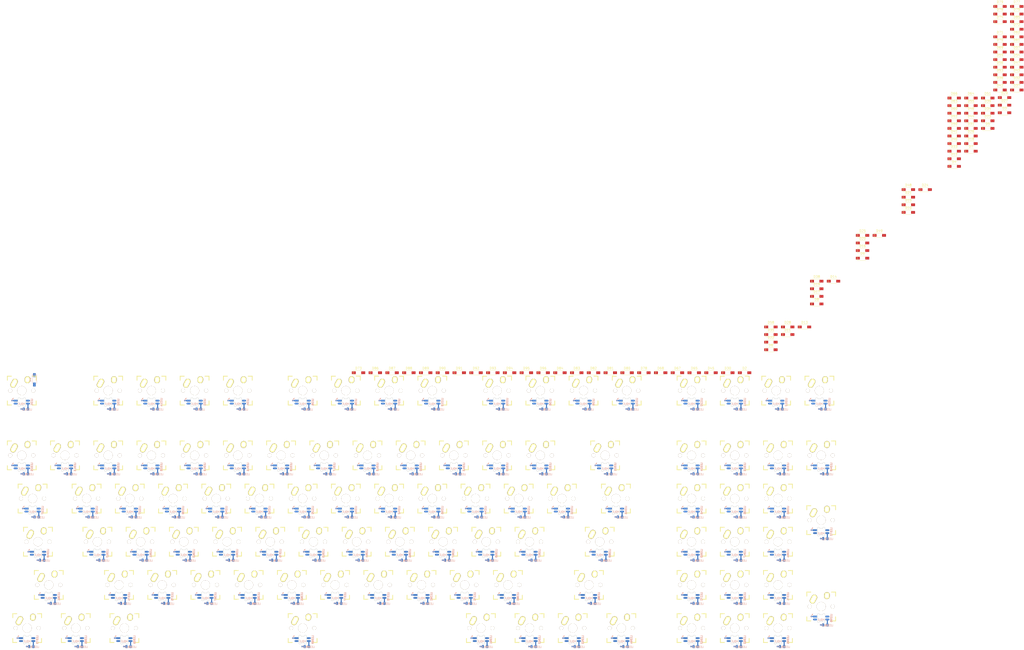
<source format=kicad_pcb>
(kicad_pcb (version 20171130) (host pcbnew 5.1.6)
  (layers (0 F.Cu signal) (31 B.Cu signal) (34 B.Paste user) (35 F.Paste user) (36 B.SilkS user) (37 F.SilkS user) (38 B.Mask user) (39 F.Mask user) (44 Edge.Cuts user))
  (net 0 "")
  (net 1 "Net-(D1-Pad2)")
  (net 2 /row0)
  (net 3 "Net-(D2-Pad2)")
  (net 4 "Net-(D3-Pad2)")
  (net 5 "Net-(D4-Pad2)")
  (net 6 "Net-(D5-Pad2)")
  (net 7 "Net-(D6-Pad2)")
  (net 8 "Net-(D7-Pad2)")
  (net 9 "Net-(D8-Pad2)")
  (net 10 /row1)
  (net 11 "Net-(D9-Pad2)")
  (net 12 "Net-(D10-Pad2)")
  (net 13 "Net-(D11-Pad2)")
  (net 14 "Net-(D12-Pad2)")
  (net 15 "Net-(D13-Pad2)")
  (net 16 /row2)
  (net 17 "Net-(D14-Pad2)")
  (net 18 "Net-(D15-Pad2)")
  (net 19 "Net-(D16-Pad2)")
  (net 20 "Net-(D17-Pad2)")
  (net 21 "Net-(D18-Pad2)")
  (net 22 "Net-(D19-Pad2)")
  (net 23 "Net-(D20-Pad2)")
  (net 24 "Net-(D21-Pad2)")
  (net 25 "Net-(D22-Pad2)")
  (net 26 "Net-(D23-Pad2)")
  (net 27 "Net-(D24-Pad2)")
  (net 28 /row3)
  (net 29 "Net-(D25-Pad2)")
  (net 30 "Net-(D26-Pad2)")
  (net 31 "Net-(D27-Pad2)")
  (net 32 "Net-(D28-Pad2)")
  (net 33 "Net-(D29-Pad2)")
  (net 34 "Net-(D30-Pad2)")
  (net 35 "Net-(D31-Pad2)")
  (net 36 "Net-(D32-Pad2)")
  (net 37 /row4)
  (net 38 "Net-(D33-Pad2)")
  (net 39 "Net-(D34-Pad2)")
  (net 40 "Net-(D35-Pad2)")
  (net 41 "Net-(D36-Pad2)")
  (net 42 "Net-(D37-Pad2)")
  (net 43 "Net-(D38-Pad2)")
  (net 44 "Net-(D39-Pad2)")
  (net 45 "Net-(D40-Pad2)")
  (net 46 "Net-(D41-Pad2)")
  (net 47 "Net-(D42-Pad2)")
  (net 48 "Net-(D43-Pad2)")
  (net 49 /row5)
  (net 50 "Net-(D44-Pad2)")
  (net 51 "Net-(D45-Pad2)")
  (net 52 "Net-(D46-Pad2)")
  (net 53 "Net-(D47-Pad2)")
  (net 54 "Net-(D48-Pad2)")
  (net 55 "Net-(D49-Pad2)")
  (net 56 "Net-(D50-Pad2)")
  (net 57 "Net-(D51-Pad2)")
  (net 58 "Net-(D52-Pad2)")
  (net 59 "Net-(D53-Pad2)")
  (net 60 "Net-(D54-Pad2)")
  (net 61 "Net-(D55-Pad2)")
  (net 62 "Net-(D56-Pad2)")
  (net 63 "Net-(D57-Pad2)")
  (net 64 "Net-(D58-Pad2)")
  (net 65 "Net-(D59-Pad2)")
  (net 66 "Net-(D60-Pad2)")
  (net 67 /row6)
  (net 68 "Net-(D61-Pad2)")
  (net 69 "Net-(D62-Pad2)")
  (net 70 "Net-(D63-Pad2)")
  (net 71 "Net-(D64-Pad2)")
  (net 72 "Net-(D65-Pad2)")
  (net 73 "Net-(D66-Pad2)")
  (net 74 "Net-(D67-Pad2)")
  (net 75 "Net-(D68-Pad2)")
  (net 76 /row7)
  (net 77 "Net-(D69-Pad2)")
  (net 78 "Net-(D70-Pad2)")
  (net 79 "Net-(D71-Pad2)")
  (net 80 "Net-(D72-Pad2)")
  (net 81 "Net-(D73-Pad2)")
  (net 82 "Net-(D74-Pad2)")
  (net 83 "Net-(D75-Pad2)")
  (net 84 "Net-(D76-Pad2)")
  (net 85 "Net-(D77-Pad2)")
  (net 86 "Net-(D78-Pad2)")
  (net 87 "Net-(D79-Pad2)")
  (net 88 "Net-(D80-Pad2)")
  (net 89 "Net-(D81-Pad2)")
  (net 90 "Net-(D82-Pad2)")
  (net 91 "Net-(D83-Pad2)")
  (net 92 "Net-(D84-Pad2)")
  (net 93 "Net-(D85-Pad2)")
  (net 94 "Net-(D86-Pad2)")
  (net 95 "Net-(D87-Pad2)")
  (net 96 "Net-(D88-Pad2)")
  (net 97 "Net-(D89-Pad2)")
  (net 98 "Net-(D90-Pad2)")
  (net 99 "Net-(D91-Pad2)")
  (net 100 "Net-(D92-Pad2)")
  (net 101 "Net-(D93-Pad2)")
  (net 102 "Net-(D94-Pad2)")
  (net 103 "Net-(D95-Pad2)")
  (net 104 "Net-(D96-Pad2)")
  (net 105 /col0)
  (net 106 /col1)
  (net 107 /col2)
  (net 108 /col3)
  (net 109 /col4)
  (net 110 /col5)
  (net 111 /col6)
  (net 112 /col7)
  (net 113 /col8)
  (net 114 /col9)
  (net 115 /col10)
  (net 116 /col11)
  (net 117 /GND)
  (net 118 /5V)
  (net 119 /SIG_1)
  (net 120 /SIG_2)
  (net 121 /SIG_3)
  (net 122 /SIG_4)
  (net 123 /SIG_5)
  (net 124 /SIG_6)
  (net 125 /SIG_7)
  (net 126 /SIG_8)
  (net 127 /SIG_9)
  (net 128 /SIG_10)
  (net 129 /SIG_11)
  (net 130 /SIG_12)
  (net 131 /SIG_13)
  (net 132 /SIG_14)
  (net 133 /SIG_15)
  (net 134 /SIG_16)
  (net 135 /SIG_17)
  (net 136 /SIG_18)
  (net 137 /SIG_19)
  (net 138 /SIG_20)
  (net 139 /SIG_21)
  (net 140 /SIG_22)
  (net 141 /SIG_23)
  (net 142 /SIG_24)
  (net 143 /SIG_25)
  (net 144 /SIG_26)
  (net 145 /SIG_27)
  (net 146 /SIG_28)
  (net 147 /SIG_29)
  (net 148 /SIG_30)
  (net 149 /SIG_31)
  (net 150 /SIG_32)
  (net 151 /SIG_33)
  (net 152 /SIG_34)
  (net 153 /SIG_35)
  (net 154 /SIG_36)
  (net 155 /SIG_37)
  (net 156 /SIG_38)
  (net 157 /SIG_39)
  (net 158 /SIG_40)
  (net 159 /SIG_41)
  (net 160 /SIG_42)
  (net 161 /SIG_43)
  (net 162 /SIG_44)
  (net 163 /SIG_45)
  (net 164 /SIG_46)
  (net 165 /SIG_47)
  (net 166 /SIG_48)
  (net 167 /SIG_49)
  (net 168 /SIG_50)
  (net 169 /SIG_51)
  (net 170 /SIG_52)
  (net 171 /SIG_53)
  (net 172 /SIG_54)
  (net 173 /SIG_55)
  (net 174 /SIG_56)
  (net 175 /SIG_57)
  (net 176 /SIG_58)
  (net 177 /SIG_59)
  (net 178 /SIG_60)
  (net 179 /SIG_61)
  (net 180 /SIG_62)
  (net 181 /SIG_63)
  (net 182 /SIG_64)
  (net 183 /SIG_65)
  (net 184 /SIG_66)
  (net 185 /SIG_67)
  (net 186 /SIG_68)
  (net 187 /SIG_69)
  (net 188 /SIG_70)
  (net 189 /SIG_71)
  (net 190 /SIG_72)
  (net 191 /SIG_73)
  (net 192 /SIG_74)
  (net 193 /SIG_75)
  (net 194 /SIG_76)
  (net 195 /SIG_77)
  (net 196 /SIG_78)
  (net 197 /SIG_79)
  (net 198 /SIG_80)
  (net 199 /SIG_81)
  (net 200 /SIG_82)
  (net 201 /SIG_83)
  (net 202 /SIG_84)
  (net 203 /SIG_85)
  (net 204 /SIG_86)
  (net 205 /SIG_87)
  (net 206 /SIG_88)
  (net 207 /SIG_89)
  (net 208 /SIG_90)
  (net 209 /SIG_91)
  (net 210 /SIG_92)
  (net 211 /SIG_93)
  (net 212 /SIG_94)
  (net 213 /SIG_95)
  (module Keyboard:MXALPS (layer F.Cu) (at 76.2 152.4)
    (fp_text reference SW2 hide)
    (fp_text value MX_LED hide)
    (pad SW2 thru_hole oval (at 2.52 -4.79 356.1) (size 2.5 3.08) (drill oval 1.5 2.08) (layers *.Cu *.Mask F.SilkS) (net 3 "Net-(D2-Pad2)"))
    (pad SW1 thru_hole oval (at -3.405 -3.27 331) (size 2.5 4.17) (drill oval 1.5 3.17) (layers *.Cu *.Mask F.SilkS) (net 106 /col1))
    (pad "" np_thru_hole circle (at 5.08 0) (size 1.70181 1.70181) (drill 1.7018) (layers *.Cu *.Mask F.SilkS) (clearance 0.1524))
    (pad "" np_thru_hole circle (at -5.08 0) (size 1.70181 1.70181) (drill 1.7018) (layers *.Cu *.Mask F.SilkS) (clearance 0.1524))
    (pad "" np_thru_hole circle (at 0 0) (size 3.98781 3.98781) (drill 3.9878) (layers *.Cu *.Mask F.SilkS) (clearance 0.1524))
  )
  (module Keyboard:MXALPS_1.25U (layer F.Cu) (at 302.41875 257.175)
    (fp_text reference SW94 hide)
    (fp_text value MX_LED hide)
    (pad SW2 thru_hole oval (at 2.52 -4.79 356.1) (size 2.5 3.08) (drill oval 1.5 2.08) (layers *.Cu *.Mask F.SilkS) (net 75 "Net-(D68-Pad2)"))
    (pad SW1 thru_hole oval (at -3.405 -3.27 331) (size 2.5 4.17) (drill oval 1.5 3.17) (layers *.Cu *.Mask F.SilkS) (net 114 /col9))
    (pad "" np_thru_hole circle (at 5.08 0) (size 1.70181 1.70181) (drill 1.7018) (layers *.Cu *.Mask F.SilkS) (clearance 0.1524))
    (pad "" np_thru_hole circle (at -5.08 0) (size 1.70181 1.70181) (drill 1.7018) (layers *.Cu *.Mask F.SilkS) (clearance 0.1524))
    (pad "" np_thru_hole circle (at 0 0) (size 3.98781 3.98781) (drill 3.9878) (layers *.Cu *.Mask F.SilkS) (clearance 0.1524))
  )
  (module Keyboard:MXALPS_2.75U (layer F.Cu) (at 288.13125 238.125)
    (fp_text reference SW81 hide)
    (fp_text value MX_LED hide)
    (pad SW2 thru_hole oval (at 2.52 -4.79 356.1) (size 2.5 3.08) (drill oval 1.5 2.08) (layers *.Cu *.Mask F.SilkS) (net 89 "Net-(D81-Pad2)"))
    (pad SW1 thru_hole oval (at -3.405 -3.27 331) (size 2.5 4.17) (drill oval 1.5 3.17) (layers *.Cu *.Mask F.SilkS) (net 113 /col8))
    (pad "" np_thru_hole circle (at 5.08 0) (size 1.70181 1.70181) (drill 1.7018) (layers *.Cu *.Mask F.SilkS) (clearance 0.1524))
    (pad "" np_thru_hole circle (at -5.08 0) (size 1.70181 1.70181) (drill 1.7018) (layers *.Cu *.Mask F.SilkS) (clearance 0.1524))
    (pad "" np_thru_hole circle (at 0 0) (size 3.98781 3.98781) (drill 3.9878) (layers *.Cu *.Mask F.SilkS) (clearance 0.1524))
  )
  (module Keyboard:MXALPS_2.25U (layer F.Cu) (at 292.89375 219.075)
    (fp_text reference SW69 hide)
    (fp_text value MX_LED hide)
    (pad SW2 thru_hole oval (at 2.52 -4.79 356.1) (size 2.5 3.08) (drill oval 1.5 2.08) (layers *.Cu *.Mask F.SilkS) (net 73 "Net-(D66-Pad2)"))
    (pad SW1 thru_hole oval (at -3.405 -3.27 331) (size 2.5 4.17) (drill oval 1.5 3.17) (layers *.Cu *.Mask F.SilkS) (net 113 /col8))
    (pad "" np_thru_hole circle (at 5.08 0) (size 1.70181 1.70181) (drill 1.7018) (layers *.Cu *.Mask F.SilkS) (clearance 0.1524))
    (pad "" np_thru_hole circle (at -5.08 0) (size 1.70181 1.70181) (drill 1.7018) (layers *.Cu *.Mask F.SilkS) (clearance 0.1524))
    (pad "" np_thru_hole circle (at 0 0) (size 3.98781 3.98781) (drill 3.9878) (layers *.Cu *.Mask F.SilkS) (clearance 0.1524))
  )
  (module Keyboard:MXALPS_1.5U (layer F.Cu) (at 300.0375 200.025)
    (fp_text reference SW45 hide)
    (fp_text value MX_LED hide)
    (pad SW2 thru_hole oval (at 2.52 -4.79 356.1) (size 2.5 3.08) (drill oval 1.5 2.08) (layers *.Cu *.Mask F.SilkS) (net 54 "Net-(D48-Pad2)"))
    (pad SW1 thru_hole oval (at -3.405 -3.27 331) (size 2.5 4.17) (drill oval 1.5 3.17) (layers *.Cu *.Mask F.SilkS) (net 113 /col8))
    (pad "" np_thru_hole circle (at 5.08 0) (size 1.70181 1.70181) (drill 1.7018) (layers *.Cu *.Mask F.SilkS) (clearance 0.1524))
    (pad "" np_thru_hole circle (at -5.08 0) (size 1.70181 1.70181) (drill 1.7018) (layers *.Cu *.Mask F.SilkS) (clearance 0.1524))
    (pad "" np_thru_hole circle (at 0 0) (size 3.98781 3.98781) (drill 3.9878) (layers *.Cu *.Mask F.SilkS) (clearance 0.1524))
  )
  (module Keyboard:MXALPS_2U (layer F.Cu) (at 295.275 180.975)
    (fp_text reference SW21 hide)
    (fp_text value MX_LED hide)
    (pad SW2 thru_hole oval (at 2.52 -4.79 356.1) (size 2.5 3.08) (drill oval 1.5 2.08) (layers *.Cu *.Mask F.SilkS) (net 33 "Net-(D29-Pad2)"))
    (pad SW1 thru_hole oval (at -3.405 -3.27 331) (size 2.5 4.17) (drill oval 1.5 3.17) (layers *.Cu *.Mask F.SilkS) (net 113 /col8))
    (pad "" np_thru_hole circle (at 5.08 0) (size 1.70181 1.70181) (drill 1.7018) (layers *.Cu *.Mask F.SilkS) (clearance 0.1524))
    (pad "" np_thru_hole circle (at -5.08 0) (size 1.70181 1.70181) (drill 1.7018) (layers *.Cu *.Mask F.SilkS) (clearance 0.1524))
    (pad "" np_thru_hole circle (at 0 0) (size 3.98781 3.98781) (drill 3.9878) (layers *.Cu *.Mask F.SilkS) (clearance 0.1524))
  )
  (module Keyboard:MXALPS_1.25U (layer F.Cu) (at 240.50625 257.175)
    (fp_text reference SW91 hide)
    (fp_text value MX_LED hide)
    (pad SW2 thru_hole oval (at 2.52 -4.79 356.1) (size 2.5 3.08) (drill oval 1.5 2.08) (layers *.Cu *.Mask F.SilkS) (net 99 "Net-(D91-Pad2)"))
    (pad SW1 thru_hole oval (at -3.405 -3.27 331) (size 2.5 4.17) (drill oval 1.5 3.17) (layers *.Cu *.Mask F.SilkS) (net 111 /col6))
    (pad "" np_thru_hole circle (at 5.08 0) (size 1.70181 1.70181) (drill 1.7018) (layers *.Cu *.Mask F.SilkS) (clearance 0.1524))
    (pad "" np_thru_hole circle (at -5.08 0) (size 1.70181 1.70181) (drill 1.7018) (layers *.Cu *.Mask F.SilkS) (clearance 0.1524))
    (pad "" np_thru_hole circle (at 0 0) (size 3.98781 3.98781) (drill 3.9878) (layers *.Cu *.Mask F.SilkS) (clearance 0.1524))
  )
  (module Keyboard:MXALPS_7U (layer F.Cu) (at 161.925 257.175)
    (fp_text reference SW89 hide)
    (fp_text value MX_LED hide)
    (pad SW2 thru_hole oval (at 2.52 -4.79 356.1) (size 2.5 3.08) (drill oval 1.5 2.08) (layers *.Cu *.Mask F.SilkS) (net 85 "Net-(D77-Pad2)"))
    (pad SW1 thru_hole oval (at -3.405 -3.27 331) (size 2.5 4.17) (drill oval 1.5 3.17) (layers *.Cu *.Mask F.SilkS) (net 109 /col4))
    (pad "" np_thru_hole circle (at 5.08 0) (size 1.70181 1.70181) (drill 1.7018) (layers *.Cu *.Mask F.SilkS) (clearance 0.1524))
    (pad "" np_thru_hole circle (at -5.08 0) (size 1.70181 1.70181) (drill 1.7018) (layers *.Cu *.Mask F.SilkS) (clearance 0.1524))
    (pad "" np_thru_hole circle (at 0 0) (size 3.98781 3.98781) (drill 3.9878) (layers *.Cu *.Mask F.SilkS) (clearance 0.1524))
  )
  (module Keyboard:MXALPS_1.25U (layer F.Cu) (at 83.34375 257.175)
    (fp_text reference SW86 hide)
    (fp_text value MX_LED hide)
    (pad SW2 thru_hole oval (at 2.52 -4.79 356.1) (size 2.5 3.08) (drill oval 1.5 2.08) (layers *.Cu *.Mask F.SilkS) (net 97 "Net-(D89-Pad2)"))
    (pad SW1 thru_hole oval (at -3.405 -3.27 331) (size 2.5 4.17) (drill oval 1.5 3.17) (layers *.Cu *.Mask F.SilkS) (net 106 /col1))
    (pad "" np_thru_hole circle (at 5.08 0) (size 1.70181 1.70181) (drill 1.7018) (layers *.Cu *.Mask F.SilkS) (clearance 0.1524))
    (pad "" np_thru_hole circle (at -5.08 0) (size 1.70181 1.70181) (drill 1.7018) (layers *.Cu *.Mask F.SilkS) (clearance 0.1524))
    (pad "" np_thru_hole circle (at 0 0) (size 3.98781 3.98781) (drill 3.9878) (layers *.Cu *.Mask F.SilkS) (clearance 0.1524))
  )
  (module Keyboard:MXALPS_2.25U (layer F.Cu) (at 50.00625 238.125)
    (fp_text reference SW61 hide)
    (fp_text value MX_LED hide)
    (pad SW2 thru_hole oval (at 2.52 -4.79 356.1) (size 2.5 3.08) (drill oval 1.5 2.08) (layers *.Cu *.Mask F.SilkS) (net 94 "Net-(D86-Pad2)"))
    (pad SW1 thru_hole oval (at -3.405 -3.27 331) (size 2.5 4.17) (drill oval 1.5 3.17) (layers *.Cu *.Mask F.SilkS) (net 105 /col0))
    (pad "" np_thru_hole circle (at 5.08 0) (size 1.70181 1.70181) (drill 1.7018) (layers *.Cu *.Mask F.SilkS) (clearance 0.1524))
    (pad "" np_thru_hole circle (at -5.08 0) (size 1.70181 1.70181) (drill 1.7018) (layers *.Cu *.Mask F.SilkS) (clearance 0.1524))
    (pad "" np_thru_hole circle (at 0 0) (size 3.98781 3.98781) (drill 3.9878) (layers *.Cu *.Mask F.SilkS) (clearance 0.1524))
  )
  (module Keyboard:MXALPS_1.25U (layer F.Cu) (at 40.48125 257.175)
    (fp_text reference SW73 hide)
    (fp_text value MX_LED hide)
    (pad SW2 thru_hole oval (at 2.52 -4.79 356.1) (size 2.5 3.08) (drill oval 1.5 2.08) (layers *.Cu *.Mask F.SilkS) (net 95 "Net-(D87-Pad2)"))
    (pad SW1 thru_hole oval (at -3.405 -3.27 331) (size 2.5 4.17) (drill oval 1.5 3.17) (layers *.Cu *.Mask F.SilkS) (net 105 /col0))
    (pad "" np_thru_hole circle (at 5.08 0) (size 1.70181 1.70181) (drill 1.7018) (layers *.Cu *.Mask F.SilkS) (clearance 0.1524))
    (pad "" np_thru_hole circle (at -5.08 0) (size 1.70181 1.70181) (drill 1.7018) (layers *.Cu *.Mask F.SilkS) (clearance 0.1524))
    (pad "" np_thru_hole circle (at 0 0) (size 3.98781 3.98781) (drill 3.9878) (layers *.Cu *.Mask F.SilkS) (clearance 0.1524))
  )
  (module Keyboard:MXALPS_1.75U (layer F.Cu) (at 45.24375 219.075)
    (fp_text reference SW49 hide)
    (fp_text value MX_LED hide)
    (pad SW2 thru_hole oval (at 2.52 -4.79 356.1) (size 2.5 3.08) (drill oval 1.5 2.08) (layers *.Cu *.Mask F.SilkS) (net 78 "Net-(D70-Pad2)"))
    (pad SW1 thru_hole oval (at -3.405 -3.27 331) (size 2.5 4.17) (drill oval 1.5 3.17) (layers *.Cu *.Mask F.SilkS) (net 105 /col0))
    (pad "" np_thru_hole circle (at 5.08 0) (size 1.70181 1.70181) (drill 1.7018) (layers *.Cu *.Mask F.SilkS) (clearance 0.1524))
    (pad "" np_thru_hole circle (at -5.08 0) (size 1.70181 1.70181) (drill 1.7018) (layers *.Cu *.Mask F.SilkS) (clearance 0.1524))
    (pad "" np_thru_hole circle (at 0 0) (size 3.98781 3.98781) (drill 3.9878) (layers *.Cu *.Mask F.SilkS) (clearance 0.1524))
  )
  (module Keyboard:MXALPS_1.5U (layer F.Cu) (at 42.8625 200.025)
    (fp_text reference SW37 hide)
    (fp_text value MX_LED hide)
    (pad SW2 thru_hole oval (at 2.52 -4.79 356.1) (size 2.5 3.08) (drill oval 1.5 2.08) (layers *.Cu *.Mask F.SilkS) (net 60 "Net-(D54-Pad2)"))
    (pad SW1 thru_hole oval (at -3.405 -3.27 331) (size 2.5 4.17) (drill oval 1.5 3.17) (layers *.Cu *.Mask F.SilkS) (net 105 /col0))
    (pad "" np_thru_hole circle (at 5.08 0) (size 1.70181 1.70181) (drill 1.7018) (layers *.Cu *.Mask F.SilkS) (clearance 0.1524))
    (pad "" np_thru_hole circle (at -5.08 0) (size 1.70181 1.70181) (drill 1.7018) (layers *.Cu *.Mask F.SilkS) (clearance 0.1524))
    (pad "" np_thru_hole circle (at 0 0) (size 3.98781 3.98781) (drill 3.9878) (layers *.Cu *.Mask F.SilkS) (clearance 0.1524))
  )
  (module Keyboard:MXALPS (layer F.Cu) (at 390.525 247.65)
    (fp_text reference SW96 hide)
    (fp_text value MX_LED hide)
    (pad SW2 thru_hole oval (at 2.52 -4.79 356.1) (size 2.5 3.08) (drill oval 1.5 2.08) (layers *.Cu *.Mask F.SilkS) (net 103 "Net-(D95-Pad2)"))
    (pad SW1 thru_hole oval (at -3.405 -3.27 331) (size 2.5 4.17) (drill oval 1.5 3.17) (layers *.Cu *.Mask F.SilkS) (net 116 /col11))
    (pad "" np_thru_hole circle (at 5.08 0) (size 1.70181 1.70181) (drill 1.7018) (layers *.Cu *.Mask F.SilkS) (clearance 0.1524))
    (pad "" np_thru_hole circle (at -5.08 0) (size 1.70181 1.70181) (drill 1.7018) (layers *.Cu *.Mask F.SilkS) (clearance 0.1524))
    (pad "" np_thru_hole circle (at 0 0) (size 3.98781 3.98781) (drill 3.9878) (layers *.Cu *.Mask F.SilkS) (clearance 0.1524))
  )
  (module Keyboard:MXALPS (layer F.Cu) (at 371.475 257.175)
    (fp_text reference SW95 hide)
    (fp_text value MX_LED hide)
    (pad SW2 thru_hole oval (at 2.52 -4.79 356.1) (size 2.5 3.08) (drill oval 1.5 2.08) (layers *.Cu *.Mask F.SilkS) (net 91 "Net-(D83-Pad2)"))
    (pad SW1 thru_hole oval (at -3.405 -3.27 331) (size 2.5 4.17) (drill oval 1.5 3.17) (layers *.Cu *.Mask F.SilkS) (net 115 /col10))
    (pad "" np_thru_hole circle (at 5.08 0) (size 1.70181 1.70181) (drill 1.7018) (layers *.Cu *.Mask F.SilkS) (clearance 0.1524))
    (pad "" np_thru_hole circle (at -5.08 0) (size 1.70181 1.70181) (drill 1.7018) (layers *.Cu *.Mask F.SilkS) (clearance 0.1524))
    (pad "" np_thru_hole circle (at 0 0) (size 3.98781 3.98781) (drill 3.9878) (layers *.Cu *.Mask F.SilkS) (clearance 0.1524))
  )
  (module Keyboard:MXALPS (layer F.Cu) (at 280.9875 257.175)
    (fp_text reference SW93 hide)
    (fp_text value MX_LED hide)
    (pad SW2 thru_hole oval (at 2.52 -4.79 356.1) (size 2.5 3.08) (drill oval 1.5 2.08) (layers *.Cu *.Mask F.SilkS) (net 90 "Net-(D82-Pad2)"))
    (pad SW1 thru_hole oval (at -3.405 -3.27 331) (size 2.5 4.17) (drill oval 1.5 3.17) (layers *.Cu *.Mask F.SilkS) (net 113 /col8))
    (pad "" np_thru_hole circle (at 5.08 0) (size 1.70181 1.70181) (drill 1.7018) (layers *.Cu *.Mask F.SilkS) (clearance 0.1524))
    (pad "" np_thru_hole circle (at -5.08 0) (size 1.70181 1.70181) (drill 1.7018) (layers *.Cu *.Mask F.SilkS) (clearance 0.1524))
    (pad "" np_thru_hole circle (at 0 0) (size 3.98781 3.98781) (drill 3.9878) (layers *.Cu *.Mask F.SilkS) (clearance 0.1524))
  )
  (module Keyboard:MXALPS (layer F.Cu) (at 261.9375 257.175)
    (fp_text reference SW92 hide)
    (fp_text value MX_LED hide)
    (pad SW2 thru_hole oval (at 2.52 -4.79 356.1) (size 2.5 3.08) (drill oval 1.5 2.08) (layers *.Cu *.Mask F.SilkS) (net 102 "Net-(D94-Pad2)"))
    (pad SW1 thru_hole oval (at -3.405 -3.27 331) (size 2.5 4.17) (drill oval 1.5 3.17) (layers *.Cu *.Mask F.SilkS) (net 112 /col7))
    (pad "" np_thru_hole circle (at 5.08 0) (size 1.70181 1.70181) (drill 1.7018) (layers *.Cu *.Mask F.SilkS) (clearance 0.1524))
    (pad "" np_thru_hole circle (at -5.08 0) (size 1.70181 1.70181) (drill 1.7018) (layers *.Cu *.Mask F.SilkS) (clearance 0.1524))
    (pad "" np_thru_hole circle (at 0 0) (size 3.98781 3.98781) (drill 3.9878) (layers *.Cu *.Mask F.SilkS) (clearance 0.1524))
  )
  (module Keyboard:MXALPS (layer F.Cu) (at 214.3125 238.125)
    (fp_text reference SW90 hide)
    (fp_text value MX_LED hide)
    (pad SW2 thru_hole oval (at 2.52 -4.79 356.1) (size 2.5 3.08) (drill oval 1.5 2.08) (layers *.Cu *.Mask F.SilkS) (net 98 "Net-(D90-Pad2)"))
    (pad SW1 thru_hole oval (at -3.405 -3.27 331) (size 2.5 4.17) (drill oval 1.5 3.17) (layers *.Cu *.Mask F.SilkS) (net 110 /col5))
    (pad "" np_thru_hole circle (at 5.08 0) (size 1.70181 1.70181) (drill 1.7018) (layers *.Cu *.Mask F.SilkS) (clearance 0.1524))
    (pad "" np_thru_hole circle (at -5.08 0) (size 1.70181 1.70181) (drill 1.7018) (layers *.Cu *.Mask F.SilkS) (clearance 0.1524))
    (pad "" np_thru_hole circle (at 0 0) (size 3.98781 3.98781) (drill 3.9878) (layers *.Cu *.Mask F.SilkS) (clearance 0.1524))
  )
  (module Keyboard:MXALPS (layer F.Cu) (at 138.1125 238.125)
    (fp_text reference SW88 hide)
    (fp_text value MX_LED hide)
    (pad SW2 thru_hole oval (at 2.52 -4.79 356.1) (size 2.5 3.08) (drill oval 1.5 2.08) (layers *.Cu *.Mask F.SilkS) (net 84 "Net-(D76-Pad2)"))
    (pad SW1 thru_hole oval (at -3.405 -3.27 331) (size 2.5 4.17) (drill oval 1.5 3.17) (layers *.Cu *.Mask F.SilkS) (net 108 /col3))
    (pad "" np_thru_hole circle (at 5.08 0) (size 1.70181 1.70181) (drill 1.7018) (layers *.Cu *.Mask F.SilkS) (clearance 0.1524))
    (pad "" np_thru_hole circle (at -5.08 0) (size 1.70181 1.70181) (drill 1.7018) (layers *.Cu *.Mask F.SilkS) (clearance 0.1524))
    (pad "" np_thru_hole circle (at 0 0) (size 3.98781 3.98781) (drill 3.9878) (layers *.Cu *.Mask F.SilkS) (clearance 0.1524))
  )
  (module Keyboard:MXALPS (layer F.Cu) (at 119.0625 238.125)
    (fp_text reference SW87 hide)
    (fp_text value MX_LED hide)
    (pad SW2 thru_hole oval (at 2.52 -4.79 356.1) (size 2.5 3.08) (drill oval 1.5 2.08) (layers *.Cu *.Mask F.SilkS) (net 83 "Net-(D75-Pad2)"))
    (pad SW1 thru_hole oval (at -3.405 -3.27 331) (size 2.5 4.17) (drill oval 1.5 3.17) (layers *.Cu *.Mask F.SilkS) (net 107 /col2))
    (pad "" np_thru_hole circle (at 5.08 0) (size 1.70181 1.70181) (drill 1.7018) (layers *.Cu *.Mask F.SilkS) (clearance 0.1524))
    (pad "" np_thru_hole circle (at -5.08 0) (size 1.70181 1.70181) (drill 1.7018) (layers *.Cu *.Mask F.SilkS) (clearance 0.1524))
    (pad "" np_thru_hole circle (at 0 0) (size 3.98781 3.98781) (drill 3.9878) (layers *.Cu *.Mask F.SilkS) (clearance 0.1524))
  )
  (module Keyboard:MXALPS (layer F.Cu) (at 61.9125 257.175)
    (fp_text reference SW85 hide)
    (fp_text value MX_LED hide)
    (pad SW2 thru_hole oval (at 2.52 -4.79 356.1) (size 2.5 3.08) (drill oval 1.5 2.08) (layers *.Cu *.Mask F.SilkS) (net 96 "Net-(D88-Pad2)"))
    (pad SW1 thru_hole oval (at -3.405 -3.27 331) (size 2.5 4.17) (drill oval 1.5 3.17) (layers *.Cu *.Mask F.SilkS) (net 105 /col0))
    (pad "" np_thru_hole circle (at 5.08 0) (size 1.70181 1.70181) (drill 1.7018) (layers *.Cu *.Mask F.SilkS) (clearance 0.1524))
    (pad "" np_thru_hole circle (at -5.08 0) (size 1.70181 1.70181) (drill 1.7018) (layers *.Cu *.Mask F.SilkS) (clearance 0.1524))
    (pad "" np_thru_hole circle (at 0 0) (size 3.98781 3.98781) (drill 3.9878) (layers *.Cu *.Mask F.SilkS) (clearance 0.1524))
  )
  (module Keyboard:MXALPS (layer F.Cu) (at 371.475 219.075)
    (fp_text reference SW84 hide)
    (fp_text value MX_LED hide)
    (pad SW2 thru_hole oval (at 2.52 -4.79 356.1) (size 2.5 3.08) (drill oval 1.5 2.08) (layers *.Cu *.Mask F.SilkS) (net 104 "Net-(D96-Pad2)"))
    (pad SW1 thru_hole oval (at -3.405 -3.27 331) (size 2.5 4.17) (drill oval 1.5 3.17) (layers *.Cu *.Mask F.SilkS) (net 116 /col11))
    (pad "" np_thru_hole circle (at 5.08 0) (size 1.70181 1.70181) (drill 1.7018) (layers *.Cu *.Mask F.SilkS) (clearance 0.1524))
    (pad "" np_thru_hole circle (at -5.08 0) (size 1.70181 1.70181) (drill 1.7018) (layers *.Cu *.Mask F.SilkS) (clearance 0.1524))
    (pad "" np_thru_hole circle (at 0 0) (size 3.98781 3.98781) (drill 3.9878) (layers *.Cu *.Mask F.SilkS) (clearance 0.1524))
  )
  (module Keyboard:MXALPS (layer F.Cu) (at 352.425 257.175)
    (fp_text reference SW83 hide)
    (fp_text value MX_LED hide)
    (pad SW2 thru_hole oval (at 2.52 -4.79 356.1) (size 2.5 3.08) (drill oval 1.5 2.08) (layers *.Cu *.Mask F.SilkS) (net 92 "Net-(D84-Pad2)"))
    (pad SW1 thru_hole oval (at -3.405 -3.27 331) (size 2.5 4.17) (drill oval 1.5 3.17) (layers *.Cu *.Mask F.SilkS) (net 115 /col10))
    (pad "" np_thru_hole circle (at 5.08 0) (size 1.70181 1.70181) (drill 1.7018) (layers *.Cu *.Mask F.SilkS) (clearance 0.1524))
    (pad "" np_thru_hole circle (at -5.08 0) (size 1.70181 1.70181) (drill 1.7018) (layers *.Cu *.Mask F.SilkS) (clearance 0.1524))
    (pad "" np_thru_hole circle (at 0 0) (size 3.98781 3.98781) (drill 3.9878) (layers *.Cu *.Mask F.SilkS) (clearance 0.1524))
  )
  (module Keyboard:MXALPS (layer F.Cu) (at 333.375 257.175)
    (fp_text reference SW82 hide)
    (fp_text value MX_LED hide)
    (pad SW2 thru_hole oval (at 2.52 -4.79 356.1) (size 2.5 3.08) (drill oval 1.5 2.08) (layers *.Cu *.Mask F.SilkS) (net 74 "Net-(D67-Pad2)"))
    (pad SW1 thru_hole oval (at -3.405 -3.27 331) (size 2.5 4.17) (drill oval 1.5 3.17) (layers *.Cu *.Mask F.SilkS) (net 114 /col9))
    (pad "" np_thru_hole circle (at 5.08 0) (size 1.70181 1.70181) (drill 1.7018) (layers *.Cu *.Mask F.SilkS) (clearance 0.1524))
    (pad "" np_thru_hole circle (at -5.08 0) (size 1.70181 1.70181) (drill 1.7018) (layers *.Cu *.Mask F.SilkS) (clearance 0.1524))
    (pad "" np_thru_hole circle (at 0 0) (size 3.98781 3.98781) (drill 3.9878) (layers *.Cu *.Mask F.SilkS) (clearance 0.1524))
  )
  (module Keyboard:MXALPS (layer F.Cu) (at 252.4125 238.125)
    (fp_text reference SW80 hide)
    (fp_text value MX_LED hide)
    (pad SW2 thru_hole oval (at 2.52 -4.79 356.1) (size 2.5 3.08) (drill oval 1.5 2.08) (layers *.Cu *.Mask F.SilkS) (net 101 "Net-(D93-Pad2)"))
    (pad SW1 thru_hole oval (at -3.405 -3.27 331) (size 2.5 4.17) (drill oval 1.5 3.17) (layers *.Cu *.Mask F.SilkS) (net 112 /col7))
    (pad "" np_thru_hole circle (at 5.08 0) (size 1.70181 1.70181) (drill 1.7018) (layers *.Cu *.Mask F.SilkS) (clearance 0.1524))
    (pad "" np_thru_hole circle (at -5.08 0) (size 1.70181 1.70181) (drill 1.7018) (layers *.Cu *.Mask F.SilkS) (clearance 0.1524))
    (pad "" np_thru_hole circle (at 0 0) (size 3.98781 3.98781) (drill 3.9878) (layers *.Cu *.Mask F.SilkS) (clearance 0.1524))
  )
  (module Keyboard:MXALPS (layer F.Cu) (at 233.3625 238.125)
    (fp_text reference SW79 hide)
    (fp_text value MX_LED hide)
    (pad SW2 thru_hole oval (at 2.52 -4.79 356.1) (size 2.5 3.08) (drill oval 1.5 2.08) (layers *.Cu *.Mask F.SilkS) (net 88 "Net-(D80-Pad2)"))
    (pad SW1 thru_hole oval (at -3.405 -3.27 331) (size 2.5 4.17) (drill oval 1.5 3.17) (layers *.Cu *.Mask F.SilkS) (net 111 /col6))
    (pad "" np_thru_hole circle (at 5.08 0) (size 1.70181 1.70181) (drill 1.7018) (layers *.Cu *.Mask F.SilkS) (clearance 0.1524))
    (pad "" np_thru_hole circle (at -5.08 0) (size 1.70181 1.70181) (drill 1.7018) (layers *.Cu *.Mask F.SilkS) (clearance 0.1524))
    (pad "" np_thru_hole circle (at 0 0) (size 3.98781 3.98781) (drill 3.9878) (layers *.Cu *.Mask F.SilkS) (clearance 0.1524))
  )
  (module Keyboard:MXALPS (layer F.Cu) (at 195.2625 238.125)
    (fp_text reference SW78 hide)
    (fp_text value MX_LED hide)
    (pad SW2 thru_hole oval (at 2.52 -4.79 356.1) (size 2.5 3.08) (drill oval 1.5 2.08) (layers *.Cu *.Mask F.SilkS) (net 87 "Net-(D79-Pad2)"))
    (pad SW1 thru_hole oval (at -3.405 -3.27 331) (size 2.5 4.17) (drill oval 1.5 3.17) (layers *.Cu *.Mask F.SilkS) (net 110 /col5))
    (pad "" np_thru_hole circle (at 5.08 0) (size 1.70181 1.70181) (drill 1.7018) (layers *.Cu *.Mask F.SilkS) (clearance 0.1524))
    (pad "" np_thru_hole circle (at -5.08 0) (size 1.70181 1.70181) (drill 1.7018) (layers *.Cu *.Mask F.SilkS) (clearance 0.1524))
    (pad "" np_thru_hole circle (at 0 0) (size 3.98781 3.98781) (drill 3.9878) (layers *.Cu *.Mask F.SilkS) (clearance 0.1524))
  )
  (module Keyboard:MXALPS (layer F.Cu) (at 176.2125 238.125)
    (fp_text reference SW77 hide)
    (fp_text value MX_LED hide)
    (pad SW2 thru_hole oval (at 2.52 -4.79 356.1) (size 2.5 3.08) (drill oval 1.5 2.08) (layers *.Cu *.Mask F.SilkS) (net 68 "Net-(D61-Pad2)"))
    (pad SW1 thru_hole oval (at -3.405 -3.27 331) (size 2.5 4.17) (drill oval 1.5 3.17) (layers *.Cu *.Mask F.SilkS) (net 109 /col4))
    (pad "" np_thru_hole circle (at 5.08 0) (size 1.70181 1.70181) (drill 1.7018) (layers *.Cu *.Mask F.SilkS) (clearance 0.1524))
    (pad "" np_thru_hole circle (at -5.08 0) (size 1.70181 1.70181) (drill 1.7018) (layers *.Cu *.Mask F.SilkS) (clearance 0.1524))
    (pad "" np_thru_hole circle (at 0 0) (size 3.98781 3.98781) (drill 3.9878) (layers *.Cu *.Mask F.SilkS) (clearance 0.1524))
  )
  (module Keyboard:MXALPS (layer F.Cu) (at 147.6375 219.075)
    (fp_text reference SW76 hide)
    (fp_text value MX_LED hide)
    (pad SW2 thru_hole oval (at 2.52 -4.79 356.1) (size 2.5 3.08) (drill oval 1.5 2.08) (layers *.Cu *.Mask F.SilkS) (net 66 "Net-(D60-Pad2)"))
    (pad SW1 thru_hole oval (at -3.405 -3.27 331) (size 2.5 4.17) (drill oval 1.5 3.17) (layers *.Cu *.Mask F.SilkS) (net 108 /col3))
    (pad "" np_thru_hole circle (at 5.08 0) (size 1.70181 1.70181) (drill 1.7018) (layers *.Cu *.Mask F.SilkS) (clearance 0.1524))
    (pad "" np_thru_hole circle (at -5.08 0) (size 1.70181 1.70181) (drill 1.7018) (layers *.Cu *.Mask F.SilkS) (clearance 0.1524))
    (pad "" np_thru_hole circle (at 0 0) (size 3.98781 3.98781) (drill 3.9878) (layers *.Cu *.Mask F.SilkS) (clearance 0.1524))
  )
  (module Keyboard:MXALPS (layer F.Cu) (at 100.0125 238.125)
    (fp_text reference SW75 hide)
    (fp_text value MX_LED hide)
    (pad SW2 thru_hole oval (at 2.52 -4.79 356.1) (size 2.5 3.08) (drill oval 1.5 2.08) (layers *.Cu *.Mask F.SilkS) (net 82 "Net-(D74-Pad2)"))
    (pad SW1 thru_hole oval (at -3.405 -3.27 331) (size 2.5 4.17) (drill oval 1.5 3.17) (layers *.Cu *.Mask F.SilkS) (net 107 /col2))
    (pad "" np_thru_hole circle (at 5.08 0) (size 1.70181 1.70181) (drill 1.7018) (layers *.Cu *.Mask F.SilkS) (clearance 0.1524))
    (pad "" np_thru_hole circle (at -5.08 0) (size 1.70181 1.70181) (drill 1.7018) (layers *.Cu *.Mask F.SilkS) (clearance 0.1524))
    (pad "" np_thru_hole circle (at 0 0) (size 3.98781 3.98781) (drill 3.9878) (layers *.Cu *.Mask F.SilkS) (clearance 0.1524))
  )
  (module Keyboard:MXALPS (layer F.Cu) (at 80.9625 238.125)
    (fp_text reference SW74 hide)
    (fp_text value MX_LED hide)
    (pad SW2 thru_hole oval (at 2.52 -4.79 356.1) (size 2.5 3.08) (drill oval 1.5 2.08) (layers *.Cu *.Mask F.SilkS) (net 81 "Net-(D73-Pad2)"))
    (pad SW1 thru_hole oval (at -3.405 -3.27 331) (size 2.5 4.17) (drill oval 1.5 3.17) (layers *.Cu *.Mask F.SilkS) (net 106 /col1))
    (pad "" np_thru_hole circle (at 5.08 0) (size 1.70181 1.70181) (drill 1.7018) (layers *.Cu *.Mask F.SilkS) (clearance 0.1524))
    (pad "" np_thru_hole circle (at -5.08 0) (size 1.70181 1.70181) (drill 1.7018) (layers *.Cu *.Mask F.SilkS) (clearance 0.1524))
    (pad "" np_thru_hole circle (at 0 0) (size 3.98781 3.98781) (drill 3.9878) (layers *.Cu *.Mask F.SilkS) (clearance 0.1524))
  )
  (module Keyboard:MXALPS (layer F.Cu) (at 390.525 209.55)
    (fp_text reference SW72 hide)
    (fp_text value MX_LED hide)
    (pad SW2 thru_hole oval (at 2.52 -4.79 356.1) (size 2.5 3.08) (drill oval 1.5 2.08) (layers *.Cu *.Mask F.SilkS) (net 93 "Net-(D85-Pad2)"))
    (pad SW1 thru_hole oval (at -3.405 -3.27 331) (size 2.5 4.17) (drill oval 1.5 3.17) (layers *.Cu *.Mask F.SilkS) (net 116 /col11))
    (pad "" np_thru_hole circle (at 5.08 0) (size 1.70181 1.70181) (drill 1.7018) (layers *.Cu *.Mask F.SilkS) (clearance 0.1524))
    (pad "" np_thru_hole circle (at -5.08 0) (size 1.70181 1.70181) (drill 1.7018) (layers *.Cu *.Mask F.SilkS) (clearance 0.1524))
    (pad "" np_thru_hole circle (at 0 0) (size 3.98781 3.98781) (drill 3.9878) (layers *.Cu *.Mask F.SilkS) (clearance 0.1524))
  )
  (module Keyboard:MXALPS (layer F.Cu) (at 371.475 238.125)
    (fp_text reference SW71 hide)
    (fp_text value MX_LED hide)
    (pad SW2 thru_hole oval (at 2.52 -4.79 356.1) (size 2.5 3.08) (drill oval 1.5 2.08) (layers *.Cu *.Mask F.SilkS) (net 77 "Net-(D69-Pad2)"))
    (pad SW1 thru_hole oval (at -3.405 -3.27 331) (size 2.5 4.17) (drill oval 1.5 3.17) (layers *.Cu *.Mask F.SilkS) (net 115 /col10))
    (pad "" np_thru_hole circle (at 5.08 0) (size 1.70181 1.70181) (drill 1.7018) (layers *.Cu *.Mask F.SilkS) (clearance 0.1524))
    (pad "" np_thru_hole circle (at -5.08 0) (size 1.70181 1.70181) (drill 1.7018) (layers *.Cu *.Mask F.SilkS) (clearance 0.1524))
    (pad "" np_thru_hole circle (at 0 0) (size 3.98781 3.98781) (drill 3.9878) (layers *.Cu *.Mask F.SilkS) (clearance 0.1524))
  )
  (module Keyboard:MXALPS (layer F.Cu) (at 333.375 238.125)
    (fp_text reference SW70 hide)
    (fp_text value MX_LED hide)
    (pad SW2 thru_hole oval (at 2.52 -4.79 356.1) (size 2.5 3.08) (drill oval 1.5 2.08) (layers *.Cu *.Mask F.SilkS) (net 56 "Net-(D50-Pad2)"))
    (pad SW1 thru_hole oval (at -3.405 -3.27 331) (size 2.5 4.17) (drill oval 1.5 3.17) (layers *.Cu *.Mask F.SilkS) (net 114 /col9))
    (pad "" np_thru_hole circle (at 5.08 0) (size 1.70181 1.70181) (drill 1.7018) (layers *.Cu *.Mask F.SilkS) (clearance 0.1524))
    (pad "" np_thru_hole circle (at -5.08 0) (size 1.70181 1.70181) (drill 1.7018) (layers *.Cu *.Mask F.SilkS) (clearance 0.1524))
    (pad "" np_thru_hole circle (at 0 0) (size 3.98781 3.98781) (drill 3.9878) (layers *.Cu *.Mask F.SilkS) (clearance 0.1524))
  )
  (module Keyboard:MXALPS (layer F.Cu) (at 242.8875 219.075)
    (fp_text reference SW68 hide)
    (fp_text value MX_LED hide)
    (pad SW2 thru_hole oval (at 2.52 -4.79 356.1) (size 2.5 3.08) (drill oval 1.5 2.08) (layers *.Cu *.Mask F.SilkS) (net 100 "Net-(D92-Pad2)"))
    (pad SW1 thru_hole oval (at -3.405 -3.27 331) (size 2.5 4.17) (drill oval 1.5 3.17) (layers *.Cu *.Mask F.SilkS) (net 112 /col7))
    (pad "" np_thru_hole circle (at 5.08 0) (size 1.70181 1.70181) (drill 1.7018) (layers *.Cu *.Mask F.SilkS) (clearance 0.1524))
    (pad "" np_thru_hole circle (at -5.08 0) (size 1.70181 1.70181) (drill 1.7018) (layers *.Cu *.Mask F.SilkS) (clearance 0.1524))
    (pad "" np_thru_hole circle (at 0 0) (size 3.98781 3.98781) (drill 3.9878) (layers *.Cu *.Mask F.SilkS) (clearance 0.1524))
  )
  (module Keyboard:MXALPS (layer F.Cu) (at 223.8375 219.075)
    (fp_text reference SW67 hide)
    (fp_text value MX_LED hide)
    (pad SW2 thru_hole oval (at 2.52 -4.79 356.1) (size 2.5 3.08) (drill oval 1.5 2.08) (layers *.Cu *.Mask F.SilkS) (net 71 "Net-(D64-Pad2)"))
    (pad SW1 thru_hole oval (at -3.405 -3.27 331) (size 2.5 4.17) (drill oval 1.5 3.17) (layers *.Cu *.Mask F.SilkS) (net 111 /col6))
    (pad "" np_thru_hole circle (at 5.08 0) (size 1.70181 1.70181) (drill 1.7018) (layers *.Cu *.Mask F.SilkS) (clearance 0.1524))
    (pad "" np_thru_hole circle (at -5.08 0) (size 1.70181 1.70181) (drill 1.7018) (layers *.Cu *.Mask F.SilkS) (clearance 0.1524))
    (pad "" np_thru_hole circle (at 0 0) (size 3.98781 3.98781) (drill 3.9878) (layers *.Cu *.Mask F.SilkS) (clearance 0.1524))
  )
  (module Keyboard:MXALPS (layer F.Cu) (at 204.7875 219.075)
    (fp_text reference SW66 hide)
    (fp_text value MX_LED hide)
    (pad SW2 thru_hole oval (at 2.52 -4.79 356.1) (size 2.5 3.08) (drill oval 1.5 2.08) (layers *.Cu *.Mask F.SilkS) (net 86 "Net-(D78-Pad2)"))
    (pad SW1 thru_hole oval (at -3.405 -3.27 331) (size 2.5 4.17) (drill oval 1.5 3.17) (layers *.Cu *.Mask F.SilkS) (net 110 /col5))
    (pad "" np_thru_hole circle (at 5.08 0) (size 1.70181 1.70181) (drill 1.7018) (layers *.Cu *.Mask F.SilkS) (clearance 0.1524))
    (pad "" np_thru_hole circle (at -5.08 0) (size 1.70181 1.70181) (drill 1.7018) (layers *.Cu *.Mask F.SilkS) (clearance 0.1524))
    (pad "" np_thru_hole circle (at 0 0) (size 3.98781 3.98781) (drill 3.9878) (layers *.Cu *.Mask F.SilkS) (clearance 0.1524))
  )
  (module Keyboard:MXALPS (layer F.Cu) (at 157.1625 238.125)
    (fp_text reference SW65 hide)
    (fp_text value MX_LED hide)
    (pad SW2 thru_hole oval (at 2.52 -4.79 356.1) (size 2.5 3.08) (drill oval 1.5 2.08) (layers *.Cu *.Mask F.SilkS) (net 48 "Net-(D43-Pad2)"))
    (pad SW1 thru_hole oval (at -3.405 -3.27 331) (size 2.5 4.17) (drill oval 1.5 3.17) (layers *.Cu *.Mask F.SilkS) (net 109 /col4))
    (pad "" np_thru_hole circle (at 5.08 0) (size 1.70181 1.70181) (drill 1.7018) (layers *.Cu *.Mask F.SilkS) (clearance 0.1524))
    (pad "" np_thru_hole circle (at -5.08 0) (size 1.70181 1.70181) (drill 1.7018) (layers *.Cu *.Mask F.SilkS) (clearance 0.1524))
    (pad "" np_thru_hole circle (at 0 0) (size 3.98781 3.98781) (drill 3.9878) (layers *.Cu *.Mask F.SilkS) (clearance 0.1524))
  )
  (module Keyboard:MXALPS (layer F.Cu) (at 128.5875 219.075)
    (fp_text reference SW64 hide)
    (fp_text value MX_LED hide)
    (pad SW2 thru_hole oval (at 2.52 -4.79 356.1) (size 2.5 3.08) (drill oval 1.5 2.08) (layers *.Cu *.Mask F.SilkS) (net 65 "Net-(D59-Pad2)"))
    (pad SW1 thru_hole oval (at -3.405 -3.27 331) (size 2.5 4.17) (drill oval 1.5 3.17) (layers *.Cu *.Mask F.SilkS) (net 108 /col3))
    (pad "" np_thru_hole circle (at 5.08 0) (size 1.70181 1.70181) (drill 1.7018) (layers *.Cu *.Mask F.SilkS) (clearance 0.1524))
    (pad "" np_thru_hole circle (at -5.08 0) (size 1.70181 1.70181) (drill 1.7018) (layers *.Cu *.Mask F.SilkS) (clearance 0.1524))
    (pad "" np_thru_hole circle (at 0 0) (size 3.98781 3.98781) (drill 3.9878) (layers *.Cu *.Mask F.SilkS) (clearance 0.1524))
  )
  (module Keyboard:MXALPS (layer F.Cu) (at 109.5375 219.075)
    (fp_text reference SW63 hide)
    (fp_text value MX_LED hide)
    (pad SW2 thru_hole oval (at 2.52 -4.79 356.1) (size 2.5 3.08) (drill oval 1.5 2.08) (layers *.Cu *.Mask F.SilkS) (net 64 "Net-(D58-Pad2)"))
    (pad SW1 thru_hole oval (at -3.405 -3.27 331) (size 2.5 4.17) (drill oval 1.5 3.17) (layers *.Cu *.Mask F.SilkS) (net 107 /col2))
    (pad "" np_thru_hole circle (at 5.08 0) (size 1.70181 1.70181) (drill 1.7018) (layers *.Cu *.Mask F.SilkS) (clearance 0.1524))
    (pad "" np_thru_hole circle (at -5.08 0) (size 1.70181 1.70181) (drill 1.7018) (layers *.Cu *.Mask F.SilkS) (clearance 0.1524))
    (pad "" np_thru_hole circle (at 0 0) (size 3.98781 3.98781) (drill 3.9878) (layers *.Cu *.Mask F.SilkS) (clearance 0.1524))
  )
  (module Keyboard:MXALPS (layer F.Cu) (at 71.4375 219.075)
    (fp_text reference SW62 hide)
    (fp_text value MX_LED hide)
    (pad SW2 thru_hole oval (at 2.52 -4.79 356.1) (size 2.5 3.08) (drill oval 1.5 2.08) (layers *.Cu *.Mask F.SilkS) (net 80 "Net-(D72-Pad2)"))
    (pad SW1 thru_hole oval (at -3.405 -3.27 331) (size 2.5 4.17) (drill oval 1.5 3.17) (layers *.Cu *.Mask F.SilkS) (net 106 /col1))
    (pad "" np_thru_hole circle (at 5.08 0) (size 1.70181 1.70181) (drill 1.7018) (layers *.Cu *.Mask F.SilkS) (clearance 0.1524))
    (pad "" np_thru_hole circle (at -5.08 0) (size 1.70181 1.70181) (drill 1.7018) (layers *.Cu *.Mask F.SilkS) (clearance 0.1524))
    (pad "" np_thru_hole circle (at 0 0) (size 3.98781 3.98781) (drill 3.9878) (layers *.Cu *.Mask F.SilkS) (clearance 0.1524))
  )
  (module Keyboard:MXALPS (layer F.Cu) (at 371.475 200.025)
    (fp_text reference SW60 hide)
    (fp_text value MX_LED hide)
    (pad SW2 thru_hole oval (at 2.52 -4.79 356.1) (size 2.5 3.08) (drill oval 1.5 2.08) (layers *.Cu *.Mask F.SilkS) (net 59 "Net-(D53-Pad2)"))
    (pad SW1 thru_hole oval (at -3.405 -3.27 331) (size 2.5 4.17) (drill oval 1.5 3.17) (layers *.Cu *.Mask F.SilkS) (net 116 /col11))
    (pad "" np_thru_hole circle (at 5.08 0) (size 1.70181 1.70181) (drill 1.7018) (layers *.Cu *.Mask F.SilkS) (clearance 0.1524))
    (pad "" np_thru_hole circle (at -5.08 0) (size 1.70181 1.70181) (drill 1.7018) (layers *.Cu *.Mask F.SilkS) (clearance 0.1524))
    (pad "" np_thru_hole circle (at 0 0) (size 3.98781 3.98781) (drill 3.9878) (layers *.Cu *.Mask F.SilkS) (clearance 0.1524))
  )
  (module Keyboard:MXALPS (layer F.Cu) (at 352.425 238.125)
    (fp_text reference SW59 hide)
    (fp_text value MX_LED hide)
    (pad SW2 thru_hole oval (at 2.52 -4.79 356.1) (size 2.5 3.08) (drill oval 1.5 2.08) (layers *.Cu *.Mask F.SilkS) (net 58 "Net-(D52-Pad2)"))
    (pad SW1 thru_hole oval (at -3.405 -3.27 331) (size 2.5 4.17) (drill oval 1.5 3.17) (layers *.Cu *.Mask F.SilkS) (net 115 /col10))
    (pad "" np_thru_hole circle (at 5.08 0) (size 1.70181 1.70181) (drill 1.7018) (layers *.Cu *.Mask F.SilkS) (clearance 0.1524))
    (pad "" np_thru_hole circle (at -5.08 0) (size 1.70181 1.70181) (drill 1.7018) (layers *.Cu *.Mask F.SilkS) (clearance 0.1524))
    (pad "" np_thru_hole circle (at 0 0) (size 3.98781 3.98781) (drill 3.9878) (layers *.Cu *.Mask F.SilkS) (clearance 0.1524))
  )
  (module Keyboard:MXALPS (layer F.Cu) (at 333.375 219.075)
    (fp_text reference SW58 hide)
    (fp_text value MX_LED hide)
    (pad SW2 thru_hole oval (at 2.52 -4.79 356.1) (size 2.5 3.08) (drill oval 1.5 2.08) (layers *.Cu *.Mask F.SilkS) (net 36 "Net-(D32-Pad2)"))
    (pad SW1 thru_hole oval (at -3.405 -3.27 331) (size 2.5 4.17) (drill oval 1.5 3.17) (layers *.Cu *.Mask F.SilkS) (net 114 /col9))
    (pad "" np_thru_hole circle (at 5.08 0) (size 1.70181 1.70181) (drill 1.7018) (layers *.Cu *.Mask F.SilkS) (clearance 0.1524))
    (pad "" np_thru_hole circle (at -5.08 0) (size 1.70181 1.70181) (drill 1.7018) (layers *.Cu *.Mask F.SilkS) (clearance 0.1524))
    (pad "" np_thru_hole circle (at 0 0) (size 3.98781 3.98781) (drill 3.9878) (layers *.Cu *.Mask F.SilkS) (clearance 0.1524))
  )
  (module Keyboard:MXALPS (layer F.Cu) (at 261.9375 219.075)
    (fp_text reference SW57 hide)
    (fp_text value MX_LED hide)
    (pad SW2 thru_hole oval (at 2.52 -4.79 356.1) (size 2.5 3.08) (drill oval 1.5 2.08) (layers *.Cu *.Mask F.SilkS) (net 55 "Net-(D49-Pad2)"))
    (pad SW1 thru_hole oval (at -3.405 -3.27 331) (size 2.5 4.17) (drill oval 1.5 3.17) (layers *.Cu *.Mask F.SilkS) (net 113 /col8))
    (pad "" np_thru_hole circle (at 5.08 0) (size 1.70181 1.70181) (drill 1.7018) (layers *.Cu *.Mask F.SilkS) (clearance 0.1524))
    (pad "" np_thru_hole circle (at -5.08 0) (size 1.70181 1.70181) (drill 1.7018) (layers *.Cu *.Mask F.SilkS) (clearance 0.1524))
    (pad "" np_thru_hole circle (at 0 0) (size 3.98781 3.98781) (drill 3.9878) (layers *.Cu *.Mask F.SilkS) (clearance 0.1524))
  )
  (module Keyboard:MXALPS (layer F.Cu) (at 257.175 200.025)
    (fp_text reference SW56 hide)
    (fp_text value MX_LED hide)
    (pad SW2 thru_hole oval (at 2.52 -4.79 356.1) (size 2.5 3.08) (drill oval 1.5 2.08) (layers *.Cu *.Mask F.SilkS) (net 72 "Net-(D65-Pad2)"))
    (pad SW1 thru_hole oval (at -3.405 -3.27 331) (size 2.5 4.17) (drill oval 1.5 3.17) (layers *.Cu *.Mask F.SilkS) (net 112 /col7))
    (pad "" np_thru_hole circle (at 5.08 0) (size 1.70181 1.70181) (drill 1.7018) (layers *.Cu *.Mask F.SilkS) (clearance 0.1524))
    (pad "" np_thru_hole circle (at -5.08 0) (size 1.70181 1.70181) (drill 1.7018) (layers *.Cu *.Mask F.SilkS) (clearance 0.1524))
    (pad "" np_thru_hole circle (at 0 0) (size 3.98781 3.98781) (drill 3.9878) (layers *.Cu *.Mask F.SilkS) (clearance 0.1524))
  )
  (module Keyboard:MXALPS (layer F.Cu) (at 219.075 200.025)
    (fp_text reference SW55 hide)
    (fp_text value MX_LED hide)
    (pad SW2 thru_hole oval (at 2.52 -4.79 356.1) (size 2.5 3.08) (drill oval 1.5 2.08) (layers *.Cu *.Mask F.SilkS) (net 70 "Net-(D63-Pad2)"))
    (pad SW1 thru_hole oval (at -3.405 -3.27 331) (size 2.5 4.17) (drill oval 1.5 3.17) (layers *.Cu *.Mask F.SilkS) (net 111 /col6))
    (pad "" np_thru_hole circle (at 5.08 0) (size 1.70181 1.70181) (drill 1.7018) (layers *.Cu *.Mask F.SilkS) (clearance 0.1524))
    (pad "" np_thru_hole circle (at -5.08 0) (size 1.70181 1.70181) (drill 1.7018) (layers *.Cu *.Mask F.SilkS) (clearance 0.1524))
    (pad "" np_thru_hole circle (at 0 0) (size 3.98781 3.98781) (drill 3.9878) (layers *.Cu *.Mask F.SilkS) (clearance 0.1524))
  )
  (module Keyboard:MXALPS (layer F.Cu) (at 185.7375 219.075)
    (fp_text reference SW54 hide)
    (fp_text value MX_LED hide)
    (pad SW2 thru_hole oval (at 2.52 -4.79 356.1) (size 2.5 3.08) (drill oval 1.5 2.08) (layers *.Cu *.Mask F.SilkS) (net 69 "Net-(D62-Pad2)"))
    (pad SW1 thru_hole oval (at -3.405 -3.27 331) (size 2.5 4.17) (drill oval 1.5 3.17) (layers *.Cu *.Mask F.SilkS) (net 110 /col5))
    (pad "" np_thru_hole circle (at 5.08 0) (size 1.70181 1.70181) (drill 1.7018) (layers *.Cu *.Mask F.SilkS) (clearance 0.1524))
    (pad "" np_thru_hole circle (at -5.08 0) (size 1.70181 1.70181) (drill 1.7018) (layers *.Cu *.Mask F.SilkS) (clearance 0.1524))
    (pad "" np_thru_hole circle (at 0 0) (size 3.98781 3.98781) (drill 3.9878) (layers *.Cu *.Mask F.SilkS) (clearance 0.1524))
  )
  (module Keyboard:MXALPS (layer F.Cu) (at 166.6875 219.075)
    (fp_text reference SW53 hide)
    (fp_text value MX_LED hide)
    (pad SW2 thru_hole oval (at 2.52 -4.79 356.1) (size 2.5 3.08) (drill oval 1.5 2.08) (layers *.Cu *.Mask F.SilkS) (net 47 "Net-(D42-Pad2)"))
    (pad SW1 thru_hole oval (at -3.405 -3.27 331) (size 2.5 4.17) (drill oval 1.5 3.17) (layers *.Cu *.Mask F.SilkS) (net 109 /col4))
    (pad "" np_thru_hole circle (at 5.08 0) (size 1.70181 1.70181) (drill 1.7018) (layers *.Cu *.Mask F.SilkS) (clearance 0.1524))
    (pad "" np_thru_hole circle (at -5.08 0) (size 1.70181 1.70181) (drill 1.7018) (layers *.Cu *.Mask F.SilkS) (clearance 0.1524))
    (pad "" np_thru_hole circle (at 0 0) (size 3.98781 3.98781) (drill 3.9878) (layers *.Cu *.Mask F.SilkS) (clearance 0.1524))
  )
  (module Keyboard:MXALPS (layer F.Cu) (at 142.875 200.025)
    (fp_text reference SW52 hide)
    (fp_text value MX_LED hide)
    (pad SW2 thru_hole oval (at 2.52 -4.79 356.1) (size 2.5 3.08) (drill oval 1.5 2.08) (layers *.Cu *.Mask F.SilkS) (net 46 "Net-(D41-Pad2)"))
    (pad SW1 thru_hole oval (at -3.405 -3.27 331) (size 2.5 4.17) (drill oval 1.5 3.17) (layers *.Cu *.Mask F.SilkS) (net 108 /col3))
    (pad "" np_thru_hole circle (at 5.08 0) (size 1.70181 1.70181) (drill 1.7018) (layers *.Cu *.Mask F.SilkS) (clearance 0.1524))
    (pad "" np_thru_hole circle (at -5.08 0) (size 1.70181 1.70181) (drill 1.7018) (layers *.Cu *.Mask F.SilkS) (clearance 0.1524))
    (pad "" np_thru_hole circle (at 0 0) (size 3.98781 3.98781) (drill 3.9878) (layers *.Cu *.Mask F.SilkS) (clearance 0.1524))
  )
  (module Keyboard:MXALPS (layer F.Cu) (at 90.4875 219.075)
    (fp_text reference SW51 hide)
    (fp_text value MX_LED hide)
    (pad SW2 thru_hole oval (at 2.52 -4.79 356.1) (size 2.5 3.08) (drill oval 1.5 2.08) (layers *.Cu *.Mask F.SilkS) (net 63 "Net-(D57-Pad2)"))
    (pad SW1 thru_hole oval (at -3.405 -3.27 331) (size 2.5 4.17) (drill oval 1.5 3.17) (layers *.Cu *.Mask F.SilkS) (net 107 /col2))
    (pad "" np_thru_hole circle (at 5.08 0) (size 1.70181 1.70181) (drill 1.7018) (layers *.Cu *.Mask F.SilkS) (clearance 0.1524))
    (pad "" np_thru_hole circle (at -5.08 0) (size 1.70181 1.70181) (drill 1.7018) (layers *.Cu *.Mask F.SilkS) (clearance 0.1524))
    (pad "" np_thru_hole circle (at 0 0) (size 3.98781 3.98781) (drill 3.9878) (layers *.Cu *.Mask F.SilkS) (clearance 0.1524))
  )
  (module Keyboard:MXALPS (layer F.Cu) (at 66.675 200.025)
    (fp_text reference SW50 hide)
    (fp_text value MX_LED hide)
    (pad SW2 thru_hole oval (at 2.52 -4.79 356.1) (size 2.5 3.08) (drill oval 1.5 2.08) (layers *.Cu *.Mask F.SilkS) (net 79 "Net-(D71-Pad2)"))
    (pad SW1 thru_hole oval (at -3.405 -3.27 331) (size 2.5 4.17) (drill oval 1.5 3.17) (layers *.Cu *.Mask F.SilkS) (net 106 /col1))
    (pad "" np_thru_hole circle (at 5.08 0) (size 1.70181 1.70181) (drill 1.7018) (layers *.Cu *.Mask F.SilkS) (clearance 0.1524))
    (pad "" np_thru_hole circle (at -5.08 0) (size 1.70181 1.70181) (drill 1.7018) (layers *.Cu *.Mask F.SilkS) (clearance 0.1524))
    (pad "" np_thru_hole circle (at 0 0) (size 3.98781 3.98781) (drill 3.9878) (layers *.Cu *.Mask F.SilkS) (clearance 0.1524))
  )
  (module Keyboard:MXALPS (layer F.Cu) (at 390.525 180.975)
    (fp_text reference SW48 hide)
    (fp_text value MX_LED hide)
    (pad SW2 thru_hole oval (at 2.52 -4.79 356.1) (size 2.5 3.08) (drill oval 1.5 2.08) (layers *.Cu *.Mask F.SilkS) (net 40 "Net-(D35-Pad2)"))
    (pad SW1 thru_hole oval (at -3.405 -3.27 331) (size 2.5 4.17) (drill oval 1.5 3.17) (layers *.Cu *.Mask F.SilkS) (net 116 /col11))
    (pad "" np_thru_hole circle (at 5.08 0) (size 1.70181 1.70181) (drill 1.7018) (layers *.Cu *.Mask F.SilkS) (clearance 0.1524))
    (pad "" np_thru_hole circle (at -5.08 0) (size 1.70181 1.70181) (drill 1.7018) (layers *.Cu *.Mask F.SilkS) (clearance 0.1524))
    (pad "" np_thru_hole circle (at 0 0) (size 3.98781 3.98781) (drill 3.9878) (layers *.Cu *.Mask F.SilkS) (clearance 0.1524))
  )
  (module Keyboard:MXALPS (layer F.Cu) (at 352.425 219.075)
    (fp_text reference SW47 hide)
    (fp_text value MX_LED hide)
    (pad SW2 thru_hole oval (at 2.52 -4.79 356.1) (size 2.5 3.08) (drill oval 1.5 2.08) (layers *.Cu *.Mask F.SilkS) (net 57 "Net-(D51-Pad2)"))
    (pad SW1 thru_hole oval (at -3.405 -3.27 331) (size 2.5 4.17) (drill oval 1.5 3.17) (layers *.Cu *.Mask F.SilkS) (net 115 /col10))
    (pad "" np_thru_hole circle (at 5.08 0) (size 1.70181 1.70181) (drill 1.7018) (layers *.Cu *.Mask F.SilkS) (clearance 0.1524))
    (pad "" np_thru_hole circle (at -5.08 0) (size 1.70181 1.70181) (drill 1.7018) (layers *.Cu *.Mask F.SilkS) (clearance 0.1524))
    (pad "" np_thru_hole circle (at 0 0) (size 3.98781 3.98781) (drill 3.9878) (layers *.Cu *.Mask F.SilkS) (clearance 0.1524))
  )
  (module Keyboard:MXALPS (layer F.Cu) (at 333.375 200.025)
    (fp_text reference SW46 hide)
    (fp_text value MX_LED hide)
    (pad SW2 thru_hole oval (at 2.52 -4.79 356.1) (size 2.5 3.08) (drill oval 1.5 2.08) (layers *.Cu *.Mask F.SilkS) (net 35 "Net-(D31-Pad2)"))
    (pad SW1 thru_hole oval (at -3.405 -3.27 331) (size 2.5 4.17) (drill oval 1.5 3.17) (layers *.Cu *.Mask F.SilkS) (net 114 /col9))
    (pad "" np_thru_hole circle (at 5.08 0) (size 1.70181 1.70181) (drill 1.7018) (layers *.Cu *.Mask F.SilkS) (clearance 0.1524))
    (pad "" np_thru_hole circle (at -5.08 0) (size 1.70181 1.70181) (drill 1.7018) (layers *.Cu *.Mask F.SilkS) (clearance 0.1524))
    (pad "" np_thru_hole circle (at 0 0) (size 3.98781 3.98781) (drill 3.9878) (layers *.Cu *.Mask F.SilkS) (clearance 0.1524))
  )
  (module Keyboard:MXALPS (layer F.Cu) (at 238.125 200.025)
    (fp_text reference SW44 hide)
    (fp_text value MX_LED hide)
    (pad SW2 thru_hole oval (at 2.52 -4.79 356.1) (size 2.5 3.08) (drill oval 1.5 2.08) (layers *.Cu *.Mask F.SilkS) (net 53 "Net-(D47-Pad2)"))
    (pad SW1 thru_hole oval (at -3.405 -3.27 331) (size 2.5 4.17) (drill oval 1.5 3.17) (layers *.Cu *.Mask F.SilkS) (net 112 /col7))
    (pad "" np_thru_hole circle (at 5.08 0) (size 1.70181 1.70181) (drill 1.7018) (layers *.Cu *.Mask F.SilkS) (clearance 0.1524))
    (pad "" np_thru_hole circle (at -5.08 0) (size 1.70181 1.70181) (drill 1.7018) (layers *.Cu *.Mask F.SilkS) (clearance 0.1524))
    (pad "" np_thru_hole circle (at 0 0) (size 3.98781 3.98781) (drill 3.9878) (layers *.Cu *.Mask F.SilkS) (clearance 0.1524))
  )
  (module Keyboard:MXALPS (layer F.Cu) (at 228.6 180.975)
    (fp_text reference SW43 hide)
    (fp_text value MX_LED hide)
    (pad SW2 thru_hole oval (at 2.52 -4.79 356.1) (size 2.5 3.08) (drill oval 1.5 2.08) (layers *.Cu *.Mask F.SilkS) (net 51 "Net-(D45-Pad2)"))
    (pad SW1 thru_hole oval (at -3.405 -3.27 331) (size 2.5 4.17) (drill oval 1.5 3.17) (layers *.Cu *.Mask F.SilkS) (net 111 /col6))
    (pad "" np_thru_hole circle (at 5.08 0) (size 1.70181 1.70181) (drill 1.7018) (layers *.Cu *.Mask F.SilkS) (clearance 0.1524))
    (pad "" np_thru_hole circle (at -5.08 0) (size 1.70181 1.70181) (drill 1.7018) (layers *.Cu *.Mask F.SilkS) (clearance 0.1524))
    (pad "" np_thru_hole circle (at 0 0) (size 3.98781 3.98781) (drill 3.9878) (layers *.Cu *.Mask F.SilkS) (clearance 0.1524))
  )
  (module Keyboard:MXALPS (layer F.Cu) (at 200.025 200.025)
    (fp_text reference SW42 hide)
    (fp_text value MX_LED hide)
    (pad SW2 thru_hole oval (at 2.52 -4.79 356.1) (size 2.5 3.08) (drill oval 1.5 2.08) (layers *.Cu *.Mask F.SilkS) (net 50 "Net-(D44-Pad2)"))
    (pad SW1 thru_hole oval (at -3.405 -3.27 331) (size 2.5 4.17) (drill oval 1.5 3.17) (layers *.Cu *.Mask F.SilkS) (net 110 /col5))
    (pad "" np_thru_hole circle (at 5.08 0) (size 1.70181 1.70181) (drill 1.7018) (layers *.Cu *.Mask F.SilkS) (clearance 0.1524))
    (pad "" np_thru_hole circle (at -5.08 0) (size 1.70181 1.70181) (drill 1.7018) (layers *.Cu *.Mask F.SilkS) (clearance 0.1524))
    (pad "" np_thru_hole circle (at 0 0) (size 3.98781 3.98781) (drill 3.9878) (layers *.Cu *.Mask F.SilkS) (clearance 0.1524))
  )
  (module Keyboard:MXALPS (layer F.Cu) (at 180.975 200.025)
    (fp_text reference SW41 hide)
    (fp_text value MX_LED hide)
    (pad SW2 thru_hole oval (at 2.52 -4.79 356.1) (size 2.5 3.08) (drill oval 1.5 2.08) (layers *.Cu *.Mask F.SilkS) (net 27 "Net-(D24-Pad2)"))
    (pad SW1 thru_hole oval (at -3.405 -3.27 331) (size 2.5 4.17) (drill oval 1.5 3.17) (layers *.Cu *.Mask F.SilkS) (net 109 /col4))
    (pad "" np_thru_hole circle (at 5.08 0) (size 1.70181 1.70181) (drill 1.7018) (layers *.Cu *.Mask F.SilkS) (clearance 0.1524))
    (pad "" np_thru_hole circle (at -5.08 0) (size 1.70181 1.70181) (drill 1.7018) (layers *.Cu *.Mask F.SilkS) (clearance 0.1524))
    (pad "" np_thru_hole circle (at 0 0) (size 3.98781 3.98781) (drill 3.9878) (layers *.Cu *.Mask F.SilkS) (clearance 0.1524))
  )
  (module Keyboard:MXALPS (layer F.Cu) (at 123.825 200.025)
    (fp_text reference SW40 hide)
    (fp_text value MX_LED hide)
    (pad SW2 thru_hole oval (at 2.52 -4.79 356.1) (size 2.5 3.08) (drill oval 1.5 2.08) (layers *.Cu *.Mask F.SilkS) (net 45 "Net-(D40-Pad2)"))
    (pad SW1 thru_hole oval (at -3.405 -3.27 331) (size 2.5 4.17) (drill oval 1.5 3.17) (layers *.Cu *.Mask F.SilkS) (net 108 /col3))
    (pad "" np_thru_hole circle (at 5.08 0) (size 1.70181 1.70181) (drill 1.7018) (layers *.Cu *.Mask F.SilkS) (clearance 0.1524))
    (pad "" np_thru_hole circle (at -5.08 0) (size 1.70181 1.70181) (drill 1.7018) (layers *.Cu *.Mask F.SilkS) (clearance 0.1524))
    (pad "" np_thru_hole circle (at 0 0) (size 3.98781 3.98781) (drill 3.9878) (layers *.Cu *.Mask F.SilkS) (clearance 0.1524))
  )
  (module Keyboard:MXALPS (layer F.Cu) (at 104.775 200.025)
    (fp_text reference SW39 hide)
    (fp_text value MX_LED hide)
    (pad SW2 thru_hole oval (at 2.52 -4.79 356.1) (size 2.5 3.08) (drill oval 1.5 2.08) (layers *.Cu *.Mask F.SilkS) (net 62 "Net-(D56-Pad2)"))
    (pad SW1 thru_hole oval (at -3.405 -3.27 331) (size 2.5 4.17) (drill oval 1.5 3.17) (layers *.Cu *.Mask F.SilkS) (net 107 /col2))
    (pad "" np_thru_hole circle (at 5.08 0) (size 1.70181 1.70181) (drill 1.7018) (layers *.Cu *.Mask F.SilkS) (clearance 0.1524))
    (pad "" np_thru_hole circle (at -5.08 0) (size 1.70181 1.70181) (drill 1.7018) (layers *.Cu *.Mask F.SilkS) (clearance 0.1524))
    (pad "" np_thru_hole circle (at 0 0) (size 3.98781 3.98781) (drill 3.9878) (layers *.Cu *.Mask F.SilkS) (clearance 0.1524))
  )
  (module Keyboard:MXALPS (layer F.Cu) (at 95.25 180.975)
    (fp_text reference SW38 hide)
    (fp_text value MX_LED hide)
    (pad SW2 thru_hole oval (at 2.52 -4.79 356.1) (size 2.5 3.08) (drill oval 1.5 2.08) (layers *.Cu *.Mask F.SilkS) (net 61 "Net-(D55-Pad2)"))
    (pad SW1 thru_hole oval (at -3.405 -3.27 331) (size 2.5 4.17) (drill oval 1.5 3.17) (layers *.Cu *.Mask F.SilkS) (net 106 /col1))
    (pad "" np_thru_hole circle (at 5.08 0) (size 1.70181 1.70181) (drill 1.7018) (layers *.Cu *.Mask F.SilkS) (clearance 0.1524))
    (pad "" np_thru_hole circle (at -5.08 0) (size 1.70181 1.70181) (drill 1.7018) (layers *.Cu *.Mask F.SilkS) (clearance 0.1524))
    (pad "" np_thru_hole circle (at 0 0) (size 3.98781 3.98781) (drill 3.9878) (layers *.Cu *.Mask F.SilkS) (clearance 0.1524))
  )
  (module Keyboard:MXALPS (layer F.Cu) (at 371.475 180.975)
    (fp_text reference SW36 hide)
    (fp_text value MX_LED hide)
    (pad SW2 thru_hole oval (at 2.52 -4.79 356.1) (size 2.5 3.08) (drill oval 1.5 2.08) (layers *.Cu *.Mask F.SilkS) (net 39 "Net-(D34-Pad2)"))
    (pad SW1 thru_hole oval (at -3.405 -3.27 331) (size 2.5 4.17) (drill oval 1.5 3.17) (layers *.Cu *.Mask F.SilkS) (net 116 /col11))
    (pad "" np_thru_hole circle (at 5.08 0) (size 1.70181 1.70181) (drill 1.7018) (layers *.Cu *.Mask F.SilkS) (clearance 0.1524))
    (pad "" np_thru_hole circle (at -5.08 0) (size 1.70181 1.70181) (drill 1.7018) (layers *.Cu *.Mask F.SilkS) (clearance 0.1524))
    (pad "" np_thru_hole circle (at 0 0) (size 3.98781 3.98781) (drill 3.9878) (layers *.Cu *.Mask F.SilkS) (clearance 0.1524))
  )
  (module Keyboard:MXALPS (layer F.Cu) (at 352.425 200.025)
    (fp_text reference SW35 hide)
    (fp_text value MX_LED hide)
    (pad SW2 thru_hole oval (at 2.52 -4.79 356.1) (size 2.5 3.08) (drill oval 1.5 2.08) (layers *.Cu *.Mask F.SilkS) (net 38 "Net-(D33-Pad2)"))
    (pad SW1 thru_hole oval (at -3.405 -3.27 331) (size 2.5 4.17) (drill oval 1.5 3.17) (layers *.Cu *.Mask F.SilkS) (net 115 /col10))
    (pad "" np_thru_hole circle (at 5.08 0) (size 1.70181 1.70181) (drill 1.7018) (layers *.Cu *.Mask F.SilkS) (clearance 0.1524))
    (pad "" np_thru_hole circle (at -5.08 0) (size 1.70181 1.70181) (drill 1.7018) (layers *.Cu *.Mask F.SilkS) (clearance 0.1524))
    (pad "" np_thru_hole circle (at 0 0) (size 3.98781 3.98781) (drill 3.9878) (layers *.Cu *.Mask F.SilkS) (clearance 0.1524))
  )
  (module Keyboard:MXALPS (layer F.Cu) (at 333.375 180.975)
    (fp_text reference SW34 hide)
    (fp_text value MX_LED hide)
    (pad SW2 thru_hole oval (at 2.52 -4.79 356.1) (size 2.5 3.08) (drill oval 1.5 2.08) (layers *.Cu *.Mask F.SilkS) (net 15 "Net-(D13-Pad2)"))
    (pad SW1 thru_hole oval (at -3.405 -3.27 331) (size 2.5 4.17) (drill oval 1.5 3.17) (layers *.Cu *.Mask F.SilkS) (net 114 /col9))
    (pad "" np_thru_hole circle (at 5.08 0) (size 1.70181 1.70181) (drill 1.7018) (layers *.Cu *.Mask F.SilkS) (clearance 0.1524))
    (pad "" np_thru_hole circle (at -5.08 0) (size 1.70181 1.70181) (drill 1.7018) (layers *.Cu *.Mask F.SilkS) (clearance 0.1524))
    (pad "" np_thru_hole circle (at 0 0) (size 3.98781 3.98781) (drill 3.9878) (layers *.Cu *.Mask F.SilkS) (clearance 0.1524))
  )
  (module Keyboard:MXALPS (layer F.Cu) (at 276.225 200.025)
    (fp_text reference SW33 hide)
    (fp_text value MX_LED hide)
    (pad SW2 thru_hole oval (at 2.52 -4.79 356.1) (size 2.5 3.08) (drill oval 1.5 2.08) (layers *.Cu *.Mask F.SilkS) (net 34 "Net-(D30-Pad2)"))
    (pad SW1 thru_hole oval (at -3.405 -3.27 331) (size 2.5 4.17) (drill oval 1.5 3.17) (layers *.Cu *.Mask F.SilkS) (net 113 /col8))
    (pad "" np_thru_hole circle (at 5.08 0) (size 1.70181 1.70181) (drill 1.7018) (layers *.Cu *.Mask F.SilkS) (clearance 0.1524))
    (pad "" np_thru_hole circle (at -5.08 0) (size 1.70181 1.70181) (drill 1.7018) (layers *.Cu *.Mask F.SilkS) (clearance 0.1524))
    (pad "" np_thru_hole circle (at 0 0) (size 3.98781 3.98781) (drill 3.9878) (layers *.Cu *.Mask F.SilkS) (clearance 0.1524))
  )
  (module Keyboard:MXALPS (layer F.Cu) (at 266.7 180.975)
    (fp_text reference SW32 hide)
    (fp_text value MX_LED hide)
    (pad SW2 thru_hole oval (at 2.52 -4.79 356.1) (size 2.5 3.08) (drill oval 1.5 2.08) (layers *.Cu *.Mask F.SilkS) (net 52 "Net-(D46-Pad2)"))
    (pad SW1 thru_hole oval (at -3.405 -3.27 331) (size 2.5 4.17) (drill oval 1.5 3.17) (layers *.Cu *.Mask F.SilkS) (net 112 /col7))
    (pad "" np_thru_hole circle (at 5.08 0) (size 1.70181 1.70181) (drill 1.7018) (layers *.Cu *.Mask F.SilkS) (clearance 0.1524))
    (pad "" np_thru_hole circle (at -5.08 0) (size 1.70181 1.70181) (drill 1.7018) (layers *.Cu *.Mask F.SilkS) (clearance 0.1524))
    (pad "" np_thru_hole circle (at 0 0) (size 3.98781 3.98781) (drill 3.9878) (layers *.Cu *.Mask F.SilkS) (clearance 0.1524))
  )
  (module Keyboard:MXALPS (layer F.Cu) (at 247.65 152.4)
    (fp_text reference SW31 hide)
    (fp_text value MX_LED hide)
    (pad SW2 thru_hole oval (at 2.52 -4.79 356.1) (size 2.5 3.08) (drill oval 1.5 2.08) (layers *.Cu *.Mask F.SilkS) (net 31 "Net-(D27-Pad2)"))
    (pad SW1 thru_hole oval (at -3.405 -3.27 331) (size 2.5 4.17) (drill oval 1.5 3.17) (layers *.Cu *.Mask F.SilkS) (net 111 /col6))
    (pad "" np_thru_hole circle (at 5.08 0) (size 1.70181 1.70181) (drill 1.7018) (layers *.Cu *.Mask F.SilkS) (clearance 0.1524))
    (pad "" np_thru_hole circle (at -5.08 0) (size 1.70181 1.70181) (drill 1.7018) (layers *.Cu *.Mask F.SilkS) (clearance 0.1524))
    (pad "" np_thru_hole circle (at 0 0) (size 3.98781 3.98781) (drill 3.9878) (layers *.Cu *.Mask F.SilkS) (clearance 0.1524))
  )
  (module Keyboard:MXALPS (layer F.Cu) (at 209.55 180.975)
    (fp_text reference SW30 hide)
    (fp_text value MX_LED hide)
    (pad SW2 thru_hole oval (at 2.52 -4.79 356.1) (size 2.5 3.08) (drill oval 1.5 2.08) (layers *.Cu *.Mask F.SilkS) (net 30 "Net-(D26-Pad2)"))
    (pad SW1 thru_hole oval (at -3.405 -3.27 331) (size 2.5 4.17) (drill oval 1.5 3.17) (layers *.Cu *.Mask F.SilkS) (net 110 /col5))
    (pad "" np_thru_hole circle (at 5.08 0) (size 1.70181 1.70181) (drill 1.7018) (layers *.Cu *.Mask F.SilkS) (clearance 0.1524))
    (pad "" np_thru_hole circle (at -5.08 0) (size 1.70181 1.70181) (drill 1.7018) (layers *.Cu *.Mask F.SilkS) (clearance 0.1524))
    (pad "" np_thru_hole circle (at 0 0) (size 3.98781 3.98781) (drill 3.9878) (layers *.Cu *.Mask F.SilkS) (clearance 0.1524))
  )
  (module Keyboard:MXALPS (layer F.Cu) (at 161.925 200.025)
    (fp_text reference SW29 hide)
    (fp_text value MX_LED hide)
    (pad SW2 thru_hole oval (at 2.52 -4.79 356.1) (size 2.5 3.08) (drill oval 1.5 2.08) (layers *.Cu *.Mask F.SilkS) (net 26 "Net-(D23-Pad2)"))
    (pad SW1 thru_hole oval (at -3.405 -3.27 331) (size 2.5 4.17) (drill oval 1.5 3.17) (layers *.Cu *.Mask F.SilkS) (net 109 /col4))
    (pad "" np_thru_hole circle (at 5.08 0) (size 1.70181 1.70181) (drill 1.7018) (layers *.Cu *.Mask F.SilkS) (clearance 0.1524))
    (pad "" np_thru_hole circle (at -5.08 0) (size 1.70181 1.70181) (drill 1.7018) (layers *.Cu *.Mask F.SilkS) (clearance 0.1524))
    (pad "" np_thru_hole circle (at 0 0) (size 3.98781 3.98781) (drill 3.9878) (layers *.Cu *.Mask F.SilkS) (clearance 0.1524))
  )
  (module Keyboard:MXALPS (layer F.Cu) (at 152.4 180.975)
    (fp_text reference SW28 hide)
    (fp_text value MX_LED hide)
    (pad SW2 thru_hole oval (at 2.52 -4.79 356.1) (size 2.5 3.08) (drill oval 1.5 2.08) (layers *.Cu *.Mask F.SilkS) (net 44 "Net-(D39-Pad2)"))
    (pad SW1 thru_hole oval (at -3.405 -3.27 331) (size 2.5 4.17) (drill oval 1.5 3.17) (layers *.Cu *.Mask F.SilkS) (net 108 /col3))
    (pad "" np_thru_hole circle (at 5.08 0) (size 1.70181 1.70181) (drill 1.7018) (layers *.Cu *.Mask F.SilkS) (clearance 0.1524))
    (pad "" np_thru_hole circle (at -5.08 0) (size 1.70181 1.70181) (drill 1.7018) (layers *.Cu *.Mask F.SilkS) (clearance 0.1524))
    (pad "" np_thru_hole circle (at 0 0) (size 3.98781 3.98781) (drill 3.9878) (layers *.Cu *.Mask F.SilkS) (clearance 0.1524))
  )
  (module Keyboard:MXALPS (layer F.Cu) (at 85.725 200.025)
    (fp_text reference SW27 hide)
    (fp_text value MX_LED hide)
    (pad SW2 thru_hole oval (at 2.52 -4.79 356.1) (size 2.5 3.08) (drill oval 1.5 2.08) (layers *.Cu *.Mask F.SilkS) (net 43 "Net-(D38-Pad2)"))
    (pad SW1 thru_hole oval (at -3.405 -3.27 331) (size 2.5 4.17) (drill oval 1.5 3.17) (layers *.Cu *.Mask F.SilkS) (net 107 /col2))
    (pad "" np_thru_hole circle (at 5.08 0) (size 1.70181 1.70181) (drill 1.7018) (layers *.Cu *.Mask F.SilkS) (clearance 0.1524))
    (pad "" np_thru_hole circle (at -5.08 0) (size 1.70181 1.70181) (drill 1.7018) (layers *.Cu *.Mask F.SilkS) (clearance 0.1524))
    (pad "" np_thru_hole circle (at 0 0) (size 3.98781 3.98781) (drill 3.9878) (layers *.Cu *.Mask F.SilkS) (clearance 0.1524))
  )
  (module Keyboard:MXALPS (layer F.Cu) (at 76.2 180.975)
    (fp_text reference SW26 hide)
    (fp_text value MX_LED hide)
    (pad SW2 thru_hole oval (at 2.52 -4.79 356.1) (size 2.5 3.08) (drill oval 1.5 2.08) (layers *.Cu *.Mask F.SilkS) (net 42 "Net-(D37-Pad2)"))
    (pad SW1 thru_hole oval (at -3.405 -3.27 331) (size 2.5 4.17) (drill oval 1.5 3.17) (layers *.Cu *.Mask F.SilkS) (net 106 /col1))
    (pad "" np_thru_hole circle (at 5.08 0) (size 1.70181 1.70181) (drill 1.7018) (layers *.Cu *.Mask F.SilkS) (clearance 0.1524))
    (pad "" np_thru_hole circle (at -5.08 0) (size 1.70181 1.70181) (drill 1.7018) (layers *.Cu *.Mask F.SilkS) (clearance 0.1524))
    (pad "" np_thru_hole circle (at 0 0) (size 3.98781 3.98781) (drill 3.9878) (layers *.Cu *.Mask F.SilkS) (clearance 0.1524))
  )
  (module Keyboard:MXALPS (layer F.Cu) (at 38.1 180.975)
    (fp_text reference SW25 hide)
    (fp_text value MX_LED hide)
    (pad SW2 thru_hole oval (at 2.52 -4.79 356.1) (size 2.5 3.08) (drill oval 1.5 2.08) (layers *.Cu *.Mask F.SilkS) (net 41 "Net-(D36-Pad2)"))
    (pad SW1 thru_hole oval (at -3.405 -3.27 331) (size 2.5 4.17) (drill oval 1.5 3.17) (layers *.Cu *.Mask F.SilkS) (net 105 /col0))
    (pad "" np_thru_hole circle (at 5.08 0) (size 1.70181 1.70181) (drill 1.7018) (layers *.Cu *.Mask F.SilkS) (clearance 0.1524))
    (pad "" np_thru_hole circle (at -5.08 0) (size 1.70181 1.70181) (drill 1.7018) (layers *.Cu *.Mask F.SilkS) (clearance 0.1524))
    (pad "" np_thru_hole circle (at 0 0) (size 3.98781 3.98781) (drill 3.9878) (layers *.Cu *.Mask F.SilkS) (clearance 0.1524))
  )
  (module Keyboard:MXALPS (layer F.Cu) (at 389.73125 152.4)
    (fp_text reference SW24 hide)
    (fp_text value MX_LED hide)
    (pad SW2 thru_hole oval (at 2.52 -4.79 356.1) (size 2.5 3.08) (drill oval 1.5 2.08) (layers *.Cu *.Mask F.SilkS) (net 20 "Net-(D17-Pad2)"))
    (pad SW1 thru_hole oval (at -3.405 -3.27 331) (size 2.5 4.17) (drill oval 1.5 3.17) (layers *.Cu *.Mask F.SilkS) (net 116 /col11))
    (pad "" np_thru_hole circle (at 5.08 0) (size 1.70181 1.70181) (drill 1.7018) (layers *.Cu *.Mask F.SilkS) (clearance 0.1524))
    (pad "" np_thru_hole circle (at -5.08 0) (size 1.70181 1.70181) (drill 1.7018) (layers *.Cu *.Mask F.SilkS) (clearance 0.1524))
    (pad "" np_thru_hole circle (at 0 0) (size 3.98781 3.98781) (drill 3.9878) (layers *.Cu *.Mask F.SilkS) (clearance 0.1524))
  )
  (module Keyboard:MXALPS (layer F.Cu) (at 352.425 180.975)
    (fp_text reference SW23 hide)
    (fp_text value MX_LED hide)
    (pad SW2 thru_hole oval (at 2.52 -4.79 356.1) (size 2.5 3.08) (drill oval 1.5 2.08) (layers *.Cu *.Mask F.SilkS) (net 18 "Net-(D15-Pad2)"))
    (pad SW1 thru_hole oval (at -3.405 -3.27 331) (size 2.5 4.17) (drill oval 1.5 3.17) (layers *.Cu *.Mask F.SilkS) (net 115 /col10))
    (pad "" np_thru_hole circle (at 5.08 0) (size 1.70181 1.70181) (drill 1.7018) (layers *.Cu *.Mask F.SilkS) (clearance 0.1524))
    (pad "" np_thru_hole circle (at -5.08 0) (size 1.70181 1.70181) (drill 1.7018) (layers *.Cu *.Mask F.SilkS) (clearance 0.1524))
    (pad "" np_thru_hole circle (at 0 0) (size 3.98781 3.98781) (drill 3.9878) (layers *.Cu *.Mask F.SilkS) (clearance 0.1524))
  )
  (module Keyboard:MXALPS (layer F.Cu) (at 333.375 152.4)
    (fp_text reference SW22 hide)
    (fp_text value MX_LED hide)
    (pad SW2 thru_hole oval (at 2.52 -4.79 356.1) (size 2.5 3.08) (drill oval 1.5 2.08) (layers *.Cu *.Mask F.SilkS) (net 14 "Net-(D12-Pad2)"))
    (pad SW1 thru_hole oval (at -3.405 -3.27 331) (size 2.5 4.17) (drill oval 1.5 3.17) (layers *.Cu *.Mask F.SilkS) (net 114 /col9))
    (pad "" np_thru_hole circle (at 5.08 0) (size 1.70181 1.70181) (drill 1.7018) (layers *.Cu *.Mask F.SilkS) (clearance 0.1524))
    (pad "" np_thru_hole circle (at -5.08 0) (size 1.70181 1.70181) (drill 1.7018) (layers *.Cu *.Mask F.SilkS) (clearance 0.1524))
    (pad "" np_thru_hole circle (at 0 0) (size 3.98781 3.98781) (drill 3.9878) (layers *.Cu *.Mask F.SilkS) (clearance 0.1524))
  )
  (module Keyboard:MXALPS (layer F.Cu) (at 247.65 180.975)
    (fp_text reference SW20 hide)
    (fp_text value MX_LED hide)
    (pad SW2 thru_hole oval (at 2.52 -4.79 356.1) (size 2.5 3.08) (drill oval 1.5 2.08) (layers *.Cu *.Mask F.SilkS) (net 32 "Net-(D28-Pad2)"))
    (pad SW1 thru_hole oval (at -3.405 -3.27 331) (size 2.5 4.17) (drill oval 1.5 3.17) (layers *.Cu *.Mask F.SilkS) (net 112 /col7))
    (pad "" np_thru_hole circle (at 5.08 0) (size 1.70181 1.70181) (drill 1.7018) (layers *.Cu *.Mask F.SilkS) (clearance 0.1524))
    (pad "" np_thru_hole circle (at -5.08 0) (size 1.70181 1.70181) (drill 1.7018) (layers *.Cu *.Mask F.SilkS) (clearance 0.1524))
    (pad "" np_thru_hole circle (at 0 0) (size 3.98781 3.98781) (drill 3.9878) (layers *.Cu *.Mask F.SilkS) (clearance 0.1524))
  )
  (module Keyboard:MXALPS (layer F.Cu) (at 219.075 152.4)
    (fp_text reference SW19 hide)
    (fp_text value MX_LED hide)
    (pad SW2 thru_hole oval (at 2.52 -4.79 356.1) (size 2.5 3.08) (drill oval 1.5 2.08) (layers *.Cu *.Mask F.SilkS) (net 9 "Net-(D8-Pad2)"))
    (pad SW1 thru_hole oval (at -3.405 -3.27 331) (size 2.5 4.17) (drill oval 1.5 3.17) (layers *.Cu *.Mask F.SilkS) (net 111 /col6))
    (pad "" np_thru_hole circle (at 5.08 0) (size 1.70181 1.70181) (drill 1.7018) (layers *.Cu *.Mask F.SilkS) (clearance 0.1524))
    (pad "" np_thru_hole circle (at -5.08 0) (size 1.70181 1.70181) (drill 1.7018) (layers *.Cu *.Mask F.SilkS) (clearance 0.1524))
    (pad "" np_thru_hole circle (at 0 0) (size 3.98781 3.98781) (drill 3.9878) (layers *.Cu *.Mask F.SilkS) (clearance 0.1524))
  )
  (module Keyboard:MXALPS (layer F.Cu) (at 190.5 180.975)
    (fp_text reference SW18 hide)
    (fp_text value MX_LED hide)
    (pad SW2 thru_hole oval (at 2.52 -4.79 356.1) (size 2.5 3.08) (drill oval 1.5 2.08) (layers *.Cu *.Mask F.SilkS) (net 29 "Net-(D25-Pad2)"))
    (pad SW1 thru_hole oval (at -3.405 -3.27 331) (size 2.5 4.17) (drill oval 1.5 3.17) (layers *.Cu *.Mask F.SilkS) (net 110 /col5))
    (pad "" np_thru_hole circle (at 5.08 0) (size 1.70181 1.70181) (drill 1.7018) (layers *.Cu *.Mask F.SilkS) (clearance 0.1524))
    (pad "" np_thru_hole circle (at -5.08 0) (size 1.70181 1.70181) (drill 1.7018) (layers *.Cu *.Mask F.SilkS) (clearance 0.1524))
    (pad "" np_thru_hole circle (at 0 0) (size 3.98781 3.98781) (drill 3.9878) (layers *.Cu *.Mask F.SilkS) (clearance 0.1524))
  )
  (module Keyboard:MXALPS (layer F.Cu) (at 171.45 180.975)
    (fp_text reference SW17 hide)
    (fp_text value MX_LED hide)
    (pad SW2 thru_hole oval (at 2.52 -4.79 356.1) (size 2.5 3.08) (drill oval 1.5 2.08) (layers *.Cu *.Mask F.SilkS) (net 25 "Net-(D22-Pad2)"))
    (pad SW1 thru_hole oval (at -3.405 -3.27 331) (size 2.5 4.17) (drill oval 1.5 3.17) (layers *.Cu *.Mask F.SilkS) (net 109 /col4))
    (pad "" np_thru_hole circle (at 5.08 0) (size 1.70181 1.70181) (drill 1.7018) (layers *.Cu *.Mask F.SilkS) (clearance 0.1524))
    (pad "" np_thru_hole circle (at -5.08 0) (size 1.70181 1.70181) (drill 1.7018) (layers *.Cu *.Mask F.SilkS) (clearance 0.1524))
    (pad "" np_thru_hole circle (at 0 0) (size 3.98781 3.98781) (drill 3.9878) (layers *.Cu *.Mask F.SilkS) (clearance 0.1524))
  )
  (module Keyboard:MXALPS (layer F.Cu) (at 133.35 180.975)
    (fp_text reference SW16 hide)
    (fp_text value MX_LED hide)
    (pad SW2 thru_hole oval (at 2.52 -4.79 356.1) (size 2.5 3.08) (drill oval 1.5 2.08) (layers *.Cu *.Mask F.SilkS) (net 24 "Net-(D21-Pad2)"))
    (pad SW1 thru_hole oval (at -3.405 -3.27 331) (size 2.5 4.17) (drill oval 1.5 3.17) (layers *.Cu *.Mask F.SilkS) (net 108 /col3))
    (pad "" np_thru_hole circle (at 5.08 0) (size 1.70181 1.70181) (drill 1.7018) (layers *.Cu *.Mask F.SilkS) (clearance 0.1524))
    (pad "" np_thru_hole circle (at -5.08 0) (size 1.70181 1.70181) (drill 1.7018) (layers *.Cu *.Mask F.SilkS) (clearance 0.1524))
    (pad "" np_thru_hole circle (at 0 0) (size 3.98781 3.98781) (drill 3.9878) (layers *.Cu *.Mask F.SilkS) (clearance 0.1524))
  )
  (module Keyboard:MXALPS (layer F.Cu) (at 114.3 180.975)
    (fp_text reference SW15 hide)
    (fp_text value MX_LED hide)
    (pad SW2 thru_hole oval (at 2.52 -4.79 356.1) (size 2.5 3.08) (drill oval 1.5 2.08) (layers *.Cu *.Mask F.SilkS) (net 23 "Net-(D20-Pad2)"))
    (pad SW1 thru_hole oval (at -3.405 -3.27 331) (size 2.5 4.17) (drill oval 1.5 3.17) (layers *.Cu *.Mask F.SilkS) (net 107 /col2))
    (pad "" np_thru_hole circle (at 5.08 0) (size 1.70181 1.70181) (drill 1.7018) (layers *.Cu *.Mask F.SilkS) (clearance 0.1524))
    (pad "" np_thru_hole circle (at -5.08 0) (size 1.70181 1.70181) (drill 1.7018) (layers *.Cu *.Mask F.SilkS) (clearance 0.1524))
    (pad "" np_thru_hole circle (at 0 0) (size 3.98781 3.98781) (drill 3.9878) (layers *.Cu *.Mask F.SilkS) (clearance 0.1524))
  )
  (module Keyboard:MXALPS (layer F.Cu) (at 95.25 152.4)
    (fp_text reference SW14 hide)
    (fp_text value MX_LED hide)
    (pad SW2 thru_hole oval (at 2.52 -4.79 356.1) (size 2.5 3.08) (drill oval 1.5 2.08) (layers *.Cu *.Mask F.SilkS) (net 22 "Net-(D19-Pad2)"))
    (pad SW1 thru_hole oval (at -3.405 -3.27 331) (size 2.5 4.17) (drill oval 1.5 3.17) (layers *.Cu *.Mask F.SilkS) (net 106 /col1))
    (pad "" np_thru_hole circle (at 5.08 0) (size 1.70181 1.70181) (drill 1.7018) (layers *.Cu *.Mask F.SilkS) (clearance 0.1524))
    (pad "" np_thru_hole circle (at -5.08 0) (size 1.70181 1.70181) (drill 1.7018) (layers *.Cu *.Mask F.SilkS) (clearance 0.1524))
    (pad "" np_thru_hole circle (at 0 0) (size 3.98781 3.98781) (drill 3.9878) (layers *.Cu *.Mask F.SilkS) (clearance 0.1524))
  )
  (module Keyboard:MXALPS (layer F.Cu) (at 57.15 180.975)
    (fp_text reference SW13 hide)
    (fp_text value MX_LED hide)
    (pad SW2 thru_hole oval (at 2.52 -4.79 356.1) (size 2.5 3.08) (drill oval 1.5 2.08) (layers *.Cu *.Mask F.SilkS) (net 21 "Net-(D18-Pad2)"))
    (pad SW1 thru_hole oval (at -3.405 -3.27 331) (size 2.5 4.17) (drill oval 1.5 3.17) (layers *.Cu *.Mask F.SilkS) (net 105 /col0))
    (pad "" np_thru_hole circle (at 5.08 0) (size 1.70181 1.70181) (drill 1.7018) (layers *.Cu *.Mask F.SilkS) (clearance 0.1524))
    (pad "" np_thru_hole circle (at -5.08 0) (size 1.70181 1.70181) (drill 1.7018) (layers *.Cu *.Mask F.SilkS) (clearance 0.1524))
    (pad "" np_thru_hole circle (at 0 0) (size 3.98781 3.98781) (drill 3.9878) (layers *.Cu *.Mask F.SilkS) (clearance 0.1524))
  )
  (module Keyboard:MXALPS (layer F.Cu) (at 370.68125 152.4)
    (fp_text reference SW12 hide)
    (fp_text value MX_LED hide)
    (pad SW2 thru_hole oval (at 2.52 -4.79 356.1) (size 2.5 3.08) (drill oval 1.5 2.08) (layers *.Cu *.Mask F.SilkS) (net 19 "Net-(D16-Pad2)"))
    (pad SW1 thru_hole oval (at -3.405 -3.27 331) (size 2.5 4.17) (drill oval 1.5 3.17) (layers *.Cu *.Mask F.SilkS) (net 116 /col11))
    (pad "" np_thru_hole circle (at 5.08 0) (size 1.70181 1.70181) (drill 1.7018) (layers *.Cu *.Mask F.SilkS) (clearance 0.1524))
    (pad "" np_thru_hole circle (at -5.08 0) (size 1.70181 1.70181) (drill 1.7018) (layers *.Cu *.Mask F.SilkS) (clearance 0.1524))
    (pad "" np_thru_hole circle (at 0 0) (size 3.98781 3.98781) (drill 3.9878) (layers *.Cu *.Mask F.SilkS) (clearance 0.1524))
  )
  (module Keyboard:MXALPS (layer F.Cu) (at 352.425 152.4)
    (fp_text reference SW11 hide)
    (fp_text value MX_LED hide)
    (pad SW2 thru_hole oval (at 2.52 -4.79 356.1) (size 2.5 3.08) (drill oval 1.5 2.08) (layers *.Cu *.Mask F.SilkS) (net 17 "Net-(D14-Pad2)"))
    (pad SW1 thru_hole oval (at -3.405 -3.27 331) (size 2.5 4.17) (drill oval 1.5 3.17) (layers *.Cu *.Mask F.SilkS) (net 115 /col10))
    (pad "" np_thru_hole circle (at 5.08 0) (size 1.70181 1.70181) (drill 1.7018) (layers *.Cu *.Mask F.SilkS) (clearance 0.1524))
    (pad "" np_thru_hole circle (at -5.08 0) (size 1.70181 1.70181) (drill 1.7018) (layers *.Cu *.Mask F.SilkS) (clearance 0.1524))
    (pad "" np_thru_hole circle (at 0 0) (size 3.98781 3.98781) (drill 3.9878) (layers *.Cu *.Mask F.SilkS) (clearance 0.1524))
  )
  (module Keyboard:MXALPS (layer F.Cu) (at 304.8 152.4)
    (fp_text reference SW10 hide)
    (fp_text value MX_LED hide)
    (pad SW2 thru_hole oval (at 2.52 -4.79 356.1) (size 2.5 3.08) (drill oval 1.5 2.08) (layers *.Cu *.Mask F.SilkS) (net 13 "Net-(D11-Pad2)"))
    (pad SW1 thru_hole oval (at -3.405 -3.27 331) (size 2.5 4.17) (drill oval 1.5 3.17) (layers *.Cu *.Mask F.SilkS) (net 114 /col9))
    (pad "" np_thru_hole circle (at 5.08 0) (size 1.70181 1.70181) (drill 1.7018) (layers *.Cu *.Mask F.SilkS) (clearance 0.1524))
    (pad "" np_thru_hole circle (at -5.08 0) (size 1.70181 1.70181) (drill 1.7018) (layers *.Cu *.Mask F.SilkS) (clearance 0.1524))
    (pad "" np_thru_hole circle (at 0 0) (size 3.98781 3.98781) (drill 3.9878) (layers *.Cu *.Mask F.SilkS) (clearance 0.1524))
  )
  (module Keyboard:MXALPS (layer F.Cu) (at 285.75 152.4)
    (fp_text reference SW9 hide)
    (fp_text value MX_LED hide)
    (pad SW2 thru_hole oval (at 2.52 -4.79 356.1) (size 2.5 3.08) (drill oval 1.5 2.08) (layers *.Cu *.Mask F.SilkS) (net 12 "Net-(D10-Pad2)"))
    (pad SW1 thru_hole oval (at -3.405 -3.27 331) (size 2.5 4.17) (drill oval 1.5 3.17) (layers *.Cu *.Mask F.SilkS) (net 113 /col8))
    (pad "" np_thru_hole circle (at 5.08 0) (size 1.70181 1.70181) (drill 1.7018) (layers *.Cu *.Mask F.SilkS) (clearance 0.1524))
    (pad "" np_thru_hole circle (at -5.08 0) (size 1.70181 1.70181) (drill 1.7018) (layers *.Cu *.Mask F.SilkS) (clearance 0.1524))
    (pad "" np_thru_hole circle (at 0 0) (size 3.98781 3.98781) (drill 3.9878) (layers *.Cu *.Mask F.SilkS) (clearance 0.1524))
  )
  (module Keyboard:MXALPS (layer F.Cu) (at 266.7 152.4)
    (fp_text reference SW8 hide)
    (fp_text value MX_LED hide)
    (pad SW2 thru_hole oval (at 2.52 -4.79 356.1) (size 2.5 3.08) (drill oval 1.5 2.08) (layers *.Cu *.Mask F.SilkS) (net 11 "Net-(D9-Pad2)"))
    (pad SW1 thru_hole oval (at -3.405 -3.27 331) (size 2.5 4.17) (drill oval 1.5 3.17) (layers *.Cu *.Mask F.SilkS) (net 112 /col7))
    (pad "" np_thru_hole circle (at 5.08 0) (size 1.70181 1.70181) (drill 1.7018) (layers *.Cu *.Mask F.SilkS) (clearance 0.1524))
    (pad "" np_thru_hole circle (at -5.08 0) (size 1.70181 1.70181) (drill 1.7018) (layers *.Cu *.Mask F.SilkS) (clearance 0.1524))
    (pad "" np_thru_hole circle (at 0 0) (size 3.98781 3.98781) (drill 3.9878) (layers *.Cu *.Mask F.SilkS) (clearance 0.1524))
  )
  (module Keyboard:MXALPS (layer F.Cu) (at 200.025 152.4)
    (fp_text reference SW7 hide)
    (fp_text value MX_LED hide)
    (pad SW2 thru_hole oval (at 2.52 -4.79 356.1) (size 2.5 3.08) (drill oval 1.5 2.08) (layers *.Cu *.Mask F.SilkS) (net 8 "Net-(D7-Pad2)"))
    (pad SW1 thru_hole oval (at -3.405 -3.27 331) (size 2.5 4.17) (drill oval 1.5 3.17) (layers *.Cu *.Mask F.SilkS) (net 111 /col6))
    (pad "" np_thru_hole circle (at 5.08 0) (size 1.70181 1.70181) (drill 1.7018) (layers *.Cu *.Mask F.SilkS) (clearance 0.1524))
    (pad "" np_thru_hole circle (at -5.08 0) (size 1.70181 1.70181) (drill 1.7018) (layers *.Cu *.Mask F.SilkS) (clearance 0.1524))
    (pad "" np_thru_hole circle (at 0 0) (size 3.98781 3.98781) (drill 3.9878) (layers *.Cu *.Mask F.SilkS) (clearance 0.1524))
  )
  (module Keyboard:MXALPS (layer F.Cu) (at 180.975 152.4)
    (fp_text reference SW6 hide)
    (fp_text value MX_LED hide)
    (pad SW2 thru_hole oval (at 2.52 -4.79 356.1) (size 2.5 3.08) (drill oval 1.5 2.08) (layers *.Cu *.Mask F.SilkS) (net 7 "Net-(D6-Pad2)"))
    (pad SW1 thru_hole oval (at -3.405 -3.27 331) (size 2.5 4.17) (drill oval 1.5 3.17) (layers *.Cu *.Mask F.SilkS) (net 110 /col5))
    (pad "" np_thru_hole circle (at 5.08 0) (size 1.70181 1.70181) (drill 1.7018) (layers *.Cu *.Mask F.SilkS) (clearance 0.1524))
    (pad "" np_thru_hole circle (at -5.08 0) (size 1.70181 1.70181) (drill 1.7018) (layers *.Cu *.Mask F.SilkS) (clearance 0.1524))
    (pad "" np_thru_hole circle (at 0 0) (size 3.98781 3.98781) (drill 3.9878) (layers *.Cu *.Mask F.SilkS) (clearance 0.1524))
  )
  (module Keyboard:MXALPS (layer F.Cu) (at 161.925 152.4)
    (fp_text reference SW5 hide)
    (fp_text value MX_LED hide)
    (pad SW2 thru_hole oval (at 2.52 -4.79 356.1) (size 2.5 3.08) (drill oval 1.5 2.08) (layers *.Cu *.Mask F.SilkS) (net 6 "Net-(D5-Pad2)"))
    (pad SW1 thru_hole oval (at -3.405 -3.27 331) (size 2.5 4.17) (drill oval 1.5 3.17) (layers *.Cu *.Mask F.SilkS) (net 109 /col4))
    (pad "" np_thru_hole circle (at 5.08 0) (size 1.70181 1.70181) (drill 1.7018) (layers *.Cu *.Mask F.SilkS) (clearance 0.1524))
    (pad "" np_thru_hole circle (at -5.08 0) (size 1.70181 1.70181) (drill 1.7018) (layers *.Cu *.Mask F.SilkS) (clearance 0.1524))
    (pad "" np_thru_hole circle (at 0 0) (size 3.98781 3.98781) (drill 3.9878) (layers *.Cu *.Mask F.SilkS) (clearance 0.1524))
  )
  (module Keyboard:MXALPS (layer F.Cu) (at 133.35 152.4)
    (fp_text reference SW4 hide)
    (fp_text value MX_LED hide)
    (pad SW2 thru_hole oval (at 2.52 -4.79 356.1) (size 2.5 3.08) (drill oval 1.5 2.08) (layers *.Cu *.Mask F.SilkS) (net 5 "Net-(D4-Pad2)"))
    (pad SW1 thru_hole oval (at -3.405 -3.27 331) (size 2.5 4.17) (drill oval 1.5 3.17) (layers *.Cu *.Mask F.SilkS) (net 108 /col3))
    (pad "" np_thru_hole circle (at 5.08 0) (size 1.70181 1.70181) (drill 1.7018) (layers *.Cu *.Mask F.SilkS) (clearance 0.1524))
    (pad "" np_thru_hole circle (at -5.08 0) (size 1.70181 1.70181) (drill 1.7018) (layers *.Cu *.Mask F.SilkS) (clearance 0.1524))
    (pad "" np_thru_hole circle (at 0 0) (size 3.98781 3.98781) (drill 3.9878) (layers *.Cu *.Mask F.SilkS) (clearance 0.1524))
  )
  (module Keyboard:MXALPS (layer F.Cu) (at 114.3 152.4)
    (fp_text reference SW3 hide)
    (fp_text value MX_LED hide)
    (pad SW2 thru_hole oval (at 2.52 -4.79 356.1) (size 2.5 3.08) (drill oval 1.5 2.08) (layers *.Cu *.Mask F.SilkS) (net 4 "Net-(D3-Pad2)"))
    (pad SW1 thru_hole oval (at -3.405 -3.27 331) (size 2.5 4.17) (drill oval 1.5 3.17) (layers *.Cu *.Mask F.SilkS) (net 107 /col2))
    (pad "" np_thru_hole circle (at 5.08 0) (size 1.70181 1.70181) (drill 1.7018) (layers *.Cu *.Mask F.SilkS) (clearance 0.1524))
    (pad "" np_thru_hole circle (at -5.08 0) (size 1.70181 1.70181) (drill 1.7018) (layers *.Cu *.Mask F.SilkS) (clearance 0.1524))
    (pad "" np_thru_hole circle (at 0 0) (size 3.98781 3.98781) (drill 3.9878) (layers *.Cu *.Mask F.SilkS) (clearance 0.1524))
  )
  (module Keyboard:MXALPS (layer F.Cu) (at 38.1 152.4)
    (fp_text reference SW1 hide)
    (fp_text value MX_LED hide)
    (pad SW2 thru_hole oval (at 2.52 -4.79 356.1) (size 2.5 3.08) (drill oval 1.5 2.08) (layers *.Cu *.Mask F.SilkS) (net 1 "Net-(D1-Pad2)"))
    (pad SW1 thru_hole oval (at -3.405 -3.27 331) (size 2.5 4.17) (drill oval 1.5 3.17) (layers *.Cu *.Mask F.SilkS) (net 105 /col0))
    (pad "" np_thru_hole circle (at 5.08 0) (size 1.70181 1.70181) (drill 1.7018) (layers *.Cu *.Mask F.SilkS) (clearance 0.1524))
    (pad "" np_thru_hole circle (at -5.08 0) (size 1.70181 1.70181) (drill 1.7018) (layers *.Cu *.Mask F.SilkS) (clearance 0.1524))
    (pad "" np_thru_hole circle (at 0 0) (size 3.98781 3.98781) (drill 3.9878) (layers *.Cu *.Mask F.SilkS) (clearance 0.1524))
  )
  (module Keebio-Parts:MX-1U-KS6812Mini-E (layer F.Cu) (at 390.525 247.65)
    (fp_text reference LED96)
    (fp_text value SK6812Mini-E)
    (fp_line (start -1.7 3.58) (end -1.7 6.58) (layer Edge.Cuts) (width 0.12))
    (fp_line (start 1.7 6.58) (end 1.7 3.58) (layer Edge.Cuts) (width 0.12))
    (fp_line (start -0.7 6.58) (end 0.7 6.58) (layer Edge.Cuts) (width 0.12))
    (fp_line (start -0.7 3.58) (end 0.7 3.58) (layer Edge.Cuts) (width 0.12))
    (fp_text user %R_C (at 0 8.33441 180) (layer B.SilkS) (effects (font (size 0.8128 0.8128) (thickness 0.1524)) (justify right mirror)))
    (fp_text user %R (at 4.432 5.08 90) (layer B.SilkS) (effects (font (size 0.8128 0.8128) (thickness 0.1524)) (justify mirror)))
    (fp_arc (start -1.2 6.58) (end -1.7 6.58) (angle -180) (layer Edge.Cuts) (width 0.12))
    (fp_arc (start 1.2 6.58) (end 0.7 6.58) (angle -180) (layer Edge.Cuts) (width 0.12))
    (fp_arc (start 1.2 3.58) (end 1.7 3.58) (angle -180) (layer Edge.Cuts) (width 0.12))
    (fp_arc (start -1.2 3.58) (end -0.7 3.58) (angle -180) (layer Edge.Cuts) (width 0.12))
    (fp_text user %R (at 4.432 5.08 90) (layer B.SilkS) (effects (font (size 0.8128 0.8128) (thickness 0.1524)) (justify mirror)))
    (fp_text user HOLE (at 0 5.842) (layer B.SilkS) (effects (font (size 0.8 0.8)) (justify mirror)))
    (pad 3 thru_hole circle (at -4.318 4.414) (size 0.6096 0.6096) (drill 0.3048) (layers *.Cu *.Mask) (net 117 /GND))
    (pad "" smd custom (at -3.189416 4.414496) (size 0.5 0.5) (layers B.Cu B.Paste B.Mask) (options (clearance outline) (anchor circle)) (primitives (gr_line (start -1.016 0) (end 0 0) (width 0.381))))
    (pad "" smd custom (at 0.762 8.128) (size 0.5 0.5) (layers B.Cu B.Paste B.Mask) (options (clearance outline) (anchor circle)) (primitives (gr_line (start -1.016 0) (end 0 0) (width 0.381))))
    (pad 1 thru_hole circle (at -0.254 8.128) (size 0.6096 0.6096) (drill 0.3048) (layers *.Cu *.Mask) (net 118 /5V))
    (pad "" smd custom (at 2.7155 8.1534) (size 0.975 0.975) (layers B.Cu) (options (clearance outline) (anchor circle)) (primitives (gr_line (start 0.0095 -2.3144) (end 0.0095 -0.0284) (width 0.5))))
    (pad "" smd roundrect (at 0.8405 8.1534 180) (size 0.975 1.4) (layers B.Cu B.Paste B.Mask))
    (pad "" smd roundrect (at 2.7155 8.1534 180) (size 0.975 1.4) (layers B.Cu B.Paste B.Mask))
    (pad 4 smd oval (at -2.7 5.72) (size 1.8 0.82) (layers B.Cu B.Paste B.Mask) (net 213 /SIG_95))
    (pad 2 smd oval (at 2.7 4.44) (size 1.8 0.82) (layers B.Cu B.Paste B.Mask))
    (pad "" smd oval (at 2.7 5.72) (size 1.8 0.82) (layers B.Cu B.Paste B.Mask))
    (pad "" smd rect (at -2.7 4.44) (size 1.8 0.82) (layers B.Cu B.Paste B.Mask))
  )
  (module Keebio-Parts:MX-1U-KS6812Mini-E (layer F.Cu) (at 371.475 257.175)
    (fp_text reference LED95)
    (fp_text value SK6812Mini-E)
    (fp_line (start -1.7 3.58) (end -1.7 6.58) (layer Edge.Cuts) (width 0.12))
    (fp_line (start 1.7 6.58) (end 1.7 3.58) (layer Edge.Cuts) (width 0.12))
    (fp_line (start -0.7 6.58) (end 0.7 6.58) (layer Edge.Cuts) (width 0.12))
    (fp_line (start -0.7 3.58) (end 0.7 3.58) (layer Edge.Cuts) (width 0.12))
    (fp_text user %R_C (at 0 8.33441 180) (layer B.SilkS) (effects (font (size 0.8128 0.8128) (thickness 0.1524)) (justify right mirror)))
    (fp_text user %R (at 4.432 5.08 90) (layer B.SilkS) (effects (font (size 0.8128 0.8128) (thickness 0.1524)) (justify mirror)))
    (fp_arc (start -1.2 6.58) (end -1.7 6.58) (angle -180) (layer Edge.Cuts) (width 0.12))
    (fp_arc (start 1.2 6.58) (end 0.7 6.58) (angle -180) (layer Edge.Cuts) (width 0.12))
    (fp_arc (start 1.2 3.58) (end 1.7 3.58) (angle -180) (layer Edge.Cuts) (width 0.12))
    (fp_arc (start -1.2 3.58) (end -0.7 3.58) (angle -180) (layer Edge.Cuts) (width 0.12))
    (fp_text user %R (at 4.432 5.08 90) (layer B.SilkS) (effects (font (size 0.8128 0.8128) (thickness 0.1524)) (justify mirror)))
    (fp_text user HOLE (at 0 5.842) (layer B.SilkS) (effects (font (size 0.8 0.8)) (justify mirror)))
    (pad 3 thru_hole circle (at -4.318 4.414) (size 0.6096 0.6096) (drill 0.3048) (layers *.Cu *.Mask) (net 117 /GND))
    (pad "" smd custom (at -3.189416 4.414496) (size 0.5 0.5) (layers B.Cu B.Paste B.Mask) (options (clearance outline) (anchor circle)) (primitives (gr_line (start -1.016 0) (end 0 0) (width 0.381))))
    (pad "" smd custom (at 0.762 8.128) (size 0.5 0.5) (layers B.Cu B.Paste B.Mask) (options (clearance outline) (anchor circle)) (primitives (gr_line (start -1.016 0) (end 0 0) (width 0.381))))
    (pad 1 thru_hole circle (at -0.254 8.128) (size 0.6096 0.6096) (drill 0.3048) (layers *.Cu *.Mask) (net 118 /5V))
    (pad "" smd custom (at 2.7155 8.1534) (size 0.975 0.975) (layers B.Cu) (options (clearance outline) (anchor circle)) (primitives (gr_line (start 0.0095 -2.3144) (end 0.0095 -0.0284) (width 0.5))))
    (pad "" smd roundrect (at 0.8405 8.1534 180) (size 0.975 1.4) (layers B.Cu B.Paste B.Mask))
    (pad "" smd roundrect (at 2.7155 8.1534 180) (size 0.975 1.4) (layers B.Cu B.Paste B.Mask))
    (pad 4 smd oval (at -2.7 5.72) (size 1.8 0.82) (layers B.Cu B.Paste B.Mask) (net 212 /SIG_94))
    (pad 2 smd oval (at 2.7 4.44) (size 1.8 0.82) (layers B.Cu B.Paste B.Mask) (net 213 /SIG_95))
    (pad "" smd oval (at 2.7 5.72) (size 1.8 0.82) (layers B.Cu B.Paste B.Mask))
    (pad "" smd rect (at -2.7 4.44) (size 1.8 0.82) (layers B.Cu B.Paste B.Mask))
  )
  (module Keebio-Parts:MX-1U-KS6812Mini-E (layer F.Cu) (at 302.41875 257.175)
    (fp_text reference LED94)
    (fp_text value SK6812Mini-E)
    (fp_line (start -1.7 3.58) (end -1.7 6.58) (layer Edge.Cuts) (width 0.12))
    (fp_line (start 1.7 6.58) (end 1.7 3.58) (layer Edge.Cuts) (width 0.12))
    (fp_line (start -0.7 6.58) (end 0.7 6.58) (layer Edge.Cuts) (width 0.12))
    (fp_line (start -0.7 3.58) (end 0.7 3.58) (layer Edge.Cuts) (width 0.12))
    (fp_text user %R_C (at 0 8.33441 180) (layer B.SilkS) (effects (font (size 0.8128 0.8128) (thickness 0.1524)) (justify right mirror)))
    (fp_text user %R (at 4.432 5.08 90) (layer B.SilkS) (effects (font (size 0.8128 0.8128) (thickness 0.1524)) (justify mirror)))
    (fp_arc (start -1.2 6.58) (end -1.7 6.58) (angle -180) (layer Edge.Cuts) (width 0.12))
    (fp_arc (start 1.2 6.58) (end 0.7 6.58) (angle -180) (layer Edge.Cuts) (width 0.12))
    (fp_arc (start 1.2 3.58) (end 1.7 3.58) (angle -180) (layer Edge.Cuts) (width 0.12))
    (fp_arc (start -1.2 3.58) (end -0.7 3.58) (angle -180) (layer Edge.Cuts) (width 0.12))
    (fp_text user %R (at 4.432 5.08 90) (layer B.SilkS) (effects (font (size 0.8128 0.8128) (thickness 0.1524)) (justify mirror)))
    (fp_text user HOLE (at 0 5.842) (layer B.SilkS) (effects (font (size 0.8 0.8)) (justify mirror)))
    (pad 3 thru_hole circle (at -4.318 4.414) (size 0.6096 0.6096) (drill 0.3048) (layers *.Cu *.Mask) (net 117 /GND))
    (pad "" smd custom (at -3.189416 4.414496) (size 0.5 0.5) (layers B.Cu B.Paste B.Mask) (options (clearance outline) (anchor circle)) (primitives (gr_line (start -1.016 0) (end 0 0) (width 0.381))))
    (pad "" smd custom (at 0.762 8.128) (size 0.5 0.5) (layers B.Cu B.Paste B.Mask) (options (clearance outline) (anchor circle)) (primitives (gr_line (start -1.016 0) (end 0 0) (width 0.381))))
    (pad 1 thru_hole circle (at -0.254 8.128) (size 0.6096 0.6096) (drill 0.3048) (layers *.Cu *.Mask) (net 118 /5V))
    (pad "" smd custom (at 2.7155 8.1534) (size 0.975 0.975) (layers B.Cu) (options (clearance outline) (anchor circle)) (primitives (gr_line (start 0.0095 -2.3144) (end 0.0095 -0.0284) (width 0.5))))
    (pad "" smd roundrect (at 0.8405 8.1534 180) (size 0.975 1.4) (layers B.Cu B.Paste B.Mask))
    (pad "" smd roundrect (at 2.7155 8.1534 180) (size 0.975 1.4) (layers B.Cu B.Paste B.Mask))
    (pad 4 smd oval (at -2.7 5.72) (size 1.8 0.82) (layers B.Cu B.Paste B.Mask) (net 211 /SIG_93))
    (pad 2 smd oval (at 2.7 4.44) (size 1.8 0.82) (layers B.Cu B.Paste B.Mask) (net 212 /SIG_94))
    (pad "" smd oval (at 2.7 5.72) (size 1.8 0.82) (layers B.Cu B.Paste B.Mask))
    (pad "" smd rect (at -2.7 4.44) (size 1.8 0.82) (layers B.Cu B.Paste B.Mask))
  )
  (module Keebio-Parts:MX-1U-KS6812Mini-E (layer F.Cu) (at 280.9875 257.175)
    (fp_text reference LED93)
    (fp_text value SK6812Mini-E)
    (fp_line (start -1.7 3.58) (end -1.7 6.58) (layer Edge.Cuts) (width 0.12))
    (fp_line (start 1.7 6.58) (end 1.7 3.58) (layer Edge.Cuts) (width 0.12))
    (fp_line (start -0.7 6.58) (end 0.7 6.58) (layer Edge.Cuts) (width 0.12))
    (fp_line (start -0.7 3.58) (end 0.7 3.58) (layer Edge.Cuts) (width 0.12))
    (fp_text user %R_C (at 0 8.33441 180) (layer B.SilkS) (effects (font (size 0.8128 0.8128) (thickness 0.1524)) (justify right mirror)))
    (fp_text user %R (at 4.432 5.08 90) (layer B.SilkS) (effects (font (size 0.8128 0.8128) (thickness 0.1524)) (justify mirror)))
    (fp_arc (start -1.2 6.58) (end -1.7 6.58) (angle -180) (layer Edge.Cuts) (width 0.12))
    (fp_arc (start 1.2 6.58) (end 0.7 6.58) (angle -180) (layer Edge.Cuts) (width 0.12))
    (fp_arc (start 1.2 3.58) (end 1.7 3.58) (angle -180) (layer Edge.Cuts) (width 0.12))
    (fp_arc (start -1.2 3.58) (end -0.7 3.58) (angle -180) (layer Edge.Cuts) (width 0.12))
    (fp_text user %R (at 4.432 5.08 90) (layer B.SilkS) (effects (font (size 0.8128 0.8128) (thickness 0.1524)) (justify mirror)))
    (fp_text user HOLE (at 0 5.842) (layer B.SilkS) (effects (font (size 0.8 0.8)) (justify mirror)))
    (pad 3 thru_hole circle (at -4.318 4.414) (size 0.6096 0.6096) (drill 0.3048) (layers *.Cu *.Mask) (net 117 /GND))
    (pad "" smd custom (at -3.189416 4.414496) (size 0.5 0.5) (layers B.Cu B.Paste B.Mask) (options (clearance outline) (anchor circle)) (primitives (gr_line (start -1.016 0) (end 0 0) (width 0.381))))
    (pad "" smd custom (at 0.762 8.128) (size 0.5 0.5) (layers B.Cu B.Paste B.Mask) (options (clearance outline) (anchor circle)) (primitives (gr_line (start -1.016 0) (end 0 0) (width 0.381))))
    (pad 1 thru_hole circle (at -0.254 8.128) (size 0.6096 0.6096) (drill 0.3048) (layers *.Cu *.Mask) (net 118 /5V))
    (pad "" smd custom (at 2.7155 8.1534) (size 0.975 0.975) (layers B.Cu) (options (clearance outline) (anchor circle)) (primitives (gr_line (start 0.0095 -2.3144) (end 0.0095 -0.0284) (width 0.5))))
    (pad "" smd roundrect (at 0.8405 8.1534 180) (size 0.975 1.4) (layers B.Cu B.Paste B.Mask))
    (pad "" smd roundrect (at 2.7155 8.1534 180) (size 0.975 1.4) (layers B.Cu B.Paste B.Mask))
    (pad 4 smd oval (at -2.7 5.72) (size 1.8 0.82) (layers B.Cu B.Paste B.Mask) (net 210 /SIG_92))
    (pad 2 smd oval (at 2.7 4.44) (size 1.8 0.82) (layers B.Cu B.Paste B.Mask) (net 211 /SIG_93))
    (pad "" smd oval (at 2.7 5.72) (size 1.8 0.82) (layers B.Cu B.Paste B.Mask))
    (pad "" smd rect (at -2.7 4.44) (size 1.8 0.82) (layers B.Cu B.Paste B.Mask))
  )
  (module Keebio-Parts:MX-1U-KS6812Mini-E (layer F.Cu) (at 261.9375 257.175)
    (fp_text reference LED92)
    (fp_text value SK6812Mini-E)
    (fp_line (start -1.7 3.58) (end -1.7 6.58) (layer Edge.Cuts) (width 0.12))
    (fp_line (start 1.7 6.58) (end 1.7 3.58) (layer Edge.Cuts) (width 0.12))
    (fp_line (start -0.7 6.58) (end 0.7 6.58) (layer Edge.Cuts) (width 0.12))
    (fp_line (start -0.7 3.58) (end 0.7 3.58) (layer Edge.Cuts) (width 0.12))
    (fp_text user %R_C (at 0 8.33441 180) (layer B.SilkS) (effects (font (size 0.8128 0.8128) (thickness 0.1524)) (justify right mirror)))
    (fp_text user %R (at 4.432 5.08 90) (layer B.SilkS) (effects (font (size 0.8128 0.8128) (thickness 0.1524)) (justify mirror)))
    (fp_arc (start -1.2 6.58) (end -1.7 6.58) (angle -180) (layer Edge.Cuts) (width 0.12))
    (fp_arc (start 1.2 6.58) (end 0.7 6.58) (angle -180) (layer Edge.Cuts) (width 0.12))
    (fp_arc (start 1.2 3.58) (end 1.7 3.58) (angle -180) (layer Edge.Cuts) (width 0.12))
    (fp_arc (start -1.2 3.58) (end -0.7 3.58) (angle -180) (layer Edge.Cuts) (width 0.12))
    (fp_text user %R (at 4.432 5.08 90) (layer B.SilkS) (effects (font (size 0.8128 0.8128) (thickness 0.1524)) (justify mirror)))
    (fp_text user HOLE (at 0 5.842) (layer B.SilkS) (effects (font (size 0.8 0.8)) (justify mirror)))
    (pad 3 thru_hole circle (at -4.318 4.414) (size 0.6096 0.6096) (drill 0.3048) (layers *.Cu *.Mask) (net 117 /GND))
    (pad "" smd custom (at -3.189416 4.414496) (size 0.5 0.5) (layers B.Cu B.Paste B.Mask) (options (clearance outline) (anchor circle)) (primitives (gr_line (start -1.016 0) (end 0 0) (width 0.381))))
    (pad "" smd custom (at 0.762 8.128) (size 0.5 0.5) (layers B.Cu B.Paste B.Mask) (options (clearance outline) (anchor circle)) (primitives (gr_line (start -1.016 0) (end 0 0) (width 0.381))))
    (pad 1 thru_hole circle (at -0.254 8.128) (size 0.6096 0.6096) (drill 0.3048) (layers *.Cu *.Mask) (net 118 /5V))
    (pad "" smd custom (at 2.7155 8.1534) (size 0.975 0.975) (layers B.Cu) (options (clearance outline) (anchor circle)) (primitives (gr_line (start 0.0095 -2.3144) (end 0.0095 -0.0284) (width 0.5))))
    (pad "" smd roundrect (at 0.8405 8.1534 180) (size 0.975 1.4) (layers B.Cu B.Paste B.Mask))
    (pad "" smd roundrect (at 2.7155 8.1534 180) (size 0.975 1.4) (layers B.Cu B.Paste B.Mask))
    (pad 4 smd oval (at -2.7 5.72) (size 1.8 0.82) (layers B.Cu B.Paste B.Mask) (net 209 /SIG_91))
    (pad 2 smd oval (at 2.7 4.44) (size 1.8 0.82) (layers B.Cu B.Paste B.Mask) (net 210 /SIG_92))
    (pad "" smd oval (at 2.7 5.72) (size 1.8 0.82) (layers B.Cu B.Paste B.Mask))
    (pad "" smd rect (at -2.7 4.44) (size 1.8 0.82) (layers B.Cu B.Paste B.Mask))
  )
  (module Keebio-Parts:MX-1U-KS6812Mini-E (layer F.Cu) (at 240.50625 257.175)
    (fp_text reference LED91)
    (fp_text value SK6812Mini-E)
    (fp_line (start -1.7 3.58) (end -1.7 6.58) (layer Edge.Cuts) (width 0.12))
    (fp_line (start 1.7 6.58) (end 1.7 3.58) (layer Edge.Cuts) (width 0.12))
    (fp_line (start -0.7 6.58) (end 0.7 6.58) (layer Edge.Cuts) (width 0.12))
    (fp_line (start -0.7 3.58) (end 0.7 3.58) (layer Edge.Cuts) (width 0.12))
    (fp_text user %R_C (at 0 8.33441 180) (layer B.SilkS) (effects (font (size 0.8128 0.8128) (thickness 0.1524)) (justify right mirror)))
    (fp_text user %R (at 4.432 5.08 90) (layer B.SilkS) (effects (font (size 0.8128 0.8128) (thickness 0.1524)) (justify mirror)))
    (fp_arc (start -1.2 6.58) (end -1.7 6.58) (angle -180) (layer Edge.Cuts) (width 0.12))
    (fp_arc (start 1.2 6.58) (end 0.7 6.58) (angle -180) (layer Edge.Cuts) (width 0.12))
    (fp_arc (start 1.2 3.58) (end 1.7 3.58) (angle -180) (layer Edge.Cuts) (width 0.12))
    (fp_arc (start -1.2 3.58) (end -0.7 3.58) (angle -180) (layer Edge.Cuts) (width 0.12))
    (fp_text user %R (at 4.432 5.08 90) (layer B.SilkS) (effects (font (size 0.8128 0.8128) (thickness 0.1524)) (justify mirror)))
    (fp_text user HOLE (at 0 5.842) (layer B.SilkS) (effects (font (size 0.8 0.8)) (justify mirror)))
    (pad 3 thru_hole circle (at -4.318 4.414) (size 0.6096 0.6096) (drill 0.3048) (layers *.Cu *.Mask) (net 117 /GND))
    (pad "" smd custom (at -3.189416 4.414496) (size 0.5 0.5) (layers B.Cu B.Paste B.Mask) (options (clearance outline) (anchor circle)) (primitives (gr_line (start -1.016 0) (end 0 0) (width 0.381))))
    (pad "" smd custom (at 0.762 8.128) (size 0.5 0.5) (layers B.Cu B.Paste B.Mask) (options (clearance outline) (anchor circle)) (primitives (gr_line (start -1.016 0) (end 0 0) (width 0.381))))
    (pad 1 thru_hole circle (at -0.254 8.128) (size 0.6096 0.6096) (drill 0.3048) (layers *.Cu *.Mask) (net 118 /5V))
    (pad "" smd custom (at 2.7155 8.1534) (size 0.975 0.975) (layers B.Cu) (options (clearance outline) (anchor circle)) (primitives (gr_line (start 0.0095 -2.3144) (end 0.0095 -0.0284) (width 0.5))))
    (pad "" smd roundrect (at 0.8405 8.1534 180) (size 0.975 1.4) (layers B.Cu B.Paste B.Mask))
    (pad "" smd roundrect (at 2.7155 8.1534 180) (size 0.975 1.4) (layers B.Cu B.Paste B.Mask))
    (pad 4 smd oval (at -2.7 5.72) (size 1.8 0.82) (layers B.Cu B.Paste B.Mask) (net 208 /SIG_90))
    (pad 2 smd oval (at 2.7 4.44) (size 1.8 0.82) (layers B.Cu B.Paste B.Mask) (net 209 /SIG_91))
    (pad "" smd oval (at 2.7 5.72) (size 1.8 0.82) (layers B.Cu B.Paste B.Mask))
    (pad "" smd rect (at -2.7 4.44) (size 1.8 0.82) (layers B.Cu B.Paste B.Mask))
  )
  (module Keebio-Parts:MX-1U-KS6812Mini-E (layer F.Cu) (at 214.3125 238.125)
    (fp_text reference LED90)
    (fp_text value SK6812Mini-E)
    (fp_line (start -1.7 3.58) (end -1.7 6.58) (layer Edge.Cuts) (width 0.12))
    (fp_line (start 1.7 6.58) (end 1.7 3.58) (layer Edge.Cuts) (width 0.12))
    (fp_line (start -0.7 6.58) (end 0.7 6.58) (layer Edge.Cuts) (width 0.12))
    (fp_line (start -0.7 3.58) (end 0.7 3.58) (layer Edge.Cuts) (width 0.12))
    (fp_text user %R_C (at 0 8.33441 180) (layer B.SilkS) (effects (font (size 0.8128 0.8128) (thickness 0.1524)) (justify right mirror)))
    (fp_text user %R (at 4.432 5.08 90) (layer B.SilkS) (effects (font (size 0.8128 0.8128) (thickness 0.1524)) (justify mirror)))
    (fp_arc (start -1.2 6.58) (end -1.7 6.58) (angle -180) (layer Edge.Cuts) (width 0.12))
    (fp_arc (start 1.2 6.58) (end 0.7 6.58) (angle -180) (layer Edge.Cuts) (width 0.12))
    (fp_arc (start 1.2 3.58) (end 1.7 3.58) (angle -180) (layer Edge.Cuts) (width 0.12))
    (fp_arc (start -1.2 3.58) (end -0.7 3.58) (angle -180) (layer Edge.Cuts) (width 0.12))
    (fp_text user %R (at 4.432 5.08 90) (layer B.SilkS) (effects (font (size 0.8128 0.8128) (thickness 0.1524)) (justify mirror)))
    (fp_text user HOLE (at 0 5.842) (layer B.SilkS) (effects (font (size 0.8 0.8)) (justify mirror)))
    (pad 3 thru_hole circle (at -4.318 4.414) (size 0.6096 0.6096) (drill 0.3048) (layers *.Cu *.Mask) (net 117 /GND))
    (pad "" smd custom (at -3.189416 4.414496) (size 0.5 0.5) (layers B.Cu B.Paste B.Mask) (options (clearance outline) (anchor circle)) (primitives (gr_line (start -1.016 0) (end 0 0) (width 0.381))))
    (pad "" smd custom (at 0.762 8.128) (size 0.5 0.5) (layers B.Cu B.Paste B.Mask) (options (clearance outline) (anchor circle)) (primitives (gr_line (start -1.016 0) (end 0 0) (width 0.381))))
    (pad 1 thru_hole circle (at -0.254 8.128) (size 0.6096 0.6096) (drill 0.3048) (layers *.Cu *.Mask) (net 118 /5V))
    (pad "" smd custom (at 2.7155 8.1534) (size 0.975 0.975) (layers B.Cu) (options (clearance outline) (anchor circle)) (primitives (gr_line (start 0.0095 -2.3144) (end 0.0095 -0.0284) (width 0.5))))
    (pad "" smd roundrect (at 0.8405 8.1534 180) (size 0.975 1.4) (layers B.Cu B.Paste B.Mask))
    (pad "" smd roundrect (at 2.7155 8.1534 180) (size 0.975 1.4) (layers B.Cu B.Paste B.Mask))
    (pad 4 smd oval (at -2.7 5.72) (size 1.8 0.82) (layers B.Cu B.Paste B.Mask) (net 207 /SIG_89))
    (pad 2 smd oval (at 2.7 4.44) (size 1.8 0.82) (layers B.Cu B.Paste B.Mask) (net 208 /SIG_90))
    (pad "" smd oval (at 2.7 5.72) (size 1.8 0.82) (layers B.Cu B.Paste B.Mask))
    (pad "" smd rect (at -2.7 4.44) (size 1.8 0.82) (layers B.Cu B.Paste B.Mask))
  )
  (module Keebio-Parts:MX-1U-KS6812Mini-E (layer F.Cu) (at 161.925 257.175)
    (fp_text reference LED89)
    (fp_text value SK6812Mini-E)
    (fp_line (start -1.7 3.58) (end -1.7 6.58) (layer Edge.Cuts) (width 0.12))
    (fp_line (start 1.7 6.58) (end 1.7 3.58) (layer Edge.Cuts) (width 0.12))
    (fp_line (start -0.7 6.58) (end 0.7 6.58) (layer Edge.Cuts) (width 0.12))
    (fp_line (start -0.7 3.58) (end 0.7 3.58) (layer Edge.Cuts) (width 0.12))
    (fp_text user %R_C (at 0 8.33441 180) (layer B.SilkS) (effects (font (size 0.8128 0.8128) (thickness 0.1524)) (justify right mirror)))
    (fp_text user %R (at 4.432 5.08 90) (layer B.SilkS) (effects (font (size 0.8128 0.8128) (thickness 0.1524)) (justify mirror)))
    (fp_arc (start -1.2 6.58) (end -1.7 6.58) (angle -180) (layer Edge.Cuts) (width 0.12))
    (fp_arc (start 1.2 6.58) (end 0.7 6.58) (angle -180) (layer Edge.Cuts) (width 0.12))
    (fp_arc (start 1.2 3.58) (end 1.7 3.58) (angle -180) (layer Edge.Cuts) (width 0.12))
    (fp_arc (start -1.2 3.58) (end -0.7 3.58) (angle -180) (layer Edge.Cuts) (width 0.12))
    (fp_text user %R (at 4.432 5.08 90) (layer B.SilkS) (effects (font (size 0.8128 0.8128) (thickness 0.1524)) (justify mirror)))
    (fp_text user HOLE (at 0 5.842) (layer B.SilkS) (effects (font (size 0.8 0.8)) (justify mirror)))
    (pad 3 thru_hole circle (at -4.318 4.414) (size 0.6096 0.6096) (drill 0.3048) (layers *.Cu *.Mask) (net 117 /GND))
    (pad "" smd custom (at -3.189416 4.414496) (size 0.5 0.5) (layers B.Cu B.Paste B.Mask) (options (clearance outline) (anchor circle)) (primitives (gr_line (start -1.016 0) (end 0 0) (width 0.381))))
    (pad "" smd custom (at 0.762 8.128) (size 0.5 0.5) (layers B.Cu B.Paste B.Mask) (options (clearance outline) (anchor circle)) (primitives (gr_line (start -1.016 0) (end 0 0) (width 0.381))))
    (pad 1 thru_hole circle (at -0.254 8.128) (size 0.6096 0.6096) (drill 0.3048) (layers *.Cu *.Mask) (net 118 /5V))
    (pad "" smd custom (at 2.7155 8.1534) (size 0.975 0.975) (layers B.Cu) (options (clearance outline) (anchor circle)) (primitives (gr_line (start 0.0095 -2.3144) (end 0.0095 -0.0284) (width 0.5))))
    (pad "" smd roundrect (at 0.8405 8.1534 180) (size 0.975 1.4) (layers B.Cu B.Paste B.Mask))
    (pad "" smd roundrect (at 2.7155 8.1534 180) (size 0.975 1.4) (layers B.Cu B.Paste B.Mask))
    (pad 4 smd oval (at -2.7 5.72) (size 1.8 0.82) (layers B.Cu B.Paste B.Mask) (net 206 /SIG_88))
    (pad 2 smd oval (at 2.7 4.44) (size 1.8 0.82) (layers B.Cu B.Paste B.Mask) (net 207 /SIG_89))
    (pad "" smd oval (at 2.7 5.72) (size 1.8 0.82) (layers B.Cu B.Paste B.Mask))
    (pad "" smd rect (at -2.7 4.44) (size 1.8 0.82) (layers B.Cu B.Paste B.Mask))
  )
  (module Keebio-Parts:MX-1U-KS6812Mini-E (layer F.Cu) (at 138.1125 238.125)
    (fp_text reference LED88)
    (fp_text value SK6812Mini-E)
    (fp_line (start -1.7 3.58) (end -1.7 6.58) (layer Edge.Cuts) (width 0.12))
    (fp_line (start 1.7 6.58) (end 1.7 3.58) (layer Edge.Cuts) (width 0.12))
    (fp_line (start -0.7 6.58) (end 0.7 6.58) (layer Edge.Cuts) (width 0.12))
    (fp_line (start -0.7 3.58) (end 0.7 3.58) (layer Edge.Cuts) (width 0.12))
    (fp_text user %R_C (at 0 8.33441 180) (layer B.SilkS) (effects (font (size 0.8128 0.8128) (thickness 0.1524)) (justify right mirror)))
    (fp_text user %R (at 4.432 5.08 90) (layer B.SilkS) (effects (font (size 0.8128 0.8128) (thickness 0.1524)) (justify mirror)))
    (fp_arc (start -1.2 6.58) (end -1.7 6.58) (angle -180) (layer Edge.Cuts) (width 0.12))
    (fp_arc (start 1.2 6.58) (end 0.7 6.58) (angle -180) (layer Edge.Cuts) (width 0.12))
    (fp_arc (start 1.2 3.58) (end 1.7 3.58) (angle -180) (layer Edge.Cuts) (width 0.12))
    (fp_arc (start -1.2 3.58) (end -0.7 3.58) (angle -180) (layer Edge.Cuts) (width 0.12))
    (fp_text user %R (at 4.432 5.08 90) (layer B.SilkS) (effects (font (size 0.8128 0.8128) (thickness 0.1524)) (justify mirror)))
    (fp_text user HOLE (at 0 5.842) (layer B.SilkS) (effects (font (size 0.8 0.8)) (justify mirror)))
    (pad 3 thru_hole circle (at -4.318 4.414) (size 0.6096 0.6096) (drill 0.3048) (layers *.Cu *.Mask) (net 117 /GND))
    (pad "" smd custom (at -3.189416 4.414496) (size 0.5 0.5) (layers B.Cu B.Paste B.Mask) (options (clearance outline) (anchor circle)) (primitives (gr_line (start -1.016 0) (end 0 0) (width 0.381))))
    (pad "" smd custom (at 0.762 8.128) (size 0.5 0.5) (layers B.Cu B.Paste B.Mask) (options (clearance outline) (anchor circle)) (primitives (gr_line (start -1.016 0) (end 0 0) (width 0.381))))
    (pad 1 thru_hole circle (at -0.254 8.128) (size 0.6096 0.6096) (drill 0.3048) (layers *.Cu *.Mask) (net 118 /5V))
    (pad "" smd custom (at 2.7155 8.1534) (size 0.975 0.975) (layers B.Cu) (options (clearance outline) (anchor circle)) (primitives (gr_line (start 0.0095 -2.3144) (end 0.0095 -0.0284) (width 0.5))))
    (pad "" smd roundrect (at 0.8405 8.1534 180) (size 0.975 1.4) (layers B.Cu B.Paste B.Mask))
    (pad "" smd roundrect (at 2.7155 8.1534 180) (size 0.975 1.4) (layers B.Cu B.Paste B.Mask))
    (pad 4 smd oval (at -2.7 5.72) (size 1.8 0.82) (layers B.Cu B.Paste B.Mask) (net 205 /SIG_87))
    (pad 2 smd oval (at 2.7 4.44) (size 1.8 0.82) (layers B.Cu B.Paste B.Mask) (net 206 /SIG_88))
    (pad "" smd oval (at 2.7 5.72) (size 1.8 0.82) (layers B.Cu B.Paste B.Mask))
    (pad "" smd rect (at -2.7 4.44) (size 1.8 0.82) (layers B.Cu B.Paste B.Mask))
  )
  (module Keebio-Parts:MX-1U-KS6812Mini-E (layer F.Cu) (at 119.0625 238.125)
    (fp_text reference LED87)
    (fp_text value SK6812Mini-E)
    (fp_line (start -1.7 3.58) (end -1.7 6.58) (layer Edge.Cuts) (width 0.12))
    (fp_line (start 1.7 6.58) (end 1.7 3.58) (layer Edge.Cuts) (width 0.12))
    (fp_line (start -0.7 6.58) (end 0.7 6.58) (layer Edge.Cuts) (width 0.12))
    (fp_line (start -0.7 3.58) (end 0.7 3.58) (layer Edge.Cuts) (width 0.12))
    (fp_text user %R_C (at 0 8.33441 180) (layer B.SilkS) (effects (font (size 0.8128 0.8128) (thickness 0.1524)) (justify right mirror)))
    (fp_text user %R (at 4.432 5.08 90) (layer B.SilkS) (effects (font (size 0.8128 0.8128) (thickness 0.1524)) (justify mirror)))
    (fp_arc (start -1.2 6.58) (end -1.7 6.58) (angle -180) (layer Edge.Cuts) (width 0.12))
    (fp_arc (start 1.2 6.58) (end 0.7 6.58) (angle -180) (layer Edge.Cuts) (width 0.12))
    (fp_arc (start 1.2 3.58) (end 1.7 3.58) (angle -180) (layer Edge.Cuts) (width 0.12))
    (fp_arc (start -1.2 3.58) (end -0.7 3.58) (angle -180) (layer Edge.Cuts) (width 0.12))
    (fp_text user %R (at 4.432 5.08 90) (layer B.SilkS) (effects (font (size 0.8128 0.8128) (thickness 0.1524)) (justify mirror)))
    (fp_text user HOLE (at 0 5.842) (layer B.SilkS) (effects (font (size 0.8 0.8)) (justify mirror)))
    (pad 3 thru_hole circle (at -4.318 4.414) (size 0.6096 0.6096) (drill 0.3048) (layers *.Cu *.Mask) (net 117 /GND))
    (pad "" smd custom (at -3.189416 4.414496) (size 0.5 0.5) (layers B.Cu B.Paste B.Mask) (options (clearance outline) (anchor circle)) (primitives (gr_line (start -1.016 0) (end 0 0) (width 0.381))))
    (pad "" smd custom (at 0.762 8.128) (size 0.5 0.5) (layers B.Cu B.Paste B.Mask) (options (clearance outline) (anchor circle)) (primitives (gr_line (start -1.016 0) (end 0 0) (width 0.381))))
    (pad 1 thru_hole circle (at -0.254 8.128) (size 0.6096 0.6096) (drill 0.3048) (layers *.Cu *.Mask) (net 118 /5V))
    (pad "" smd custom (at 2.7155 8.1534) (size 0.975 0.975) (layers B.Cu) (options (clearance outline) (anchor circle)) (primitives (gr_line (start 0.0095 -2.3144) (end 0.0095 -0.0284) (width 0.5))))
    (pad "" smd roundrect (at 0.8405 8.1534 180) (size 0.975 1.4) (layers B.Cu B.Paste B.Mask))
    (pad "" smd roundrect (at 2.7155 8.1534 180) (size 0.975 1.4) (layers B.Cu B.Paste B.Mask))
    (pad 4 smd oval (at -2.7 5.72) (size 1.8 0.82) (layers B.Cu B.Paste B.Mask) (net 204 /SIG_86))
    (pad 2 smd oval (at 2.7 4.44) (size 1.8 0.82) (layers B.Cu B.Paste B.Mask) (net 205 /SIG_87))
    (pad "" smd oval (at 2.7 5.72) (size 1.8 0.82) (layers B.Cu B.Paste B.Mask))
    (pad "" smd rect (at -2.7 4.44) (size 1.8 0.82) (layers B.Cu B.Paste B.Mask))
  )
  (module Keebio-Parts:MX-1U-KS6812Mini-E (layer F.Cu) (at 83.34375 257.175)
    (fp_text reference LED86)
    (fp_text value SK6812Mini-E)
    (fp_line (start -1.7 3.58) (end -1.7 6.58) (layer Edge.Cuts) (width 0.12))
    (fp_line (start 1.7 6.58) (end 1.7 3.58) (layer Edge.Cuts) (width 0.12))
    (fp_line (start -0.7 6.58) (end 0.7 6.58) (layer Edge.Cuts) (width 0.12))
    (fp_line (start -0.7 3.58) (end 0.7 3.58) (layer Edge.Cuts) (width 0.12))
    (fp_text user %R_C (at 0 8.33441 180) (layer B.SilkS) (effects (font (size 0.8128 0.8128) (thickness 0.1524)) (justify right mirror)))
    (fp_text user %R (at 4.432 5.08 90) (layer B.SilkS) (effects (font (size 0.8128 0.8128) (thickness 0.1524)) (justify mirror)))
    (fp_arc (start -1.2 6.58) (end -1.7 6.58) (angle -180) (layer Edge.Cuts) (width 0.12))
    (fp_arc (start 1.2 6.58) (end 0.7 6.58) (angle -180) (layer Edge.Cuts) (width 0.12))
    (fp_arc (start 1.2 3.58) (end 1.7 3.58) (angle -180) (layer Edge.Cuts) (width 0.12))
    (fp_arc (start -1.2 3.58) (end -0.7 3.58) (angle -180) (layer Edge.Cuts) (width 0.12))
    (fp_text user %R (at 4.432 5.08 90) (layer B.SilkS) (effects (font (size 0.8128 0.8128) (thickness 0.1524)) (justify mirror)))
    (fp_text user HOLE (at 0 5.842) (layer B.SilkS) (effects (font (size 0.8 0.8)) (justify mirror)))
    (pad 3 thru_hole circle (at -4.318 4.414) (size 0.6096 0.6096) (drill 0.3048) (layers *.Cu *.Mask) (net 117 /GND))
    (pad "" smd custom (at -3.189416 4.414496) (size 0.5 0.5) (layers B.Cu B.Paste B.Mask) (options (clearance outline) (anchor circle)) (primitives (gr_line (start -1.016 0) (end 0 0) (width 0.381))))
    (pad "" smd custom (at 0.762 8.128) (size 0.5 0.5) (layers B.Cu B.Paste B.Mask) (options (clearance outline) (anchor circle)) (primitives (gr_line (start -1.016 0) (end 0 0) (width 0.381))))
    (pad 1 thru_hole circle (at -0.254 8.128) (size 0.6096 0.6096) (drill 0.3048) (layers *.Cu *.Mask) (net 118 /5V))
    (pad "" smd custom (at 2.7155 8.1534) (size 0.975 0.975) (layers B.Cu) (options (clearance outline) (anchor circle)) (primitives (gr_line (start 0.0095 -2.3144) (end 0.0095 -0.0284) (width 0.5))))
    (pad "" smd roundrect (at 0.8405 8.1534 180) (size 0.975 1.4) (layers B.Cu B.Paste B.Mask))
    (pad "" smd roundrect (at 2.7155 8.1534 180) (size 0.975 1.4) (layers B.Cu B.Paste B.Mask))
    (pad 4 smd oval (at -2.7 5.72) (size 1.8 0.82) (layers B.Cu B.Paste B.Mask) (net 203 /SIG_85))
    (pad 2 smd oval (at 2.7 4.44) (size 1.8 0.82) (layers B.Cu B.Paste B.Mask) (net 204 /SIG_86))
    (pad "" smd oval (at 2.7 5.72) (size 1.8 0.82) (layers B.Cu B.Paste B.Mask))
    (pad "" smd rect (at -2.7 4.44) (size 1.8 0.82) (layers B.Cu B.Paste B.Mask))
  )
  (module Keebio-Parts:MX-1U-KS6812Mini-E (layer F.Cu) (at 61.9125 257.175)
    (fp_text reference LED85)
    (fp_text value SK6812Mini-E)
    (fp_line (start -1.7 3.58) (end -1.7 6.58) (layer Edge.Cuts) (width 0.12))
    (fp_line (start 1.7 6.58) (end 1.7 3.58) (layer Edge.Cuts) (width 0.12))
    (fp_line (start -0.7 6.58) (end 0.7 6.58) (layer Edge.Cuts) (width 0.12))
    (fp_line (start -0.7 3.58) (end 0.7 3.58) (layer Edge.Cuts) (width 0.12))
    (fp_text user %R_C (at 0 8.33441 180) (layer B.SilkS) (effects (font (size 0.8128 0.8128) (thickness 0.1524)) (justify right mirror)))
    (fp_text user %R (at 4.432 5.08 90) (layer B.SilkS) (effects (font (size 0.8128 0.8128) (thickness 0.1524)) (justify mirror)))
    (fp_arc (start -1.2 6.58) (end -1.7 6.58) (angle -180) (layer Edge.Cuts) (width 0.12))
    (fp_arc (start 1.2 6.58) (end 0.7 6.58) (angle -180) (layer Edge.Cuts) (width 0.12))
    (fp_arc (start 1.2 3.58) (end 1.7 3.58) (angle -180) (layer Edge.Cuts) (width 0.12))
    (fp_arc (start -1.2 3.58) (end -0.7 3.58) (angle -180) (layer Edge.Cuts) (width 0.12))
    (fp_text user %R (at 4.432 5.08 90) (layer B.SilkS) (effects (font (size 0.8128 0.8128) (thickness 0.1524)) (justify mirror)))
    (fp_text user HOLE (at 0 5.842) (layer B.SilkS) (effects (font (size 0.8 0.8)) (justify mirror)))
    (pad 3 thru_hole circle (at -4.318 4.414) (size 0.6096 0.6096) (drill 0.3048) (layers *.Cu *.Mask) (net 117 /GND))
    (pad "" smd custom (at -3.189416 4.414496) (size 0.5 0.5) (layers B.Cu B.Paste B.Mask) (options (clearance outline) (anchor circle)) (primitives (gr_line (start -1.016 0) (end 0 0) (width 0.381))))
    (pad "" smd custom (at 0.762 8.128) (size 0.5 0.5) (layers B.Cu B.Paste B.Mask) (options (clearance outline) (anchor circle)) (primitives (gr_line (start -1.016 0) (end 0 0) (width 0.381))))
    (pad 1 thru_hole circle (at -0.254 8.128) (size 0.6096 0.6096) (drill 0.3048) (layers *.Cu *.Mask) (net 118 /5V))
    (pad "" smd custom (at 2.7155 8.1534) (size 0.975 0.975) (layers B.Cu) (options (clearance outline) (anchor circle)) (primitives (gr_line (start 0.0095 -2.3144) (end 0.0095 -0.0284) (width 0.5))))
    (pad "" smd roundrect (at 0.8405 8.1534 180) (size 0.975 1.4) (layers B.Cu B.Paste B.Mask))
    (pad "" smd roundrect (at 2.7155 8.1534 180) (size 0.975 1.4) (layers B.Cu B.Paste B.Mask))
    (pad 4 smd oval (at -2.7 5.72) (size 1.8 0.82) (layers B.Cu B.Paste B.Mask) (net 202 /SIG_84))
    (pad 2 smd oval (at 2.7 4.44) (size 1.8 0.82) (layers B.Cu B.Paste B.Mask) (net 203 /SIG_85))
    (pad "" smd oval (at 2.7 5.72) (size 1.8 0.82) (layers B.Cu B.Paste B.Mask))
    (pad "" smd rect (at -2.7 4.44) (size 1.8 0.82) (layers B.Cu B.Paste B.Mask))
  )
  (module Keebio-Parts:MX-1U-KS6812Mini-E (layer F.Cu) (at 371.475 219.075)
    (fp_text reference LED84)
    (fp_text value SK6812Mini-E)
    (fp_line (start -1.7 3.58) (end -1.7 6.58) (layer Edge.Cuts) (width 0.12))
    (fp_line (start 1.7 6.58) (end 1.7 3.58) (layer Edge.Cuts) (width 0.12))
    (fp_line (start -0.7 6.58) (end 0.7 6.58) (layer Edge.Cuts) (width 0.12))
    (fp_line (start -0.7 3.58) (end 0.7 3.58) (layer Edge.Cuts) (width 0.12))
    (fp_text user %R_C (at 0 8.33441 180) (layer B.SilkS) (effects (font (size 0.8128 0.8128) (thickness 0.1524)) (justify right mirror)))
    (fp_text user %R (at 4.432 5.08 90) (layer B.SilkS) (effects (font (size 0.8128 0.8128) (thickness 0.1524)) (justify mirror)))
    (fp_arc (start -1.2 6.58) (end -1.7 6.58) (angle -180) (layer Edge.Cuts) (width 0.12))
    (fp_arc (start 1.2 6.58) (end 0.7 6.58) (angle -180) (layer Edge.Cuts) (width 0.12))
    (fp_arc (start 1.2 3.58) (end 1.7 3.58) (angle -180) (layer Edge.Cuts) (width 0.12))
    (fp_arc (start -1.2 3.58) (end -0.7 3.58) (angle -180) (layer Edge.Cuts) (width 0.12))
    (fp_text user %R (at 4.432 5.08 90) (layer B.SilkS) (effects (font (size 0.8128 0.8128) (thickness 0.1524)) (justify mirror)))
    (fp_text user HOLE (at 0 5.842) (layer B.SilkS) (effects (font (size 0.8 0.8)) (justify mirror)))
    (pad 3 thru_hole circle (at -4.318 4.414) (size 0.6096 0.6096) (drill 0.3048) (layers *.Cu *.Mask) (net 117 /GND))
    (pad "" smd custom (at -3.189416 4.414496) (size 0.5 0.5) (layers B.Cu B.Paste B.Mask) (options (clearance outline) (anchor circle)) (primitives (gr_line (start -1.016 0) (end 0 0) (width 0.381))))
    (pad "" smd custom (at 0.762 8.128) (size 0.5 0.5) (layers B.Cu B.Paste B.Mask) (options (clearance outline) (anchor circle)) (primitives (gr_line (start -1.016 0) (end 0 0) (width 0.381))))
    (pad 1 thru_hole circle (at -0.254 8.128) (size 0.6096 0.6096) (drill 0.3048) (layers *.Cu *.Mask) (net 118 /5V))
    (pad "" smd custom (at 2.7155 8.1534) (size 0.975 0.975) (layers B.Cu) (options (clearance outline) (anchor circle)) (primitives (gr_line (start 0.0095 -2.3144) (end 0.0095 -0.0284) (width 0.5))))
    (pad "" smd roundrect (at 0.8405 8.1534 180) (size 0.975 1.4) (layers B.Cu B.Paste B.Mask))
    (pad "" smd roundrect (at 2.7155 8.1534 180) (size 0.975 1.4) (layers B.Cu B.Paste B.Mask))
    (pad 4 smd oval (at -2.7 5.72) (size 1.8 0.82) (layers B.Cu B.Paste B.Mask) (net 201 /SIG_83))
    (pad 2 smd oval (at 2.7 4.44) (size 1.8 0.82) (layers B.Cu B.Paste B.Mask) (net 202 /SIG_84))
    (pad "" smd oval (at 2.7 5.72) (size 1.8 0.82) (layers B.Cu B.Paste B.Mask))
    (pad "" smd rect (at -2.7 4.44) (size 1.8 0.82) (layers B.Cu B.Paste B.Mask))
  )
  (module Keebio-Parts:MX-1U-KS6812Mini-E (layer F.Cu) (at 352.425 257.175)
    (fp_text reference LED83)
    (fp_text value SK6812Mini-E)
    (fp_line (start -1.7 3.58) (end -1.7 6.58) (layer Edge.Cuts) (width 0.12))
    (fp_line (start 1.7 6.58) (end 1.7 3.58) (layer Edge.Cuts) (width 0.12))
    (fp_line (start -0.7 6.58) (end 0.7 6.58) (layer Edge.Cuts) (width 0.12))
    (fp_line (start -0.7 3.58) (end 0.7 3.58) (layer Edge.Cuts) (width 0.12))
    (fp_text user %R_C (at 0 8.33441 180) (layer B.SilkS) (effects (font (size 0.8128 0.8128) (thickness 0.1524)) (justify right mirror)))
    (fp_text user %R (at 4.432 5.08 90) (layer B.SilkS) (effects (font (size 0.8128 0.8128) (thickness 0.1524)) (justify mirror)))
    (fp_arc (start -1.2 6.58) (end -1.7 6.58) (angle -180) (layer Edge.Cuts) (width 0.12))
    (fp_arc (start 1.2 6.58) (end 0.7 6.58) (angle -180) (layer Edge.Cuts) (width 0.12))
    (fp_arc (start 1.2 3.58) (end 1.7 3.58) (angle -180) (layer Edge.Cuts) (width 0.12))
    (fp_arc (start -1.2 3.58) (end -0.7 3.58) (angle -180) (layer Edge.Cuts) (width 0.12))
    (fp_text user %R (at 4.432 5.08 90) (layer B.SilkS) (effects (font (size 0.8128 0.8128) (thickness 0.1524)) (justify mirror)))
    (fp_text user HOLE (at 0 5.842) (layer B.SilkS) (effects (font (size 0.8 0.8)) (justify mirror)))
    (pad 3 thru_hole circle (at -4.318 4.414) (size 0.6096 0.6096) (drill 0.3048) (layers *.Cu *.Mask) (net 117 /GND))
    (pad "" smd custom (at -3.189416 4.414496) (size 0.5 0.5) (layers B.Cu B.Paste B.Mask) (options (clearance outline) (anchor circle)) (primitives (gr_line (start -1.016 0) (end 0 0) (width 0.381))))
    (pad "" smd custom (at 0.762 8.128) (size 0.5 0.5) (layers B.Cu B.Paste B.Mask) (options (clearance outline) (anchor circle)) (primitives (gr_line (start -1.016 0) (end 0 0) (width 0.381))))
    (pad 1 thru_hole circle (at -0.254 8.128) (size 0.6096 0.6096) (drill 0.3048) (layers *.Cu *.Mask) (net 118 /5V))
    (pad "" smd custom (at 2.7155 8.1534) (size 0.975 0.975) (layers B.Cu) (options (clearance outline) (anchor circle)) (primitives (gr_line (start 0.0095 -2.3144) (end 0.0095 -0.0284) (width 0.5))))
    (pad "" smd roundrect (at 0.8405 8.1534 180) (size 0.975 1.4) (layers B.Cu B.Paste B.Mask))
    (pad "" smd roundrect (at 2.7155 8.1534 180) (size 0.975 1.4) (layers B.Cu B.Paste B.Mask))
    (pad 4 smd oval (at -2.7 5.72) (size 1.8 0.82) (layers B.Cu B.Paste B.Mask) (net 200 /SIG_82))
    (pad 2 smd oval (at 2.7 4.44) (size 1.8 0.82) (layers B.Cu B.Paste B.Mask) (net 201 /SIG_83))
    (pad "" smd oval (at 2.7 5.72) (size 1.8 0.82) (layers B.Cu B.Paste B.Mask))
    (pad "" smd rect (at -2.7 4.44) (size 1.8 0.82) (layers B.Cu B.Paste B.Mask))
  )
  (module Keebio-Parts:MX-1U-KS6812Mini-E (layer F.Cu) (at 333.375 257.175)
    (fp_text reference LED82)
    (fp_text value SK6812Mini-E)
    (fp_line (start -1.7 3.58) (end -1.7 6.58) (layer Edge.Cuts) (width 0.12))
    (fp_line (start 1.7 6.58) (end 1.7 3.58) (layer Edge.Cuts) (width 0.12))
    (fp_line (start -0.7 6.58) (end 0.7 6.58) (layer Edge.Cuts) (width 0.12))
    (fp_line (start -0.7 3.58) (end 0.7 3.58) (layer Edge.Cuts) (width 0.12))
    (fp_text user %R_C (at 0 8.33441 180) (layer B.SilkS) (effects (font (size 0.8128 0.8128) (thickness 0.1524)) (justify right mirror)))
    (fp_text user %R (at 4.432 5.08 90) (layer B.SilkS) (effects (font (size 0.8128 0.8128) (thickness 0.1524)) (justify mirror)))
    (fp_arc (start -1.2 6.58) (end -1.7 6.58) (angle -180) (layer Edge.Cuts) (width 0.12))
    (fp_arc (start 1.2 6.58) (end 0.7 6.58) (angle -180) (layer Edge.Cuts) (width 0.12))
    (fp_arc (start 1.2 3.58) (end 1.7 3.58) (angle -180) (layer Edge.Cuts) (width 0.12))
    (fp_arc (start -1.2 3.58) (end -0.7 3.58) (angle -180) (layer Edge.Cuts) (width 0.12))
    (fp_text user %R (at 4.432 5.08 90) (layer B.SilkS) (effects (font (size 0.8128 0.8128) (thickness 0.1524)) (justify mirror)))
    (fp_text user HOLE (at 0 5.842) (layer B.SilkS) (effects (font (size 0.8 0.8)) (justify mirror)))
    (pad 3 thru_hole circle (at -4.318 4.414) (size 0.6096 0.6096) (drill 0.3048) (layers *.Cu *.Mask) (net 117 /GND))
    (pad "" smd custom (at -3.189416 4.414496) (size 0.5 0.5) (layers B.Cu B.Paste B.Mask) (options (clearance outline) (anchor circle)) (primitives (gr_line (start -1.016 0) (end 0 0) (width 0.381))))
    (pad "" smd custom (at 0.762 8.128) (size 0.5 0.5) (layers B.Cu B.Paste B.Mask) (options (clearance outline) (anchor circle)) (primitives (gr_line (start -1.016 0) (end 0 0) (width 0.381))))
    (pad 1 thru_hole circle (at -0.254 8.128) (size 0.6096 0.6096) (drill 0.3048) (layers *.Cu *.Mask) (net 118 /5V))
    (pad "" smd custom (at 2.7155 8.1534) (size 0.975 0.975) (layers B.Cu) (options (clearance outline) (anchor circle)) (primitives (gr_line (start 0.0095 -2.3144) (end 0.0095 -0.0284) (width 0.5))))
    (pad "" smd roundrect (at 0.8405 8.1534 180) (size 0.975 1.4) (layers B.Cu B.Paste B.Mask))
    (pad "" smd roundrect (at 2.7155 8.1534 180) (size 0.975 1.4) (layers B.Cu B.Paste B.Mask))
    (pad 4 smd oval (at -2.7 5.72) (size 1.8 0.82) (layers B.Cu B.Paste B.Mask) (net 199 /SIG_81))
    (pad 2 smd oval (at 2.7 4.44) (size 1.8 0.82) (layers B.Cu B.Paste B.Mask) (net 200 /SIG_82))
    (pad "" smd oval (at 2.7 5.72) (size 1.8 0.82) (layers B.Cu B.Paste B.Mask))
    (pad "" smd rect (at -2.7 4.44) (size 1.8 0.82) (layers B.Cu B.Paste B.Mask))
  )
  (module Keebio-Parts:MX-1U-KS6812Mini-E (layer F.Cu) (at 288.13125 238.125)
    (fp_text reference LED81)
    (fp_text value SK6812Mini-E)
    (fp_line (start -1.7 3.58) (end -1.7 6.58) (layer Edge.Cuts) (width 0.12))
    (fp_line (start 1.7 6.58) (end 1.7 3.58) (layer Edge.Cuts) (width 0.12))
    (fp_line (start -0.7 6.58) (end 0.7 6.58) (layer Edge.Cuts) (width 0.12))
    (fp_line (start -0.7 3.58) (end 0.7 3.58) (layer Edge.Cuts) (width 0.12))
    (fp_text user %R_C (at 0 8.33441 180) (layer B.SilkS) (effects (font (size 0.8128 0.8128) (thickness 0.1524)) (justify right mirror)))
    (fp_text user %R (at 4.432 5.08 90) (layer B.SilkS) (effects (font (size 0.8128 0.8128) (thickness 0.1524)) (justify mirror)))
    (fp_arc (start -1.2 6.58) (end -1.7 6.58) (angle -180) (layer Edge.Cuts) (width 0.12))
    (fp_arc (start 1.2 6.58) (end 0.7 6.58) (angle -180) (layer Edge.Cuts) (width 0.12))
    (fp_arc (start 1.2 3.58) (end 1.7 3.58) (angle -180) (layer Edge.Cuts) (width 0.12))
    (fp_arc (start -1.2 3.58) (end -0.7 3.58) (angle -180) (layer Edge.Cuts) (width 0.12))
    (fp_text user %R (at 4.432 5.08 90) (layer B.SilkS) (effects (font (size 0.8128 0.8128) (thickness 0.1524)) (justify mirror)))
    (fp_text user HOLE (at 0 5.842) (layer B.SilkS) (effects (font (size 0.8 0.8)) (justify mirror)))
    (pad 3 thru_hole circle (at -4.318 4.414) (size 0.6096 0.6096) (drill 0.3048) (layers *.Cu *.Mask) (net 117 /GND))
    (pad "" smd custom (at -3.189416 4.414496) (size 0.5 0.5) (layers B.Cu B.Paste B.Mask) (options (clearance outline) (anchor circle)) (primitives (gr_line (start -1.016 0) (end 0 0) (width 0.381))))
    (pad "" smd custom (at 0.762 8.128) (size 0.5 0.5) (layers B.Cu B.Paste B.Mask) (options (clearance outline) (anchor circle)) (primitives (gr_line (start -1.016 0) (end 0 0) (width 0.381))))
    (pad 1 thru_hole circle (at -0.254 8.128) (size 0.6096 0.6096) (drill 0.3048) (layers *.Cu *.Mask) (net 118 /5V))
    (pad "" smd custom (at 2.7155 8.1534) (size 0.975 0.975) (layers B.Cu) (options (clearance outline) (anchor circle)) (primitives (gr_line (start 0.0095 -2.3144) (end 0.0095 -0.0284) (width 0.5))))
    (pad "" smd roundrect (at 0.8405 8.1534 180) (size 0.975 1.4) (layers B.Cu B.Paste B.Mask))
    (pad "" smd roundrect (at 2.7155 8.1534 180) (size 0.975 1.4) (layers B.Cu B.Paste B.Mask))
    (pad 4 smd oval (at -2.7 5.72) (size 1.8 0.82) (layers B.Cu B.Paste B.Mask) (net 198 /SIG_80))
    (pad 2 smd oval (at 2.7 4.44) (size 1.8 0.82) (layers B.Cu B.Paste B.Mask) (net 199 /SIG_81))
    (pad "" smd oval (at 2.7 5.72) (size 1.8 0.82) (layers B.Cu B.Paste B.Mask))
    (pad "" smd rect (at -2.7 4.44) (size 1.8 0.82) (layers B.Cu B.Paste B.Mask))
  )
  (module Keebio-Parts:MX-1U-KS6812Mini-E (layer F.Cu) (at 252.4125 238.125)
    (fp_text reference LED80)
    (fp_text value SK6812Mini-E)
    (fp_line (start -1.7 3.58) (end -1.7 6.58) (layer Edge.Cuts) (width 0.12))
    (fp_line (start 1.7 6.58) (end 1.7 3.58) (layer Edge.Cuts) (width 0.12))
    (fp_line (start -0.7 6.58) (end 0.7 6.58) (layer Edge.Cuts) (width 0.12))
    (fp_line (start -0.7 3.58) (end 0.7 3.58) (layer Edge.Cuts) (width 0.12))
    (fp_text user %R_C (at 0 8.33441 180) (layer B.SilkS) (effects (font (size 0.8128 0.8128) (thickness 0.1524)) (justify right mirror)))
    (fp_text user %R (at 4.432 5.08 90) (layer B.SilkS) (effects (font (size 0.8128 0.8128) (thickness 0.1524)) (justify mirror)))
    (fp_arc (start -1.2 6.58) (end -1.7 6.58) (angle -180) (layer Edge.Cuts) (width 0.12))
    (fp_arc (start 1.2 6.58) (end 0.7 6.58) (angle -180) (layer Edge.Cuts) (width 0.12))
    (fp_arc (start 1.2 3.58) (end 1.7 3.58) (angle -180) (layer Edge.Cuts) (width 0.12))
    (fp_arc (start -1.2 3.58) (end -0.7 3.58) (angle -180) (layer Edge.Cuts) (width 0.12))
    (fp_text user %R (at 4.432 5.08 90) (layer B.SilkS) (effects (font (size 0.8128 0.8128) (thickness 0.1524)) (justify mirror)))
    (fp_text user HOLE (at 0 5.842) (layer B.SilkS) (effects (font (size 0.8 0.8)) (justify mirror)))
    (pad 3 thru_hole circle (at -4.318 4.414) (size 0.6096 0.6096) (drill 0.3048) (layers *.Cu *.Mask) (net 117 /GND))
    (pad "" smd custom (at -3.189416 4.414496) (size 0.5 0.5) (layers B.Cu B.Paste B.Mask) (options (clearance outline) (anchor circle)) (primitives (gr_line (start -1.016 0) (end 0 0) (width 0.381))))
    (pad "" smd custom (at 0.762 8.128) (size 0.5 0.5) (layers B.Cu B.Paste B.Mask) (options (clearance outline) (anchor circle)) (primitives (gr_line (start -1.016 0) (end 0 0) (width 0.381))))
    (pad 1 thru_hole circle (at -0.254 8.128) (size 0.6096 0.6096) (drill 0.3048) (layers *.Cu *.Mask) (net 118 /5V))
    (pad "" smd custom (at 2.7155 8.1534) (size 0.975 0.975) (layers B.Cu) (options (clearance outline) (anchor circle)) (primitives (gr_line (start 0.0095 -2.3144) (end 0.0095 -0.0284) (width 0.5))))
    (pad "" smd roundrect (at 0.8405 8.1534 180) (size 0.975 1.4) (layers B.Cu B.Paste B.Mask))
    (pad "" smd roundrect (at 2.7155 8.1534 180) (size 0.975 1.4) (layers B.Cu B.Paste B.Mask))
    (pad 4 smd oval (at -2.7 5.72) (size 1.8 0.82) (layers B.Cu B.Paste B.Mask) (net 197 /SIG_79))
    (pad 2 smd oval (at 2.7 4.44) (size 1.8 0.82) (layers B.Cu B.Paste B.Mask) (net 198 /SIG_80))
    (pad "" smd oval (at 2.7 5.72) (size 1.8 0.82) (layers B.Cu B.Paste B.Mask))
    (pad "" smd rect (at -2.7 4.44) (size 1.8 0.82) (layers B.Cu B.Paste B.Mask))
  )
  (module Keebio-Parts:MX-1U-KS6812Mini-E (layer F.Cu) (at 233.3625 238.125)
    (fp_text reference LED79)
    (fp_text value SK6812Mini-E)
    (fp_line (start -1.7 3.58) (end -1.7 6.58) (layer Edge.Cuts) (width 0.12))
    (fp_line (start 1.7 6.58) (end 1.7 3.58) (layer Edge.Cuts) (width 0.12))
    (fp_line (start -0.7 6.58) (end 0.7 6.58) (layer Edge.Cuts) (width 0.12))
    (fp_line (start -0.7 3.58) (end 0.7 3.58) (layer Edge.Cuts) (width 0.12))
    (fp_text user %R_C (at 0 8.33441 180) (layer B.SilkS) (effects (font (size 0.8128 0.8128) (thickness 0.1524)) (justify right mirror)))
    (fp_text user %R (at 4.432 5.08 90) (layer B.SilkS) (effects (font (size 0.8128 0.8128) (thickness 0.1524)) (justify mirror)))
    (fp_arc (start -1.2 6.58) (end -1.7 6.58) (angle -180) (layer Edge.Cuts) (width 0.12))
    (fp_arc (start 1.2 6.58) (end 0.7 6.58) (angle -180) (layer Edge.Cuts) (width 0.12))
    (fp_arc (start 1.2 3.58) (end 1.7 3.58) (angle -180) (layer Edge.Cuts) (width 0.12))
    (fp_arc (start -1.2 3.58) (end -0.7 3.58) (angle -180) (layer Edge.Cuts) (width 0.12))
    (fp_text user %R (at 4.432 5.08 90) (layer B.SilkS) (effects (font (size 0.8128 0.8128) (thickness 0.1524)) (justify mirror)))
    (fp_text user HOLE (at 0 5.842) (layer B.SilkS) (effects (font (size 0.8 0.8)) (justify mirror)))
    (pad 3 thru_hole circle (at -4.318 4.414) (size 0.6096 0.6096) (drill 0.3048) (layers *.Cu *.Mask) (net 117 /GND))
    (pad "" smd custom (at -3.189416 4.414496) (size 0.5 0.5) (layers B.Cu B.Paste B.Mask) (options (clearance outline) (anchor circle)) (primitives (gr_line (start -1.016 0) (end 0 0) (width 0.381))))
    (pad "" smd custom (at 0.762 8.128) (size 0.5 0.5) (layers B.Cu B.Paste B.Mask) (options (clearance outline) (anchor circle)) (primitives (gr_line (start -1.016 0) (end 0 0) (width 0.381))))
    (pad 1 thru_hole circle (at -0.254 8.128) (size 0.6096 0.6096) (drill 0.3048) (layers *.Cu *.Mask) (net 118 /5V))
    (pad "" smd custom (at 2.7155 8.1534) (size 0.975 0.975) (layers B.Cu) (options (clearance outline) (anchor circle)) (primitives (gr_line (start 0.0095 -2.3144) (end 0.0095 -0.0284) (width 0.5))))
    (pad "" smd roundrect (at 0.8405 8.1534 180) (size 0.975 1.4) (layers B.Cu B.Paste B.Mask))
    (pad "" smd roundrect (at 2.7155 8.1534 180) (size 0.975 1.4) (layers B.Cu B.Paste B.Mask))
    (pad 4 smd oval (at -2.7 5.72) (size 1.8 0.82) (layers B.Cu B.Paste B.Mask) (net 196 /SIG_78))
    (pad 2 smd oval (at 2.7 4.44) (size 1.8 0.82) (layers B.Cu B.Paste B.Mask) (net 197 /SIG_79))
    (pad "" smd oval (at 2.7 5.72) (size 1.8 0.82) (layers B.Cu B.Paste B.Mask))
    (pad "" smd rect (at -2.7 4.44) (size 1.8 0.82) (layers B.Cu B.Paste B.Mask))
  )
  (module Keebio-Parts:MX-1U-KS6812Mini-E (layer F.Cu) (at 195.2625 238.125)
    (fp_text reference LED78)
    (fp_text value SK6812Mini-E)
    (fp_line (start -1.7 3.58) (end -1.7 6.58) (layer Edge.Cuts) (width 0.12))
    (fp_line (start 1.7 6.58) (end 1.7 3.58) (layer Edge.Cuts) (width 0.12))
    (fp_line (start -0.7 6.58) (end 0.7 6.58) (layer Edge.Cuts) (width 0.12))
    (fp_line (start -0.7 3.58) (end 0.7 3.58) (layer Edge.Cuts) (width 0.12))
    (fp_text user %R_C (at 0 8.33441 180) (layer B.SilkS) (effects (font (size 0.8128 0.8128) (thickness 0.1524)) (justify right mirror)))
    (fp_text user %R (at 4.432 5.08 90) (layer B.SilkS) (effects (font (size 0.8128 0.8128) (thickness 0.1524)) (justify mirror)))
    (fp_arc (start -1.2 6.58) (end -1.7 6.58) (angle -180) (layer Edge.Cuts) (width 0.12))
    (fp_arc (start 1.2 6.58) (end 0.7 6.58) (angle -180) (layer Edge.Cuts) (width 0.12))
    (fp_arc (start 1.2 3.58) (end 1.7 3.58) (angle -180) (layer Edge.Cuts) (width 0.12))
    (fp_arc (start -1.2 3.58) (end -0.7 3.58) (angle -180) (layer Edge.Cuts) (width 0.12))
    (fp_text user %R (at 4.432 5.08 90) (layer B.SilkS) (effects (font (size 0.8128 0.8128) (thickness 0.1524)) (justify mirror)))
    (fp_text user HOLE (at 0 5.842) (layer B.SilkS) (effects (font (size 0.8 0.8)) (justify mirror)))
    (pad 3 thru_hole circle (at -4.318 4.414) (size 0.6096 0.6096) (drill 0.3048) (layers *.Cu *.Mask) (net 117 /GND))
    (pad "" smd custom (at -3.189416 4.414496) (size 0.5 0.5) (layers B.Cu B.Paste B.Mask) (options (clearance outline) (anchor circle)) (primitives (gr_line (start -1.016 0) (end 0 0) (width 0.381))))
    (pad "" smd custom (at 0.762 8.128) (size 0.5 0.5) (layers B.Cu B.Paste B.Mask) (options (clearance outline) (anchor circle)) (primitives (gr_line (start -1.016 0) (end 0 0) (width 0.381))))
    (pad 1 thru_hole circle (at -0.254 8.128) (size 0.6096 0.6096) (drill 0.3048) (layers *.Cu *.Mask) (net 118 /5V))
    (pad "" smd custom (at 2.7155 8.1534) (size 0.975 0.975) (layers B.Cu) (options (clearance outline) (anchor circle)) (primitives (gr_line (start 0.0095 -2.3144) (end 0.0095 -0.0284) (width 0.5))))
    (pad "" smd roundrect (at 0.8405 8.1534 180) (size 0.975 1.4) (layers B.Cu B.Paste B.Mask))
    (pad "" smd roundrect (at 2.7155 8.1534 180) (size 0.975 1.4) (layers B.Cu B.Paste B.Mask))
    (pad 4 smd oval (at -2.7 5.72) (size 1.8 0.82) (layers B.Cu B.Paste B.Mask) (net 195 /SIG_77))
    (pad 2 smd oval (at 2.7 4.44) (size 1.8 0.82) (layers B.Cu B.Paste B.Mask) (net 196 /SIG_78))
    (pad "" smd oval (at 2.7 5.72) (size 1.8 0.82) (layers B.Cu B.Paste B.Mask))
    (pad "" smd rect (at -2.7 4.44) (size 1.8 0.82) (layers B.Cu B.Paste B.Mask))
  )
  (module Keebio-Parts:MX-1U-KS6812Mini-E (layer F.Cu) (at 176.2125 238.125)
    (fp_text reference LED77)
    (fp_text value SK6812Mini-E)
    (fp_line (start -1.7 3.58) (end -1.7 6.58) (layer Edge.Cuts) (width 0.12))
    (fp_line (start 1.7 6.58) (end 1.7 3.58) (layer Edge.Cuts) (width 0.12))
    (fp_line (start -0.7 6.58) (end 0.7 6.58) (layer Edge.Cuts) (width 0.12))
    (fp_line (start -0.7 3.58) (end 0.7 3.58) (layer Edge.Cuts) (width 0.12))
    (fp_text user %R_C (at 0 8.33441 180) (layer B.SilkS) (effects (font (size 0.8128 0.8128) (thickness 0.1524)) (justify right mirror)))
    (fp_text user %R (at 4.432 5.08 90) (layer B.SilkS) (effects (font (size 0.8128 0.8128) (thickness 0.1524)) (justify mirror)))
    (fp_arc (start -1.2 6.58) (end -1.7 6.58) (angle -180) (layer Edge.Cuts) (width 0.12))
    (fp_arc (start 1.2 6.58) (end 0.7 6.58) (angle -180) (layer Edge.Cuts) (width 0.12))
    (fp_arc (start 1.2 3.58) (end 1.7 3.58) (angle -180) (layer Edge.Cuts) (width 0.12))
    (fp_arc (start -1.2 3.58) (end -0.7 3.58) (angle -180) (layer Edge.Cuts) (width 0.12))
    (fp_text user %R (at 4.432 5.08 90) (layer B.SilkS) (effects (font (size 0.8128 0.8128) (thickness 0.1524)) (justify mirror)))
    (fp_text user HOLE (at 0 5.842) (layer B.SilkS) (effects (font (size 0.8 0.8)) (justify mirror)))
    (pad 3 thru_hole circle (at -4.318 4.414) (size 0.6096 0.6096) (drill 0.3048) (layers *.Cu *.Mask) (net 117 /GND))
    (pad "" smd custom (at -3.189416 4.414496) (size 0.5 0.5) (layers B.Cu B.Paste B.Mask) (options (clearance outline) (anchor circle)) (primitives (gr_line (start -1.016 0) (end 0 0) (width 0.381))))
    (pad "" smd custom (at 0.762 8.128) (size 0.5 0.5) (layers B.Cu B.Paste B.Mask) (options (clearance outline) (anchor circle)) (primitives (gr_line (start -1.016 0) (end 0 0) (width 0.381))))
    (pad 1 thru_hole circle (at -0.254 8.128) (size 0.6096 0.6096) (drill 0.3048) (layers *.Cu *.Mask) (net 118 /5V))
    (pad "" smd custom (at 2.7155 8.1534) (size 0.975 0.975) (layers B.Cu) (options (clearance outline) (anchor circle)) (primitives (gr_line (start 0.0095 -2.3144) (end 0.0095 -0.0284) (width 0.5))))
    (pad "" smd roundrect (at 0.8405 8.1534 180) (size 0.975 1.4) (layers B.Cu B.Paste B.Mask))
    (pad "" smd roundrect (at 2.7155 8.1534 180) (size 0.975 1.4) (layers B.Cu B.Paste B.Mask))
    (pad 4 smd oval (at -2.7 5.72) (size 1.8 0.82) (layers B.Cu B.Paste B.Mask) (net 194 /SIG_76))
    (pad 2 smd oval (at 2.7 4.44) (size 1.8 0.82) (layers B.Cu B.Paste B.Mask) (net 195 /SIG_77))
    (pad "" smd oval (at 2.7 5.72) (size 1.8 0.82) (layers B.Cu B.Paste B.Mask))
    (pad "" smd rect (at -2.7 4.44) (size 1.8 0.82) (layers B.Cu B.Paste B.Mask))
  )
  (module Keebio-Parts:MX-1U-KS6812Mini-E (layer F.Cu) (at 147.6375 219.075)
    (fp_text reference LED76)
    (fp_text value SK6812Mini-E)
    (fp_line (start -1.7 3.58) (end -1.7 6.58) (layer Edge.Cuts) (width 0.12))
    (fp_line (start 1.7 6.58) (end 1.7 3.58) (layer Edge.Cuts) (width 0.12))
    (fp_line (start -0.7 6.58) (end 0.7 6.58) (layer Edge.Cuts) (width 0.12))
    (fp_line (start -0.7 3.58) (end 0.7 3.58) (layer Edge.Cuts) (width 0.12))
    (fp_text user %R_C (at 0 8.33441 180) (layer B.SilkS) (effects (font (size 0.8128 0.8128) (thickness 0.1524)) (justify right mirror)))
    (fp_text user %R (at 4.432 5.08 90) (layer B.SilkS) (effects (font (size 0.8128 0.8128) (thickness 0.1524)) (justify mirror)))
    (fp_arc (start -1.2 6.58) (end -1.7 6.58) (angle -180) (layer Edge.Cuts) (width 0.12))
    (fp_arc (start 1.2 6.58) (end 0.7 6.58) (angle -180) (layer Edge.Cuts) (width 0.12))
    (fp_arc (start 1.2 3.58) (end 1.7 3.58) (angle -180) (layer Edge.Cuts) (width 0.12))
    (fp_arc (start -1.2 3.58) (end -0.7 3.58) (angle -180) (layer Edge.Cuts) (width 0.12))
    (fp_text user %R (at 4.432 5.08 90) (layer B.SilkS) (effects (font (size 0.8128 0.8128) (thickness 0.1524)) (justify mirror)))
    (fp_text user HOLE (at 0 5.842) (layer B.SilkS) (effects (font (size 0.8 0.8)) (justify mirror)))
    (pad 3 thru_hole circle (at -4.318 4.414) (size 0.6096 0.6096) (drill 0.3048) (layers *.Cu *.Mask) (net 117 /GND))
    (pad "" smd custom (at -3.189416 4.414496) (size 0.5 0.5) (layers B.Cu B.Paste B.Mask) (options (clearance outline) (anchor circle)) (primitives (gr_line (start -1.016 0) (end 0 0) (width 0.381))))
    (pad "" smd custom (at 0.762 8.128) (size 0.5 0.5) (layers B.Cu B.Paste B.Mask) (options (clearance outline) (anchor circle)) (primitives (gr_line (start -1.016 0) (end 0 0) (width 0.381))))
    (pad 1 thru_hole circle (at -0.254 8.128) (size 0.6096 0.6096) (drill 0.3048) (layers *.Cu *.Mask) (net 118 /5V))
    (pad "" smd custom (at 2.7155 8.1534) (size 0.975 0.975) (layers B.Cu) (options (clearance outline) (anchor circle)) (primitives (gr_line (start 0.0095 -2.3144) (end 0.0095 -0.0284) (width 0.5))))
    (pad "" smd roundrect (at 0.8405 8.1534 180) (size 0.975 1.4) (layers B.Cu B.Paste B.Mask))
    (pad "" smd roundrect (at 2.7155 8.1534 180) (size 0.975 1.4) (layers B.Cu B.Paste B.Mask))
    (pad 4 smd oval (at -2.7 5.72) (size 1.8 0.82) (layers B.Cu B.Paste B.Mask) (net 193 /SIG_75))
    (pad 2 smd oval (at 2.7 4.44) (size 1.8 0.82) (layers B.Cu B.Paste B.Mask) (net 194 /SIG_76))
    (pad "" smd oval (at 2.7 5.72) (size 1.8 0.82) (layers B.Cu B.Paste B.Mask))
    (pad "" smd rect (at -2.7 4.44) (size 1.8 0.82) (layers B.Cu B.Paste B.Mask))
  )
  (module Keebio-Parts:MX-1U-KS6812Mini-E (layer F.Cu) (at 100.0125 238.125)
    (fp_text reference LED75)
    (fp_text value SK6812Mini-E)
    (fp_line (start -1.7 3.58) (end -1.7 6.58) (layer Edge.Cuts) (width 0.12))
    (fp_line (start 1.7 6.58) (end 1.7 3.58) (layer Edge.Cuts) (width 0.12))
    (fp_line (start -0.7 6.58) (end 0.7 6.58) (layer Edge.Cuts) (width 0.12))
    (fp_line (start -0.7 3.58) (end 0.7 3.58) (layer Edge.Cuts) (width 0.12))
    (fp_text user %R_C (at 0 8.33441 180) (layer B.SilkS) (effects (font (size 0.8128 0.8128) (thickness 0.1524)) (justify right mirror)))
    (fp_text user %R (at 4.432 5.08 90) (layer B.SilkS) (effects (font (size 0.8128 0.8128) (thickness 0.1524)) (justify mirror)))
    (fp_arc (start -1.2 6.58) (end -1.7 6.58) (angle -180) (layer Edge.Cuts) (width 0.12))
    (fp_arc (start 1.2 6.58) (end 0.7 6.58) (angle -180) (layer Edge.Cuts) (width 0.12))
    (fp_arc (start 1.2 3.58) (end 1.7 3.58) (angle -180) (layer Edge.Cuts) (width 0.12))
    (fp_arc (start -1.2 3.58) (end -0.7 3.58) (angle -180) (layer Edge.Cuts) (width 0.12))
    (fp_text user %R (at 4.432 5.08 90) (layer B.SilkS) (effects (font (size 0.8128 0.8128) (thickness 0.1524)) (justify mirror)))
    (fp_text user HOLE (at 0 5.842) (layer B.SilkS) (effects (font (size 0.8 0.8)) (justify mirror)))
    (pad 3 thru_hole circle (at -4.318 4.414) (size 0.6096 0.6096) (drill 0.3048) (layers *.Cu *.Mask) (net 117 /GND))
    (pad "" smd custom (at -3.189416 4.414496) (size 0.5 0.5) (layers B.Cu B.Paste B.Mask) (options (clearance outline) (anchor circle)) (primitives (gr_line (start -1.016 0) (end 0 0) (width 0.381))))
    (pad "" smd custom (at 0.762 8.128) (size 0.5 0.5) (layers B.Cu B.Paste B.Mask) (options (clearance outline) (anchor circle)) (primitives (gr_line (start -1.016 0) (end 0 0) (width 0.381))))
    (pad 1 thru_hole circle (at -0.254 8.128) (size 0.6096 0.6096) (drill 0.3048) (layers *.Cu *.Mask) (net 118 /5V))
    (pad "" smd custom (at 2.7155 8.1534) (size 0.975 0.975) (layers B.Cu) (options (clearance outline) (anchor circle)) (primitives (gr_line (start 0.0095 -2.3144) (end 0.0095 -0.0284) (width 0.5))))
    (pad "" smd roundrect (at 0.8405 8.1534 180) (size 0.975 1.4) (layers B.Cu B.Paste B.Mask))
    (pad "" smd roundrect (at 2.7155 8.1534 180) (size 0.975 1.4) (layers B.Cu B.Paste B.Mask))
    (pad 4 smd oval (at -2.7 5.72) (size 1.8 0.82) (layers B.Cu B.Paste B.Mask) (net 192 /SIG_74))
    (pad 2 smd oval (at 2.7 4.44) (size 1.8 0.82) (layers B.Cu B.Paste B.Mask) (net 193 /SIG_75))
    (pad "" smd oval (at 2.7 5.72) (size 1.8 0.82) (layers B.Cu B.Paste B.Mask))
    (pad "" smd rect (at -2.7 4.44) (size 1.8 0.82) (layers B.Cu B.Paste B.Mask))
  )
  (module Keebio-Parts:MX-1U-KS6812Mini-E (layer F.Cu) (at 80.9625 238.125)
    (fp_text reference LED74)
    (fp_text value SK6812Mini-E)
    (fp_line (start -1.7 3.58) (end -1.7 6.58) (layer Edge.Cuts) (width 0.12))
    (fp_line (start 1.7 6.58) (end 1.7 3.58) (layer Edge.Cuts) (width 0.12))
    (fp_line (start -0.7 6.58) (end 0.7 6.58) (layer Edge.Cuts) (width 0.12))
    (fp_line (start -0.7 3.58) (end 0.7 3.58) (layer Edge.Cuts) (width 0.12))
    (fp_text user %R_C (at 0 8.33441 180) (layer B.SilkS) (effects (font (size 0.8128 0.8128) (thickness 0.1524)) (justify right mirror)))
    (fp_text user %R (at 4.432 5.08 90) (layer B.SilkS) (effects (font (size 0.8128 0.8128) (thickness 0.1524)) (justify mirror)))
    (fp_arc (start -1.2 6.58) (end -1.7 6.58) (angle -180) (layer Edge.Cuts) (width 0.12))
    (fp_arc (start 1.2 6.58) (end 0.7 6.58) (angle -180) (layer Edge.Cuts) (width 0.12))
    (fp_arc (start 1.2 3.58) (end 1.7 3.58) (angle -180) (layer Edge.Cuts) (width 0.12))
    (fp_arc (start -1.2 3.58) (end -0.7 3.58) (angle -180) (layer Edge.Cuts) (width 0.12))
    (fp_text user %R (at 4.432 5.08 90) (layer B.SilkS) (effects (font (size 0.8128 0.8128) (thickness 0.1524)) (justify mirror)))
    (fp_text user HOLE (at 0 5.842) (layer B.SilkS) (effects (font (size 0.8 0.8)) (justify mirror)))
    (pad 3 thru_hole circle (at -4.318 4.414) (size 0.6096 0.6096) (drill 0.3048) (layers *.Cu *.Mask) (net 117 /GND))
    (pad "" smd custom (at -3.189416 4.414496) (size 0.5 0.5) (layers B.Cu B.Paste B.Mask) (options (clearance outline) (anchor circle)) (primitives (gr_line (start -1.016 0) (end 0 0) (width 0.381))))
    (pad "" smd custom (at 0.762 8.128) (size 0.5 0.5) (layers B.Cu B.Paste B.Mask) (options (clearance outline) (anchor circle)) (primitives (gr_line (start -1.016 0) (end 0 0) (width 0.381))))
    (pad 1 thru_hole circle (at -0.254 8.128) (size 0.6096 0.6096) (drill 0.3048) (layers *.Cu *.Mask) (net 118 /5V))
    (pad "" smd custom (at 2.7155 8.1534) (size 0.975 0.975) (layers B.Cu) (options (clearance outline) (anchor circle)) (primitives (gr_line (start 0.0095 -2.3144) (end 0.0095 -0.0284) (width 0.5))))
    (pad "" smd roundrect (at 0.8405 8.1534 180) (size 0.975 1.4) (layers B.Cu B.Paste B.Mask))
    (pad "" smd roundrect (at 2.7155 8.1534 180) (size 0.975 1.4) (layers B.Cu B.Paste B.Mask))
    (pad 4 smd oval (at -2.7 5.72) (size 1.8 0.82) (layers B.Cu B.Paste B.Mask) (net 191 /SIG_73))
    (pad 2 smd oval (at 2.7 4.44) (size 1.8 0.82) (layers B.Cu B.Paste B.Mask) (net 192 /SIG_74))
    (pad "" smd oval (at 2.7 5.72) (size 1.8 0.82) (layers B.Cu B.Paste B.Mask))
    (pad "" smd rect (at -2.7 4.44) (size 1.8 0.82) (layers B.Cu B.Paste B.Mask))
  )
  (module Keebio-Parts:MX-1U-KS6812Mini-E (layer F.Cu) (at 40.48125 257.175)
    (fp_text reference LED73)
    (fp_text value SK6812Mini-E)
    (fp_line (start -1.7 3.58) (end -1.7 6.58) (layer Edge.Cuts) (width 0.12))
    (fp_line (start 1.7 6.58) (end 1.7 3.58) (layer Edge.Cuts) (width 0.12))
    (fp_line (start -0.7 6.58) (end 0.7 6.58) (layer Edge.Cuts) (width 0.12))
    (fp_line (start -0.7 3.58) (end 0.7 3.58) (layer Edge.Cuts) (width 0.12))
    (fp_text user %R_C (at 0 8.33441 180) (layer B.SilkS) (effects (font (size 0.8128 0.8128) (thickness 0.1524)) (justify right mirror)))
    (fp_text user %R (at 4.432 5.08 90) (layer B.SilkS) (effects (font (size 0.8128 0.8128) (thickness 0.1524)) (justify mirror)))
    (fp_arc (start -1.2 6.58) (end -1.7 6.58) (angle -180) (layer Edge.Cuts) (width 0.12))
    (fp_arc (start 1.2 6.58) (end 0.7 6.58) (angle -180) (layer Edge.Cuts) (width 0.12))
    (fp_arc (start 1.2 3.58) (end 1.7 3.58) (angle -180) (layer Edge.Cuts) (width 0.12))
    (fp_arc (start -1.2 3.58) (end -0.7 3.58) (angle -180) (layer Edge.Cuts) (width 0.12))
    (fp_text user %R (at 4.432 5.08 90) (layer B.SilkS) (effects (font (size 0.8128 0.8128) (thickness 0.1524)) (justify mirror)))
    (fp_text user HOLE (at 0 5.842) (layer B.SilkS) (effects (font (size 0.8 0.8)) (justify mirror)))
    (pad 3 thru_hole circle (at -4.318 4.414) (size 0.6096 0.6096) (drill 0.3048) (layers *.Cu *.Mask) (net 117 /GND))
    (pad "" smd custom (at -3.189416 4.414496) (size 0.5 0.5) (layers B.Cu B.Paste B.Mask) (options (clearance outline) (anchor circle)) (primitives (gr_line (start -1.016 0) (end 0 0) (width 0.381))))
    (pad "" smd custom (at 0.762 8.128) (size 0.5 0.5) (layers B.Cu B.Paste B.Mask) (options (clearance outline) (anchor circle)) (primitives (gr_line (start -1.016 0) (end 0 0) (width 0.381))))
    (pad 1 thru_hole circle (at -0.254 8.128) (size 0.6096 0.6096) (drill 0.3048) (layers *.Cu *.Mask) (net 118 /5V))
    (pad "" smd custom (at 2.7155 8.1534) (size 0.975 0.975) (layers B.Cu) (options (clearance outline) (anchor circle)) (primitives (gr_line (start 0.0095 -2.3144) (end 0.0095 -0.0284) (width 0.5))))
    (pad "" smd roundrect (at 0.8405 8.1534 180) (size 0.975 1.4) (layers B.Cu B.Paste B.Mask))
    (pad "" smd roundrect (at 2.7155 8.1534 180) (size 0.975 1.4) (layers B.Cu B.Paste B.Mask))
    (pad 4 smd oval (at -2.7 5.72) (size 1.8 0.82) (layers B.Cu B.Paste B.Mask) (net 190 /SIG_72))
    (pad 2 smd oval (at 2.7 4.44) (size 1.8 0.82) (layers B.Cu B.Paste B.Mask) (net 191 /SIG_73))
    (pad "" smd oval (at 2.7 5.72) (size 1.8 0.82) (layers B.Cu B.Paste B.Mask))
    (pad "" smd rect (at -2.7 4.44) (size 1.8 0.82) (layers B.Cu B.Paste B.Mask))
  )
  (module Keebio-Parts:MX-1U-KS6812Mini-E (layer F.Cu) (at 390.525 209.55)
    (fp_text reference LED72)
    (fp_text value SK6812Mini-E)
    (fp_line (start -1.7 3.58) (end -1.7 6.58) (layer Edge.Cuts) (width 0.12))
    (fp_line (start 1.7 6.58) (end 1.7 3.58) (layer Edge.Cuts) (width 0.12))
    (fp_line (start -0.7 6.58) (end 0.7 6.58) (layer Edge.Cuts) (width 0.12))
    (fp_line (start -0.7 3.58) (end 0.7 3.58) (layer Edge.Cuts) (width 0.12))
    (fp_text user %R_C (at 0 8.33441 180) (layer B.SilkS) (effects (font (size 0.8128 0.8128) (thickness 0.1524)) (justify right mirror)))
    (fp_text user %R (at 4.432 5.08 90) (layer B.SilkS) (effects (font (size 0.8128 0.8128) (thickness 0.1524)) (justify mirror)))
    (fp_arc (start -1.2 6.58) (end -1.7 6.58) (angle -180) (layer Edge.Cuts) (width 0.12))
    (fp_arc (start 1.2 6.58) (end 0.7 6.58) (angle -180) (layer Edge.Cuts) (width 0.12))
    (fp_arc (start 1.2 3.58) (end 1.7 3.58) (angle -180) (layer Edge.Cuts) (width 0.12))
    (fp_arc (start -1.2 3.58) (end -0.7 3.58) (angle -180) (layer Edge.Cuts) (width 0.12))
    (fp_text user %R (at 4.432 5.08 90) (layer B.SilkS) (effects (font (size 0.8128 0.8128) (thickness 0.1524)) (justify mirror)))
    (fp_text user HOLE (at 0 5.842) (layer B.SilkS) (effects (font (size 0.8 0.8)) (justify mirror)))
    (pad 3 thru_hole circle (at -4.318 4.414) (size 0.6096 0.6096) (drill 0.3048) (layers *.Cu *.Mask) (net 117 /GND))
    (pad "" smd custom (at -3.189416 4.414496) (size 0.5 0.5) (layers B.Cu B.Paste B.Mask) (options (clearance outline) (anchor circle)) (primitives (gr_line (start -1.016 0) (end 0 0) (width 0.381))))
    (pad "" smd custom (at 0.762 8.128) (size 0.5 0.5) (layers B.Cu B.Paste B.Mask) (options (clearance outline) (anchor circle)) (primitives (gr_line (start -1.016 0) (end 0 0) (width 0.381))))
    (pad 1 thru_hole circle (at -0.254 8.128) (size 0.6096 0.6096) (drill 0.3048) (layers *.Cu *.Mask) (net 118 /5V))
    (pad "" smd custom (at 2.7155 8.1534) (size 0.975 0.975) (layers B.Cu) (options (clearance outline) (anchor circle)) (primitives (gr_line (start 0.0095 -2.3144) (end 0.0095 -0.0284) (width 0.5))))
    (pad "" smd roundrect (at 0.8405 8.1534 180) (size 0.975 1.4) (layers B.Cu B.Paste B.Mask))
    (pad "" smd roundrect (at 2.7155 8.1534 180) (size 0.975 1.4) (layers B.Cu B.Paste B.Mask))
    (pad 4 smd oval (at -2.7 5.72) (size 1.8 0.82) (layers B.Cu B.Paste B.Mask) (net 189 /SIG_71))
    (pad 2 smd oval (at 2.7 4.44) (size 1.8 0.82) (layers B.Cu B.Paste B.Mask) (net 190 /SIG_72))
    (pad "" smd oval (at 2.7 5.72) (size 1.8 0.82) (layers B.Cu B.Paste B.Mask))
    (pad "" smd rect (at -2.7 4.44) (size 1.8 0.82) (layers B.Cu B.Paste B.Mask))
  )
  (module Keebio-Parts:MX-1U-KS6812Mini-E (layer F.Cu) (at 371.475 238.125)
    (fp_text reference LED71)
    (fp_text value SK6812Mini-E)
    (fp_line (start -1.7 3.58) (end -1.7 6.58) (layer Edge.Cuts) (width 0.12))
    (fp_line (start 1.7 6.58) (end 1.7 3.58) (layer Edge.Cuts) (width 0.12))
    (fp_line (start -0.7 6.58) (end 0.7 6.58) (layer Edge.Cuts) (width 0.12))
    (fp_line (start -0.7 3.58) (end 0.7 3.58) (layer Edge.Cuts) (width 0.12))
    (fp_text user %R_C (at 0 8.33441 180) (layer B.SilkS) (effects (font (size 0.8128 0.8128) (thickness 0.1524)) (justify right mirror)))
    (fp_text user %R (at 4.432 5.08 90) (layer B.SilkS) (effects (font (size 0.8128 0.8128) (thickness 0.1524)) (justify mirror)))
    (fp_arc (start -1.2 6.58) (end -1.7 6.58) (angle -180) (layer Edge.Cuts) (width 0.12))
    (fp_arc (start 1.2 6.58) (end 0.7 6.58) (angle -180) (layer Edge.Cuts) (width 0.12))
    (fp_arc (start 1.2 3.58) (end 1.7 3.58) (angle -180) (layer Edge.Cuts) (width 0.12))
    (fp_arc (start -1.2 3.58) (end -0.7 3.58) (angle -180) (layer Edge.Cuts) (width 0.12))
    (fp_text user %R (at 4.432 5.08 90) (layer B.SilkS) (effects (font (size 0.8128 0.8128) (thickness 0.1524)) (justify mirror)))
    (fp_text user HOLE (at 0 5.842) (layer B.SilkS) (effects (font (size 0.8 0.8)) (justify mirror)))
    (pad 3 thru_hole circle (at -4.318 4.414) (size 0.6096 0.6096) (drill 0.3048) (layers *.Cu *.Mask) (net 117 /GND))
    (pad "" smd custom (at -3.189416 4.414496) (size 0.5 0.5) (layers B.Cu B.Paste B.Mask) (options (clearance outline) (anchor circle)) (primitives (gr_line (start -1.016 0) (end 0 0) (width 0.381))))
    (pad "" smd custom (at 0.762 8.128) (size 0.5 0.5) (layers B.Cu B.Paste B.Mask) (options (clearance outline) (anchor circle)) (primitives (gr_line (start -1.016 0) (end 0 0) (width 0.381))))
    (pad 1 thru_hole circle (at -0.254 8.128) (size 0.6096 0.6096) (drill 0.3048) (layers *.Cu *.Mask) (net 118 /5V))
    (pad "" smd custom (at 2.7155 8.1534) (size 0.975 0.975) (layers B.Cu) (options (clearance outline) (anchor circle)) (primitives (gr_line (start 0.0095 -2.3144) (end 0.0095 -0.0284) (width 0.5))))
    (pad "" smd roundrect (at 0.8405 8.1534 180) (size 0.975 1.4) (layers B.Cu B.Paste B.Mask))
    (pad "" smd roundrect (at 2.7155 8.1534 180) (size 0.975 1.4) (layers B.Cu B.Paste B.Mask))
    (pad 4 smd oval (at -2.7 5.72) (size 1.8 0.82) (layers B.Cu B.Paste B.Mask) (net 188 /SIG_70))
    (pad 2 smd oval (at 2.7 4.44) (size 1.8 0.82) (layers B.Cu B.Paste B.Mask) (net 189 /SIG_71))
    (pad "" smd oval (at 2.7 5.72) (size 1.8 0.82) (layers B.Cu B.Paste B.Mask))
    (pad "" smd rect (at -2.7 4.44) (size 1.8 0.82) (layers B.Cu B.Paste B.Mask))
  )
  (module Keebio-Parts:MX-1U-KS6812Mini-E (layer F.Cu) (at 333.375 238.125)
    (fp_text reference LED70)
    (fp_text value SK6812Mini-E)
    (fp_line (start -1.7 3.58) (end -1.7 6.58) (layer Edge.Cuts) (width 0.12))
    (fp_line (start 1.7 6.58) (end 1.7 3.58) (layer Edge.Cuts) (width 0.12))
    (fp_line (start -0.7 6.58) (end 0.7 6.58) (layer Edge.Cuts) (width 0.12))
    (fp_line (start -0.7 3.58) (end 0.7 3.58) (layer Edge.Cuts) (width 0.12))
    (fp_text user %R_C (at 0 8.33441 180) (layer B.SilkS) (effects (font (size 0.8128 0.8128) (thickness 0.1524)) (justify right mirror)))
    (fp_text user %R (at 4.432 5.08 90) (layer B.SilkS) (effects (font (size 0.8128 0.8128) (thickness 0.1524)) (justify mirror)))
    (fp_arc (start -1.2 6.58) (end -1.7 6.58) (angle -180) (layer Edge.Cuts) (width 0.12))
    (fp_arc (start 1.2 6.58) (end 0.7 6.58) (angle -180) (layer Edge.Cuts) (width 0.12))
    (fp_arc (start 1.2 3.58) (end 1.7 3.58) (angle -180) (layer Edge.Cuts) (width 0.12))
    (fp_arc (start -1.2 3.58) (end -0.7 3.58) (angle -180) (layer Edge.Cuts) (width 0.12))
    (fp_text user %R (at 4.432 5.08 90) (layer B.SilkS) (effects (font (size 0.8128 0.8128) (thickness 0.1524)) (justify mirror)))
    (fp_text user HOLE (at 0 5.842) (layer B.SilkS) (effects (font (size 0.8 0.8)) (justify mirror)))
    (pad 3 thru_hole circle (at -4.318 4.414) (size 0.6096 0.6096) (drill 0.3048) (layers *.Cu *.Mask) (net 117 /GND))
    (pad "" smd custom (at -3.189416 4.414496) (size 0.5 0.5) (layers B.Cu B.Paste B.Mask) (options (clearance outline) (anchor circle)) (primitives (gr_line (start -1.016 0) (end 0 0) (width 0.381))))
    (pad "" smd custom (at 0.762 8.128) (size 0.5 0.5) (layers B.Cu B.Paste B.Mask) (options (clearance outline) (anchor circle)) (primitives (gr_line (start -1.016 0) (end 0 0) (width 0.381))))
    (pad 1 thru_hole circle (at -0.254 8.128) (size 0.6096 0.6096) (drill 0.3048) (layers *.Cu *.Mask) (net 118 /5V))
    (pad "" smd custom (at 2.7155 8.1534) (size 0.975 0.975) (layers B.Cu) (options (clearance outline) (anchor circle)) (primitives (gr_line (start 0.0095 -2.3144) (end 0.0095 -0.0284) (width 0.5))))
    (pad "" smd roundrect (at 0.8405 8.1534 180) (size 0.975 1.4) (layers B.Cu B.Paste B.Mask))
    (pad "" smd roundrect (at 2.7155 8.1534 180) (size 0.975 1.4) (layers B.Cu B.Paste B.Mask))
    (pad 4 smd oval (at -2.7 5.72) (size 1.8 0.82) (layers B.Cu B.Paste B.Mask) (net 187 /SIG_69))
    (pad 2 smd oval (at 2.7 4.44) (size 1.8 0.82) (layers B.Cu B.Paste B.Mask) (net 188 /SIG_70))
    (pad "" smd oval (at 2.7 5.72) (size 1.8 0.82) (layers B.Cu B.Paste B.Mask))
    (pad "" smd rect (at -2.7 4.44) (size 1.8 0.82) (layers B.Cu B.Paste B.Mask))
  )
  (module Keebio-Parts:MX-1U-KS6812Mini-E (layer F.Cu) (at 292.89375 219.075)
    (fp_text reference LED69)
    (fp_text value SK6812Mini-E)
    (fp_line (start -1.7 3.58) (end -1.7 6.58) (layer Edge.Cuts) (width 0.12))
    (fp_line (start 1.7 6.58) (end 1.7 3.58) (layer Edge.Cuts) (width 0.12))
    (fp_line (start -0.7 6.58) (end 0.7 6.58) (layer Edge.Cuts) (width 0.12))
    (fp_line (start -0.7 3.58) (end 0.7 3.58) (layer Edge.Cuts) (width 0.12))
    (fp_text user %R_C (at 0 8.33441 180) (layer B.SilkS) (effects (font (size 0.8128 0.8128) (thickness 0.1524)) (justify right mirror)))
    (fp_text user %R (at 4.432 5.08 90) (layer B.SilkS) (effects (font (size 0.8128 0.8128) (thickness 0.1524)) (justify mirror)))
    (fp_arc (start -1.2 6.58) (end -1.7 6.58) (angle -180) (layer Edge.Cuts) (width 0.12))
    (fp_arc (start 1.2 6.58) (end 0.7 6.58) (angle -180) (layer Edge.Cuts) (width 0.12))
    (fp_arc (start 1.2 3.58) (end 1.7 3.58) (angle -180) (layer Edge.Cuts) (width 0.12))
    (fp_arc (start -1.2 3.58) (end -0.7 3.58) (angle -180) (layer Edge.Cuts) (width 0.12))
    (fp_text user %R (at 4.432 5.08 90) (layer B.SilkS) (effects (font (size 0.8128 0.8128) (thickness 0.1524)) (justify mirror)))
    (fp_text user HOLE (at 0 5.842) (layer B.SilkS) (effects (font (size 0.8 0.8)) (justify mirror)))
    (pad 3 thru_hole circle (at -4.318 4.414) (size 0.6096 0.6096) (drill 0.3048) (layers *.Cu *.Mask) (net 117 /GND))
    (pad "" smd custom (at -3.189416 4.414496) (size 0.5 0.5) (layers B.Cu B.Paste B.Mask) (options (clearance outline) (anchor circle)) (primitives (gr_line (start -1.016 0) (end 0 0) (width 0.381))))
    (pad "" smd custom (at 0.762 8.128) (size 0.5 0.5) (layers B.Cu B.Paste B.Mask) (options (clearance outline) (anchor circle)) (primitives (gr_line (start -1.016 0) (end 0 0) (width 0.381))))
    (pad 1 thru_hole circle (at -0.254 8.128) (size 0.6096 0.6096) (drill 0.3048) (layers *.Cu *.Mask) (net 118 /5V))
    (pad "" smd custom (at 2.7155 8.1534) (size 0.975 0.975) (layers B.Cu) (options (clearance outline) (anchor circle)) (primitives (gr_line (start 0.0095 -2.3144) (end 0.0095 -0.0284) (width 0.5))))
    (pad "" smd roundrect (at 0.8405 8.1534 180) (size 0.975 1.4) (layers B.Cu B.Paste B.Mask))
    (pad "" smd roundrect (at 2.7155 8.1534 180) (size 0.975 1.4) (layers B.Cu B.Paste B.Mask))
    (pad 4 smd oval (at -2.7 5.72) (size 1.8 0.82) (layers B.Cu B.Paste B.Mask) (net 186 /SIG_68))
    (pad 2 smd oval (at 2.7 4.44) (size 1.8 0.82) (layers B.Cu B.Paste B.Mask) (net 187 /SIG_69))
    (pad "" smd oval (at 2.7 5.72) (size 1.8 0.82) (layers B.Cu B.Paste B.Mask))
    (pad "" smd rect (at -2.7 4.44) (size 1.8 0.82) (layers B.Cu B.Paste B.Mask))
  )
  (module Keebio-Parts:MX-1U-KS6812Mini-E (layer F.Cu) (at 242.8875 219.075)
    (fp_text reference LED68)
    (fp_text value SK6812Mini-E)
    (fp_line (start -1.7 3.58) (end -1.7 6.58) (layer Edge.Cuts) (width 0.12))
    (fp_line (start 1.7 6.58) (end 1.7 3.58) (layer Edge.Cuts) (width 0.12))
    (fp_line (start -0.7 6.58) (end 0.7 6.58) (layer Edge.Cuts) (width 0.12))
    (fp_line (start -0.7 3.58) (end 0.7 3.58) (layer Edge.Cuts) (width 0.12))
    (fp_text user %R_C (at 0 8.33441 180) (layer B.SilkS) (effects (font (size 0.8128 0.8128) (thickness 0.1524)) (justify right mirror)))
    (fp_text user %R (at 4.432 5.08 90) (layer B.SilkS) (effects (font (size 0.8128 0.8128) (thickness 0.1524)) (justify mirror)))
    (fp_arc (start -1.2 6.58) (end -1.7 6.58) (angle -180) (layer Edge.Cuts) (width 0.12))
    (fp_arc (start 1.2 6.58) (end 0.7 6.58) (angle -180) (layer Edge.Cuts) (width 0.12))
    (fp_arc (start 1.2 3.58) (end 1.7 3.58) (angle -180) (layer Edge.Cuts) (width 0.12))
    (fp_arc (start -1.2 3.58) (end -0.7 3.58) (angle -180) (layer Edge.Cuts) (width 0.12))
    (fp_text user %R (at 4.432 5.08 90) (layer B.SilkS) (effects (font (size 0.8128 0.8128) (thickness 0.1524)) (justify mirror)))
    (fp_text user HOLE (at 0 5.842) (layer B.SilkS) (effects (font (size 0.8 0.8)) (justify mirror)))
    (pad 3 thru_hole circle (at -4.318 4.414) (size 0.6096 0.6096) (drill 0.3048) (layers *.Cu *.Mask) (net 117 /GND))
    (pad "" smd custom (at -3.189416 4.414496) (size 0.5 0.5) (layers B.Cu B.Paste B.Mask) (options (clearance outline) (anchor circle)) (primitives (gr_line (start -1.016 0) (end 0 0) (width 0.381))))
    (pad "" smd custom (at 0.762 8.128) (size 0.5 0.5) (layers B.Cu B.Paste B.Mask) (options (clearance outline) (anchor circle)) (primitives (gr_line (start -1.016 0) (end 0 0) (width 0.381))))
    (pad 1 thru_hole circle (at -0.254 8.128) (size 0.6096 0.6096) (drill 0.3048) (layers *.Cu *.Mask) (net 118 /5V))
    (pad "" smd custom (at 2.7155 8.1534) (size 0.975 0.975) (layers B.Cu) (options (clearance outline) (anchor circle)) (primitives (gr_line (start 0.0095 -2.3144) (end 0.0095 -0.0284) (width 0.5))))
    (pad "" smd roundrect (at 0.8405 8.1534 180) (size 0.975 1.4) (layers B.Cu B.Paste B.Mask))
    (pad "" smd roundrect (at 2.7155 8.1534 180) (size 0.975 1.4) (layers B.Cu B.Paste B.Mask))
    (pad 4 smd oval (at -2.7 5.72) (size 1.8 0.82) (layers B.Cu B.Paste B.Mask) (net 185 /SIG_67))
    (pad 2 smd oval (at 2.7 4.44) (size 1.8 0.82) (layers B.Cu B.Paste B.Mask) (net 186 /SIG_68))
    (pad "" smd oval (at 2.7 5.72) (size 1.8 0.82) (layers B.Cu B.Paste B.Mask))
    (pad "" smd rect (at -2.7 4.44) (size 1.8 0.82) (layers B.Cu B.Paste B.Mask))
  )
  (module Keebio-Parts:MX-1U-KS6812Mini-E (layer F.Cu) (at 223.8375 219.075)
    (fp_text reference LED67)
    (fp_text value SK6812Mini-E)
    (fp_line (start -1.7 3.58) (end -1.7 6.58) (layer Edge.Cuts) (width 0.12))
    (fp_line (start 1.7 6.58) (end 1.7 3.58) (layer Edge.Cuts) (width 0.12))
    (fp_line (start -0.7 6.58) (end 0.7 6.58) (layer Edge.Cuts) (width 0.12))
    (fp_line (start -0.7 3.58) (end 0.7 3.58) (layer Edge.Cuts) (width 0.12))
    (fp_text user %R_C (at 0 8.33441 180) (layer B.SilkS) (effects (font (size 0.8128 0.8128) (thickness 0.1524)) (justify right mirror)))
    (fp_text user %R (at 4.432 5.08 90) (layer B.SilkS) (effects (font (size 0.8128 0.8128) (thickness 0.1524)) (justify mirror)))
    (fp_arc (start -1.2 6.58) (end -1.7 6.58) (angle -180) (layer Edge.Cuts) (width 0.12))
    (fp_arc (start 1.2 6.58) (end 0.7 6.58) (angle -180) (layer Edge.Cuts) (width 0.12))
    (fp_arc (start 1.2 3.58) (end 1.7 3.58) (angle -180) (layer Edge.Cuts) (width 0.12))
    (fp_arc (start -1.2 3.58) (end -0.7 3.58) (angle -180) (layer Edge.Cuts) (width 0.12))
    (fp_text user %R (at 4.432 5.08 90) (layer B.SilkS) (effects (font (size 0.8128 0.8128) (thickness 0.1524)) (justify mirror)))
    (fp_text user HOLE (at 0 5.842) (layer B.SilkS) (effects (font (size 0.8 0.8)) (justify mirror)))
    (pad 3 thru_hole circle (at -4.318 4.414) (size 0.6096 0.6096) (drill 0.3048) (layers *.Cu *.Mask) (net 117 /GND))
    (pad "" smd custom (at -3.189416 4.414496) (size 0.5 0.5) (layers B.Cu B.Paste B.Mask) (options (clearance outline) (anchor circle)) (primitives (gr_line (start -1.016 0) (end 0 0) (width 0.381))))
    (pad "" smd custom (at 0.762 8.128) (size 0.5 0.5) (layers B.Cu B.Paste B.Mask) (options (clearance outline) (anchor circle)) (primitives (gr_line (start -1.016 0) (end 0 0) (width 0.381))))
    (pad 1 thru_hole circle (at -0.254 8.128) (size 0.6096 0.6096) (drill 0.3048) (layers *.Cu *.Mask) (net 118 /5V))
    (pad "" smd custom (at 2.7155 8.1534) (size 0.975 0.975) (layers B.Cu) (options (clearance outline) (anchor circle)) (primitives (gr_line (start 0.0095 -2.3144) (end 0.0095 -0.0284) (width 0.5))))
    (pad "" smd roundrect (at 0.8405 8.1534 180) (size 0.975 1.4) (layers B.Cu B.Paste B.Mask))
    (pad "" smd roundrect (at 2.7155 8.1534 180) (size 0.975 1.4) (layers B.Cu B.Paste B.Mask))
    (pad 4 smd oval (at -2.7 5.72) (size 1.8 0.82) (layers B.Cu B.Paste B.Mask) (net 184 /SIG_66))
    (pad 2 smd oval (at 2.7 4.44) (size 1.8 0.82) (layers B.Cu B.Paste B.Mask) (net 185 /SIG_67))
    (pad "" smd oval (at 2.7 5.72) (size 1.8 0.82) (layers B.Cu B.Paste B.Mask))
    (pad "" smd rect (at -2.7 4.44) (size 1.8 0.82) (layers B.Cu B.Paste B.Mask))
  )
  (module Keebio-Parts:MX-1U-KS6812Mini-E (layer F.Cu) (at 204.7875 219.075)
    (fp_text reference LED66)
    (fp_text value SK6812Mini-E)
    (fp_line (start -1.7 3.58) (end -1.7 6.58) (layer Edge.Cuts) (width 0.12))
    (fp_line (start 1.7 6.58) (end 1.7 3.58) (layer Edge.Cuts) (width 0.12))
    (fp_line (start -0.7 6.58) (end 0.7 6.58) (layer Edge.Cuts) (width 0.12))
    (fp_line (start -0.7 3.58) (end 0.7 3.58) (layer Edge.Cuts) (width 0.12))
    (fp_text user %R_C (at 0 8.33441 180) (layer B.SilkS) (effects (font (size 0.8128 0.8128) (thickness 0.1524)) (justify right mirror)))
    (fp_text user %R (at 4.432 5.08 90) (layer B.SilkS) (effects (font (size 0.8128 0.8128) (thickness 0.1524)) (justify mirror)))
    (fp_arc (start -1.2 6.58) (end -1.7 6.58) (angle -180) (layer Edge.Cuts) (width 0.12))
    (fp_arc (start 1.2 6.58) (end 0.7 6.58) (angle -180) (layer Edge.Cuts) (width 0.12))
    (fp_arc (start 1.2 3.58) (end 1.7 3.58) (angle -180) (layer Edge.Cuts) (width 0.12))
    (fp_arc (start -1.2 3.58) (end -0.7 3.58) (angle -180) (layer Edge.Cuts) (width 0.12))
    (fp_text user %R (at 4.432 5.08 90) (layer B.SilkS) (effects (font (size 0.8128 0.8128) (thickness 0.1524)) (justify mirror)))
    (fp_text user HOLE (at 0 5.842) (layer B.SilkS) (effects (font (size 0.8 0.8)) (justify mirror)))
    (pad 3 thru_hole circle (at -4.318 4.414) (size 0.6096 0.6096) (drill 0.3048) (layers *.Cu *.Mask) (net 117 /GND))
    (pad "" smd custom (at -3.189416 4.414496) (size 0.5 0.5) (layers B.Cu B.Paste B.Mask) (options (clearance outline) (anchor circle)) (primitives (gr_line (start -1.016 0) (end 0 0) (width 0.381))))
    (pad "" smd custom (at 0.762 8.128) (size 0.5 0.5) (layers B.Cu B.Paste B.Mask) (options (clearance outline) (anchor circle)) (primitives (gr_line (start -1.016 0) (end 0 0) (width 0.381))))
    (pad 1 thru_hole circle (at -0.254 8.128) (size 0.6096 0.6096) (drill 0.3048) (layers *.Cu *.Mask) (net 118 /5V))
    (pad "" smd custom (at 2.7155 8.1534) (size 0.975 0.975) (layers B.Cu) (options (clearance outline) (anchor circle)) (primitives (gr_line (start 0.0095 -2.3144) (end 0.0095 -0.0284) (width 0.5))))
    (pad "" smd roundrect (at 0.8405 8.1534 180) (size 0.975 1.4) (layers B.Cu B.Paste B.Mask))
    (pad "" smd roundrect (at 2.7155 8.1534 180) (size 0.975 1.4) (layers B.Cu B.Paste B.Mask))
    (pad 4 smd oval (at -2.7 5.72) (size 1.8 0.82) (layers B.Cu B.Paste B.Mask) (net 183 /SIG_65))
    (pad 2 smd oval (at 2.7 4.44) (size 1.8 0.82) (layers B.Cu B.Paste B.Mask) (net 184 /SIG_66))
    (pad "" smd oval (at 2.7 5.72) (size 1.8 0.82) (layers B.Cu B.Paste B.Mask))
    (pad "" smd rect (at -2.7 4.44) (size 1.8 0.82) (layers B.Cu B.Paste B.Mask))
  )
  (module Keebio-Parts:MX-1U-KS6812Mini-E (layer F.Cu) (at 157.1625 238.125)
    (fp_text reference LED65)
    (fp_text value SK6812Mini-E)
    (fp_line (start -1.7 3.58) (end -1.7 6.58) (layer Edge.Cuts) (width 0.12))
    (fp_line (start 1.7 6.58) (end 1.7 3.58) (layer Edge.Cuts) (width 0.12))
    (fp_line (start -0.7 6.58) (end 0.7 6.58) (layer Edge.Cuts) (width 0.12))
    (fp_line (start -0.7 3.58) (end 0.7 3.58) (layer Edge.Cuts) (width 0.12))
    (fp_text user %R_C (at 0 8.33441 180) (layer B.SilkS) (effects (font (size 0.8128 0.8128) (thickness 0.1524)) (justify right mirror)))
    (fp_text user %R (at 4.432 5.08 90) (layer B.SilkS) (effects (font (size 0.8128 0.8128) (thickness 0.1524)) (justify mirror)))
    (fp_arc (start -1.2 6.58) (end -1.7 6.58) (angle -180) (layer Edge.Cuts) (width 0.12))
    (fp_arc (start 1.2 6.58) (end 0.7 6.58) (angle -180) (layer Edge.Cuts) (width 0.12))
    (fp_arc (start 1.2 3.58) (end 1.7 3.58) (angle -180) (layer Edge.Cuts) (width 0.12))
    (fp_arc (start -1.2 3.58) (end -0.7 3.58) (angle -180) (layer Edge.Cuts) (width 0.12))
    (fp_text user %R (at 4.432 5.08 90) (layer B.SilkS) (effects (font (size 0.8128 0.8128) (thickness 0.1524)) (justify mirror)))
    (fp_text user HOLE (at 0 5.842) (layer B.SilkS) (effects (font (size 0.8 0.8)) (justify mirror)))
    (pad 3 thru_hole circle (at -4.318 4.414) (size 0.6096 0.6096) (drill 0.3048) (layers *.Cu *.Mask) (net 117 /GND))
    (pad "" smd custom (at -3.189416 4.414496) (size 0.5 0.5) (layers B.Cu B.Paste B.Mask) (options (clearance outline) (anchor circle)) (primitives (gr_line (start -1.016 0) (end 0 0) (width 0.381))))
    (pad "" smd custom (at 0.762 8.128) (size 0.5 0.5) (layers B.Cu B.Paste B.Mask) (options (clearance outline) (anchor circle)) (primitives (gr_line (start -1.016 0) (end 0 0) (width 0.381))))
    (pad 1 thru_hole circle (at -0.254 8.128) (size 0.6096 0.6096) (drill 0.3048) (layers *.Cu *.Mask) (net 118 /5V))
    (pad "" smd custom (at 2.7155 8.1534) (size 0.975 0.975) (layers B.Cu) (options (clearance outline) (anchor circle)) (primitives (gr_line (start 0.0095 -2.3144) (end 0.0095 -0.0284) (width 0.5))))
    (pad "" smd roundrect (at 0.8405 8.1534 180) (size 0.975 1.4) (layers B.Cu B.Paste B.Mask))
    (pad "" smd roundrect (at 2.7155 8.1534 180) (size 0.975 1.4) (layers B.Cu B.Paste B.Mask))
    (pad 4 smd oval (at -2.7 5.72) (size 1.8 0.82) (layers B.Cu B.Paste B.Mask) (net 182 /SIG_64))
    (pad 2 smd oval (at 2.7 4.44) (size 1.8 0.82) (layers B.Cu B.Paste B.Mask) (net 183 /SIG_65))
    (pad "" smd oval (at 2.7 5.72) (size 1.8 0.82) (layers B.Cu B.Paste B.Mask))
    (pad "" smd rect (at -2.7 4.44) (size 1.8 0.82) (layers B.Cu B.Paste B.Mask))
  )
  (module Keebio-Parts:MX-1U-KS6812Mini-E (layer F.Cu) (at 128.5875 219.075)
    (fp_text reference LED64)
    (fp_text value SK6812Mini-E)
    (fp_line (start -1.7 3.58) (end -1.7 6.58) (layer Edge.Cuts) (width 0.12))
    (fp_line (start 1.7 6.58) (end 1.7 3.58) (layer Edge.Cuts) (width 0.12))
    (fp_line (start -0.7 6.58) (end 0.7 6.58) (layer Edge.Cuts) (width 0.12))
    (fp_line (start -0.7 3.58) (end 0.7 3.58) (layer Edge.Cuts) (width 0.12))
    (fp_text user %R_C (at 0 8.33441 180) (layer B.SilkS) (effects (font (size 0.8128 0.8128) (thickness 0.1524)) (justify right mirror)))
    (fp_text user %R (at 4.432 5.08 90) (layer B.SilkS) (effects (font (size 0.8128 0.8128) (thickness 0.1524)) (justify mirror)))
    (fp_arc (start -1.2 6.58) (end -1.7 6.58) (angle -180) (layer Edge.Cuts) (width 0.12))
    (fp_arc (start 1.2 6.58) (end 0.7 6.58) (angle -180) (layer Edge.Cuts) (width 0.12))
    (fp_arc (start 1.2 3.58) (end 1.7 3.58) (angle -180) (layer Edge.Cuts) (width 0.12))
    (fp_arc (start -1.2 3.58) (end -0.7 3.58) (angle -180) (layer Edge.Cuts) (width 0.12))
    (fp_text user %R (at 4.432 5.08 90) (layer B.SilkS) (effects (font (size 0.8128 0.8128) (thickness 0.1524)) (justify mirror)))
    (fp_text user HOLE (at 0 5.842) (layer B.SilkS) (effects (font (size 0.8 0.8)) (justify mirror)))
    (pad 3 thru_hole circle (at -4.318 4.414) (size 0.6096 0.6096) (drill 0.3048) (layers *.Cu *.Mask) (net 117 /GND))
    (pad "" smd custom (at -3.189416 4.414496) (size 0.5 0.5) (layers B.Cu B.Paste B.Mask) (options (clearance outline) (anchor circle)) (primitives (gr_line (start -1.016 0) (end 0 0) (width 0.381))))
    (pad "" smd custom (at 0.762 8.128) (size 0.5 0.5) (layers B.Cu B.Paste B.Mask) (options (clearance outline) (anchor circle)) (primitives (gr_line (start -1.016 0) (end 0 0) (width 0.381))))
    (pad 1 thru_hole circle (at -0.254 8.128) (size 0.6096 0.6096) (drill 0.3048) (layers *.Cu *.Mask) (net 118 /5V))
    (pad "" smd custom (at 2.7155 8.1534) (size 0.975 0.975) (layers B.Cu) (options (clearance outline) (anchor circle)) (primitives (gr_line (start 0.0095 -2.3144) (end 0.0095 -0.0284) (width 0.5))))
    (pad "" smd roundrect (at 0.8405 8.1534 180) (size 0.975 1.4) (layers B.Cu B.Paste B.Mask))
    (pad "" smd roundrect (at 2.7155 8.1534 180) (size 0.975 1.4) (layers B.Cu B.Paste B.Mask))
    (pad 4 smd oval (at -2.7 5.72) (size 1.8 0.82) (layers B.Cu B.Paste B.Mask) (net 181 /SIG_63))
    (pad 2 smd oval (at 2.7 4.44) (size 1.8 0.82) (layers B.Cu B.Paste B.Mask) (net 182 /SIG_64))
    (pad "" smd oval (at 2.7 5.72) (size 1.8 0.82) (layers B.Cu B.Paste B.Mask))
    (pad "" smd rect (at -2.7 4.44) (size 1.8 0.82) (layers B.Cu B.Paste B.Mask))
  )
  (module Keebio-Parts:MX-1U-KS6812Mini-E (layer F.Cu) (at 109.5375 219.075)
    (fp_text reference LED63)
    (fp_text value SK6812Mini-E)
    (fp_line (start -1.7 3.58) (end -1.7 6.58) (layer Edge.Cuts) (width 0.12))
    (fp_line (start 1.7 6.58) (end 1.7 3.58) (layer Edge.Cuts) (width 0.12))
    (fp_line (start -0.7 6.58) (end 0.7 6.58) (layer Edge.Cuts) (width 0.12))
    (fp_line (start -0.7 3.58) (end 0.7 3.58) (layer Edge.Cuts) (width 0.12))
    (fp_text user %R_C (at 0 8.33441 180) (layer B.SilkS) (effects (font (size 0.8128 0.8128) (thickness 0.1524)) (justify right mirror)))
    (fp_text user %R (at 4.432 5.08 90) (layer B.SilkS) (effects (font (size 0.8128 0.8128) (thickness 0.1524)) (justify mirror)))
    (fp_arc (start -1.2 6.58) (end -1.7 6.58) (angle -180) (layer Edge.Cuts) (width 0.12))
    (fp_arc (start 1.2 6.58) (end 0.7 6.58) (angle -180) (layer Edge.Cuts) (width 0.12))
    (fp_arc (start 1.2 3.58) (end 1.7 3.58) (angle -180) (layer Edge.Cuts) (width 0.12))
    (fp_arc (start -1.2 3.58) (end -0.7 3.58) (angle -180) (layer Edge.Cuts) (width 0.12))
    (fp_text user %R (at 4.432 5.08 90) (layer B.SilkS) (effects (font (size 0.8128 0.8128) (thickness 0.1524)) (justify mirror)))
    (fp_text user HOLE (at 0 5.842) (layer B.SilkS) (effects (font (size 0.8 0.8)) (justify mirror)))
    (pad 3 thru_hole circle (at -4.318 4.414) (size 0.6096 0.6096) (drill 0.3048) (layers *.Cu *.Mask) (net 117 /GND))
    (pad "" smd custom (at -3.189416 4.414496) (size 0.5 0.5) (layers B.Cu B.Paste B.Mask) (options (clearance outline) (anchor circle)) (primitives (gr_line (start -1.016 0) (end 0 0) (width 0.381))))
    (pad "" smd custom (at 0.762 8.128) (size 0.5 0.5) (layers B.Cu B.Paste B.Mask) (options (clearance outline) (anchor circle)) (primitives (gr_line (start -1.016 0) (end 0 0) (width 0.381))))
    (pad 1 thru_hole circle (at -0.254 8.128) (size 0.6096 0.6096) (drill 0.3048) (layers *.Cu *.Mask) (net 118 /5V))
    (pad "" smd custom (at 2.7155 8.1534) (size 0.975 0.975) (layers B.Cu) (options (clearance outline) (anchor circle)) (primitives (gr_line (start 0.0095 -2.3144) (end 0.0095 -0.0284) (width 0.5))))
    (pad "" smd roundrect (at 0.8405 8.1534 180) (size 0.975 1.4) (layers B.Cu B.Paste B.Mask))
    (pad "" smd roundrect (at 2.7155 8.1534 180) (size 0.975 1.4) (layers B.Cu B.Paste B.Mask))
    (pad 4 smd oval (at -2.7 5.72) (size 1.8 0.82) (layers B.Cu B.Paste B.Mask) (net 180 /SIG_62))
    (pad 2 smd oval (at 2.7 4.44) (size 1.8 0.82) (layers B.Cu B.Paste B.Mask) (net 181 /SIG_63))
    (pad "" smd oval (at 2.7 5.72) (size 1.8 0.82) (layers B.Cu B.Paste B.Mask))
    (pad "" smd rect (at -2.7 4.44) (size 1.8 0.82) (layers B.Cu B.Paste B.Mask))
  )
  (module Keebio-Parts:MX-1U-KS6812Mini-E (layer F.Cu) (at 71.4375 219.075)
    (fp_text reference LED62)
    (fp_text value SK6812Mini-E)
    (fp_line (start -1.7 3.58) (end -1.7 6.58) (layer Edge.Cuts) (width 0.12))
    (fp_line (start 1.7 6.58) (end 1.7 3.58) (layer Edge.Cuts) (width 0.12))
    (fp_line (start -0.7 6.58) (end 0.7 6.58) (layer Edge.Cuts) (width 0.12))
    (fp_line (start -0.7 3.58) (end 0.7 3.58) (layer Edge.Cuts) (width 0.12))
    (fp_text user %R_C (at 0 8.33441 180) (layer B.SilkS) (effects (font (size 0.8128 0.8128) (thickness 0.1524)) (justify right mirror)))
    (fp_text user %R (at 4.432 5.08 90) (layer B.SilkS) (effects (font (size 0.8128 0.8128) (thickness 0.1524)) (justify mirror)))
    (fp_arc (start -1.2 6.58) (end -1.7 6.58) (angle -180) (layer Edge.Cuts) (width 0.12))
    (fp_arc (start 1.2 6.58) (end 0.7 6.58) (angle -180) (layer Edge.Cuts) (width 0.12))
    (fp_arc (start 1.2 3.58) (end 1.7 3.58) (angle -180) (layer Edge.Cuts) (width 0.12))
    (fp_arc (start -1.2 3.58) (end -0.7 3.58) (angle -180) (layer Edge.Cuts) (width 0.12))
    (fp_text user %R (at 4.432 5.08 90) (layer B.SilkS) (effects (font (size 0.8128 0.8128) (thickness 0.1524)) (justify mirror)))
    (fp_text user HOLE (at 0 5.842) (layer B.SilkS) (effects (font (size 0.8 0.8)) (justify mirror)))
    (pad 3 thru_hole circle (at -4.318 4.414) (size 0.6096 0.6096) (drill 0.3048) (layers *.Cu *.Mask) (net 117 /GND))
    (pad "" smd custom (at -3.189416 4.414496) (size 0.5 0.5) (layers B.Cu B.Paste B.Mask) (options (clearance outline) (anchor circle)) (primitives (gr_line (start -1.016 0) (end 0 0) (width 0.381))))
    (pad "" smd custom (at 0.762 8.128) (size 0.5 0.5) (layers B.Cu B.Paste B.Mask) (options (clearance outline) (anchor circle)) (primitives (gr_line (start -1.016 0) (end 0 0) (width 0.381))))
    (pad 1 thru_hole circle (at -0.254 8.128) (size 0.6096 0.6096) (drill 0.3048) (layers *.Cu *.Mask) (net 118 /5V))
    (pad "" smd custom (at 2.7155 8.1534) (size 0.975 0.975) (layers B.Cu) (options (clearance outline) (anchor circle)) (primitives (gr_line (start 0.0095 -2.3144) (end 0.0095 -0.0284) (width 0.5))))
    (pad "" smd roundrect (at 0.8405 8.1534 180) (size 0.975 1.4) (layers B.Cu B.Paste B.Mask))
    (pad "" smd roundrect (at 2.7155 8.1534 180) (size 0.975 1.4) (layers B.Cu B.Paste B.Mask))
    (pad 4 smd oval (at -2.7 5.72) (size 1.8 0.82) (layers B.Cu B.Paste B.Mask) (net 179 /SIG_61))
    (pad 2 smd oval (at 2.7 4.44) (size 1.8 0.82) (layers B.Cu B.Paste B.Mask) (net 180 /SIG_62))
    (pad "" smd oval (at 2.7 5.72) (size 1.8 0.82) (layers B.Cu B.Paste B.Mask))
    (pad "" smd rect (at -2.7 4.44) (size 1.8 0.82) (layers B.Cu B.Paste B.Mask))
  )
  (module Keebio-Parts:MX-1U-KS6812Mini-E (layer F.Cu) (at 50.00625 238.125)
    (fp_text reference LED61)
    (fp_text value SK6812Mini-E)
    (fp_line (start -1.7 3.58) (end -1.7 6.58) (layer Edge.Cuts) (width 0.12))
    (fp_line (start 1.7 6.58) (end 1.7 3.58) (layer Edge.Cuts) (width 0.12))
    (fp_line (start -0.7 6.58) (end 0.7 6.58) (layer Edge.Cuts) (width 0.12))
    (fp_line (start -0.7 3.58) (end 0.7 3.58) (layer Edge.Cuts) (width 0.12))
    (fp_text user %R_C (at 0 8.33441 180) (layer B.SilkS) (effects (font (size 0.8128 0.8128) (thickness 0.1524)) (justify right mirror)))
    (fp_text user %R (at 4.432 5.08 90) (layer B.SilkS) (effects (font (size 0.8128 0.8128) (thickness 0.1524)) (justify mirror)))
    (fp_arc (start -1.2 6.58) (end -1.7 6.58) (angle -180) (layer Edge.Cuts) (width 0.12))
    (fp_arc (start 1.2 6.58) (end 0.7 6.58) (angle -180) (layer Edge.Cuts) (width 0.12))
    (fp_arc (start 1.2 3.58) (end 1.7 3.58) (angle -180) (layer Edge.Cuts) (width 0.12))
    (fp_arc (start -1.2 3.58) (end -0.7 3.58) (angle -180) (layer Edge.Cuts) (width 0.12))
    (fp_text user %R (at 4.432 5.08 90) (layer B.SilkS) (effects (font (size 0.8128 0.8128) (thickness 0.1524)) (justify mirror)))
    (fp_text user HOLE (at 0 5.842) (layer B.SilkS) (effects (font (size 0.8 0.8)) (justify mirror)))
    (pad 3 thru_hole circle (at -4.318 4.414) (size 0.6096 0.6096) (drill 0.3048) (layers *.Cu *.Mask) (net 117 /GND))
    (pad "" smd custom (at -3.189416 4.414496) (size 0.5 0.5) (layers B.Cu B.Paste B.Mask) (options (clearance outline) (anchor circle)) (primitives (gr_line (start -1.016 0) (end 0 0) (width 0.381))))
    (pad "" smd custom (at 0.762 8.128) (size 0.5 0.5) (layers B.Cu B.Paste B.Mask) (options (clearance outline) (anchor circle)) (primitives (gr_line (start -1.016 0) (end 0 0) (width 0.381))))
    (pad 1 thru_hole circle (at -0.254 8.128) (size 0.6096 0.6096) (drill 0.3048) (layers *.Cu *.Mask) (net 118 /5V))
    (pad "" smd custom (at 2.7155 8.1534) (size 0.975 0.975) (layers B.Cu) (options (clearance outline) (anchor circle)) (primitives (gr_line (start 0.0095 -2.3144) (end 0.0095 -0.0284) (width 0.5))))
    (pad "" smd roundrect (at 0.8405 8.1534 180) (size 0.975 1.4) (layers B.Cu B.Paste B.Mask))
    (pad "" smd roundrect (at 2.7155 8.1534 180) (size 0.975 1.4) (layers B.Cu B.Paste B.Mask))
    (pad 4 smd oval (at -2.7 5.72) (size 1.8 0.82) (layers B.Cu B.Paste B.Mask) (net 178 /SIG_60))
    (pad 2 smd oval (at 2.7 4.44) (size 1.8 0.82) (layers B.Cu B.Paste B.Mask) (net 179 /SIG_61))
    (pad "" smd oval (at 2.7 5.72) (size 1.8 0.82) (layers B.Cu B.Paste B.Mask))
    (pad "" smd rect (at -2.7 4.44) (size 1.8 0.82) (layers B.Cu B.Paste B.Mask))
  )
  (module Keebio-Parts:MX-1U-KS6812Mini-E (layer F.Cu) (at 371.475 200.025)
    (fp_text reference LED60)
    (fp_text value SK6812Mini-E)
    (fp_line (start -1.7 3.58) (end -1.7 6.58) (layer Edge.Cuts) (width 0.12))
    (fp_line (start 1.7 6.58) (end 1.7 3.58) (layer Edge.Cuts) (width 0.12))
    (fp_line (start -0.7 6.58) (end 0.7 6.58) (layer Edge.Cuts) (width 0.12))
    (fp_line (start -0.7 3.58) (end 0.7 3.58) (layer Edge.Cuts) (width 0.12))
    (fp_text user %R_C (at 0 8.33441 180) (layer B.SilkS) (effects (font (size 0.8128 0.8128) (thickness 0.1524)) (justify right mirror)))
    (fp_text user %R (at 4.432 5.08 90) (layer B.SilkS) (effects (font (size 0.8128 0.8128) (thickness 0.1524)) (justify mirror)))
    (fp_arc (start -1.2 6.58) (end -1.7 6.58) (angle -180) (layer Edge.Cuts) (width 0.12))
    (fp_arc (start 1.2 6.58) (end 0.7 6.58) (angle -180) (layer Edge.Cuts) (width 0.12))
    (fp_arc (start 1.2 3.58) (end 1.7 3.58) (angle -180) (layer Edge.Cuts) (width 0.12))
    (fp_arc (start -1.2 3.58) (end -0.7 3.58) (angle -180) (layer Edge.Cuts) (width 0.12))
    (fp_text user %R (at 4.432 5.08 90) (layer B.SilkS) (effects (font (size 0.8128 0.8128) (thickness 0.1524)) (justify mirror)))
    (fp_text user HOLE (at 0 5.842) (layer B.SilkS) (effects (font (size 0.8 0.8)) (justify mirror)))
    (pad 3 thru_hole circle (at -4.318 4.414) (size 0.6096 0.6096) (drill 0.3048) (layers *.Cu *.Mask) (net 117 /GND))
    (pad "" smd custom (at -3.189416 4.414496) (size 0.5 0.5) (layers B.Cu B.Paste B.Mask) (options (clearance outline) (anchor circle)) (primitives (gr_line (start -1.016 0) (end 0 0) (width 0.381))))
    (pad "" smd custom (at 0.762 8.128) (size 0.5 0.5) (layers B.Cu B.Paste B.Mask) (options (clearance outline) (anchor circle)) (primitives (gr_line (start -1.016 0) (end 0 0) (width 0.381))))
    (pad 1 thru_hole circle (at -0.254 8.128) (size 0.6096 0.6096) (drill 0.3048) (layers *.Cu *.Mask) (net 118 /5V))
    (pad "" smd custom (at 2.7155 8.1534) (size 0.975 0.975) (layers B.Cu) (options (clearance outline) (anchor circle)) (primitives (gr_line (start 0.0095 -2.3144) (end 0.0095 -0.0284) (width 0.5))))
    (pad "" smd roundrect (at 0.8405 8.1534 180) (size 0.975 1.4) (layers B.Cu B.Paste B.Mask))
    (pad "" smd roundrect (at 2.7155 8.1534 180) (size 0.975 1.4) (layers B.Cu B.Paste B.Mask))
    (pad 4 smd oval (at -2.7 5.72) (size 1.8 0.82) (layers B.Cu B.Paste B.Mask) (net 177 /SIG_59))
    (pad 2 smd oval (at 2.7 4.44) (size 1.8 0.82) (layers B.Cu B.Paste B.Mask) (net 178 /SIG_60))
    (pad "" smd oval (at 2.7 5.72) (size 1.8 0.82) (layers B.Cu B.Paste B.Mask))
    (pad "" smd rect (at -2.7 4.44) (size 1.8 0.82) (layers B.Cu B.Paste B.Mask))
  )
  (module Keebio-Parts:MX-1U-KS6812Mini-E (layer F.Cu) (at 352.425 238.125)
    (fp_text reference LED59)
    (fp_text value SK6812Mini-E)
    (fp_line (start -1.7 3.58) (end -1.7 6.58) (layer Edge.Cuts) (width 0.12))
    (fp_line (start 1.7 6.58) (end 1.7 3.58) (layer Edge.Cuts) (width 0.12))
    (fp_line (start -0.7 6.58) (end 0.7 6.58) (layer Edge.Cuts) (width 0.12))
    (fp_line (start -0.7 3.58) (end 0.7 3.58) (layer Edge.Cuts) (width 0.12))
    (fp_text user %R_C (at 0 8.33441 180) (layer B.SilkS) (effects (font (size 0.8128 0.8128) (thickness 0.1524)) (justify right mirror)))
    (fp_text user %R (at 4.432 5.08 90) (layer B.SilkS) (effects (font (size 0.8128 0.8128) (thickness 0.1524)) (justify mirror)))
    (fp_arc (start -1.2 6.58) (end -1.7 6.58) (angle -180) (layer Edge.Cuts) (width 0.12))
    (fp_arc (start 1.2 6.58) (end 0.7 6.58) (angle -180) (layer Edge.Cuts) (width 0.12))
    (fp_arc (start 1.2 3.58) (end 1.7 3.58) (angle -180) (layer Edge.Cuts) (width 0.12))
    (fp_arc (start -1.2 3.58) (end -0.7 3.58) (angle -180) (layer Edge.Cuts) (width 0.12))
    (fp_text user %R (at 4.432 5.08 90) (layer B.SilkS) (effects (font (size 0.8128 0.8128) (thickness 0.1524)) (justify mirror)))
    (fp_text user HOLE (at 0 5.842) (layer B.SilkS) (effects (font (size 0.8 0.8)) (justify mirror)))
    (pad 3 thru_hole circle (at -4.318 4.414) (size 0.6096 0.6096) (drill 0.3048) (layers *.Cu *.Mask) (net 117 /GND))
    (pad "" smd custom (at -3.189416 4.414496) (size 0.5 0.5) (layers B.Cu B.Paste B.Mask) (options (clearance outline) (anchor circle)) (primitives (gr_line (start -1.016 0) (end 0 0) (width 0.381))))
    (pad "" smd custom (at 0.762 8.128) (size 0.5 0.5) (layers B.Cu B.Paste B.Mask) (options (clearance outline) (anchor circle)) (primitives (gr_line (start -1.016 0) (end 0 0) (width 0.381))))
    (pad 1 thru_hole circle (at -0.254 8.128) (size 0.6096 0.6096) (drill 0.3048) (layers *.Cu *.Mask) (net 118 /5V))
    (pad "" smd custom (at 2.7155 8.1534) (size 0.975 0.975) (layers B.Cu) (options (clearance outline) (anchor circle)) (primitives (gr_line (start 0.0095 -2.3144) (end 0.0095 -0.0284) (width 0.5))))
    (pad "" smd roundrect (at 0.8405 8.1534 180) (size 0.975 1.4) (layers B.Cu B.Paste B.Mask))
    (pad "" smd roundrect (at 2.7155 8.1534 180) (size 0.975 1.4) (layers B.Cu B.Paste B.Mask))
    (pad 4 smd oval (at -2.7 5.72) (size 1.8 0.82) (layers B.Cu B.Paste B.Mask) (net 176 /SIG_58))
    (pad 2 smd oval (at 2.7 4.44) (size 1.8 0.82) (layers B.Cu B.Paste B.Mask) (net 177 /SIG_59))
    (pad "" smd oval (at 2.7 5.72) (size 1.8 0.82) (layers B.Cu B.Paste B.Mask))
    (pad "" smd rect (at -2.7 4.44) (size 1.8 0.82) (layers B.Cu B.Paste B.Mask))
  )
  (module Keebio-Parts:MX-1U-KS6812Mini-E (layer F.Cu) (at 333.375 219.075)
    (fp_text reference LED58)
    (fp_text value SK6812Mini-E)
    (fp_line (start -1.7 3.58) (end -1.7 6.58) (layer Edge.Cuts) (width 0.12))
    (fp_line (start 1.7 6.58) (end 1.7 3.58) (layer Edge.Cuts) (width 0.12))
    (fp_line (start -0.7 6.58) (end 0.7 6.58) (layer Edge.Cuts) (width 0.12))
    (fp_line (start -0.7 3.58) (end 0.7 3.58) (layer Edge.Cuts) (width 0.12))
    (fp_text user %R_C (at 0 8.33441 180) (layer B.SilkS) (effects (font (size 0.8128 0.8128) (thickness 0.1524)) (justify right mirror)))
    (fp_text user %R (at 4.432 5.08 90) (layer B.SilkS) (effects (font (size 0.8128 0.8128) (thickness 0.1524)) (justify mirror)))
    (fp_arc (start -1.2 6.58) (end -1.7 6.58) (angle -180) (layer Edge.Cuts) (width 0.12))
    (fp_arc (start 1.2 6.58) (end 0.7 6.58) (angle -180) (layer Edge.Cuts) (width 0.12))
    (fp_arc (start 1.2 3.58) (end 1.7 3.58) (angle -180) (layer Edge.Cuts) (width 0.12))
    (fp_arc (start -1.2 3.58) (end -0.7 3.58) (angle -180) (layer Edge.Cuts) (width 0.12))
    (fp_text user %R (at 4.432 5.08 90) (layer B.SilkS) (effects (font (size 0.8128 0.8128) (thickness 0.1524)) (justify mirror)))
    (fp_text user HOLE (at 0 5.842) (layer B.SilkS) (effects (font (size 0.8 0.8)) (justify mirror)))
    (pad 3 thru_hole circle (at -4.318 4.414) (size 0.6096 0.6096) (drill 0.3048) (layers *.Cu *.Mask) (net 117 /GND))
    (pad "" smd custom (at -3.189416 4.414496) (size 0.5 0.5) (layers B.Cu B.Paste B.Mask) (options (clearance outline) (anchor circle)) (primitives (gr_line (start -1.016 0) (end 0 0) (width 0.381))))
    (pad "" smd custom (at 0.762 8.128) (size 0.5 0.5) (layers B.Cu B.Paste B.Mask) (options (clearance outline) (anchor circle)) (primitives (gr_line (start -1.016 0) (end 0 0) (width 0.381))))
    (pad 1 thru_hole circle (at -0.254 8.128) (size 0.6096 0.6096) (drill 0.3048) (layers *.Cu *.Mask) (net 118 /5V))
    (pad "" smd custom (at 2.7155 8.1534) (size 0.975 0.975) (layers B.Cu) (options (clearance outline) (anchor circle)) (primitives (gr_line (start 0.0095 -2.3144) (end 0.0095 -0.0284) (width 0.5))))
    (pad "" smd roundrect (at 0.8405 8.1534 180) (size 0.975 1.4) (layers B.Cu B.Paste B.Mask))
    (pad "" smd roundrect (at 2.7155 8.1534 180) (size 0.975 1.4) (layers B.Cu B.Paste B.Mask))
    (pad 4 smd oval (at -2.7 5.72) (size 1.8 0.82) (layers B.Cu B.Paste B.Mask) (net 175 /SIG_57))
    (pad 2 smd oval (at 2.7 4.44) (size 1.8 0.82) (layers B.Cu B.Paste B.Mask) (net 176 /SIG_58))
    (pad "" smd oval (at 2.7 5.72) (size 1.8 0.82) (layers B.Cu B.Paste B.Mask))
    (pad "" smd rect (at -2.7 4.44) (size 1.8 0.82) (layers B.Cu B.Paste B.Mask))
  )
  (module Keebio-Parts:MX-1U-KS6812Mini-E (layer F.Cu) (at 261.9375 219.075)
    (fp_text reference LED57)
    (fp_text value SK6812Mini-E)
    (fp_line (start -1.7 3.58) (end -1.7 6.58) (layer Edge.Cuts) (width 0.12))
    (fp_line (start 1.7 6.58) (end 1.7 3.58) (layer Edge.Cuts) (width 0.12))
    (fp_line (start -0.7 6.58) (end 0.7 6.58) (layer Edge.Cuts) (width 0.12))
    (fp_line (start -0.7 3.58) (end 0.7 3.58) (layer Edge.Cuts) (width 0.12))
    (fp_text user %R_C (at 0 8.33441 180) (layer B.SilkS) (effects (font (size 0.8128 0.8128) (thickness 0.1524)) (justify right mirror)))
    (fp_text user %R (at 4.432 5.08 90) (layer B.SilkS) (effects (font (size 0.8128 0.8128) (thickness 0.1524)) (justify mirror)))
    (fp_arc (start -1.2 6.58) (end -1.7 6.58) (angle -180) (layer Edge.Cuts) (width 0.12))
    (fp_arc (start 1.2 6.58) (end 0.7 6.58) (angle -180) (layer Edge.Cuts) (width 0.12))
    (fp_arc (start 1.2 3.58) (end 1.7 3.58) (angle -180) (layer Edge.Cuts) (width 0.12))
    (fp_arc (start -1.2 3.58) (end -0.7 3.58) (angle -180) (layer Edge.Cuts) (width 0.12))
    (fp_text user %R (at 4.432 5.08 90) (layer B.SilkS) (effects (font (size 0.8128 0.8128) (thickness 0.1524)) (justify mirror)))
    (fp_text user HOLE (at 0 5.842) (layer B.SilkS) (effects (font (size 0.8 0.8)) (justify mirror)))
    (pad 3 thru_hole circle (at -4.318 4.414) (size 0.6096 0.6096) (drill 0.3048) (layers *.Cu *.Mask) (net 117 /GND))
    (pad "" smd custom (at -3.189416 4.414496) (size 0.5 0.5) (layers B.Cu B.Paste B.Mask) (options (clearance outline) (anchor circle)) (primitives (gr_line (start -1.016 0) (end 0 0) (width 0.381))))
    (pad "" smd custom (at 0.762 8.128) (size 0.5 0.5) (layers B.Cu B.Paste B.Mask) (options (clearance outline) (anchor circle)) (primitives (gr_line (start -1.016 0) (end 0 0) (width 0.381))))
    (pad 1 thru_hole circle (at -0.254 8.128) (size 0.6096 0.6096) (drill 0.3048) (layers *.Cu *.Mask) (net 118 /5V))
    (pad "" smd custom (at 2.7155 8.1534) (size 0.975 0.975) (layers B.Cu) (options (clearance outline) (anchor circle)) (primitives (gr_line (start 0.0095 -2.3144) (end 0.0095 -0.0284) (width 0.5))))
    (pad "" smd roundrect (at 0.8405 8.1534 180) (size 0.975 1.4) (layers B.Cu B.Paste B.Mask))
    (pad "" smd roundrect (at 2.7155 8.1534 180) (size 0.975 1.4) (layers B.Cu B.Paste B.Mask))
    (pad 4 smd oval (at -2.7 5.72) (size 1.8 0.82) (layers B.Cu B.Paste B.Mask) (net 174 /SIG_56))
    (pad 2 smd oval (at 2.7 4.44) (size 1.8 0.82) (layers B.Cu B.Paste B.Mask) (net 175 /SIG_57))
    (pad "" smd oval (at 2.7 5.72) (size 1.8 0.82) (layers B.Cu B.Paste B.Mask))
    (pad "" smd rect (at -2.7 4.44) (size 1.8 0.82) (layers B.Cu B.Paste B.Mask))
  )
  (module Keebio-Parts:MX-1U-KS6812Mini-E (layer F.Cu) (at 257.175 200.025)
    (fp_text reference LED56)
    (fp_text value SK6812Mini-E)
    (fp_line (start -1.7 3.58) (end -1.7 6.58) (layer Edge.Cuts) (width 0.12))
    (fp_line (start 1.7 6.58) (end 1.7 3.58) (layer Edge.Cuts) (width 0.12))
    (fp_line (start -0.7 6.58) (end 0.7 6.58) (layer Edge.Cuts) (width 0.12))
    (fp_line (start -0.7 3.58) (end 0.7 3.58) (layer Edge.Cuts) (width 0.12))
    (fp_text user %R_C (at 0 8.33441 180) (layer B.SilkS) (effects (font (size 0.8128 0.8128) (thickness 0.1524)) (justify right mirror)))
    (fp_text user %R (at 4.432 5.08 90) (layer B.SilkS) (effects (font (size 0.8128 0.8128) (thickness 0.1524)) (justify mirror)))
    (fp_arc (start -1.2 6.58) (end -1.7 6.58) (angle -180) (layer Edge.Cuts) (width 0.12))
    (fp_arc (start 1.2 6.58) (end 0.7 6.58) (angle -180) (layer Edge.Cuts) (width 0.12))
    (fp_arc (start 1.2 3.58) (end 1.7 3.58) (angle -180) (layer Edge.Cuts) (width 0.12))
    (fp_arc (start -1.2 3.58) (end -0.7 3.58) (angle -180) (layer Edge.Cuts) (width 0.12))
    (fp_text user %R (at 4.432 5.08 90) (layer B.SilkS) (effects (font (size 0.8128 0.8128) (thickness 0.1524)) (justify mirror)))
    (fp_text user HOLE (at 0 5.842) (layer B.SilkS) (effects (font (size 0.8 0.8)) (justify mirror)))
    (pad 3 thru_hole circle (at -4.318 4.414) (size 0.6096 0.6096) (drill 0.3048) (layers *.Cu *.Mask) (net 117 /GND))
    (pad "" smd custom (at -3.189416 4.414496) (size 0.5 0.5) (layers B.Cu B.Paste B.Mask) (options (clearance outline) (anchor circle)) (primitives (gr_line (start -1.016 0) (end 0 0) (width 0.381))))
    (pad "" smd custom (at 0.762 8.128) (size 0.5 0.5) (layers B.Cu B.Paste B.Mask) (options (clearance outline) (anchor circle)) (primitives (gr_line (start -1.016 0) (end 0 0) (width 0.381))))
    (pad 1 thru_hole circle (at -0.254 8.128) (size 0.6096 0.6096) (drill 0.3048) (layers *.Cu *.Mask) (net 118 /5V))
    (pad "" smd custom (at 2.7155 8.1534) (size 0.975 0.975) (layers B.Cu) (options (clearance outline) (anchor circle)) (primitives (gr_line (start 0.0095 -2.3144) (end 0.0095 -0.0284) (width 0.5))))
    (pad "" smd roundrect (at 0.8405 8.1534 180) (size 0.975 1.4) (layers B.Cu B.Paste B.Mask))
    (pad "" smd roundrect (at 2.7155 8.1534 180) (size 0.975 1.4) (layers B.Cu B.Paste B.Mask))
    (pad 4 smd oval (at -2.7 5.72) (size 1.8 0.82) (layers B.Cu B.Paste B.Mask) (net 173 /SIG_55))
    (pad 2 smd oval (at 2.7 4.44) (size 1.8 0.82) (layers B.Cu B.Paste B.Mask) (net 174 /SIG_56))
    (pad "" smd oval (at 2.7 5.72) (size 1.8 0.82) (layers B.Cu B.Paste B.Mask))
    (pad "" smd rect (at -2.7 4.44) (size 1.8 0.82) (layers B.Cu B.Paste B.Mask))
  )
  (module Keebio-Parts:MX-1U-KS6812Mini-E (layer F.Cu) (at 219.075 200.025)
    (fp_text reference LED55)
    (fp_text value SK6812Mini-E)
    (fp_line (start -1.7 3.58) (end -1.7 6.58) (layer Edge.Cuts) (width 0.12))
    (fp_line (start 1.7 6.58) (end 1.7 3.58) (layer Edge.Cuts) (width 0.12))
    (fp_line (start -0.7 6.58) (end 0.7 6.58) (layer Edge.Cuts) (width 0.12))
    (fp_line (start -0.7 3.58) (end 0.7 3.58) (layer Edge.Cuts) (width 0.12))
    (fp_text user %R_C (at 0 8.33441 180) (layer B.SilkS) (effects (font (size 0.8128 0.8128) (thickness 0.1524)) (justify right mirror)))
    (fp_text user %R (at 4.432 5.08 90) (layer B.SilkS) (effects (font (size 0.8128 0.8128) (thickness 0.1524)) (justify mirror)))
    (fp_arc (start -1.2 6.58) (end -1.7 6.58) (angle -180) (layer Edge.Cuts) (width 0.12))
    (fp_arc (start 1.2 6.58) (end 0.7 6.58) (angle -180) (layer Edge.Cuts) (width 0.12))
    (fp_arc (start 1.2 3.58) (end 1.7 3.58) (angle -180) (layer Edge.Cuts) (width 0.12))
    (fp_arc (start -1.2 3.58) (end -0.7 3.58) (angle -180) (layer Edge.Cuts) (width 0.12))
    (fp_text user %R (at 4.432 5.08 90) (layer B.SilkS) (effects (font (size 0.8128 0.8128) (thickness 0.1524)) (justify mirror)))
    (fp_text user HOLE (at 0 5.842) (layer B.SilkS) (effects (font (size 0.8 0.8)) (justify mirror)))
    (pad 3 thru_hole circle (at -4.318 4.414) (size 0.6096 0.6096) (drill 0.3048) (layers *.Cu *.Mask) (net 117 /GND))
    (pad "" smd custom (at -3.189416 4.414496) (size 0.5 0.5) (layers B.Cu B.Paste B.Mask) (options (clearance outline) (anchor circle)) (primitives (gr_line (start -1.016 0) (end 0 0) (width 0.381))))
    (pad "" smd custom (at 0.762 8.128) (size 0.5 0.5) (layers B.Cu B.Paste B.Mask) (options (clearance outline) (anchor circle)) (primitives (gr_line (start -1.016 0) (end 0 0) (width 0.381))))
    (pad 1 thru_hole circle (at -0.254 8.128) (size 0.6096 0.6096) (drill 0.3048) (layers *.Cu *.Mask) (net 118 /5V))
    (pad "" smd custom (at 2.7155 8.1534) (size 0.975 0.975) (layers B.Cu) (options (clearance outline) (anchor circle)) (primitives (gr_line (start 0.0095 -2.3144) (end 0.0095 -0.0284) (width 0.5))))
    (pad "" smd roundrect (at 0.8405 8.1534 180) (size 0.975 1.4) (layers B.Cu B.Paste B.Mask))
    (pad "" smd roundrect (at 2.7155 8.1534 180) (size 0.975 1.4) (layers B.Cu B.Paste B.Mask))
    (pad 4 smd oval (at -2.7 5.72) (size 1.8 0.82) (layers B.Cu B.Paste B.Mask) (net 172 /SIG_54))
    (pad 2 smd oval (at 2.7 4.44) (size 1.8 0.82) (layers B.Cu B.Paste B.Mask) (net 173 /SIG_55))
    (pad "" smd oval (at 2.7 5.72) (size 1.8 0.82) (layers B.Cu B.Paste B.Mask))
    (pad "" smd rect (at -2.7 4.44) (size 1.8 0.82) (layers B.Cu B.Paste B.Mask))
  )
  (module Keebio-Parts:MX-1U-KS6812Mini-E (layer F.Cu) (at 185.7375 219.075)
    (fp_text reference LED54)
    (fp_text value SK6812Mini-E)
    (fp_line (start -1.7 3.58) (end -1.7 6.58) (layer Edge.Cuts) (width 0.12))
    (fp_line (start 1.7 6.58) (end 1.7 3.58) (layer Edge.Cuts) (width 0.12))
    (fp_line (start -0.7 6.58) (end 0.7 6.58) (layer Edge.Cuts) (width 0.12))
    (fp_line (start -0.7 3.58) (end 0.7 3.58) (layer Edge.Cuts) (width 0.12))
    (fp_text user %R_C (at 0 8.33441 180) (layer B.SilkS) (effects (font (size 0.8128 0.8128) (thickness 0.1524)) (justify right mirror)))
    (fp_text user %R (at 4.432 5.08 90) (layer B.SilkS) (effects (font (size 0.8128 0.8128) (thickness 0.1524)) (justify mirror)))
    (fp_arc (start -1.2 6.58) (end -1.7 6.58) (angle -180) (layer Edge.Cuts) (width 0.12))
    (fp_arc (start 1.2 6.58) (end 0.7 6.58) (angle -180) (layer Edge.Cuts) (width 0.12))
    (fp_arc (start 1.2 3.58) (end 1.7 3.58) (angle -180) (layer Edge.Cuts) (width 0.12))
    (fp_arc (start -1.2 3.58) (end -0.7 3.58) (angle -180) (layer Edge.Cuts) (width 0.12))
    (fp_text user %R (at 4.432 5.08 90) (layer B.SilkS) (effects (font (size 0.8128 0.8128) (thickness 0.1524)) (justify mirror)))
    (fp_text user HOLE (at 0 5.842) (layer B.SilkS) (effects (font (size 0.8 0.8)) (justify mirror)))
    (pad 3 thru_hole circle (at -4.318 4.414) (size 0.6096 0.6096) (drill 0.3048) (layers *.Cu *.Mask) (net 117 /GND))
    (pad "" smd custom (at -3.189416 4.414496) (size 0.5 0.5) (layers B.Cu B.Paste B.Mask) (options (clearance outline) (anchor circle)) (primitives (gr_line (start -1.016 0) (end 0 0) (width 0.381))))
    (pad "" smd custom (at 0.762 8.128) (size 0.5 0.5) (layers B.Cu B.Paste B.Mask) (options (clearance outline) (anchor circle)) (primitives (gr_line (start -1.016 0) (end 0 0) (width 0.381))))
    (pad 1 thru_hole circle (at -0.254 8.128) (size 0.6096 0.6096) (drill 0.3048) (layers *.Cu *.Mask) (net 118 /5V))
    (pad "" smd custom (at 2.7155 8.1534) (size 0.975 0.975) (layers B.Cu) (options (clearance outline) (anchor circle)) (primitives (gr_line (start 0.0095 -2.3144) (end 0.0095 -0.0284) (width 0.5))))
    (pad "" smd roundrect (at 0.8405 8.1534 180) (size 0.975 1.4) (layers B.Cu B.Paste B.Mask))
    (pad "" smd roundrect (at 2.7155 8.1534 180) (size 0.975 1.4) (layers B.Cu B.Paste B.Mask))
    (pad 4 smd oval (at -2.7 5.72) (size 1.8 0.82) (layers B.Cu B.Paste B.Mask) (net 171 /SIG_53))
    (pad 2 smd oval (at 2.7 4.44) (size 1.8 0.82) (layers B.Cu B.Paste B.Mask) (net 172 /SIG_54))
    (pad "" smd oval (at 2.7 5.72) (size 1.8 0.82) (layers B.Cu B.Paste B.Mask))
    (pad "" smd rect (at -2.7 4.44) (size 1.8 0.82) (layers B.Cu B.Paste B.Mask))
  )
  (module Keebio-Parts:MX-1U-KS6812Mini-E (layer F.Cu) (at 166.6875 219.075)
    (fp_text reference LED53)
    (fp_text value SK6812Mini-E)
    (fp_line (start -1.7 3.58) (end -1.7 6.58) (layer Edge.Cuts) (width 0.12))
    (fp_line (start 1.7 6.58) (end 1.7 3.58) (layer Edge.Cuts) (width 0.12))
    (fp_line (start -0.7 6.58) (end 0.7 6.58) (layer Edge.Cuts) (width 0.12))
    (fp_line (start -0.7 3.58) (end 0.7 3.58) (layer Edge.Cuts) (width 0.12))
    (fp_text user %R_C (at 0 8.33441 180) (layer B.SilkS) (effects (font (size 0.8128 0.8128) (thickness 0.1524)) (justify right mirror)))
    (fp_text user %R (at 4.432 5.08 90) (layer B.SilkS) (effects (font (size 0.8128 0.8128) (thickness 0.1524)) (justify mirror)))
    (fp_arc (start -1.2 6.58) (end -1.7 6.58) (angle -180) (layer Edge.Cuts) (width 0.12))
    (fp_arc (start 1.2 6.58) (end 0.7 6.58) (angle -180) (layer Edge.Cuts) (width 0.12))
    (fp_arc (start 1.2 3.58) (end 1.7 3.58) (angle -180) (layer Edge.Cuts) (width 0.12))
    (fp_arc (start -1.2 3.58) (end -0.7 3.58) (angle -180) (layer Edge.Cuts) (width 0.12))
    (fp_text user %R (at 4.432 5.08 90) (layer B.SilkS) (effects (font (size 0.8128 0.8128) (thickness 0.1524)) (justify mirror)))
    (fp_text user HOLE (at 0 5.842) (layer B.SilkS) (effects (font (size 0.8 0.8)) (justify mirror)))
    (pad 3 thru_hole circle (at -4.318 4.414) (size 0.6096 0.6096) (drill 0.3048) (layers *.Cu *.Mask) (net 117 /GND))
    (pad "" smd custom (at -3.189416 4.414496) (size 0.5 0.5) (layers B.Cu B.Paste B.Mask) (options (clearance outline) (anchor circle)) (primitives (gr_line (start -1.016 0) (end 0 0) (width 0.381))))
    (pad "" smd custom (at 0.762 8.128) (size 0.5 0.5) (layers B.Cu B.Paste B.Mask) (options (clearance outline) (anchor circle)) (primitives (gr_line (start -1.016 0) (end 0 0) (width 0.381))))
    (pad 1 thru_hole circle (at -0.254 8.128) (size 0.6096 0.6096) (drill 0.3048) (layers *.Cu *.Mask) (net 118 /5V))
    (pad "" smd custom (at 2.7155 8.1534) (size 0.975 0.975) (layers B.Cu) (options (clearance outline) (anchor circle)) (primitives (gr_line (start 0.0095 -2.3144) (end 0.0095 -0.0284) (width 0.5))))
    (pad "" smd roundrect (at 0.8405 8.1534 180) (size 0.975 1.4) (layers B.Cu B.Paste B.Mask))
    (pad "" smd roundrect (at 2.7155 8.1534 180) (size 0.975 1.4) (layers B.Cu B.Paste B.Mask))
    (pad 4 smd oval (at -2.7 5.72) (size 1.8 0.82) (layers B.Cu B.Paste B.Mask) (net 170 /SIG_52))
    (pad 2 smd oval (at 2.7 4.44) (size 1.8 0.82) (layers B.Cu B.Paste B.Mask) (net 171 /SIG_53))
    (pad "" smd oval (at 2.7 5.72) (size 1.8 0.82) (layers B.Cu B.Paste B.Mask))
    (pad "" smd rect (at -2.7 4.44) (size 1.8 0.82) (layers B.Cu B.Paste B.Mask))
  )
  (module Keebio-Parts:MX-1U-KS6812Mini-E (layer F.Cu) (at 142.875 200.025)
    (fp_text reference LED52)
    (fp_text value SK6812Mini-E)
    (fp_line (start -1.7 3.58) (end -1.7 6.58) (layer Edge.Cuts) (width 0.12))
    (fp_line (start 1.7 6.58) (end 1.7 3.58) (layer Edge.Cuts) (width 0.12))
    (fp_line (start -0.7 6.58) (end 0.7 6.58) (layer Edge.Cuts) (width 0.12))
    (fp_line (start -0.7 3.58) (end 0.7 3.58) (layer Edge.Cuts) (width 0.12))
    (fp_text user %R_C (at 0 8.33441 180) (layer B.SilkS) (effects (font (size 0.8128 0.8128) (thickness 0.1524)) (justify right mirror)))
    (fp_text user %R (at 4.432 5.08 90) (layer B.SilkS) (effects (font (size 0.8128 0.8128) (thickness 0.1524)) (justify mirror)))
    (fp_arc (start -1.2 6.58) (end -1.7 6.58) (angle -180) (layer Edge.Cuts) (width 0.12))
    (fp_arc (start 1.2 6.58) (end 0.7 6.58) (angle -180) (layer Edge.Cuts) (width 0.12))
    (fp_arc (start 1.2 3.58) (end 1.7 3.58) (angle -180) (layer Edge.Cuts) (width 0.12))
    (fp_arc (start -1.2 3.58) (end -0.7 3.58) (angle -180) (layer Edge.Cuts) (width 0.12))
    (fp_text user %R (at 4.432 5.08 90) (layer B.SilkS) (effects (font (size 0.8128 0.8128) (thickness 0.1524)) (justify mirror)))
    (fp_text user HOLE (at 0 5.842) (layer B.SilkS) (effects (font (size 0.8 0.8)) (justify mirror)))
    (pad 3 thru_hole circle (at -4.318 4.414) (size 0.6096 0.6096) (drill 0.3048) (layers *.Cu *.Mask) (net 117 /GND))
    (pad "" smd custom (at -3.189416 4.414496) (size 0.5 0.5) (layers B.Cu B.Paste B.Mask) (options (clearance outline) (anchor circle)) (primitives (gr_line (start -1.016 0) (end 0 0) (width 0.381))))
    (pad "" smd custom (at 0.762 8.128) (size 0.5 0.5) (layers B.Cu B.Paste B.Mask) (options (clearance outline) (anchor circle)) (primitives (gr_line (start -1.016 0) (end 0 0) (width 0.381))))
    (pad 1 thru_hole circle (at -0.254 8.128) (size 0.6096 0.6096) (drill 0.3048) (layers *.Cu *.Mask) (net 118 /5V))
    (pad "" smd custom (at 2.7155 8.1534) (size 0.975 0.975) (layers B.Cu) (options (clearance outline) (anchor circle)) (primitives (gr_line (start 0.0095 -2.3144) (end 0.0095 -0.0284) (width 0.5))))
    (pad "" smd roundrect (at 0.8405 8.1534 180) (size 0.975 1.4) (layers B.Cu B.Paste B.Mask))
    (pad "" smd roundrect (at 2.7155 8.1534 180) (size 0.975 1.4) (layers B.Cu B.Paste B.Mask))
    (pad 4 smd oval (at -2.7 5.72) (size 1.8 0.82) (layers B.Cu B.Paste B.Mask) (net 169 /SIG_51))
    (pad 2 smd oval (at 2.7 4.44) (size 1.8 0.82) (layers B.Cu B.Paste B.Mask) (net 170 /SIG_52))
    (pad "" smd oval (at 2.7 5.72) (size 1.8 0.82) (layers B.Cu B.Paste B.Mask))
    (pad "" smd rect (at -2.7 4.44) (size 1.8 0.82) (layers B.Cu B.Paste B.Mask))
  )
  (module Keebio-Parts:MX-1U-KS6812Mini-E (layer F.Cu) (at 90.4875 219.075)
    (fp_text reference LED51)
    (fp_text value SK6812Mini-E)
    (fp_line (start -1.7 3.58) (end -1.7 6.58) (layer Edge.Cuts) (width 0.12))
    (fp_line (start 1.7 6.58) (end 1.7 3.58) (layer Edge.Cuts) (width 0.12))
    (fp_line (start -0.7 6.58) (end 0.7 6.58) (layer Edge.Cuts) (width 0.12))
    (fp_line (start -0.7 3.58) (end 0.7 3.58) (layer Edge.Cuts) (width 0.12))
    (fp_text user %R_C (at 0 8.33441 180) (layer B.SilkS) (effects (font (size 0.8128 0.8128) (thickness 0.1524)) (justify right mirror)))
    (fp_text user %R (at 4.432 5.08 90) (layer B.SilkS) (effects (font (size 0.8128 0.8128) (thickness 0.1524)) (justify mirror)))
    (fp_arc (start -1.2 6.58) (end -1.7 6.58) (angle -180) (layer Edge.Cuts) (width 0.12))
    (fp_arc (start 1.2 6.58) (end 0.7 6.58) (angle -180) (layer Edge.Cuts) (width 0.12))
    (fp_arc (start 1.2 3.58) (end 1.7 3.58) (angle -180) (layer Edge.Cuts) (width 0.12))
    (fp_arc (start -1.2 3.58) (end -0.7 3.58) (angle -180) (layer Edge.Cuts) (width 0.12))
    (fp_text user %R (at 4.432 5.08 90) (layer B.SilkS) (effects (font (size 0.8128 0.8128) (thickness 0.1524)) (justify mirror)))
    (fp_text user HOLE (at 0 5.842) (layer B.SilkS) (effects (font (size 0.8 0.8)) (justify mirror)))
    (pad 3 thru_hole circle (at -4.318 4.414) (size 0.6096 0.6096) (drill 0.3048) (layers *.Cu *.Mask) (net 117 /GND))
    (pad "" smd custom (at -3.189416 4.414496) (size 0.5 0.5) (layers B.Cu B.Paste B.Mask) (options (clearance outline) (anchor circle)) (primitives (gr_line (start -1.016 0) (end 0 0) (width 0.381))))
    (pad "" smd custom (at 0.762 8.128) (size 0.5 0.5) (layers B.Cu B.Paste B.Mask) (options (clearance outline) (anchor circle)) (primitives (gr_line (start -1.016 0) (end 0 0) (width 0.381))))
    (pad 1 thru_hole circle (at -0.254 8.128) (size 0.6096 0.6096) (drill 0.3048) (layers *.Cu *.Mask) (net 118 /5V))
    (pad "" smd custom (at 2.7155 8.1534) (size 0.975 0.975) (layers B.Cu) (options (clearance outline) (anchor circle)) (primitives (gr_line (start 0.0095 -2.3144) (end 0.0095 -0.0284) (width 0.5))))
    (pad "" smd roundrect (at 0.8405 8.1534 180) (size 0.975 1.4) (layers B.Cu B.Paste B.Mask))
    (pad "" smd roundrect (at 2.7155 8.1534 180) (size 0.975 1.4) (layers B.Cu B.Paste B.Mask))
    (pad 4 smd oval (at -2.7 5.72) (size 1.8 0.82) (layers B.Cu B.Paste B.Mask) (net 168 /SIG_50))
    (pad 2 smd oval (at 2.7 4.44) (size 1.8 0.82) (layers B.Cu B.Paste B.Mask) (net 169 /SIG_51))
    (pad "" smd oval (at 2.7 5.72) (size 1.8 0.82) (layers B.Cu B.Paste B.Mask))
    (pad "" smd rect (at -2.7 4.44) (size 1.8 0.82) (layers B.Cu B.Paste B.Mask))
  )
  (module Keebio-Parts:MX-1U-KS6812Mini-E (layer F.Cu) (at 66.675 200.025)
    (fp_text reference LED50)
    (fp_text value SK6812Mini-E)
    (fp_line (start -1.7 3.58) (end -1.7 6.58) (layer Edge.Cuts) (width 0.12))
    (fp_line (start 1.7 6.58) (end 1.7 3.58) (layer Edge.Cuts) (width 0.12))
    (fp_line (start -0.7 6.58) (end 0.7 6.58) (layer Edge.Cuts) (width 0.12))
    (fp_line (start -0.7 3.58) (end 0.7 3.58) (layer Edge.Cuts) (width 0.12))
    (fp_text user %R_C (at 0 8.33441 180) (layer B.SilkS) (effects (font (size 0.8128 0.8128) (thickness 0.1524)) (justify right mirror)))
    (fp_text user %R (at 4.432 5.08 90) (layer B.SilkS) (effects (font (size 0.8128 0.8128) (thickness 0.1524)) (justify mirror)))
    (fp_arc (start -1.2 6.58) (end -1.7 6.58) (angle -180) (layer Edge.Cuts) (width 0.12))
    (fp_arc (start 1.2 6.58) (end 0.7 6.58) (angle -180) (layer Edge.Cuts) (width 0.12))
    (fp_arc (start 1.2 3.58) (end 1.7 3.58) (angle -180) (layer Edge.Cuts) (width 0.12))
    (fp_arc (start -1.2 3.58) (end -0.7 3.58) (angle -180) (layer Edge.Cuts) (width 0.12))
    (fp_text user %R (at 4.432 5.08 90) (layer B.SilkS) (effects (font (size 0.8128 0.8128) (thickness 0.1524)) (justify mirror)))
    (fp_text user HOLE (at 0 5.842) (layer B.SilkS) (effects (font (size 0.8 0.8)) (justify mirror)))
    (pad 3 thru_hole circle (at -4.318 4.414) (size 0.6096 0.6096) (drill 0.3048) (layers *.Cu *.Mask) (net 117 /GND))
    (pad "" smd custom (at -3.189416 4.414496) (size 0.5 0.5) (layers B.Cu B.Paste B.Mask) (options (clearance outline) (anchor circle)) (primitives (gr_line (start -1.016 0) (end 0 0) (width 0.381))))
    (pad "" smd custom (at 0.762 8.128) (size 0.5 0.5) (layers B.Cu B.Paste B.Mask) (options (clearance outline) (anchor circle)) (primitives (gr_line (start -1.016 0) (end 0 0) (width 0.381))))
    (pad 1 thru_hole circle (at -0.254 8.128) (size 0.6096 0.6096) (drill 0.3048) (layers *.Cu *.Mask) (net 118 /5V))
    (pad "" smd custom (at 2.7155 8.1534) (size 0.975 0.975) (layers B.Cu) (options (clearance outline) (anchor circle)) (primitives (gr_line (start 0.0095 -2.3144) (end 0.0095 -0.0284) (width 0.5))))
    (pad "" smd roundrect (at 0.8405 8.1534 180) (size 0.975 1.4) (layers B.Cu B.Paste B.Mask))
    (pad "" smd roundrect (at 2.7155 8.1534 180) (size 0.975 1.4) (layers B.Cu B.Paste B.Mask))
    (pad 4 smd oval (at -2.7 5.72) (size 1.8 0.82) (layers B.Cu B.Paste B.Mask) (net 167 /SIG_49))
    (pad 2 smd oval (at 2.7 4.44) (size 1.8 0.82) (layers B.Cu B.Paste B.Mask) (net 168 /SIG_50))
    (pad "" smd oval (at 2.7 5.72) (size 1.8 0.82) (layers B.Cu B.Paste B.Mask))
    (pad "" smd rect (at -2.7 4.44) (size 1.8 0.82) (layers B.Cu B.Paste B.Mask))
  )
  (module Keebio-Parts:MX-1U-KS6812Mini-E (layer F.Cu) (at 45.24375 219.075)
    (fp_text reference LED49)
    (fp_text value SK6812Mini-E)
    (fp_line (start -1.7 3.58) (end -1.7 6.58) (layer Edge.Cuts) (width 0.12))
    (fp_line (start 1.7 6.58) (end 1.7 3.58) (layer Edge.Cuts) (width 0.12))
    (fp_line (start -0.7 6.58) (end 0.7 6.58) (layer Edge.Cuts) (width 0.12))
    (fp_line (start -0.7 3.58) (end 0.7 3.58) (layer Edge.Cuts) (width 0.12))
    (fp_text user %R_C (at 0 8.33441 180) (layer B.SilkS) (effects (font (size 0.8128 0.8128) (thickness 0.1524)) (justify right mirror)))
    (fp_text user %R (at 4.432 5.08 90) (layer B.SilkS) (effects (font (size 0.8128 0.8128) (thickness 0.1524)) (justify mirror)))
    (fp_arc (start -1.2 6.58) (end -1.7 6.58) (angle -180) (layer Edge.Cuts) (width 0.12))
    (fp_arc (start 1.2 6.58) (end 0.7 6.58) (angle -180) (layer Edge.Cuts) (width 0.12))
    (fp_arc (start 1.2 3.58) (end 1.7 3.58) (angle -180) (layer Edge.Cuts) (width 0.12))
    (fp_arc (start -1.2 3.58) (end -0.7 3.58) (angle -180) (layer Edge.Cuts) (width 0.12))
    (fp_text user %R (at 4.432 5.08 90) (layer B.SilkS) (effects (font (size 0.8128 0.8128) (thickness 0.1524)) (justify mirror)))
    (fp_text user HOLE (at 0 5.842) (layer B.SilkS) (effects (font (size 0.8 0.8)) (justify mirror)))
    (pad 3 thru_hole circle (at -4.318 4.414) (size 0.6096 0.6096) (drill 0.3048) (layers *.Cu *.Mask) (net 117 /GND))
    (pad "" smd custom (at -3.189416 4.414496) (size 0.5 0.5) (layers B.Cu B.Paste B.Mask) (options (clearance outline) (anchor circle)) (primitives (gr_line (start -1.016 0) (end 0 0) (width 0.381))))
    (pad "" smd custom (at 0.762 8.128) (size 0.5 0.5) (layers B.Cu B.Paste B.Mask) (options (clearance outline) (anchor circle)) (primitives (gr_line (start -1.016 0) (end 0 0) (width 0.381))))
    (pad 1 thru_hole circle (at -0.254 8.128) (size 0.6096 0.6096) (drill 0.3048) (layers *.Cu *.Mask) (net 118 /5V))
    (pad "" smd custom (at 2.7155 8.1534) (size 0.975 0.975) (layers B.Cu) (options (clearance outline) (anchor circle)) (primitives (gr_line (start 0.0095 -2.3144) (end 0.0095 -0.0284) (width 0.5))))
    (pad "" smd roundrect (at 0.8405 8.1534 180) (size 0.975 1.4) (layers B.Cu B.Paste B.Mask))
    (pad "" smd roundrect (at 2.7155 8.1534 180) (size 0.975 1.4) (layers B.Cu B.Paste B.Mask))
    (pad 4 smd oval (at -2.7 5.72) (size 1.8 0.82) (layers B.Cu B.Paste B.Mask) (net 166 /SIG_48))
    (pad 2 smd oval (at 2.7 4.44) (size 1.8 0.82) (layers B.Cu B.Paste B.Mask) (net 167 /SIG_49))
    (pad "" smd oval (at 2.7 5.72) (size 1.8 0.82) (layers B.Cu B.Paste B.Mask))
    (pad "" smd rect (at -2.7 4.44) (size 1.8 0.82) (layers B.Cu B.Paste B.Mask))
  )
  (module Keebio-Parts:MX-1U-KS6812Mini-E (layer F.Cu) (at 390.525 180.975)
    (fp_text reference LED48)
    (fp_text value SK6812Mini-E)
    (fp_line (start -1.7 3.58) (end -1.7 6.58) (layer Edge.Cuts) (width 0.12))
    (fp_line (start 1.7 6.58) (end 1.7 3.58) (layer Edge.Cuts) (width 0.12))
    (fp_line (start -0.7 6.58) (end 0.7 6.58) (layer Edge.Cuts) (width 0.12))
    (fp_line (start -0.7 3.58) (end 0.7 3.58) (layer Edge.Cuts) (width 0.12))
    (fp_text user %R_C (at 0 8.33441 180) (layer B.SilkS) (effects (font (size 0.8128 0.8128) (thickness 0.1524)) (justify right mirror)))
    (fp_text user %R (at 4.432 5.08 90) (layer B.SilkS) (effects (font (size 0.8128 0.8128) (thickness 0.1524)) (justify mirror)))
    (fp_arc (start -1.2 6.58) (end -1.7 6.58) (angle -180) (layer Edge.Cuts) (width 0.12))
    (fp_arc (start 1.2 6.58) (end 0.7 6.58) (angle -180) (layer Edge.Cuts) (width 0.12))
    (fp_arc (start 1.2 3.58) (end 1.7 3.58) (angle -180) (layer Edge.Cuts) (width 0.12))
    (fp_arc (start -1.2 3.58) (end -0.7 3.58) (angle -180) (layer Edge.Cuts) (width 0.12))
    (fp_text user %R (at 4.432 5.08 90) (layer B.SilkS) (effects (font (size 0.8128 0.8128) (thickness 0.1524)) (justify mirror)))
    (fp_text user HOLE (at 0 5.842) (layer B.SilkS) (effects (font (size 0.8 0.8)) (justify mirror)))
    (pad 3 thru_hole circle (at -4.318 4.414) (size 0.6096 0.6096) (drill 0.3048) (layers *.Cu *.Mask) (net 117 /GND))
    (pad "" smd custom (at -3.189416 4.414496) (size 0.5 0.5) (layers B.Cu B.Paste B.Mask) (options (clearance outline) (anchor circle)) (primitives (gr_line (start -1.016 0) (end 0 0) (width 0.381))))
    (pad "" smd custom (at 0.762 8.128) (size 0.5 0.5) (layers B.Cu B.Paste B.Mask) (options (clearance outline) (anchor circle)) (primitives (gr_line (start -1.016 0) (end 0 0) (width 0.381))))
    (pad 1 thru_hole circle (at -0.254 8.128) (size 0.6096 0.6096) (drill 0.3048) (layers *.Cu *.Mask) (net 118 /5V))
    (pad "" smd custom (at 2.7155 8.1534) (size 0.975 0.975) (layers B.Cu) (options (clearance outline) (anchor circle)) (primitives (gr_line (start 0.0095 -2.3144) (end 0.0095 -0.0284) (width 0.5))))
    (pad "" smd roundrect (at 0.8405 8.1534 180) (size 0.975 1.4) (layers B.Cu B.Paste B.Mask))
    (pad "" smd roundrect (at 2.7155 8.1534 180) (size 0.975 1.4) (layers B.Cu B.Paste B.Mask))
    (pad 4 smd oval (at -2.7 5.72) (size 1.8 0.82) (layers B.Cu B.Paste B.Mask) (net 165 /SIG_47))
    (pad 2 smd oval (at 2.7 4.44) (size 1.8 0.82) (layers B.Cu B.Paste B.Mask) (net 166 /SIG_48))
    (pad "" smd oval (at 2.7 5.72) (size 1.8 0.82) (layers B.Cu B.Paste B.Mask))
    (pad "" smd rect (at -2.7 4.44) (size 1.8 0.82) (layers B.Cu B.Paste B.Mask))
  )
  (module Keebio-Parts:MX-1U-KS6812Mini-E (layer F.Cu) (at 352.425 219.075)
    (fp_text reference LED47)
    (fp_text value SK6812Mini-E)
    (fp_line (start -1.7 3.58) (end -1.7 6.58) (layer Edge.Cuts) (width 0.12))
    (fp_line (start 1.7 6.58) (end 1.7 3.58) (layer Edge.Cuts) (width 0.12))
    (fp_line (start -0.7 6.58) (end 0.7 6.58) (layer Edge.Cuts) (width 0.12))
    (fp_line (start -0.7 3.58) (end 0.7 3.58) (layer Edge.Cuts) (width 0.12))
    (fp_text user %R_C (at 0 8.33441 180) (layer B.SilkS) (effects (font (size 0.8128 0.8128) (thickness 0.1524)) (justify right mirror)))
    (fp_text user %R (at 4.432 5.08 90) (layer B.SilkS) (effects (font (size 0.8128 0.8128) (thickness 0.1524)) (justify mirror)))
    (fp_arc (start -1.2 6.58) (end -1.7 6.58) (angle -180) (layer Edge.Cuts) (width 0.12))
    (fp_arc (start 1.2 6.58) (end 0.7 6.58) (angle -180) (layer Edge.Cuts) (width 0.12))
    (fp_arc (start 1.2 3.58) (end 1.7 3.58) (angle -180) (layer Edge.Cuts) (width 0.12))
    (fp_arc (start -1.2 3.58) (end -0.7 3.58) (angle -180) (layer Edge.Cuts) (width 0.12))
    (fp_text user %R (at 4.432 5.08 90) (layer B.SilkS) (effects (font (size 0.8128 0.8128) (thickness 0.1524)) (justify mirror)))
    (fp_text user HOLE (at 0 5.842) (layer B.SilkS) (effects (font (size 0.8 0.8)) (justify mirror)))
    (pad 3 thru_hole circle (at -4.318 4.414) (size 0.6096 0.6096) (drill 0.3048) (layers *.Cu *.Mask) (net 117 /GND))
    (pad "" smd custom (at -3.189416 4.414496) (size 0.5 0.5) (layers B.Cu B.Paste B.Mask) (options (clearance outline) (anchor circle)) (primitives (gr_line (start -1.016 0) (end 0 0) (width 0.381))))
    (pad "" smd custom (at 0.762 8.128) (size 0.5 0.5) (layers B.Cu B.Paste B.Mask) (options (clearance outline) (anchor circle)) (primitives (gr_line (start -1.016 0) (end 0 0) (width 0.381))))
    (pad 1 thru_hole circle (at -0.254 8.128) (size 0.6096 0.6096) (drill 0.3048) (layers *.Cu *.Mask) (net 118 /5V))
    (pad "" smd custom (at 2.7155 8.1534) (size 0.975 0.975) (layers B.Cu) (options (clearance outline) (anchor circle)) (primitives (gr_line (start 0.0095 -2.3144) (end 0.0095 -0.0284) (width 0.5))))
    (pad "" smd roundrect (at 0.8405 8.1534 180) (size 0.975 1.4) (layers B.Cu B.Paste B.Mask))
    (pad "" smd roundrect (at 2.7155 8.1534 180) (size 0.975 1.4) (layers B.Cu B.Paste B.Mask))
    (pad 4 smd oval (at -2.7 5.72) (size 1.8 0.82) (layers B.Cu B.Paste B.Mask) (net 164 /SIG_46))
    (pad 2 smd oval (at 2.7 4.44) (size 1.8 0.82) (layers B.Cu B.Paste B.Mask) (net 165 /SIG_47))
    (pad "" smd oval (at 2.7 5.72) (size 1.8 0.82) (layers B.Cu B.Paste B.Mask))
    (pad "" smd rect (at -2.7 4.44) (size 1.8 0.82) (layers B.Cu B.Paste B.Mask))
  )
  (module Keebio-Parts:MX-1U-KS6812Mini-E (layer F.Cu) (at 333.375 200.025)
    (fp_text reference LED46)
    (fp_text value SK6812Mini-E)
    (fp_line (start -1.7 3.58) (end -1.7 6.58) (layer Edge.Cuts) (width 0.12))
    (fp_line (start 1.7 6.58) (end 1.7 3.58) (layer Edge.Cuts) (width 0.12))
    (fp_line (start -0.7 6.58) (end 0.7 6.58) (layer Edge.Cuts) (width 0.12))
    (fp_line (start -0.7 3.58) (end 0.7 3.58) (layer Edge.Cuts) (width 0.12))
    (fp_text user %R_C (at 0 8.33441 180) (layer B.SilkS) (effects (font (size 0.8128 0.8128) (thickness 0.1524)) (justify right mirror)))
    (fp_text user %R (at 4.432 5.08 90) (layer B.SilkS) (effects (font (size 0.8128 0.8128) (thickness 0.1524)) (justify mirror)))
    (fp_arc (start -1.2 6.58) (end -1.7 6.58) (angle -180) (layer Edge.Cuts) (width 0.12))
    (fp_arc (start 1.2 6.58) (end 0.7 6.58) (angle -180) (layer Edge.Cuts) (width 0.12))
    (fp_arc (start 1.2 3.58) (end 1.7 3.58) (angle -180) (layer Edge.Cuts) (width 0.12))
    (fp_arc (start -1.2 3.58) (end -0.7 3.58) (angle -180) (layer Edge.Cuts) (width 0.12))
    (fp_text user %R (at 4.432 5.08 90) (layer B.SilkS) (effects (font (size 0.8128 0.8128) (thickness 0.1524)) (justify mirror)))
    (fp_text user HOLE (at 0 5.842) (layer B.SilkS) (effects (font (size 0.8 0.8)) (justify mirror)))
    (pad 3 thru_hole circle (at -4.318 4.414) (size 0.6096 0.6096) (drill 0.3048) (layers *.Cu *.Mask) (net 117 /GND))
    (pad "" smd custom (at -3.189416 4.414496) (size 0.5 0.5) (layers B.Cu B.Paste B.Mask) (options (clearance outline) (anchor circle)) (primitives (gr_line (start -1.016 0) (end 0 0) (width 0.381))))
    (pad "" smd custom (at 0.762 8.128) (size 0.5 0.5) (layers B.Cu B.Paste B.Mask) (options (clearance outline) (anchor circle)) (primitives (gr_line (start -1.016 0) (end 0 0) (width 0.381))))
    (pad 1 thru_hole circle (at -0.254 8.128) (size 0.6096 0.6096) (drill 0.3048) (layers *.Cu *.Mask) (net 118 /5V))
    (pad "" smd custom (at 2.7155 8.1534) (size 0.975 0.975) (layers B.Cu) (options (clearance outline) (anchor circle)) (primitives (gr_line (start 0.0095 -2.3144) (end 0.0095 -0.0284) (width 0.5))))
    (pad "" smd roundrect (at 0.8405 8.1534 180) (size 0.975 1.4) (layers B.Cu B.Paste B.Mask))
    (pad "" smd roundrect (at 2.7155 8.1534 180) (size 0.975 1.4) (layers B.Cu B.Paste B.Mask))
    (pad 4 smd oval (at -2.7 5.72) (size 1.8 0.82) (layers B.Cu B.Paste B.Mask) (net 163 /SIG_45))
    (pad 2 smd oval (at 2.7 4.44) (size 1.8 0.82) (layers B.Cu B.Paste B.Mask) (net 164 /SIG_46))
    (pad "" smd oval (at 2.7 5.72) (size 1.8 0.82) (layers B.Cu B.Paste B.Mask))
    (pad "" smd rect (at -2.7 4.44) (size 1.8 0.82) (layers B.Cu B.Paste B.Mask))
  )
  (module Keebio-Parts:MX-1U-KS6812Mini-E (layer F.Cu) (at 300.0375 200.025)
    (fp_text reference LED45)
    (fp_text value SK6812Mini-E)
    (fp_line (start -1.7 3.58) (end -1.7 6.58) (layer Edge.Cuts) (width 0.12))
    (fp_line (start 1.7 6.58) (end 1.7 3.58) (layer Edge.Cuts) (width 0.12))
    (fp_line (start -0.7 6.58) (end 0.7 6.58) (layer Edge.Cuts) (width 0.12))
    (fp_line (start -0.7 3.58) (end 0.7 3.58) (layer Edge.Cuts) (width 0.12))
    (fp_text user %R_C (at 0 8.33441 180) (layer B.SilkS) (effects (font (size 0.8128 0.8128) (thickness 0.1524)) (justify right mirror)))
    (fp_text user %R (at 4.432 5.08 90) (layer B.SilkS) (effects (font (size 0.8128 0.8128) (thickness 0.1524)) (justify mirror)))
    (fp_arc (start -1.2 6.58) (end -1.7 6.58) (angle -180) (layer Edge.Cuts) (width 0.12))
    (fp_arc (start 1.2 6.58) (end 0.7 6.58) (angle -180) (layer Edge.Cuts) (width 0.12))
    (fp_arc (start 1.2 3.58) (end 1.7 3.58) (angle -180) (layer Edge.Cuts) (width 0.12))
    (fp_arc (start -1.2 3.58) (end -0.7 3.58) (angle -180) (layer Edge.Cuts) (width 0.12))
    (fp_text user %R (at 4.432 5.08 90) (layer B.SilkS) (effects (font (size 0.8128 0.8128) (thickness 0.1524)) (justify mirror)))
    (fp_text user HOLE (at 0 5.842) (layer B.SilkS) (effects (font (size 0.8 0.8)) (justify mirror)))
    (pad 3 thru_hole circle (at -4.318 4.414) (size 0.6096 0.6096) (drill 0.3048) (layers *.Cu *.Mask) (net 117 /GND))
    (pad "" smd custom (at -3.189416 4.414496) (size 0.5 0.5) (layers B.Cu B.Paste B.Mask) (options (clearance outline) (anchor circle)) (primitives (gr_line (start -1.016 0) (end 0 0) (width 0.381))))
    (pad "" smd custom (at 0.762 8.128) (size 0.5 0.5) (layers B.Cu B.Paste B.Mask) (options (clearance outline) (anchor circle)) (primitives (gr_line (start -1.016 0) (end 0 0) (width 0.381))))
    (pad 1 thru_hole circle (at -0.254 8.128) (size 0.6096 0.6096) (drill 0.3048) (layers *.Cu *.Mask) (net 118 /5V))
    (pad "" smd custom (at 2.7155 8.1534) (size 0.975 0.975) (layers B.Cu) (options (clearance outline) (anchor circle)) (primitives (gr_line (start 0.0095 -2.3144) (end 0.0095 -0.0284) (width 0.5))))
    (pad "" smd roundrect (at 0.8405 8.1534 180) (size 0.975 1.4) (layers B.Cu B.Paste B.Mask))
    (pad "" smd roundrect (at 2.7155 8.1534 180) (size 0.975 1.4) (layers B.Cu B.Paste B.Mask))
    (pad 4 smd oval (at -2.7 5.72) (size 1.8 0.82) (layers B.Cu B.Paste B.Mask) (net 162 /SIG_44))
    (pad 2 smd oval (at 2.7 4.44) (size 1.8 0.82) (layers B.Cu B.Paste B.Mask) (net 163 /SIG_45))
    (pad "" smd oval (at 2.7 5.72) (size 1.8 0.82) (layers B.Cu B.Paste B.Mask))
    (pad "" smd rect (at -2.7 4.44) (size 1.8 0.82) (layers B.Cu B.Paste B.Mask))
  )
  (module Keebio-Parts:MX-1U-KS6812Mini-E (layer F.Cu) (at 238.125 200.025)
    (fp_text reference LED44)
    (fp_text value SK6812Mini-E)
    (fp_line (start -1.7 3.58) (end -1.7 6.58) (layer Edge.Cuts) (width 0.12))
    (fp_line (start 1.7 6.58) (end 1.7 3.58) (layer Edge.Cuts) (width 0.12))
    (fp_line (start -0.7 6.58) (end 0.7 6.58) (layer Edge.Cuts) (width 0.12))
    (fp_line (start -0.7 3.58) (end 0.7 3.58) (layer Edge.Cuts) (width 0.12))
    (fp_text user %R_C (at 0 8.33441 180) (layer B.SilkS) (effects (font (size 0.8128 0.8128) (thickness 0.1524)) (justify right mirror)))
    (fp_text user %R (at 4.432 5.08 90) (layer B.SilkS) (effects (font (size 0.8128 0.8128) (thickness 0.1524)) (justify mirror)))
    (fp_arc (start -1.2 6.58) (end -1.7 6.58) (angle -180) (layer Edge.Cuts) (width 0.12))
    (fp_arc (start 1.2 6.58) (end 0.7 6.58) (angle -180) (layer Edge.Cuts) (width 0.12))
    (fp_arc (start 1.2 3.58) (end 1.7 3.58) (angle -180) (layer Edge.Cuts) (width 0.12))
    (fp_arc (start -1.2 3.58) (end -0.7 3.58) (angle -180) (layer Edge.Cuts) (width 0.12))
    (fp_text user %R (at 4.432 5.08 90) (layer B.SilkS) (effects (font (size 0.8128 0.8128) (thickness 0.1524)) (justify mirror)))
    (fp_text user HOLE (at 0 5.842) (layer B.SilkS) (effects (font (size 0.8 0.8)) (justify mirror)))
    (pad 3 thru_hole circle (at -4.318 4.414) (size 0.6096 0.6096) (drill 0.3048) (layers *.Cu *.Mask) (net 117 /GND))
    (pad "" smd custom (at -3.189416 4.414496) (size 0.5 0.5) (layers B.Cu B.Paste B.Mask) (options (clearance outline) (anchor circle)) (primitives (gr_line (start -1.016 0) (end 0 0) (width 0.381))))
    (pad "" smd custom (at 0.762 8.128) (size 0.5 0.5) (layers B.Cu B.Paste B.Mask) (options (clearance outline) (anchor circle)) (primitives (gr_line (start -1.016 0) (end 0 0) (width 0.381))))
    (pad 1 thru_hole circle (at -0.254 8.128) (size 0.6096 0.6096) (drill 0.3048) (layers *.Cu *.Mask) (net 118 /5V))
    (pad "" smd custom (at 2.7155 8.1534) (size 0.975 0.975) (layers B.Cu) (options (clearance outline) (anchor circle)) (primitives (gr_line (start 0.0095 -2.3144) (end 0.0095 -0.0284) (width 0.5))))
    (pad "" smd roundrect (at 0.8405 8.1534 180) (size 0.975 1.4) (layers B.Cu B.Paste B.Mask))
    (pad "" smd roundrect (at 2.7155 8.1534 180) (size 0.975 1.4) (layers B.Cu B.Paste B.Mask))
    (pad 4 smd oval (at -2.7 5.72) (size 1.8 0.82) (layers B.Cu B.Paste B.Mask) (net 161 /SIG_43))
    (pad 2 smd oval (at 2.7 4.44) (size 1.8 0.82) (layers B.Cu B.Paste B.Mask) (net 162 /SIG_44))
    (pad "" smd oval (at 2.7 5.72) (size 1.8 0.82) (layers B.Cu B.Paste B.Mask))
    (pad "" smd rect (at -2.7 4.44) (size 1.8 0.82) (layers B.Cu B.Paste B.Mask))
  )
  (module Keebio-Parts:MX-1U-KS6812Mini-E (layer F.Cu) (at 228.6 180.975)
    (fp_text reference LED43)
    (fp_text value SK6812Mini-E)
    (fp_line (start -1.7 3.58) (end -1.7 6.58) (layer Edge.Cuts) (width 0.12))
    (fp_line (start 1.7 6.58) (end 1.7 3.58) (layer Edge.Cuts) (width 0.12))
    (fp_line (start -0.7 6.58) (end 0.7 6.58) (layer Edge.Cuts) (width 0.12))
    (fp_line (start -0.7 3.58) (end 0.7 3.58) (layer Edge.Cuts) (width 0.12))
    (fp_text user %R_C (at 0 8.33441 180) (layer B.SilkS) (effects (font (size 0.8128 0.8128) (thickness 0.1524)) (justify right mirror)))
    (fp_text user %R (at 4.432 5.08 90) (layer B.SilkS) (effects (font (size 0.8128 0.8128) (thickness 0.1524)) (justify mirror)))
    (fp_arc (start -1.2 6.58) (end -1.7 6.58) (angle -180) (layer Edge.Cuts) (width 0.12))
    (fp_arc (start 1.2 6.58) (end 0.7 6.58) (angle -180) (layer Edge.Cuts) (width 0.12))
    (fp_arc (start 1.2 3.58) (end 1.7 3.58) (angle -180) (layer Edge.Cuts) (width 0.12))
    (fp_arc (start -1.2 3.58) (end -0.7 3.58) (angle -180) (layer Edge.Cuts) (width 0.12))
    (fp_text user %R (at 4.432 5.08 90) (layer B.SilkS) (effects (font (size 0.8128 0.8128) (thickness 0.1524)) (justify mirror)))
    (fp_text user HOLE (at 0 5.842) (layer B.SilkS) (effects (font (size 0.8 0.8)) (justify mirror)))
    (pad 3 thru_hole circle (at -4.318 4.414) (size 0.6096 0.6096) (drill 0.3048) (layers *.Cu *.Mask) (net 117 /GND))
    (pad "" smd custom (at -3.189416 4.414496) (size 0.5 0.5) (layers B.Cu B.Paste B.Mask) (options (clearance outline) (anchor circle)) (primitives (gr_line (start -1.016 0) (end 0 0) (width 0.381))))
    (pad "" smd custom (at 0.762 8.128) (size 0.5 0.5) (layers B.Cu B.Paste B.Mask) (options (clearance outline) (anchor circle)) (primitives (gr_line (start -1.016 0) (end 0 0) (width 0.381))))
    (pad 1 thru_hole circle (at -0.254 8.128) (size 0.6096 0.6096) (drill 0.3048) (layers *.Cu *.Mask) (net 118 /5V))
    (pad "" smd custom (at 2.7155 8.1534) (size 0.975 0.975) (layers B.Cu) (options (clearance outline) (anchor circle)) (primitives (gr_line (start 0.0095 -2.3144) (end 0.0095 -0.0284) (width 0.5))))
    (pad "" smd roundrect (at 0.8405 8.1534 180) (size 0.975 1.4) (layers B.Cu B.Paste B.Mask))
    (pad "" smd roundrect (at 2.7155 8.1534 180) (size 0.975 1.4) (layers B.Cu B.Paste B.Mask))
    (pad 4 smd oval (at -2.7 5.72) (size 1.8 0.82) (layers B.Cu B.Paste B.Mask) (net 160 /SIG_42))
    (pad 2 smd oval (at 2.7 4.44) (size 1.8 0.82) (layers B.Cu B.Paste B.Mask) (net 161 /SIG_43))
    (pad "" smd oval (at 2.7 5.72) (size 1.8 0.82) (layers B.Cu B.Paste B.Mask))
    (pad "" smd rect (at -2.7 4.44) (size 1.8 0.82) (layers B.Cu B.Paste B.Mask))
  )
  (module Keebio-Parts:MX-1U-KS6812Mini-E (layer F.Cu) (at 200.025 200.025)
    (fp_text reference LED42)
    (fp_text value SK6812Mini-E)
    (fp_line (start -1.7 3.58) (end -1.7 6.58) (layer Edge.Cuts) (width 0.12))
    (fp_line (start 1.7 6.58) (end 1.7 3.58) (layer Edge.Cuts) (width 0.12))
    (fp_line (start -0.7 6.58) (end 0.7 6.58) (layer Edge.Cuts) (width 0.12))
    (fp_line (start -0.7 3.58) (end 0.7 3.58) (layer Edge.Cuts) (width 0.12))
    (fp_text user %R_C (at 0 8.33441 180) (layer B.SilkS) (effects (font (size 0.8128 0.8128) (thickness 0.1524)) (justify right mirror)))
    (fp_text user %R (at 4.432 5.08 90) (layer B.SilkS) (effects (font (size 0.8128 0.8128) (thickness 0.1524)) (justify mirror)))
    (fp_arc (start -1.2 6.58) (end -1.7 6.58) (angle -180) (layer Edge.Cuts) (width 0.12))
    (fp_arc (start 1.2 6.58) (end 0.7 6.58) (angle -180) (layer Edge.Cuts) (width 0.12))
    (fp_arc (start 1.2 3.58) (end 1.7 3.58) (angle -180) (layer Edge.Cuts) (width 0.12))
    (fp_arc (start -1.2 3.58) (end -0.7 3.58) (angle -180) (layer Edge.Cuts) (width 0.12))
    (fp_text user %R (at 4.432 5.08 90) (layer B.SilkS) (effects (font (size 0.8128 0.8128) (thickness 0.1524)) (justify mirror)))
    (fp_text user HOLE (at 0 5.842) (layer B.SilkS) (effects (font (size 0.8 0.8)) (justify mirror)))
    (pad 3 thru_hole circle (at -4.318 4.414) (size 0.6096 0.6096) (drill 0.3048) (layers *.Cu *.Mask) (net 117 /GND))
    (pad "" smd custom (at -3.189416 4.414496) (size 0.5 0.5) (layers B.Cu B.Paste B.Mask) (options (clearance outline) (anchor circle)) (primitives (gr_line (start -1.016 0) (end 0 0) (width 0.381))))
    (pad "" smd custom (at 0.762 8.128) (size 0.5 0.5) (layers B.Cu B.Paste B.Mask) (options (clearance outline) (anchor circle)) (primitives (gr_line (start -1.016 0) (end 0 0) (width 0.381))))
    (pad 1 thru_hole circle (at -0.254 8.128) (size 0.6096 0.6096) (drill 0.3048) (layers *.Cu *.Mask) (net 118 /5V))
    (pad "" smd custom (at 2.7155 8.1534) (size 0.975 0.975) (layers B.Cu) (options (clearance outline) (anchor circle)) (primitives (gr_line (start 0.0095 -2.3144) (end 0.0095 -0.0284) (width 0.5))))
    (pad "" smd roundrect (at 0.8405 8.1534 180) (size 0.975 1.4) (layers B.Cu B.Paste B.Mask))
    (pad "" smd roundrect (at 2.7155 8.1534 180) (size 0.975 1.4) (layers B.Cu B.Paste B.Mask))
    (pad 4 smd oval (at -2.7 5.72) (size 1.8 0.82) (layers B.Cu B.Paste B.Mask) (net 159 /SIG_41))
    (pad 2 smd oval (at 2.7 4.44) (size 1.8 0.82) (layers B.Cu B.Paste B.Mask) (net 160 /SIG_42))
    (pad "" smd oval (at 2.7 5.72) (size 1.8 0.82) (layers B.Cu B.Paste B.Mask))
    (pad "" smd rect (at -2.7 4.44) (size 1.8 0.82) (layers B.Cu B.Paste B.Mask))
  )
  (module Keebio-Parts:MX-1U-KS6812Mini-E (layer F.Cu) (at 180.975 200.025)
    (fp_text reference LED41)
    (fp_text value SK6812Mini-E)
    (fp_line (start -1.7 3.58) (end -1.7 6.58) (layer Edge.Cuts) (width 0.12))
    (fp_line (start 1.7 6.58) (end 1.7 3.58) (layer Edge.Cuts) (width 0.12))
    (fp_line (start -0.7 6.58) (end 0.7 6.58) (layer Edge.Cuts) (width 0.12))
    (fp_line (start -0.7 3.58) (end 0.7 3.58) (layer Edge.Cuts) (width 0.12))
    (fp_text user %R_C (at 0 8.33441 180) (layer B.SilkS) (effects (font (size 0.8128 0.8128) (thickness 0.1524)) (justify right mirror)))
    (fp_text user %R (at 4.432 5.08 90) (layer B.SilkS) (effects (font (size 0.8128 0.8128) (thickness 0.1524)) (justify mirror)))
    (fp_arc (start -1.2 6.58) (end -1.7 6.58) (angle -180) (layer Edge.Cuts) (width 0.12))
    (fp_arc (start 1.2 6.58) (end 0.7 6.58) (angle -180) (layer Edge.Cuts) (width 0.12))
    (fp_arc (start 1.2 3.58) (end 1.7 3.58) (angle -180) (layer Edge.Cuts) (width 0.12))
    (fp_arc (start -1.2 3.58) (end -0.7 3.58) (angle -180) (layer Edge.Cuts) (width 0.12))
    (fp_text user %R (at 4.432 5.08 90) (layer B.SilkS) (effects (font (size 0.8128 0.8128) (thickness 0.1524)) (justify mirror)))
    (fp_text user HOLE (at 0 5.842) (layer B.SilkS) (effects (font (size 0.8 0.8)) (justify mirror)))
    (pad 3 thru_hole circle (at -4.318 4.414) (size 0.6096 0.6096) (drill 0.3048) (layers *.Cu *.Mask) (net 117 /GND))
    (pad "" smd custom (at -3.189416 4.414496) (size 0.5 0.5) (layers B.Cu B.Paste B.Mask) (options (clearance outline) (anchor circle)) (primitives (gr_line (start -1.016 0) (end 0 0) (width 0.381))))
    (pad "" smd custom (at 0.762 8.128) (size 0.5 0.5) (layers B.Cu B.Paste B.Mask) (options (clearance outline) (anchor circle)) (primitives (gr_line (start -1.016 0) (end 0 0) (width 0.381))))
    (pad 1 thru_hole circle (at -0.254 8.128) (size 0.6096 0.6096) (drill 0.3048) (layers *.Cu *.Mask) (net 118 /5V))
    (pad "" smd custom (at 2.7155 8.1534) (size 0.975 0.975) (layers B.Cu) (options (clearance outline) (anchor circle)) (primitives (gr_line (start 0.0095 -2.3144) (end 0.0095 -0.0284) (width 0.5))))
    (pad "" smd roundrect (at 0.8405 8.1534 180) (size 0.975 1.4) (layers B.Cu B.Paste B.Mask))
    (pad "" smd roundrect (at 2.7155 8.1534 180) (size 0.975 1.4) (layers B.Cu B.Paste B.Mask))
    (pad 4 smd oval (at -2.7 5.72) (size 1.8 0.82) (layers B.Cu B.Paste B.Mask) (net 158 /SIG_40))
    (pad 2 smd oval (at 2.7 4.44) (size 1.8 0.82) (layers B.Cu B.Paste B.Mask) (net 159 /SIG_41))
    (pad "" smd oval (at 2.7 5.72) (size 1.8 0.82) (layers B.Cu B.Paste B.Mask))
    (pad "" smd rect (at -2.7 4.44) (size 1.8 0.82) (layers B.Cu B.Paste B.Mask))
  )
  (module Keebio-Parts:MX-1U-KS6812Mini-E (layer F.Cu) (at 123.825 200.025)
    (fp_text reference LED40)
    (fp_text value SK6812Mini-E)
    (fp_line (start -1.7 3.58) (end -1.7 6.58) (layer Edge.Cuts) (width 0.12))
    (fp_line (start 1.7 6.58) (end 1.7 3.58) (layer Edge.Cuts) (width 0.12))
    (fp_line (start -0.7 6.58) (end 0.7 6.58) (layer Edge.Cuts) (width 0.12))
    (fp_line (start -0.7 3.58) (end 0.7 3.58) (layer Edge.Cuts) (width 0.12))
    (fp_text user %R_C (at 0 8.33441 180) (layer B.SilkS) (effects (font (size 0.8128 0.8128) (thickness 0.1524)) (justify right mirror)))
    (fp_text user %R (at 4.432 5.08 90) (layer B.SilkS) (effects (font (size 0.8128 0.8128) (thickness 0.1524)) (justify mirror)))
    (fp_arc (start -1.2 6.58) (end -1.7 6.58) (angle -180) (layer Edge.Cuts) (width 0.12))
    (fp_arc (start 1.2 6.58) (end 0.7 6.58) (angle -180) (layer Edge.Cuts) (width 0.12))
    (fp_arc (start 1.2 3.58) (end 1.7 3.58) (angle -180) (layer Edge.Cuts) (width 0.12))
    (fp_arc (start -1.2 3.58) (end -0.7 3.58) (angle -180) (layer Edge.Cuts) (width 0.12))
    (fp_text user %R (at 4.432 5.08 90) (layer B.SilkS) (effects (font (size 0.8128 0.8128) (thickness 0.1524)) (justify mirror)))
    (fp_text user HOLE (at 0 5.842) (layer B.SilkS) (effects (font (size 0.8 0.8)) (justify mirror)))
    (pad 3 thru_hole circle (at -4.318 4.414) (size 0.6096 0.6096) (drill 0.3048) (layers *.Cu *.Mask) (net 117 /GND))
    (pad "" smd custom (at -3.189416 4.414496) (size 0.5 0.5) (layers B.Cu B.Paste B.Mask) (options (clearance outline) (anchor circle)) (primitives (gr_line (start -1.016 0) (end 0 0) (width 0.381))))
    (pad "" smd custom (at 0.762 8.128) (size 0.5 0.5) (layers B.Cu B.Paste B.Mask) (options (clearance outline) (anchor circle)) (primitives (gr_line (start -1.016 0) (end 0 0) (width 0.381))))
    (pad 1 thru_hole circle (at -0.254 8.128) (size 0.6096 0.6096) (drill 0.3048) (layers *.Cu *.Mask) (net 118 /5V))
    (pad "" smd custom (at 2.7155 8.1534) (size 0.975 0.975) (layers B.Cu) (options (clearance outline) (anchor circle)) (primitives (gr_line (start 0.0095 -2.3144) (end 0.0095 -0.0284) (width 0.5))))
    (pad "" smd roundrect (at 0.8405 8.1534 180) (size 0.975 1.4) (layers B.Cu B.Paste B.Mask))
    (pad "" smd roundrect (at 2.7155 8.1534 180) (size 0.975 1.4) (layers B.Cu B.Paste B.Mask))
    (pad 4 smd oval (at -2.7 5.72) (size 1.8 0.82) (layers B.Cu B.Paste B.Mask) (net 157 /SIG_39))
    (pad 2 smd oval (at 2.7 4.44) (size 1.8 0.82) (layers B.Cu B.Paste B.Mask) (net 158 /SIG_40))
    (pad "" smd oval (at 2.7 5.72) (size 1.8 0.82) (layers B.Cu B.Paste B.Mask))
    (pad "" smd rect (at -2.7 4.44) (size 1.8 0.82) (layers B.Cu B.Paste B.Mask))
  )
  (module Keebio-Parts:MX-1U-KS6812Mini-E (layer F.Cu) (at 104.775 200.025)
    (fp_text reference LED39)
    (fp_text value SK6812Mini-E)
    (fp_line (start -1.7 3.58) (end -1.7 6.58) (layer Edge.Cuts) (width 0.12))
    (fp_line (start 1.7 6.58) (end 1.7 3.58) (layer Edge.Cuts) (width 0.12))
    (fp_line (start -0.7 6.58) (end 0.7 6.58) (layer Edge.Cuts) (width 0.12))
    (fp_line (start -0.7 3.58) (end 0.7 3.58) (layer Edge.Cuts) (width 0.12))
    (fp_text user %R_C (at 0 8.33441 180) (layer B.SilkS) (effects (font (size 0.8128 0.8128) (thickness 0.1524)) (justify right mirror)))
    (fp_text user %R (at 4.432 5.08 90) (layer B.SilkS) (effects (font (size 0.8128 0.8128) (thickness 0.1524)) (justify mirror)))
    (fp_arc (start -1.2 6.58) (end -1.7 6.58) (angle -180) (layer Edge.Cuts) (width 0.12))
    (fp_arc (start 1.2 6.58) (end 0.7 6.58) (angle -180) (layer Edge.Cuts) (width 0.12))
    (fp_arc (start 1.2 3.58) (end 1.7 3.58) (angle -180) (layer Edge.Cuts) (width 0.12))
    (fp_arc (start -1.2 3.58) (end -0.7 3.58) (angle -180) (layer Edge.Cuts) (width 0.12))
    (fp_text user %R (at 4.432 5.08 90) (layer B.SilkS) (effects (font (size 0.8128 0.8128) (thickness 0.1524)) (justify mirror)))
    (fp_text user HOLE (at 0 5.842) (layer B.SilkS) (effects (font (size 0.8 0.8)) (justify mirror)))
    (pad 3 thru_hole circle (at -4.318 4.414) (size 0.6096 0.6096) (drill 0.3048) (layers *.Cu *.Mask) (net 117 /GND))
    (pad "" smd custom (at -3.189416 4.414496) (size 0.5 0.5) (layers B.Cu B.Paste B.Mask) (options (clearance outline) (anchor circle)) (primitives (gr_line (start -1.016 0) (end 0 0) (width 0.381))))
    (pad "" smd custom (at 0.762 8.128) (size 0.5 0.5) (layers B.Cu B.Paste B.Mask) (options (clearance outline) (anchor circle)) (primitives (gr_line (start -1.016 0) (end 0 0) (width 0.381))))
    (pad 1 thru_hole circle (at -0.254 8.128) (size 0.6096 0.6096) (drill 0.3048) (layers *.Cu *.Mask) (net 118 /5V))
    (pad "" smd custom (at 2.7155 8.1534) (size 0.975 0.975) (layers B.Cu) (options (clearance outline) (anchor circle)) (primitives (gr_line (start 0.0095 -2.3144) (end 0.0095 -0.0284) (width 0.5))))
    (pad "" smd roundrect (at 0.8405 8.1534 180) (size 0.975 1.4) (layers B.Cu B.Paste B.Mask))
    (pad "" smd roundrect (at 2.7155 8.1534 180) (size 0.975 1.4) (layers B.Cu B.Paste B.Mask))
    (pad 4 smd oval (at -2.7 5.72) (size 1.8 0.82) (layers B.Cu B.Paste B.Mask) (net 156 /SIG_38))
    (pad 2 smd oval (at 2.7 4.44) (size 1.8 0.82) (layers B.Cu B.Paste B.Mask) (net 157 /SIG_39))
    (pad "" smd oval (at 2.7 5.72) (size 1.8 0.82) (layers B.Cu B.Paste B.Mask))
    (pad "" smd rect (at -2.7 4.44) (size 1.8 0.82) (layers B.Cu B.Paste B.Mask))
  )
  (module Keebio-Parts:MX-1U-KS6812Mini-E (layer F.Cu) (at 95.25 180.975)
    (fp_text reference LED38)
    (fp_text value SK6812Mini-E)
    (fp_line (start -1.7 3.58) (end -1.7 6.58) (layer Edge.Cuts) (width 0.12))
    (fp_line (start 1.7 6.58) (end 1.7 3.58) (layer Edge.Cuts) (width 0.12))
    (fp_line (start -0.7 6.58) (end 0.7 6.58) (layer Edge.Cuts) (width 0.12))
    (fp_line (start -0.7 3.58) (end 0.7 3.58) (layer Edge.Cuts) (width 0.12))
    (fp_text user %R_C (at 0 8.33441 180) (layer B.SilkS) (effects (font (size 0.8128 0.8128) (thickness 0.1524)) (justify right mirror)))
    (fp_text user %R (at 4.432 5.08 90) (layer B.SilkS) (effects (font (size 0.8128 0.8128) (thickness 0.1524)) (justify mirror)))
    (fp_arc (start -1.2 6.58) (end -1.7 6.58) (angle -180) (layer Edge.Cuts) (width 0.12))
    (fp_arc (start 1.2 6.58) (end 0.7 6.58) (angle -180) (layer Edge.Cuts) (width 0.12))
    (fp_arc (start 1.2 3.58) (end 1.7 3.58) (angle -180) (layer Edge.Cuts) (width 0.12))
    (fp_arc (start -1.2 3.58) (end -0.7 3.58) (angle -180) (layer Edge.Cuts) (width 0.12))
    (fp_text user %R (at 4.432 5.08 90) (layer B.SilkS) (effects (font (size 0.8128 0.8128) (thickness 0.1524)) (justify mirror)))
    (fp_text user HOLE (at 0 5.842) (layer B.SilkS) (effects (font (size 0.8 0.8)) (justify mirror)))
    (pad 3 thru_hole circle (at -4.318 4.414) (size 0.6096 0.6096) (drill 0.3048) (layers *.Cu *.Mask) (net 117 /GND))
    (pad "" smd custom (at -3.189416 4.414496) (size 0.5 0.5) (layers B.Cu B.Paste B.Mask) (options (clearance outline) (anchor circle)) (primitives (gr_line (start -1.016 0) (end 0 0) (width 0.381))))
    (pad "" smd custom (at 0.762 8.128) (size 0.5 0.5) (layers B.Cu B.Paste B.Mask) (options (clearance outline) (anchor circle)) (primitives (gr_line (start -1.016 0) (end 0 0) (width 0.381))))
    (pad 1 thru_hole circle (at -0.254 8.128) (size 0.6096 0.6096) (drill 0.3048) (layers *.Cu *.Mask) (net 118 /5V))
    (pad "" smd custom (at 2.7155 8.1534) (size 0.975 0.975) (layers B.Cu) (options (clearance outline) (anchor circle)) (primitives (gr_line (start 0.0095 -2.3144) (end 0.0095 -0.0284) (width 0.5))))
    (pad "" smd roundrect (at 0.8405 8.1534 180) (size 0.975 1.4) (layers B.Cu B.Paste B.Mask))
    (pad "" smd roundrect (at 2.7155 8.1534 180) (size 0.975 1.4) (layers B.Cu B.Paste B.Mask))
    (pad 4 smd oval (at -2.7 5.72) (size 1.8 0.82) (layers B.Cu B.Paste B.Mask) (net 155 /SIG_37))
    (pad 2 smd oval (at 2.7 4.44) (size 1.8 0.82) (layers B.Cu B.Paste B.Mask) (net 156 /SIG_38))
    (pad "" smd oval (at 2.7 5.72) (size 1.8 0.82) (layers B.Cu B.Paste B.Mask))
    (pad "" smd rect (at -2.7 4.44) (size 1.8 0.82) (layers B.Cu B.Paste B.Mask))
  )
  (module Keebio-Parts:MX-1U-KS6812Mini-E (layer F.Cu) (at 42.8625 200.025)
    (fp_text reference LED37)
    (fp_text value SK6812Mini-E)
    (fp_line (start -1.7 3.58) (end -1.7 6.58) (layer Edge.Cuts) (width 0.12))
    (fp_line (start 1.7 6.58) (end 1.7 3.58) (layer Edge.Cuts) (width 0.12))
    (fp_line (start -0.7 6.58) (end 0.7 6.58) (layer Edge.Cuts) (width 0.12))
    (fp_line (start -0.7 3.58) (end 0.7 3.58) (layer Edge.Cuts) (width 0.12))
    (fp_text user %R_C (at 0 8.33441 180) (layer B.SilkS) (effects (font (size 0.8128 0.8128) (thickness 0.1524)) (justify right mirror)))
    (fp_text user %R (at 4.432 5.08 90) (layer B.SilkS) (effects (font (size 0.8128 0.8128) (thickness 0.1524)) (justify mirror)))
    (fp_arc (start -1.2 6.58) (end -1.7 6.58) (angle -180) (layer Edge.Cuts) (width 0.12))
    (fp_arc (start 1.2 6.58) (end 0.7 6.58) (angle -180) (layer Edge.Cuts) (width 0.12))
    (fp_arc (start 1.2 3.58) (end 1.7 3.58) (angle -180) (layer Edge.Cuts) (width 0.12))
    (fp_arc (start -1.2 3.58) (end -0.7 3.58) (angle -180) (layer Edge.Cuts) (width 0.12))
    (fp_text user %R (at 4.432 5.08 90) (layer B.SilkS) (effects (font (size 0.8128 0.8128) (thickness 0.1524)) (justify mirror)))
    (fp_text user HOLE (at 0 5.842) (layer B.SilkS) (effects (font (size 0.8 0.8)) (justify mirror)))
    (pad 3 thru_hole circle (at -4.318 4.414) (size 0.6096 0.6096) (drill 0.3048) (layers *.Cu *.Mask) (net 117 /GND))
    (pad "" smd custom (at -3.189416 4.414496) (size 0.5 0.5) (layers B.Cu B.Paste B.Mask) (options (clearance outline) (anchor circle)) (primitives (gr_line (start -1.016 0) (end 0 0) (width 0.381))))
    (pad "" smd custom (at 0.762 8.128) (size 0.5 0.5) (layers B.Cu B.Paste B.Mask) (options (clearance outline) (anchor circle)) (primitives (gr_line (start -1.016 0) (end 0 0) (width 0.381))))
    (pad 1 thru_hole circle (at -0.254 8.128) (size 0.6096 0.6096) (drill 0.3048) (layers *.Cu *.Mask) (net 118 /5V))
    (pad "" smd custom (at 2.7155 8.1534) (size 0.975 0.975) (layers B.Cu) (options (clearance outline) (anchor circle)) (primitives (gr_line (start 0.0095 -2.3144) (end 0.0095 -0.0284) (width 0.5))))
    (pad "" smd roundrect (at 0.8405 8.1534 180) (size 0.975 1.4) (layers B.Cu B.Paste B.Mask))
    (pad "" smd roundrect (at 2.7155 8.1534 180) (size 0.975 1.4) (layers B.Cu B.Paste B.Mask))
    (pad 4 smd oval (at -2.7 5.72) (size 1.8 0.82) (layers B.Cu B.Paste B.Mask) (net 154 /SIG_36))
    (pad 2 smd oval (at 2.7 4.44) (size 1.8 0.82) (layers B.Cu B.Paste B.Mask) (net 155 /SIG_37))
    (pad "" smd oval (at 2.7 5.72) (size 1.8 0.82) (layers B.Cu B.Paste B.Mask))
    (pad "" smd rect (at -2.7 4.44) (size 1.8 0.82) (layers B.Cu B.Paste B.Mask))
  )
  (module Keebio-Parts:MX-1U-KS6812Mini-E (layer F.Cu) (at 371.475 180.975)
    (fp_text reference LED36)
    (fp_text value SK6812Mini-E)
    (fp_line (start -1.7 3.58) (end -1.7 6.58) (layer Edge.Cuts) (width 0.12))
    (fp_line (start 1.7 6.58) (end 1.7 3.58) (layer Edge.Cuts) (width 0.12))
    (fp_line (start -0.7 6.58) (end 0.7 6.58) (layer Edge.Cuts) (width 0.12))
    (fp_line (start -0.7 3.58) (end 0.7 3.58) (layer Edge.Cuts) (width 0.12))
    (fp_text user %R_C (at 0 8.33441 180) (layer B.SilkS) (effects (font (size 0.8128 0.8128) (thickness 0.1524)) (justify right mirror)))
    (fp_text user %R (at 4.432 5.08 90) (layer B.SilkS) (effects (font (size 0.8128 0.8128) (thickness 0.1524)) (justify mirror)))
    (fp_arc (start -1.2 6.58) (end -1.7 6.58) (angle -180) (layer Edge.Cuts) (width 0.12))
    (fp_arc (start 1.2 6.58) (end 0.7 6.58) (angle -180) (layer Edge.Cuts) (width 0.12))
    (fp_arc (start 1.2 3.58) (end 1.7 3.58) (angle -180) (layer Edge.Cuts) (width 0.12))
    (fp_arc (start -1.2 3.58) (end -0.7 3.58) (angle -180) (layer Edge.Cuts) (width 0.12))
    (fp_text user %R (at 4.432 5.08 90) (layer B.SilkS) (effects (font (size 0.8128 0.8128) (thickness 0.1524)) (justify mirror)))
    (fp_text user HOLE (at 0 5.842) (layer B.SilkS) (effects (font (size 0.8 0.8)) (justify mirror)))
    (pad 3 thru_hole circle (at -4.318 4.414) (size 0.6096 0.6096) (drill 0.3048) (layers *.Cu *.Mask) (net 117 /GND))
    (pad "" smd custom (at -3.189416 4.414496) (size 0.5 0.5) (layers B.Cu B.Paste B.Mask) (options (clearance outline) (anchor circle)) (primitives (gr_line (start -1.016 0) (end 0 0) (width 0.381))))
    (pad "" smd custom (at 0.762 8.128) (size 0.5 0.5) (layers B.Cu B.Paste B.Mask) (options (clearance outline) (anchor circle)) (primitives (gr_line (start -1.016 0) (end 0 0) (width 0.381))))
    (pad 1 thru_hole circle (at -0.254 8.128) (size 0.6096 0.6096) (drill 0.3048) (layers *.Cu *.Mask) (net 118 /5V))
    (pad "" smd custom (at 2.7155 8.1534) (size 0.975 0.975) (layers B.Cu) (options (clearance outline) (anchor circle)) (primitives (gr_line (start 0.0095 -2.3144) (end 0.0095 -0.0284) (width 0.5))))
    (pad "" smd roundrect (at 0.8405 8.1534 180) (size 0.975 1.4) (layers B.Cu B.Paste B.Mask))
    (pad "" smd roundrect (at 2.7155 8.1534 180) (size 0.975 1.4) (layers B.Cu B.Paste B.Mask))
    (pad 4 smd oval (at -2.7 5.72) (size 1.8 0.82) (layers B.Cu B.Paste B.Mask) (net 153 /SIG_35))
    (pad 2 smd oval (at 2.7 4.44) (size 1.8 0.82) (layers B.Cu B.Paste B.Mask) (net 154 /SIG_36))
    (pad "" smd oval (at 2.7 5.72) (size 1.8 0.82) (layers B.Cu B.Paste B.Mask))
    (pad "" smd rect (at -2.7 4.44) (size 1.8 0.82) (layers B.Cu B.Paste B.Mask))
  )
  (module Keebio-Parts:MX-1U-KS6812Mini-E (layer F.Cu) (at 352.425 200.025)
    (fp_text reference LED35)
    (fp_text value SK6812Mini-E)
    (fp_line (start -1.7 3.58) (end -1.7 6.58) (layer Edge.Cuts) (width 0.12))
    (fp_line (start 1.7 6.58) (end 1.7 3.58) (layer Edge.Cuts) (width 0.12))
    (fp_line (start -0.7 6.58) (end 0.7 6.58) (layer Edge.Cuts) (width 0.12))
    (fp_line (start -0.7 3.58) (end 0.7 3.58) (layer Edge.Cuts) (width 0.12))
    (fp_text user %R_C (at 0 8.33441 180) (layer B.SilkS) (effects (font (size 0.8128 0.8128) (thickness 0.1524)) (justify right mirror)))
    (fp_text user %R (at 4.432 5.08 90) (layer B.SilkS) (effects (font (size 0.8128 0.8128) (thickness 0.1524)) (justify mirror)))
    (fp_arc (start -1.2 6.58) (end -1.7 6.58) (angle -180) (layer Edge.Cuts) (width 0.12))
    (fp_arc (start 1.2 6.58) (end 0.7 6.58) (angle -180) (layer Edge.Cuts) (width 0.12))
    (fp_arc (start 1.2 3.58) (end 1.7 3.58) (angle -180) (layer Edge.Cuts) (width 0.12))
    (fp_arc (start -1.2 3.58) (end -0.7 3.58) (angle -180) (layer Edge.Cuts) (width 0.12))
    (fp_text user %R (at 4.432 5.08 90) (layer B.SilkS) (effects (font (size 0.8128 0.8128) (thickness 0.1524)) (justify mirror)))
    (fp_text user HOLE (at 0 5.842) (layer B.SilkS) (effects (font (size 0.8 0.8)) (justify mirror)))
    (pad 3 thru_hole circle (at -4.318 4.414) (size 0.6096 0.6096) (drill 0.3048) (layers *.Cu *.Mask) (net 117 /GND))
    (pad "" smd custom (at -3.189416 4.414496) (size 0.5 0.5) (layers B.Cu B.Paste B.Mask) (options (clearance outline) (anchor circle)) (primitives (gr_line (start -1.016 0) (end 0 0) (width 0.381))))
    (pad "" smd custom (at 0.762 8.128) (size 0.5 0.5) (layers B.Cu B.Paste B.Mask) (options (clearance outline) (anchor circle)) (primitives (gr_line (start -1.016 0) (end 0 0) (width 0.381))))
    (pad 1 thru_hole circle (at -0.254 8.128) (size 0.6096 0.6096) (drill 0.3048) (layers *.Cu *.Mask) (net 118 /5V))
    (pad "" smd custom (at 2.7155 8.1534) (size 0.975 0.975) (layers B.Cu) (options (clearance outline) (anchor circle)) (primitives (gr_line (start 0.0095 -2.3144) (end 0.0095 -0.0284) (width 0.5))))
    (pad "" smd roundrect (at 0.8405 8.1534 180) (size 0.975 1.4) (layers B.Cu B.Paste B.Mask))
    (pad "" smd roundrect (at 2.7155 8.1534 180) (size 0.975 1.4) (layers B.Cu B.Paste B.Mask))
    (pad 4 smd oval (at -2.7 5.72) (size 1.8 0.82) (layers B.Cu B.Paste B.Mask) (net 152 /SIG_34))
    (pad 2 smd oval (at 2.7 4.44) (size 1.8 0.82) (layers B.Cu B.Paste B.Mask) (net 153 /SIG_35))
    (pad "" smd oval (at 2.7 5.72) (size 1.8 0.82) (layers B.Cu B.Paste B.Mask))
    (pad "" smd rect (at -2.7 4.44) (size 1.8 0.82) (layers B.Cu B.Paste B.Mask))
  )
  (module Keebio-Parts:MX-1U-KS6812Mini-E (layer F.Cu) (at 333.375 180.975)
    (fp_text reference LED34)
    (fp_text value SK6812Mini-E)
    (fp_line (start -1.7 3.58) (end -1.7 6.58) (layer Edge.Cuts) (width 0.12))
    (fp_line (start 1.7 6.58) (end 1.7 3.58) (layer Edge.Cuts) (width 0.12))
    (fp_line (start -0.7 6.58) (end 0.7 6.58) (layer Edge.Cuts) (width 0.12))
    (fp_line (start -0.7 3.58) (end 0.7 3.58) (layer Edge.Cuts) (width 0.12))
    (fp_text user %R_C (at 0 8.33441 180) (layer B.SilkS) (effects (font (size 0.8128 0.8128) (thickness 0.1524)) (justify right mirror)))
    (fp_text user %R (at 4.432 5.08 90) (layer B.SilkS) (effects (font (size 0.8128 0.8128) (thickness 0.1524)) (justify mirror)))
    (fp_arc (start -1.2 6.58) (end -1.7 6.58) (angle -180) (layer Edge.Cuts) (width 0.12))
    (fp_arc (start 1.2 6.58) (end 0.7 6.58) (angle -180) (layer Edge.Cuts) (width 0.12))
    (fp_arc (start 1.2 3.58) (end 1.7 3.58) (angle -180) (layer Edge.Cuts) (width 0.12))
    (fp_arc (start -1.2 3.58) (end -0.7 3.58) (angle -180) (layer Edge.Cuts) (width 0.12))
    (fp_text user %R (at 4.432 5.08 90) (layer B.SilkS) (effects (font (size 0.8128 0.8128) (thickness 0.1524)) (justify mirror)))
    (fp_text user HOLE (at 0 5.842) (layer B.SilkS) (effects (font (size 0.8 0.8)) (justify mirror)))
    (pad 3 thru_hole circle (at -4.318 4.414) (size 0.6096 0.6096) (drill 0.3048) (layers *.Cu *.Mask) (net 117 /GND))
    (pad "" smd custom (at -3.189416 4.414496) (size 0.5 0.5) (layers B.Cu B.Paste B.Mask) (options (clearance outline) (anchor circle)) (primitives (gr_line (start -1.016 0) (end 0 0) (width 0.381))))
    (pad "" smd custom (at 0.762 8.128) (size 0.5 0.5) (layers B.Cu B.Paste B.Mask) (options (clearance outline) (anchor circle)) (primitives (gr_line (start -1.016 0) (end 0 0) (width 0.381))))
    (pad 1 thru_hole circle (at -0.254 8.128) (size 0.6096 0.6096) (drill 0.3048) (layers *.Cu *.Mask) (net 118 /5V))
    (pad "" smd custom (at 2.7155 8.1534) (size 0.975 0.975) (layers B.Cu) (options (clearance outline) (anchor circle)) (primitives (gr_line (start 0.0095 -2.3144) (end 0.0095 -0.0284) (width 0.5))))
    (pad "" smd roundrect (at 0.8405 8.1534 180) (size 0.975 1.4) (layers B.Cu B.Paste B.Mask))
    (pad "" smd roundrect (at 2.7155 8.1534 180) (size 0.975 1.4) (layers B.Cu B.Paste B.Mask))
    (pad 4 smd oval (at -2.7 5.72) (size 1.8 0.82) (layers B.Cu B.Paste B.Mask) (net 151 /SIG_33))
    (pad 2 smd oval (at 2.7 4.44) (size 1.8 0.82) (layers B.Cu B.Paste B.Mask) (net 152 /SIG_34))
    (pad "" smd oval (at 2.7 5.72) (size 1.8 0.82) (layers B.Cu B.Paste B.Mask))
    (pad "" smd rect (at -2.7 4.44) (size 1.8 0.82) (layers B.Cu B.Paste B.Mask))
  )
  (module Keebio-Parts:MX-1U-KS6812Mini-E (layer F.Cu) (at 276.225 200.025)
    (fp_text reference LED33)
    (fp_text value SK6812Mini-E)
    (fp_line (start -1.7 3.58) (end -1.7 6.58) (layer Edge.Cuts) (width 0.12))
    (fp_line (start 1.7 6.58) (end 1.7 3.58) (layer Edge.Cuts) (width 0.12))
    (fp_line (start -0.7 6.58) (end 0.7 6.58) (layer Edge.Cuts) (width 0.12))
    (fp_line (start -0.7 3.58) (end 0.7 3.58) (layer Edge.Cuts) (width 0.12))
    (fp_text user %R_C (at 0 8.33441 180) (layer B.SilkS) (effects (font (size 0.8128 0.8128) (thickness 0.1524)) (justify right mirror)))
    (fp_text user %R (at 4.432 5.08 90) (layer B.SilkS) (effects (font (size 0.8128 0.8128) (thickness 0.1524)) (justify mirror)))
    (fp_arc (start -1.2 6.58) (end -1.7 6.58) (angle -180) (layer Edge.Cuts) (width 0.12))
    (fp_arc (start 1.2 6.58) (end 0.7 6.58) (angle -180) (layer Edge.Cuts) (width 0.12))
    (fp_arc (start 1.2 3.58) (end 1.7 3.58) (angle -180) (layer Edge.Cuts) (width 0.12))
    (fp_arc (start -1.2 3.58) (end -0.7 3.58) (angle -180) (layer Edge.Cuts) (width 0.12))
    (fp_text user %R (at 4.432 5.08 90) (layer B.SilkS) (effects (font (size 0.8128 0.8128) (thickness 0.1524)) (justify mirror)))
    (fp_text user HOLE (at 0 5.842) (layer B.SilkS) (effects (font (size 0.8 0.8)) (justify mirror)))
    (pad 3 thru_hole circle (at -4.318 4.414) (size 0.6096 0.6096) (drill 0.3048) (layers *.Cu *.Mask) (net 117 /GND))
    (pad "" smd custom (at -3.189416 4.414496) (size 0.5 0.5) (layers B.Cu B.Paste B.Mask) (options (clearance outline) (anchor circle)) (primitives (gr_line (start -1.016 0) (end 0 0) (width 0.381))))
    (pad "" smd custom (at 0.762 8.128) (size 0.5 0.5) (layers B.Cu B.Paste B.Mask) (options (clearance outline) (anchor circle)) (primitives (gr_line (start -1.016 0) (end 0 0) (width 0.381))))
    (pad 1 thru_hole circle (at -0.254 8.128) (size 0.6096 0.6096) (drill 0.3048) (layers *.Cu *.Mask) (net 118 /5V))
    (pad "" smd custom (at 2.7155 8.1534) (size 0.975 0.975) (layers B.Cu) (options (clearance outline) (anchor circle)) (primitives (gr_line (start 0.0095 -2.3144) (end 0.0095 -0.0284) (width 0.5))))
    (pad "" smd roundrect (at 0.8405 8.1534 180) (size 0.975 1.4) (layers B.Cu B.Paste B.Mask))
    (pad "" smd roundrect (at 2.7155 8.1534 180) (size 0.975 1.4) (layers B.Cu B.Paste B.Mask))
    (pad 4 smd oval (at -2.7 5.72) (size 1.8 0.82) (layers B.Cu B.Paste B.Mask) (net 150 /SIG_32))
    (pad 2 smd oval (at 2.7 4.44) (size 1.8 0.82) (layers B.Cu B.Paste B.Mask) (net 151 /SIG_33))
    (pad "" smd oval (at 2.7 5.72) (size 1.8 0.82) (layers B.Cu B.Paste B.Mask))
    (pad "" smd rect (at -2.7 4.44) (size 1.8 0.82) (layers B.Cu B.Paste B.Mask))
  )
  (module Keebio-Parts:MX-1U-KS6812Mini-E (layer F.Cu) (at 266.7 180.975)
    (fp_text reference LED32)
    (fp_text value SK6812Mini-E)
    (fp_line (start -1.7 3.58) (end -1.7 6.58) (layer Edge.Cuts) (width 0.12))
    (fp_line (start 1.7 6.58) (end 1.7 3.58) (layer Edge.Cuts) (width 0.12))
    (fp_line (start -0.7 6.58) (end 0.7 6.58) (layer Edge.Cuts) (width 0.12))
    (fp_line (start -0.7 3.58) (end 0.7 3.58) (layer Edge.Cuts) (width 0.12))
    (fp_text user %R_C (at 0 8.33441 180) (layer B.SilkS) (effects (font (size 0.8128 0.8128) (thickness 0.1524)) (justify right mirror)))
    (fp_text user %R (at 4.432 5.08 90) (layer B.SilkS) (effects (font (size 0.8128 0.8128) (thickness 0.1524)) (justify mirror)))
    (fp_arc (start -1.2 6.58) (end -1.7 6.58) (angle -180) (layer Edge.Cuts) (width 0.12))
    (fp_arc (start 1.2 6.58) (end 0.7 6.58) (angle -180) (layer Edge.Cuts) (width 0.12))
    (fp_arc (start 1.2 3.58) (end 1.7 3.58) (angle -180) (layer Edge.Cuts) (width 0.12))
    (fp_arc (start -1.2 3.58) (end -0.7 3.58) (angle -180) (layer Edge.Cuts) (width 0.12))
    (fp_text user %R (at 4.432 5.08 90) (layer B.SilkS) (effects (font (size 0.8128 0.8128) (thickness 0.1524)) (justify mirror)))
    (fp_text user HOLE (at 0 5.842) (layer B.SilkS) (effects (font (size 0.8 0.8)) (justify mirror)))
    (pad 3 thru_hole circle (at -4.318 4.414) (size 0.6096 0.6096) (drill 0.3048) (layers *.Cu *.Mask) (net 117 /GND))
    (pad "" smd custom (at -3.189416 4.414496) (size 0.5 0.5) (layers B.Cu B.Paste B.Mask) (options (clearance outline) (anchor circle)) (primitives (gr_line (start -1.016 0) (end 0 0) (width 0.381))))
    (pad "" smd custom (at 0.762 8.128) (size 0.5 0.5) (layers B.Cu B.Paste B.Mask) (options (clearance outline) (anchor circle)) (primitives (gr_line (start -1.016 0) (end 0 0) (width 0.381))))
    (pad 1 thru_hole circle (at -0.254 8.128) (size 0.6096 0.6096) (drill 0.3048) (layers *.Cu *.Mask) (net 118 /5V))
    (pad "" smd custom (at 2.7155 8.1534) (size 0.975 0.975) (layers B.Cu) (options (clearance outline) (anchor circle)) (primitives (gr_line (start 0.0095 -2.3144) (end 0.0095 -0.0284) (width 0.5))))
    (pad "" smd roundrect (at 0.8405 8.1534 180) (size 0.975 1.4) (layers B.Cu B.Paste B.Mask))
    (pad "" smd roundrect (at 2.7155 8.1534 180) (size 0.975 1.4) (layers B.Cu B.Paste B.Mask))
    (pad 4 smd oval (at -2.7 5.72) (size 1.8 0.82) (layers B.Cu B.Paste B.Mask) (net 149 /SIG_31))
    (pad 2 smd oval (at 2.7 4.44) (size 1.8 0.82) (layers B.Cu B.Paste B.Mask) (net 150 /SIG_32))
    (pad "" smd oval (at 2.7 5.72) (size 1.8 0.82) (layers B.Cu B.Paste B.Mask))
    (pad "" smd rect (at -2.7 4.44) (size 1.8 0.82) (layers B.Cu B.Paste B.Mask))
  )
  (module Keebio-Parts:MX-1U-KS6812Mini-E (layer F.Cu) (at 247.65 152.4)
    (fp_text reference LED31)
    (fp_text value SK6812Mini-E)
    (fp_line (start -1.7 3.58) (end -1.7 6.58) (layer Edge.Cuts) (width 0.12))
    (fp_line (start 1.7 6.58) (end 1.7 3.58) (layer Edge.Cuts) (width 0.12))
    (fp_line (start -0.7 6.58) (end 0.7 6.58) (layer Edge.Cuts) (width 0.12))
    (fp_line (start -0.7 3.58) (end 0.7 3.58) (layer Edge.Cuts) (width 0.12))
    (fp_text user %R_C (at 0 8.33441 180) (layer B.SilkS) (effects (font (size 0.8128 0.8128) (thickness 0.1524)) (justify right mirror)))
    (fp_text user %R (at 4.432 5.08 90) (layer B.SilkS) (effects (font (size 0.8128 0.8128) (thickness 0.1524)) (justify mirror)))
    (fp_arc (start -1.2 6.58) (end -1.7 6.58) (angle -180) (layer Edge.Cuts) (width 0.12))
    (fp_arc (start 1.2 6.58) (end 0.7 6.58) (angle -180) (layer Edge.Cuts) (width 0.12))
    (fp_arc (start 1.2 3.58) (end 1.7 3.58) (angle -180) (layer Edge.Cuts) (width 0.12))
    (fp_arc (start -1.2 3.58) (end -0.7 3.58) (angle -180) (layer Edge.Cuts) (width 0.12))
    (fp_text user %R (at 4.432 5.08 90) (layer B.SilkS) (effects (font (size 0.8128 0.8128) (thickness 0.1524)) (justify mirror)))
    (fp_text user HOLE (at 0 5.842) (layer B.SilkS) (effects (font (size 0.8 0.8)) (justify mirror)))
    (pad 3 thru_hole circle (at -4.318 4.414) (size 0.6096 0.6096) (drill 0.3048) (layers *.Cu *.Mask) (net 117 /GND))
    (pad "" smd custom (at -3.189416 4.414496) (size 0.5 0.5) (layers B.Cu B.Paste B.Mask) (options (clearance outline) (anchor circle)) (primitives (gr_line (start -1.016 0) (end 0 0) (width 0.381))))
    (pad "" smd custom (at 0.762 8.128) (size 0.5 0.5) (layers B.Cu B.Paste B.Mask) (options (clearance outline) (anchor circle)) (primitives (gr_line (start -1.016 0) (end 0 0) (width 0.381))))
    (pad 1 thru_hole circle (at -0.254 8.128) (size 0.6096 0.6096) (drill 0.3048) (layers *.Cu *.Mask) (net 118 /5V))
    (pad "" smd custom (at 2.7155 8.1534) (size 0.975 0.975) (layers B.Cu) (options (clearance outline) (anchor circle)) (primitives (gr_line (start 0.0095 -2.3144) (end 0.0095 -0.0284) (width 0.5))))
    (pad "" smd roundrect (at 0.8405 8.1534 180) (size 0.975 1.4) (layers B.Cu B.Paste B.Mask))
    (pad "" smd roundrect (at 2.7155 8.1534 180) (size 0.975 1.4) (layers B.Cu B.Paste B.Mask))
    (pad 4 smd oval (at -2.7 5.72) (size 1.8 0.82) (layers B.Cu B.Paste B.Mask) (net 148 /SIG_30))
    (pad 2 smd oval (at 2.7 4.44) (size 1.8 0.82) (layers B.Cu B.Paste B.Mask) (net 149 /SIG_31))
    (pad "" smd oval (at 2.7 5.72) (size 1.8 0.82) (layers B.Cu B.Paste B.Mask))
    (pad "" smd rect (at -2.7 4.44) (size 1.8 0.82) (layers B.Cu B.Paste B.Mask))
  )
  (module Keebio-Parts:MX-1U-KS6812Mini-E (layer F.Cu) (at 209.55 180.975)
    (fp_text reference LED30)
    (fp_text value SK6812Mini-E)
    (fp_line (start -1.7 3.58) (end -1.7 6.58) (layer Edge.Cuts) (width 0.12))
    (fp_line (start 1.7 6.58) (end 1.7 3.58) (layer Edge.Cuts) (width 0.12))
    (fp_line (start -0.7 6.58) (end 0.7 6.58) (layer Edge.Cuts) (width 0.12))
    (fp_line (start -0.7 3.58) (end 0.7 3.58) (layer Edge.Cuts) (width 0.12))
    (fp_text user %R_C (at 0 8.33441 180) (layer B.SilkS) (effects (font (size 0.8128 0.8128) (thickness 0.1524)) (justify right mirror)))
    (fp_text user %R (at 4.432 5.08 90) (layer B.SilkS) (effects (font (size 0.8128 0.8128) (thickness 0.1524)) (justify mirror)))
    (fp_arc (start -1.2 6.58) (end -1.7 6.58) (angle -180) (layer Edge.Cuts) (width 0.12))
    (fp_arc (start 1.2 6.58) (end 0.7 6.58) (angle -180) (layer Edge.Cuts) (width 0.12))
    (fp_arc (start 1.2 3.58) (end 1.7 3.58) (angle -180) (layer Edge.Cuts) (width 0.12))
    (fp_arc (start -1.2 3.58) (end -0.7 3.58) (angle -180) (layer Edge.Cuts) (width 0.12))
    (fp_text user %R (at 4.432 5.08 90) (layer B.SilkS) (effects (font (size 0.8128 0.8128) (thickness 0.1524)) (justify mirror)))
    (fp_text user HOLE (at 0 5.842) (layer B.SilkS) (effects (font (size 0.8 0.8)) (justify mirror)))
    (pad 3 thru_hole circle (at -4.318 4.414) (size 0.6096 0.6096) (drill 0.3048) (layers *.Cu *.Mask) (net 117 /GND))
    (pad "" smd custom (at -3.189416 4.414496) (size 0.5 0.5) (layers B.Cu B.Paste B.Mask) (options (clearance outline) (anchor circle)) (primitives (gr_line (start -1.016 0) (end 0 0) (width 0.381))))
    (pad "" smd custom (at 0.762 8.128) (size 0.5 0.5) (layers B.Cu B.Paste B.Mask) (options (clearance outline) (anchor circle)) (primitives (gr_line (start -1.016 0) (end 0 0) (width 0.381))))
    (pad 1 thru_hole circle (at -0.254 8.128) (size 0.6096 0.6096) (drill 0.3048) (layers *.Cu *.Mask) (net 118 /5V))
    (pad "" smd custom (at 2.7155 8.1534) (size 0.975 0.975) (layers B.Cu) (options (clearance outline) (anchor circle)) (primitives (gr_line (start 0.0095 -2.3144) (end 0.0095 -0.0284) (width 0.5))))
    (pad "" smd roundrect (at 0.8405 8.1534 180) (size 0.975 1.4) (layers B.Cu B.Paste B.Mask))
    (pad "" smd roundrect (at 2.7155 8.1534 180) (size 0.975 1.4) (layers B.Cu B.Paste B.Mask))
    (pad 4 smd oval (at -2.7 5.72) (size 1.8 0.82) (layers B.Cu B.Paste B.Mask) (net 147 /SIG_29))
    (pad 2 smd oval (at 2.7 4.44) (size 1.8 0.82) (layers B.Cu B.Paste B.Mask) (net 148 /SIG_30))
    (pad "" smd oval (at 2.7 5.72) (size 1.8 0.82) (layers B.Cu B.Paste B.Mask))
    (pad "" smd rect (at -2.7 4.44) (size 1.8 0.82) (layers B.Cu B.Paste B.Mask))
  )
  (module Keebio-Parts:MX-1U-KS6812Mini-E (layer F.Cu) (at 161.925 200.025)
    (fp_text reference LED29)
    (fp_text value SK6812Mini-E)
    (fp_line (start -1.7 3.58) (end -1.7 6.58) (layer Edge.Cuts) (width 0.12))
    (fp_line (start 1.7 6.58) (end 1.7 3.58) (layer Edge.Cuts) (width 0.12))
    (fp_line (start -0.7 6.58) (end 0.7 6.58) (layer Edge.Cuts) (width 0.12))
    (fp_line (start -0.7 3.58) (end 0.7 3.58) (layer Edge.Cuts) (width 0.12))
    (fp_text user %R_C (at 0 8.33441 180) (layer B.SilkS) (effects (font (size 0.8128 0.8128) (thickness 0.1524)) (justify right mirror)))
    (fp_text user %R (at 4.432 5.08 90) (layer B.SilkS) (effects (font (size 0.8128 0.8128) (thickness 0.1524)) (justify mirror)))
    (fp_arc (start -1.2 6.58) (end -1.7 6.58) (angle -180) (layer Edge.Cuts) (width 0.12))
    (fp_arc (start 1.2 6.58) (end 0.7 6.58) (angle -180) (layer Edge.Cuts) (width 0.12))
    (fp_arc (start 1.2 3.58) (end 1.7 3.58) (angle -180) (layer Edge.Cuts) (width 0.12))
    (fp_arc (start -1.2 3.58) (end -0.7 3.58) (angle -180) (layer Edge.Cuts) (width 0.12))
    (fp_text user %R (at 4.432 5.08 90) (layer B.SilkS) (effects (font (size 0.8128 0.8128) (thickness 0.1524)) (justify mirror)))
    (fp_text user HOLE (at 0 5.842) (layer B.SilkS) (effects (font (size 0.8 0.8)) (justify mirror)))
    (pad 3 thru_hole circle (at -4.318 4.414) (size 0.6096 0.6096) (drill 0.3048) (layers *.Cu *.Mask) (net 117 /GND))
    (pad "" smd custom (at -3.189416 4.414496) (size 0.5 0.5) (layers B.Cu B.Paste B.Mask) (options (clearance outline) (anchor circle)) (primitives (gr_line (start -1.016 0) (end 0 0) (width 0.381))))
    (pad "" smd custom (at 0.762 8.128) (size 0.5 0.5) (layers B.Cu B.Paste B.Mask) (options (clearance outline) (anchor circle)) (primitives (gr_line (start -1.016 0) (end 0 0) (width 0.381))))
    (pad 1 thru_hole circle (at -0.254 8.128) (size 0.6096 0.6096) (drill 0.3048) (layers *.Cu *.Mask) (net 118 /5V))
    (pad "" smd custom (at 2.7155 8.1534) (size 0.975 0.975) (layers B.Cu) (options (clearance outline) (anchor circle)) (primitives (gr_line (start 0.0095 -2.3144) (end 0.0095 -0.0284) (width 0.5))))
    (pad "" smd roundrect (at 0.8405 8.1534 180) (size 0.975 1.4) (layers B.Cu B.Paste B.Mask))
    (pad "" smd roundrect (at 2.7155 8.1534 180) (size 0.975 1.4) (layers B.Cu B.Paste B.Mask))
    (pad 4 smd oval (at -2.7 5.72) (size 1.8 0.82) (layers B.Cu B.Paste B.Mask) (net 146 /SIG_28))
    (pad 2 smd oval (at 2.7 4.44) (size 1.8 0.82) (layers B.Cu B.Paste B.Mask) (net 147 /SIG_29))
    (pad "" smd oval (at 2.7 5.72) (size 1.8 0.82) (layers B.Cu B.Paste B.Mask))
    (pad "" smd rect (at -2.7 4.44) (size 1.8 0.82) (layers B.Cu B.Paste B.Mask))
  )
  (module Keebio-Parts:MX-1U-KS6812Mini-E (layer F.Cu) (at 152.4 180.975)
    (fp_text reference LED28)
    (fp_text value SK6812Mini-E)
    (fp_line (start -1.7 3.58) (end -1.7 6.58) (layer Edge.Cuts) (width 0.12))
    (fp_line (start 1.7 6.58) (end 1.7 3.58) (layer Edge.Cuts) (width 0.12))
    (fp_line (start -0.7 6.58) (end 0.7 6.58) (layer Edge.Cuts) (width 0.12))
    (fp_line (start -0.7 3.58) (end 0.7 3.58) (layer Edge.Cuts) (width 0.12))
    (fp_text user %R_C (at 0 8.33441 180) (layer B.SilkS) (effects (font (size 0.8128 0.8128) (thickness 0.1524)) (justify right mirror)))
    (fp_text user %R (at 4.432 5.08 90) (layer B.SilkS) (effects (font (size 0.8128 0.8128) (thickness 0.1524)) (justify mirror)))
    (fp_arc (start -1.2 6.58) (end -1.7 6.58) (angle -180) (layer Edge.Cuts) (width 0.12))
    (fp_arc (start 1.2 6.58) (end 0.7 6.58) (angle -180) (layer Edge.Cuts) (width 0.12))
    (fp_arc (start 1.2 3.58) (end 1.7 3.58) (angle -180) (layer Edge.Cuts) (width 0.12))
    (fp_arc (start -1.2 3.58) (end -0.7 3.58) (angle -180) (layer Edge.Cuts) (width 0.12))
    (fp_text user %R (at 4.432 5.08 90) (layer B.SilkS) (effects (font (size 0.8128 0.8128) (thickness 0.1524)) (justify mirror)))
    (fp_text user HOLE (at 0 5.842) (layer B.SilkS) (effects (font (size 0.8 0.8)) (justify mirror)))
    (pad 3 thru_hole circle (at -4.318 4.414) (size 0.6096 0.6096) (drill 0.3048) (layers *.Cu *.Mask) (net 117 /GND))
    (pad "" smd custom (at -3.189416 4.414496) (size 0.5 0.5) (layers B.Cu B.Paste B.Mask) (options (clearance outline) (anchor circle)) (primitives (gr_line (start -1.016 0) (end 0 0) (width 0.381))))
    (pad "" smd custom (at 0.762 8.128) (size 0.5 0.5) (layers B.Cu B.Paste B.Mask) (options (clearance outline) (anchor circle)) (primitives (gr_line (start -1.016 0) (end 0 0) (width 0.381))))
    (pad 1 thru_hole circle (at -0.254 8.128) (size 0.6096 0.6096) (drill 0.3048) (layers *.Cu *.Mask) (net 118 /5V))
    (pad "" smd custom (at 2.7155 8.1534) (size 0.975 0.975) (layers B.Cu) (options (clearance outline) (anchor circle)) (primitives (gr_line (start 0.0095 -2.3144) (end 0.0095 -0.0284) (width 0.5))))
    (pad "" smd roundrect (at 0.8405 8.1534 180) (size 0.975 1.4) (layers B.Cu B.Paste B.Mask))
    (pad "" smd roundrect (at 2.7155 8.1534 180) (size 0.975 1.4) (layers B.Cu B.Paste B.Mask))
    (pad 4 smd oval (at -2.7 5.72) (size 1.8 0.82) (layers B.Cu B.Paste B.Mask) (net 145 /SIG_27))
    (pad 2 smd oval (at 2.7 4.44) (size 1.8 0.82) (layers B.Cu B.Paste B.Mask) (net 146 /SIG_28))
    (pad "" smd oval (at 2.7 5.72) (size 1.8 0.82) (layers B.Cu B.Paste B.Mask))
    (pad "" smd rect (at -2.7 4.44) (size 1.8 0.82) (layers B.Cu B.Paste B.Mask))
  )
  (module Keebio-Parts:MX-1U-KS6812Mini-E (layer F.Cu) (at 85.725 200.025)
    (fp_text reference LED27)
    (fp_text value SK6812Mini-E)
    (fp_line (start -1.7 3.58) (end -1.7 6.58) (layer Edge.Cuts) (width 0.12))
    (fp_line (start 1.7 6.58) (end 1.7 3.58) (layer Edge.Cuts) (width 0.12))
    (fp_line (start -0.7 6.58) (end 0.7 6.58) (layer Edge.Cuts) (width 0.12))
    (fp_line (start -0.7 3.58) (end 0.7 3.58) (layer Edge.Cuts) (width 0.12))
    (fp_text user %R_C (at 0 8.33441 180) (layer B.SilkS) (effects (font (size 0.8128 0.8128) (thickness 0.1524)) (justify right mirror)))
    (fp_text user %R (at 4.432 5.08 90) (layer B.SilkS) (effects (font (size 0.8128 0.8128) (thickness 0.1524)) (justify mirror)))
    (fp_arc (start -1.2 6.58) (end -1.7 6.58) (angle -180) (layer Edge.Cuts) (width 0.12))
    (fp_arc (start 1.2 6.58) (end 0.7 6.58) (angle -180) (layer Edge.Cuts) (width 0.12))
    (fp_arc (start 1.2 3.58) (end 1.7 3.58) (angle -180) (layer Edge.Cuts) (width 0.12))
    (fp_arc (start -1.2 3.58) (end -0.7 3.58) (angle -180) (layer Edge.Cuts) (width 0.12))
    (fp_text user %R (at 4.432 5.08 90) (layer B.SilkS) (effects (font (size 0.8128 0.8128) (thickness 0.1524)) (justify mirror)))
    (fp_text user HOLE (at 0 5.842) (layer B.SilkS) (effects (font (size 0.8 0.8)) (justify mirror)))
    (pad 3 thru_hole circle (at -4.318 4.414) (size 0.6096 0.6096) (drill 0.3048) (layers *.Cu *.Mask) (net 117 /GND))
    (pad "" smd custom (at -3.189416 4.414496) (size 0.5 0.5) (layers B.Cu B.Paste B.Mask) (options (clearance outline) (anchor circle)) (primitives (gr_line (start -1.016 0) (end 0 0) (width 0.381))))
    (pad "" smd custom (at 0.762 8.128) (size 0.5 0.5) (layers B.Cu B.Paste B.Mask) (options (clearance outline) (anchor circle)) (primitives (gr_line (start -1.016 0) (end 0 0) (width 0.381))))
    (pad 1 thru_hole circle (at -0.254 8.128) (size 0.6096 0.6096) (drill 0.3048) (layers *.Cu *.Mask) (net 118 /5V))
    (pad "" smd custom (at 2.7155 8.1534) (size 0.975 0.975) (layers B.Cu) (options (clearance outline) (anchor circle)) (primitives (gr_line (start 0.0095 -2.3144) (end 0.0095 -0.0284) (width 0.5))))
    (pad "" smd roundrect (at 0.8405 8.1534 180) (size 0.975 1.4) (layers B.Cu B.Paste B.Mask))
    (pad "" smd roundrect (at 2.7155 8.1534 180) (size 0.975 1.4) (layers B.Cu B.Paste B.Mask))
    (pad 4 smd oval (at -2.7 5.72) (size 1.8 0.82) (layers B.Cu B.Paste B.Mask) (net 144 /SIG_26))
    (pad 2 smd oval (at 2.7 4.44) (size 1.8 0.82) (layers B.Cu B.Paste B.Mask) (net 145 /SIG_27))
    (pad "" smd oval (at 2.7 5.72) (size 1.8 0.82) (layers B.Cu B.Paste B.Mask))
    (pad "" smd rect (at -2.7 4.44) (size 1.8 0.82) (layers B.Cu B.Paste B.Mask))
  )
  (module Keebio-Parts:MX-1U-KS6812Mini-E (layer F.Cu) (at 76.2 180.975)
    (fp_text reference LED26)
    (fp_text value SK6812Mini-E)
    (fp_line (start -1.7 3.58) (end -1.7 6.58) (layer Edge.Cuts) (width 0.12))
    (fp_line (start 1.7 6.58) (end 1.7 3.58) (layer Edge.Cuts) (width 0.12))
    (fp_line (start -0.7 6.58) (end 0.7 6.58) (layer Edge.Cuts) (width 0.12))
    (fp_line (start -0.7 3.58) (end 0.7 3.58) (layer Edge.Cuts) (width 0.12))
    (fp_text user %R_C (at 0 8.33441 180) (layer B.SilkS) (effects (font (size 0.8128 0.8128) (thickness 0.1524)) (justify right mirror)))
    (fp_text user %R (at 4.432 5.08 90) (layer B.SilkS) (effects (font (size 0.8128 0.8128) (thickness 0.1524)) (justify mirror)))
    (fp_arc (start -1.2 6.58) (end -1.7 6.58) (angle -180) (layer Edge.Cuts) (width 0.12))
    (fp_arc (start 1.2 6.58) (end 0.7 6.58) (angle -180) (layer Edge.Cuts) (width 0.12))
    (fp_arc (start 1.2 3.58) (end 1.7 3.58) (angle -180) (layer Edge.Cuts) (width 0.12))
    (fp_arc (start -1.2 3.58) (end -0.7 3.58) (angle -180) (layer Edge.Cuts) (width 0.12))
    (fp_text user %R (at 4.432 5.08 90) (layer B.SilkS) (effects (font (size 0.8128 0.8128) (thickness 0.1524)) (justify mirror)))
    (fp_text user HOLE (at 0 5.842) (layer B.SilkS) (effects (font (size 0.8 0.8)) (justify mirror)))
    (pad 3 thru_hole circle (at -4.318 4.414) (size 0.6096 0.6096) (drill 0.3048) (layers *.Cu *.Mask) (net 117 /GND))
    (pad "" smd custom (at -3.189416 4.414496) (size 0.5 0.5) (layers B.Cu B.Paste B.Mask) (options (clearance outline) (anchor circle)) (primitives (gr_line (start -1.016 0) (end 0 0) (width 0.381))))
    (pad "" smd custom (at 0.762 8.128) (size 0.5 0.5) (layers B.Cu B.Paste B.Mask) (options (clearance outline) (anchor circle)) (primitives (gr_line (start -1.016 0) (end 0 0) (width 0.381))))
    (pad 1 thru_hole circle (at -0.254 8.128) (size 0.6096 0.6096) (drill 0.3048) (layers *.Cu *.Mask) (net 118 /5V))
    (pad "" smd custom (at 2.7155 8.1534) (size 0.975 0.975) (layers B.Cu) (options (clearance outline) (anchor circle)) (primitives (gr_line (start 0.0095 -2.3144) (end 0.0095 -0.0284) (width 0.5))))
    (pad "" smd roundrect (at 0.8405 8.1534 180) (size 0.975 1.4) (layers B.Cu B.Paste B.Mask))
    (pad "" smd roundrect (at 2.7155 8.1534 180) (size 0.975 1.4) (layers B.Cu B.Paste B.Mask))
    (pad 4 smd oval (at -2.7 5.72) (size 1.8 0.82) (layers B.Cu B.Paste B.Mask) (net 143 /SIG_25))
    (pad 2 smd oval (at 2.7 4.44) (size 1.8 0.82) (layers B.Cu B.Paste B.Mask) (net 144 /SIG_26))
    (pad "" smd oval (at 2.7 5.72) (size 1.8 0.82) (layers B.Cu B.Paste B.Mask))
    (pad "" smd rect (at -2.7 4.44) (size 1.8 0.82) (layers B.Cu B.Paste B.Mask))
  )
  (module Keebio-Parts:MX-1U-KS6812Mini-E (layer F.Cu) (at 38.1 180.975)
    (fp_text reference LED25)
    (fp_text value SK6812Mini-E)
    (fp_line (start -1.7 3.58) (end -1.7 6.58) (layer Edge.Cuts) (width 0.12))
    (fp_line (start 1.7 6.58) (end 1.7 3.58) (layer Edge.Cuts) (width 0.12))
    (fp_line (start -0.7 6.58) (end 0.7 6.58) (layer Edge.Cuts) (width 0.12))
    (fp_line (start -0.7 3.58) (end 0.7 3.58) (layer Edge.Cuts) (width 0.12))
    (fp_text user %R_C (at 0 8.33441 180) (layer B.SilkS) (effects (font (size 0.8128 0.8128) (thickness 0.1524)) (justify right mirror)))
    (fp_text user %R (at 4.432 5.08 90) (layer B.SilkS) (effects (font (size 0.8128 0.8128) (thickness 0.1524)) (justify mirror)))
    (fp_arc (start -1.2 6.58) (end -1.7 6.58) (angle -180) (layer Edge.Cuts) (width 0.12))
    (fp_arc (start 1.2 6.58) (end 0.7 6.58) (angle -180) (layer Edge.Cuts) (width 0.12))
    (fp_arc (start 1.2 3.58) (end 1.7 3.58) (angle -180) (layer Edge.Cuts) (width 0.12))
    (fp_arc (start -1.2 3.58) (end -0.7 3.58) (angle -180) (layer Edge.Cuts) (width 0.12))
    (fp_text user %R (at 4.432 5.08 90) (layer B.SilkS) (effects (font (size 0.8128 0.8128) (thickness 0.1524)) (justify mirror)))
    (fp_text user HOLE (at 0 5.842) (layer B.SilkS) (effects (font (size 0.8 0.8)) (justify mirror)))
    (pad 3 thru_hole circle (at -4.318 4.414) (size 0.6096 0.6096) (drill 0.3048) (layers *.Cu *.Mask) (net 117 /GND))
    (pad "" smd custom (at -3.189416 4.414496) (size 0.5 0.5) (layers B.Cu B.Paste B.Mask) (options (clearance outline) (anchor circle)) (primitives (gr_line (start -1.016 0) (end 0 0) (width 0.381))))
    (pad "" smd custom (at 0.762 8.128) (size 0.5 0.5) (layers B.Cu B.Paste B.Mask) (options (clearance outline) (anchor circle)) (primitives (gr_line (start -1.016 0) (end 0 0) (width 0.381))))
    (pad 1 thru_hole circle (at -0.254 8.128) (size 0.6096 0.6096) (drill 0.3048) (layers *.Cu *.Mask) (net 118 /5V))
    (pad "" smd custom (at 2.7155 8.1534) (size 0.975 0.975) (layers B.Cu) (options (clearance outline) (anchor circle)) (primitives (gr_line (start 0.0095 -2.3144) (end 0.0095 -0.0284) (width 0.5))))
    (pad "" smd roundrect (at 0.8405 8.1534 180) (size 0.975 1.4) (layers B.Cu B.Paste B.Mask))
    (pad "" smd roundrect (at 2.7155 8.1534 180) (size 0.975 1.4) (layers B.Cu B.Paste B.Mask))
    (pad 4 smd oval (at -2.7 5.72) (size 1.8 0.82) (layers B.Cu B.Paste B.Mask) (net 142 /SIG_24))
    (pad 2 smd oval (at 2.7 4.44) (size 1.8 0.82) (layers B.Cu B.Paste B.Mask) (net 143 /SIG_25))
    (pad "" smd oval (at 2.7 5.72) (size 1.8 0.82) (layers B.Cu B.Paste B.Mask))
    (pad "" smd rect (at -2.7 4.44) (size 1.8 0.82) (layers B.Cu B.Paste B.Mask))
  )
  (module Keebio-Parts:MX-1U-KS6812Mini-E (layer F.Cu) (at 389.73125 152.4)
    (fp_text reference LED24)
    (fp_text value SK6812Mini-E)
    (fp_line (start -1.7 3.58) (end -1.7 6.58) (layer Edge.Cuts) (width 0.12))
    (fp_line (start 1.7 6.58) (end 1.7 3.58) (layer Edge.Cuts) (width 0.12))
    (fp_line (start -0.7 6.58) (end 0.7 6.58) (layer Edge.Cuts) (width 0.12))
    (fp_line (start -0.7 3.58) (end 0.7 3.58) (layer Edge.Cuts) (width 0.12))
    (fp_text user %R_C (at 0 8.33441 180) (layer B.SilkS) (effects (font (size 0.8128 0.8128) (thickness 0.1524)) (justify right mirror)))
    (fp_text user %R (at 4.432 5.08 90) (layer B.SilkS) (effects (font (size 0.8128 0.8128) (thickness 0.1524)) (justify mirror)))
    (fp_arc (start -1.2 6.58) (end -1.7 6.58) (angle -180) (layer Edge.Cuts) (width 0.12))
    (fp_arc (start 1.2 6.58) (end 0.7 6.58) (angle -180) (layer Edge.Cuts) (width 0.12))
    (fp_arc (start 1.2 3.58) (end 1.7 3.58) (angle -180) (layer Edge.Cuts) (width 0.12))
    (fp_arc (start -1.2 3.58) (end -0.7 3.58) (angle -180) (layer Edge.Cuts) (width 0.12))
    (fp_text user %R (at 4.432 5.08 90) (layer B.SilkS) (effects (font (size 0.8128 0.8128) (thickness 0.1524)) (justify mirror)))
    (fp_text user HOLE (at 0 5.842) (layer B.SilkS) (effects (font (size 0.8 0.8)) (justify mirror)))
    (pad 3 thru_hole circle (at -4.318 4.414) (size 0.6096 0.6096) (drill 0.3048) (layers *.Cu *.Mask) (net 117 /GND))
    (pad "" smd custom (at -3.189416 4.414496) (size 0.5 0.5) (layers B.Cu B.Paste B.Mask) (options (clearance outline) (anchor circle)) (primitives (gr_line (start -1.016 0) (end 0 0) (width 0.381))))
    (pad "" smd custom (at 0.762 8.128) (size 0.5 0.5) (layers B.Cu B.Paste B.Mask) (options (clearance outline) (anchor circle)) (primitives (gr_line (start -1.016 0) (end 0 0) (width 0.381))))
    (pad 1 thru_hole circle (at -0.254 8.128) (size 0.6096 0.6096) (drill 0.3048) (layers *.Cu *.Mask) (net 118 /5V))
    (pad "" smd custom (at 2.7155 8.1534) (size 0.975 0.975) (layers B.Cu) (options (clearance outline) (anchor circle)) (primitives (gr_line (start 0.0095 -2.3144) (end 0.0095 -0.0284) (width 0.5))))
    (pad "" smd roundrect (at 0.8405 8.1534 180) (size 0.975 1.4) (layers B.Cu B.Paste B.Mask))
    (pad "" smd roundrect (at 2.7155 8.1534 180) (size 0.975 1.4) (layers B.Cu B.Paste B.Mask))
    (pad 4 smd oval (at -2.7 5.72) (size 1.8 0.82) (layers B.Cu B.Paste B.Mask) (net 141 /SIG_23))
    (pad 2 smd oval (at 2.7 4.44) (size 1.8 0.82) (layers B.Cu B.Paste B.Mask) (net 142 /SIG_24))
    (pad "" smd oval (at 2.7 5.72) (size 1.8 0.82) (layers B.Cu B.Paste B.Mask))
    (pad "" smd rect (at -2.7 4.44) (size 1.8 0.82) (layers B.Cu B.Paste B.Mask))
  )
  (module Keebio-Parts:MX-1U-KS6812Mini-E (layer F.Cu) (at 352.425 180.975)
    (fp_text reference LED23)
    (fp_text value SK6812Mini-E)
    (fp_line (start -1.7 3.58) (end -1.7 6.58) (layer Edge.Cuts) (width 0.12))
    (fp_line (start 1.7 6.58) (end 1.7 3.58) (layer Edge.Cuts) (width 0.12))
    (fp_line (start -0.7 6.58) (end 0.7 6.58) (layer Edge.Cuts) (width 0.12))
    (fp_line (start -0.7 3.58) (end 0.7 3.58) (layer Edge.Cuts) (width 0.12))
    (fp_text user %R_C (at 0 8.33441 180) (layer B.SilkS) (effects (font (size 0.8128 0.8128) (thickness 0.1524)) (justify right mirror)))
    (fp_text user %R (at 4.432 5.08 90) (layer B.SilkS) (effects (font (size 0.8128 0.8128) (thickness 0.1524)) (justify mirror)))
    (fp_arc (start -1.2 6.58) (end -1.7 6.58) (angle -180) (layer Edge.Cuts) (width 0.12))
    (fp_arc (start 1.2 6.58) (end 0.7 6.58) (angle -180) (layer Edge.Cuts) (width 0.12))
    (fp_arc (start 1.2 3.58) (end 1.7 3.58) (angle -180) (layer Edge.Cuts) (width 0.12))
    (fp_arc (start -1.2 3.58) (end -0.7 3.58) (angle -180) (layer Edge.Cuts) (width 0.12))
    (fp_text user %R (at 4.432 5.08 90) (layer B.SilkS) (effects (font (size 0.8128 0.8128) (thickness 0.1524)) (justify mirror)))
    (fp_text user HOLE (at 0 5.842) (layer B.SilkS) (effects (font (size 0.8 0.8)) (justify mirror)))
    (pad 3 thru_hole circle (at -4.318 4.414) (size 0.6096 0.6096) (drill 0.3048) (layers *.Cu *.Mask) (net 117 /GND))
    (pad "" smd custom (at -3.189416 4.414496) (size 0.5 0.5) (layers B.Cu B.Paste B.Mask) (options (clearance outline) (anchor circle)) (primitives (gr_line (start -1.016 0) (end 0 0) (width 0.381))))
    (pad "" smd custom (at 0.762 8.128) (size 0.5 0.5) (layers B.Cu B.Paste B.Mask) (options (clearance outline) (anchor circle)) (primitives (gr_line (start -1.016 0) (end 0 0) (width 0.381))))
    (pad 1 thru_hole circle (at -0.254 8.128) (size 0.6096 0.6096) (drill 0.3048) (layers *.Cu *.Mask) (net 118 /5V))
    (pad "" smd custom (at 2.7155 8.1534) (size 0.975 0.975) (layers B.Cu) (options (clearance outline) (anchor circle)) (primitives (gr_line (start 0.0095 -2.3144) (end 0.0095 -0.0284) (width 0.5))))
    (pad "" smd roundrect (at 0.8405 8.1534 180) (size 0.975 1.4) (layers B.Cu B.Paste B.Mask))
    (pad "" smd roundrect (at 2.7155 8.1534 180) (size 0.975 1.4) (layers B.Cu B.Paste B.Mask))
    (pad 4 smd oval (at -2.7 5.72) (size 1.8 0.82) (layers B.Cu B.Paste B.Mask) (net 140 /SIG_22))
    (pad 2 smd oval (at 2.7 4.44) (size 1.8 0.82) (layers B.Cu B.Paste B.Mask) (net 141 /SIG_23))
    (pad "" smd oval (at 2.7 5.72) (size 1.8 0.82) (layers B.Cu B.Paste B.Mask))
    (pad "" smd rect (at -2.7 4.44) (size 1.8 0.82) (layers B.Cu B.Paste B.Mask))
  )
  (module Keebio-Parts:MX-1U-KS6812Mini-E (layer F.Cu) (at 333.375 152.4)
    (fp_text reference LED22)
    (fp_text value SK6812Mini-E)
    (fp_line (start -1.7 3.58) (end -1.7 6.58) (layer Edge.Cuts) (width 0.12))
    (fp_line (start 1.7 6.58) (end 1.7 3.58) (layer Edge.Cuts) (width 0.12))
    (fp_line (start -0.7 6.58) (end 0.7 6.58) (layer Edge.Cuts) (width 0.12))
    (fp_line (start -0.7 3.58) (end 0.7 3.58) (layer Edge.Cuts) (width 0.12))
    (fp_text user %R_C (at 0 8.33441 180) (layer B.SilkS) (effects (font (size 0.8128 0.8128) (thickness 0.1524)) (justify right mirror)))
    (fp_text user %R (at 4.432 5.08 90) (layer B.SilkS) (effects (font (size 0.8128 0.8128) (thickness 0.1524)) (justify mirror)))
    (fp_arc (start -1.2 6.58) (end -1.7 6.58) (angle -180) (layer Edge.Cuts) (width 0.12))
    (fp_arc (start 1.2 6.58) (end 0.7 6.58) (angle -180) (layer Edge.Cuts) (width 0.12))
    (fp_arc (start 1.2 3.58) (end 1.7 3.58) (angle -180) (layer Edge.Cuts) (width 0.12))
    (fp_arc (start -1.2 3.58) (end -0.7 3.58) (angle -180) (layer Edge.Cuts) (width 0.12))
    (fp_text user %R (at 4.432 5.08 90) (layer B.SilkS) (effects (font (size 0.8128 0.8128) (thickness 0.1524)) (justify mirror)))
    (fp_text user HOLE (at 0 5.842) (layer B.SilkS) (effects (font (size 0.8 0.8)) (justify mirror)))
    (pad 3 thru_hole circle (at -4.318 4.414) (size 0.6096 0.6096) (drill 0.3048) (layers *.Cu *.Mask) (net 117 /GND))
    (pad "" smd custom (at -3.189416 4.414496) (size 0.5 0.5) (layers B.Cu B.Paste B.Mask) (options (clearance outline) (anchor circle)) (primitives (gr_line (start -1.016 0) (end 0 0) (width 0.381))))
    (pad "" smd custom (at 0.762 8.128) (size 0.5 0.5) (layers B.Cu B.Paste B.Mask) (options (clearance outline) (anchor circle)) (primitives (gr_line (start -1.016 0) (end 0 0) (width 0.381))))
    (pad 1 thru_hole circle (at -0.254 8.128) (size 0.6096 0.6096) (drill 0.3048) (layers *.Cu *.Mask) (net 118 /5V))
    (pad "" smd custom (at 2.7155 8.1534) (size 0.975 0.975) (layers B.Cu) (options (clearance outline) (anchor circle)) (primitives (gr_line (start 0.0095 -2.3144) (end 0.0095 -0.0284) (width 0.5))))
    (pad "" smd roundrect (at 0.8405 8.1534 180) (size 0.975 1.4) (layers B.Cu B.Paste B.Mask))
    (pad "" smd roundrect (at 2.7155 8.1534 180) (size 0.975 1.4) (layers B.Cu B.Paste B.Mask))
    (pad 4 smd oval (at -2.7 5.72) (size 1.8 0.82) (layers B.Cu B.Paste B.Mask) (net 139 /SIG_21))
    (pad 2 smd oval (at 2.7 4.44) (size 1.8 0.82) (layers B.Cu B.Paste B.Mask) (net 140 /SIG_22))
    (pad "" smd oval (at 2.7 5.72) (size 1.8 0.82) (layers B.Cu B.Paste B.Mask))
    (pad "" smd rect (at -2.7 4.44) (size 1.8 0.82) (layers B.Cu B.Paste B.Mask))
  )
  (module Keebio-Parts:MX-1U-KS6812Mini-E (layer F.Cu) (at 295.275 180.975)
    (fp_text reference LED21)
    (fp_text value SK6812Mini-E)
    (fp_line (start -1.7 3.58) (end -1.7 6.58) (layer Edge.Cuts) (width 0.12))
    (fp_line (start 1.7 6.58) (end 1.7 3.58) (layer Edge.Cuts) (width 0.12))
    (fp_line (start -0.7 6.58) (end 0.7 6.58) (layer Edge.Cuts) (width 0.12))
    (fp_line (start -0.7 3.58) (end 0.7 3.58) (layer Edge.Cuts) (width 0.12))
    (fp_text user %R_C (at 0 8.33441 180) (layer B.SilkS) (effects (font (size 0.8128 0.8128) (thickness 0.1524)) (justify right mirror)))
    (fp_text user %R (at 4.432 5.08 90) (layer B.SilkS) (effects (font (size 0.8128 0.8128) (thickness 0.1524)) (justify mirror)))
    (fp_arc (start -1.2 6.58) (end -1.7 6.58) (angle -180) (layer Edge.Cuts) (width 0.12))
    (fp_arc (start 1.2 6.58) (end 0.7 6.58) (angle -180) (layer Edge.Cuts) (width 0.12))
    (fp_arc (start 1.2 3.58) (end 1.7 3.58) (angle -180) (layer Edge.Cuts) (width 0.12))
    (fp_arc (start -1.2 3.58) (end -0.7 3.58) (angle -180) (layer Edge.Cuts) (width 0.12))
    (fp_text user %R (at 4.432 5.08 90) (layer B.SilkS) (effects (font (size 0.8128 0.8128) (thickness 0.1524)) (justify mirror)))
    (fp_text user HOLE (at 0 5.842) (layer B.SilkS) (effects (font (size 0.8 0.8)) (justify mirror)))
    (pad 3 thru_hole circle (at -4.318 4.414) (size 0.6096 0.6096) (drill 0.3048) (layers *.Cu *.Mask) (net 117 /GND))
    (pad "" smd custom (at -3.189416 4.414496) (size 0.5 0.5) (layers B.Cu B.Paste B.Mask) (options (clearance outline) (anchor circle)) (primitives (gr_line (start -1.016 0) (end 0 0) (width 0.381))))
    (pad "" smd custom (at 0.762 8.128) (size 0.5 0.5) (layers B.Cu B.Paste B.Mask) (options (clearance outline) (anchor circle)) (primitives (gr_line (start -1.016 0) (end 0 0) (width 0.381))))
    (pad 1 thru_hole circle (at -0.254 8.128) (size 0.6096 0.6096) (drill 0.3048) (layers *.Cu *.Mask) (net 118 /5V))
    (pad "" smd custom (at 2.7155 8.1534) (size 0.975 0.975) (layers B.Cu) (options (clearance outline) (anchor circle)) (primitives (gr_line (start 0.0095 -2.3144) (end 0.0095 -0.0284) (width 0.5))))
    (pad "" smd roundrect (at 0.8405 8.1534 180) (size 0.975 1.4) (layers B.Cu B.Paste B.Mask))
    (pad "" smd roundrect (at 2.7155 8.1534 180) (size 0.975 1.4) (layers B.Cu B.Paste B.Mask))
    (pad 4 smd oval (at -2.7 5.72) (size 1.8 0.82) (layers B.Cu B.Paste B.Mask) (net 138 /SIG_20))
    (pad 2 smd oval (at 2.7 4.44) (size 1.8 0.82) (layers B.Cu B.Paste B.Mask) (net 139 /SIG_21))
    (pad "" smd oval (at 2.7 5.72) (size 1.8 0.82) (layers B.Cu B.Paste B.Mask))
    (pad "" smd rect (at -2.7 4.44) (size 1.8 0.82) (layers B.Cu B.Paste B.Mask))
  )
  (module Keebio-Parts:MX-1U-KS6812Mini-E (layer F.Cu) (at 247.65 180.975)
    (fp_text reference LED20)
    (fp_text value SK6812Mini-E)
    (fp_line (start -1.7 3.58) (end -1.7 6.58) (layer Edge.Cuts) (width 0.12))
    (fp_line (start 1.7 6.58) (end 1.7 3.58) (layer Edge.Cuts) (width 0.12))
    (fp_line (start -0.7 6.58) (end 0.7 6.58) (layer Edge.Cuts) (width 0.12))
    (fp_line (start -0.7 3.58) (end 0.7 3.58) (layer Edge.Cuts) (width 0.12))
    (fp_text user %R_C (at 0 8.33441 180) (layer B.SilkS) (effects (font (size 0.8128 0.8128) (thickness 0.1524)) (justify right mirror)))
    (fp_text user %R (at 4.432 5.08 90) (layer B.SilkS) (effects (font (size 0.8128 0.8128) (thickness 0.1524)) (justify mirror)))
    (fp_arc (start -1.2 6.58) (end -1.7 6.58) (angle -180) (layer Edge.Cuts) (width 0.12))
    (fp_arc (start 1.2 6.58) (end 0.7 6.58) (angle -180) (layer Edge.Cuts) (width 0.12))
    (fp_arc (start 1.2 3.58) (end 1.7 3.58) (angle -180) (layer Edge.Cuts) (width 0.12))
    (fp_arc (start -1.2 3.58) (end -0.7 3.58) (angle -180) (layer Edge.Cuts) (width 0.12))
    (fp_text user %R (at 4.432 5.08 90) (layer B.SilkS) (effects (font (size 0.8128 0.8128) (thickness 0.1524)) (justify mirror)))
    (fp_text user HOLE (at 0 5.842) (layer B.SilkS) (effects (font (size 0.8 0.8)) (justify mirror)))
    (pad 3 thru_hole circle (at -4.318 4.414) (size 0.6096 0.6096) (drill 0.3048) (layers *.Cu *.Mask) (net 117 /GND))
    (pad "" smd custom (at -3.189416 4.414496) (size 0.5 0.5) (layers B.Cu B.Paste B.Mask) (options (clearance outline) (anchor circle)) (primitives (gr_line (start -1.016 0) (end 0 0) (width 0.381))))
    (pad "" smd custom (at 0.762 8.128) (size 0.5 0.5) (layers B.Cu B.Paste B.Mask) (options (clearance outline) (anchor circle)) (primitives (gr_line (start -1.016 0) (end 0 0) (width 0.381))))
    (pad 1 thru_hole circle (at -0.254 8.128) (size 0.6096 0.6096) (drill 0.3048) (layers *.Cu *.Mask) (net 118 /5V))
    (pad "" smd custom (at 2.7155 8.1534) (size 0.975 0.975) (layers B.Cu) (options (clearance outline) (anchor circle)) (primitives (gr_line (start 0.0095 -2.3144) (end 0.0095 -0.0284) (width 0.5))))
    (pad "" smd roundrect (at 0.8405 8.1534 180) (size 0.975 1.4) (layers B.Cu B.Paste B.Mask))
    (pad "" smd roundrect (at 2.7155 8.1534 180) (size 0.975 1.4) (layers B.Cu B.Paste B.Mask))
    (pad 4 smd oval (at -2.7 5.72) (size 1.8 0.82) (layers B.Cu B.Paste B.Mask) (net 137 /SIG_19))
    (pad 2 smd oval (at 2.7 4.44) (size 1.8 0.82) (layers B.Cu B.Paste B.Mask) (net 138 /SIG_20))
    (pad "" smd oval (at 2.7 5.72) (size 1.8 0.82) (layers B.Cu B.Paste B.Mask))
    (pad "" smd rect (at -2.7 4.44) (size 1.8 0.82) (layers B.Cu B.Paste B.Mask))
  )
  (module Keebio-Parts:MX-1U-KS6812Mini-E (layer F.Cu) (at 219.075 152.4)
    (fp_text reference LED19)
    (fp_text value SK6812Mini-E)
    (fp_line (start -1.7 3.58) (end -1.7 6.58) (layer Edge.Cuts) (width 0.12))
    (fp_line (start 1.7 6.58) (end 1.7 3.58) (layer Edge.Cuts) (width 0.12))
    (fp_line (start -0.7 6.58) (end 0.7 6.58) (layer Edge.Cuts) (width 0.12))
    (fp_line (start -0.7 3.58) (end 0.7 3.58) (layer Edge.Cuts) (width 0.12))
    (fp_text user %R_C (at 0 8.33441 180) (layer B.SilkS) (effects (font (size 0.8128 0.8128) (thickness 0.1524)) (justify right mirror)))
    (fp_text user %R (at 4.432 5.08 90) (layer B.SilkS) (effects (font (size 0.8128 0.8128) (thickness 0.1524)) (justify mirror)))
    (fp_arc (start -1.2 6.58) (end -1.7 6.58) (angle -180) (layer Edge.Cuts) (width 0.12))
    (fp_arc (start 1.2 6.58) (end 0.7 6.58) (angle -180) (layer Edge.Cuts) (width 0.12))
    (fp_arc (start 1.2 3.58) (end 1.7 3.58) (angle -180) (layer Edge.Cuts) (width 0.12))
    (fp_arc (start -1.2 3.58) (end -0.7 3.58) (angle -180) (layer Edge.Cuts) (width 0.12))
    (fp_text user %R (at 4.432 5.08 90) (layer B.SilkS) (effects (font (size 0.8128 0.8128) (thickness 0.1524)) (justify mirror)))
    (fp_text user HOLE (at 0 5.842) (layer B.SilkS) (effects (font (size 0.8 0.8)) (justify mirror)))
    (pad 3 thru_hole circle (at -4.318 4.414) (size 0.6096 0.6096) (drill 0.3048) (layers *.Cu *.Mask) (net 117 /GND))
    (pad "" smd custom (at -3.189416 4.414496) (size 0.5 0.5) (layers B.Cu B.Paste B.Mask) (options (clearance outline) (anchor circle)) (primitives (gr_line (start -1.016 0) (end 0 0) (width 0.381))))
    (pad "" smd custom (at 0.762 8.128) (size 0.5 0.5) (layers B.Cu B.Paste B.Mask) (options (clearance outline) (anchor circle)) (primitives (gr_line (start -1.016 0) (end 0 0) (width 0.381))))
    (pad 1 thru_hole circle (at -0.254 8.128) (size 0.6096 0.6096) (drill 0.3048) (layers *.Cu *.Mask) (net 118 /5V))
    (pad "" smd custom (at 2.7155 8.1534) (size 0.975 0.975) (layers B.Cu) (options (clearance outline) (anchor circle)) (primitives (gr_line (start 0.0095 -2.3144) (end 0.0095 -0.0284) (width 0.5))))
    (pad "" smd roundrect (at 0.8405 8.1534 180) (size 0.975 1.4) (layers B.Cu B.Paste B.Mask))
    (pad "" smd roundrect (at 2.7155 8.1534 180) (size 0.975 1.4) (layers B.Cu B.Paste B.Mask))
    (pad 4 smd oval (at -2.7 5.72) (size 1.8 0.82) (layers B.Cu B.Paste B.Mask) (net 136 /SIG_18))
    (pad 2 smd oval (at 2.7 4.44) (size 1.8 0.82) (layers B.Cu B.Paste B.Mask) (net 137 /SIG_19))
    (pad "" smd oval (at 2.7 5.72) (size 1.8 0.82) (layers B.Cu B.Paste B.Mask))
    (pad "" smd rect (at -2.7 4.44) (size 1.8 0.82) (layers B.Cu B.Paste B.Mask))
  )
  (module Keebio-Parts:MX-1U-KS6812Mini-E (layer F.Cu) (at 190.5 180.975)
    (fp_text reference LED18)
    (fp_text value SK6812Mini-E)
    (fp_line (start -1.7 3.58) (end -1.7 6.58) (layer Edge.Cuts) (width 0.12))
    (fp_line (start 1.7 6.58) (end 1.7 3.58) (layer Edge.Cuts) (width 0.12))
    (fp_line (start -0.7 6.58) (end 0.7 6.58) (layer Edge.Cuts) (width 0.12))
    (fp_line (start -0.7 3.58) (end 0.7 3.58) (layer Edge.Cuts) (width 0.12))
    (fp_text user %R_C (at 0 8.33441 180) (layer B.SilkS) (effects (font (size 0.8128 0.8128) (thickness 0.1524)) (justify right mirror)))
    (fp_text user %R (at 4.432 5.08 90) (layer B.SilkS) (effects (font (size 0.8128 0.8128) (thickness 0.1524)) (justify mirror)))
    (fp_arc (start -1.2 6.58) (end -1.7 6.58) (angle -180) (layer Edge.Cuts) (width 0.12))
    (fp_arc (start 1.2 6.58) (end 0.7 6.58) (angle -180) (layer Edge.Cuts) (width 0.12))
    (fp_arc (start 1.2 3.58) (end 1.7 3.58) (angle -180) (layer Edge.Cuts) (width 0.12))
    (fp_arc (start -1.2 3.58) (end -0.7 3.58) (angle -180) (layer Edge.Cuts) (width 0.12))
    (fp_text user %R (at 4.432 5.08 90) (layer B.SilkS) (effects (font (size 0.8128 0.8128) (thickness 0.1524)) (justify mirror)))
    (fp_text user HOLE (at 0 5.842) (layer B.SilkS) (effects (font (size 0.8 0.8)) (justify mirror)))
    (pad 3 thru_hole circle (at -4.318 4.414) (size 0.6096 0.6096) (drill 0.3048) (layers *.Cu *.Mask) (net 117 /GND))
    (pad "" smd custom (at -3.189416 4.414496) (size 0.5 0.5) (layers B.Cu B.Paste B.Mask) (options (clearance outline) (anchor circle)) (primitives (gr_line (start -1.016 0) (end 0 0) (width 0.381))))
    (pad "" smd custom (at 0.762 8.128) (size 0.5 0.5) (layers B.Cu B.Paste B.Mask) (options (clearance outline) (anchor circle)) (primitives (gr_line (start -1.016 0) (end 0 0) (width 0.381))))
    (pad 1 thru_hole circle (at -0.254 8.128) (size 0.6096 0.6096) (drill 0.3048) (layers *.Cu *.Mask) (net 118 /5V))
    (pad "" smd custom (at 2.7155 8.1534) (size 0.975 0.975) (layers B.Cu) (options (clearance outline) (anchor circle)) (primitives (gr_line (start 0.0095 -2.3144) (end 0.0095 -0.0284) (width 0.5))))
    (pad "" smd roundrect (at 0.8405 8.1534 180) (size 0.975 1.4) (layers B.Cu B.Paste B.Mask))
    (pad "" smd roundrect (at 2.7155 8.1534 180) (size 0.975 1.4) (layers B.Cu B.Paste B.Mask))
    (pad 4 smd oval (at -2.7 5.72) (size 1.8 0.82) (layers B.Cu B.Paste B.Mask) (net 135 /SIG_17))
    (pad 2 smd oval (at 2.7 4.44) (size 1.8 0.82) (layers B.Cu B.Paste B.Mask) (net 136 /SIG_18))
    (pad "" smd oval (at 2.7 5.72) (size 1.8 0.82) (layers B.Cu B.Paste B.Mask))
    (pad "" smd rect (at -2.7 4.44) (size 1.8 0.82) (layers B.Cu B.Paste B.Mask))
  )
  (module Keebio-Parts:MX-1U-KS6812Mini-E (layer F.Cu) (at 171.45 180.975)
    (fp_text reference LED17)
    (fp_text value SK6812Mini-E)
    (fp_line (start -1.7 3.58) (end -1.7 6.58) (layer Edge.Cuts) (width 0.12))
    (fp_line (start 1.7 6.58) (end 1.7 3.58) (layer Edge.Cuts) (width 0.12))
    (fp_line (start -0.7 6.58) (end 0.7 6.58) (layer Edge.Cuts) (width 0.12))
    (fp_line (start -0.7 3.58) (end 0.7 3.58) (layer Edge.Cuts) (width 0.12))
    (fp_text user %R_C (at 0 8.33441 180) (layer B.SilkS) (effects (font (size 0.8128 0.8128) (thickness 0.1524)) (justify right mirror)))
    (fp_text user %R (at 4.432 5.08 90) (layer B.SilkS) (effects (font (size 0.8128 0.8128) (thickness 0.1524)) (justify mirror)))
    (fp_arc (start -1.2 6.58) (end -1.7 6.58) (angle -180) (layer Edge.Cuts) (width 0.12))
    (fp_arc (start 1.2 6.58) (end 0.7 6.58) (angle -180) (layer Edge.Cuts) (width 0.12))
    (fp_arc (start 1.2 3.58) (end 1.7 3.58) (angle -180) (layer Edge.Cuts) (width 0.12))
    (fp_arc (start -1.2 3.58) (end -0.7 3.58) (angle -180) (layer Edge.Cuts) (width 0.12))
    (fp_text user %R (at 4.432 5.08 90) (layer B.SilkS) (effects (font (size 0.8128 0.8128) (thickness 0.1524)) (justify mirror)))
    (fp_text user HOLE (at 0 5.842) (layer B.SilkS) (effects (font (size 0.8 0.8)) (justify mirror)))
    (pad 3 thru_hole circle (at -4.318 4.414) (size 0.6096 0.6096) (drill 0.3048) (layers *.Cu *.Mask) (net 117 /GND))
    (pad "" smd custom (at -3.189416 4.414496) (size 0.5 0.5) (layers B.Cu B.Paste B.Mask) (options (clearance outline) (anchor circle)) (primitives (gr_line (start -1.016 0) (end 0 0) (width 0.381))))
    (pad "" smd custom (at 0.762 8.128) (size 0.5 0.5) (layers B.Cu B.Paste B.Mask) (options (clearance outline) (anchor circle)) (primitives (gr_line (start -1.016 0) (end 0 0) (width 0.381))))
    (pad 1 thru_hole circle (at -0.254 8.128) (size 0.6096 0.6096) (drill 0.3048) (layers *.Cu *.Mask) (net 118 /5V))
    (pad "" smd custom (at 2.7155 8.1534) (size 0.975 0.975) (layers B.Cu) (options (clearance outline) (anchor circle)) (primitives (gr_line (start 0.0095 -2.3144) (end 0.0095 -0.0284) (width 0.5))))
    (pad "" smd roundrect (at 0.8405 8.1534 180) (size 0.975 1.4) (layers B.Cu B.Paste B.Mask))
    (pad "" smd roundrect (at 2.7155 8.1534 180) (size 0.975 1.4) (layers B.Cu B.Paste B.Mask))
    (pad 4 smd oval (at -2.7 5.72) (size 1.8 0.82) (layers B.Cu B.Paste B.Mask) (net 134 /SIG_16))
    (pad 2 smd oval (at 2.7 4.44) (size 1.8 0.82) (layers B.Cu B.Paste B.Mask) (net 135 /SIG_17))
    (pad "" smd oval (at 2.7 5.72) (size 1.8 0.82) (layers B.Cu B.Paste B.Mask))
    (pad "" smd rect (at -2.7 4.44) (size 1.8 0.82) (layers B.Cu B.Paste B.Mask))
  )
  (module Keebio-Parts:MX-1U-KS6812Mini-E (layer F.Cu) (at 133.35 180.975)
    (fp_text reference LED16)
    (fp_text value SK6812Mini-E)
    (fp_line (start -1.7 3.58) (end -1.7 6.58) (layer Edge.Cuts) (width 0.12))
    (fp_line (start 1.7 6.58) (end 1.7 3.58) (layer Edge.Cuts) (width 0.12))
    (fp_line (start -0.7 6.58) (end 0.7 6.58) (layer Edge.Cuts) (width 0.12))
    (fp_line (start -0.7 3.58) (end 0.7 3.58) (layer Edge.Cuts) (width 0.12))
    (fp_text user %R_C (at 0 8.33441 180) (layer B.SilkS) (effects (font (size 0.8128 0.8128) (thickness 0.1524)) (justify right mirror)))
    (fp_text user %R (at 4.432 5.08 90) (layer B.SilkS) (effects (font (size 0.8128 0.8128) (thickness 0.1524)) (justify mirror)))
    (fp_arc (start -1.2 6.58) (end -1.7 6.58) (angle -180) (layer Edge.Cuts) (width 0.12))
    (fp_arc (start 1.2 6.58) (end 0.7 6.58) (angle -180) (layer Edge.Cuts) (width 0.12))
    (fp_arc (start 1.2 3.58) (end 1.7 3.58) (angle -180) (layer Edge.Cuts) (width 0.12))
    (fp_arc (start -1.2 3.58) (end -0.7 3.58) (angle -180) (layer Edge.Cuts) (width 0.12))
    (fp_text user %R (at 4.432 5.08 90) (layer B.SilkS) (effects (font (size 0.8128 0.8128) (thickness 0.1524)) (justify mirror)))
    (fp_text user HOLE (at 0 5.842) (layer B.SilkS) (effects (font (size 0.8 0.8)) (justify mirror)))
    (pad 3 thru_hole circle (at -4.318 4.414) (size 0.6096 0.6096) (drill 0.3048) (layers *.Cu *.Mask) (net 117 /GND))
    (pad "" smd custom (at -3.189416 4.414496) (size 0.5 0.5) (layers B.Cu B.Paste B.Mask) (options (clearance outline) (anchor circle)) (primitives (gr_line (start -1.016 0) (end 0 0) (width 0.381))))
    (pad "" smd custom (at 0.762 8.128) (size 0.5 0.5) (layers B.Cu B.Paste B.Mask) (options (clearance outline) (anchor circle)) (primitives (gr_line (start -1.016 0) (end 0 0) (width 0.381))))
    (pad 1 thru_hole circle (at -0.254 8.128) (size 0.6096 0.6096) (drill 0.3048) (layers *.Cu *.Mask) (net 118 /5V))
    (pad "" smd custom (at 2.7155 8.1534) (size 0.975 0.975) (layers B.Cu) (options (clearance outline) (anchor circle)) (primitives (gr_line (start 0.0095 -2.3144) (end 0.0095 -0.0284) (width 0.5))))
    (pad "" smd roundrect (at 0.8405 8.1534 180) (size 0.975 1.4) (layers B.Cu B.Paste B.Mask))
    (pad "" smd roundrect (at 2.7155 8.1534 180) (size 0.975 1.4) (layers B.Cu B.Paste B.Mask))
    (pad 4 smd oval (at -2.7 5.72) (size 1.8 0.82) (layers B.Cu B.Paste B.Mask) (net 133 /SIG_15))
    (pad 2 smd oval (at 2.7 4.44) (size 1.8 0.82) (layers B.Cu B.Paste B.Mask) (net 134 /SIG_16))
    (pad "" smd oval (at 2.7 5.72) (size 1.8 0.82) (layers B.Cu B.Paste B.Mask))
    (pad "" smd rect (at -2.7 4.44) (size 1.8 0.82) (layers B.Cu B.Paste B.Mask))
  )
  (module Keebio-Parts:MX-1U-KS6812Mini-E (layer F.Cu) (at 114.3 180.975)
    (fp_text reference LED15)
    (fp_text value SK6812Mini-E)
    (fp_line (start -1.7 3.58) (end -1.7 6.58) (layer Edge.Cuts) (width 0.12))
    (fp_line (start 1.7 6.58) (end 1.7 3.58) (layer Edge.Cuts) (width 0.12))
    (fp_line (start -0.7 6.58) (end 0.7 6.58) (layer Edge.Cuts) (width 0.12))
    (fp_line (start -0.7 3.58) (end 0.7 3.58) (layer Edge.Cuts) (width 0.12))
    (fp_text user %R_C (at 0 8.33441 180) (layer B.SilkS) (effects (font (size 0.8128 0.8128) (thickness 0.1524)) (justify right mirror)))
    (fp_text user %R (at 4.432 5.08 90) (layer B.SilkS) (effects (font (size 0.8128 0.8128) (thickness 0.1524)) (justify mirror)))
    (fp_arc (start -1.2 6.58) (end -1.7 6.58) (angle -180) (layer Edge.Cuts) (width 0.12))
    (fp_arc (start 1.2 6.58) (end 0.7 6.58) (angle -180) (layer Edge.Cuts) (width 0.12))
    (fp_arc (start 1.2 3.58) (end 1.7 3.58) (angle -180) (layer Edge.Cuts) (width 0.12))
    (fp_arc (start -1.2 3.58) (end -0.7 3.58) (angle -180) (layer Edge.Cuts) (width 0.12))
    (fp_text user %R (at 4.432 5.08 90) (layer B.SilkS) (effects (font (size 0.8128 0.8128) (thickness 0.1524)) (justify mirror)))
    (fp_text user HOLE (at 0 5.842) (layer B.SilkS) (effects (font (size 0.8 0.8)) (justify mirror)))
    (pad 3 thru_hole circle (at -4.318 4.414) (size 0.6096 0.6096) (drill 0.3048) (layers *.Cu *.Mask) (net 117 /GND))
    (pad "" smd custom (at -3.189416 4.414496) (size 0.5 0.5) (layers B.Cu B.Paste B.Mask) (options (clearance outline) (anchor circle)) (primitives (gr_line (start -1.016 0) (end 0 0) (width 0.381))))
    (pad "" smd custom (at 0.762 8.128) (size 0.5 0.5) (layers B.Cu B.Paste B.Mask) (options (clearance outline) (anchor circle)) (primitives (gr_line (start -1.016 0) (end 0 0) (width 0.381))))
    (pad 1 thru_hole circle (at -0.254 8.128) (size 0.6096 0.6096) (drill 0.3048) (layers *.Cu *.Mask) (net 118 /5V))
    (pad "" smd custom (at 2.7155 8.1534) (size 0.975 0.975) (layers B.Cu) (options (clearance outline) (anchor circle)) (primitives (gr_line (start 0.0095 -2.3144) (end 0.0095 -0.0284) (width 0.5))))
    (pad "" smd roundrect (at 0.8405 8.1534 180) (size 0.975 1.4) (layers B.Cu B.Paste B.Mask))
    (pad "" smd roundrect (at 2.7155 8.1534 180) (size 0.975 1.4) (layers B.Cu B.Paste B.Mask))
    (pad 4 smd oval (at -2.7 5.72) (size 1.8 0.82) (layers B.Cu B.Paste B.Mask) (net 132 /SIG_14))
    (pad 2 smd oval (at 2.7 4.44) (size 1.8 0.82) (layers B.Cu B.Paste B.Mask) (net 133 /SIG_15))
    (pad "" smd oval (at 2.7 5.72) (size 1.8 0.82) (layers B.Cu B.Paste B.Mask))
    (pad "" smd rect (at -2.7 4.44) (size 1.8 0.82) (layers B.Cu B.Paste B.Mask))
  )
  (module Keebio-Parts:MX-1U-KS6812Mini-E (layer F.Cu) (at 95.25 152.4)
    (fp_text reference LED14)
    (fp_text value SK6812Mini-E)
    (fp_line (start -1.7 3.58) (end -1.7 6.58) (layer Edge.Cuts) (width 0.12))
    (fp_line (start 1.7 6.58) (end 1.7 3.58) (layer Edge.Cuts) (width 0.12))
    (fp_line (start -0.7 6.58) (end 0.7 6.58) (layer Edge.Cuts) (width 0.12))
    (fp_line (start -0.7 3.58) (end 0.7 3.58) (layer Edge.Cuts) (width 0.12))
    (fp_text user %R_C (at 0 8.33441 180) (layer B.SilkS) (effects (font (size 0.8128 0.8128) (thickness 0.1524)) (justify right mirror)))
    (fp_text user %R (at 4.432 5.08 90) (layer B.SilkS) (effects (font (size 0.8128 0.8128) (thickness 0.1524)) (justify mirror)))
    (fp_arc (start -1.2 6.58) (end -1.7 6.58) (angle -180) (layer Edge.Cuts) (width 0.12))
    (fp_arc (start 1.2 6.58) (end 0.7 6.58) (angle -180) (layer Edge.Cuts) (width 0.12))
    (fp_arc (start 1.2 3.58) (end 1.7 3.58) (angle -180) (layer Edge.Cuts) (width 0.12))
    (fp_arc (start -1.2 3.58) (end -0.7 3.58) (angle -180) (layer Edge.Cuts) (width 0.12))
    (fp_text user %R (at 4.432 5.08 90) (layer B.SilkS) (effects (font (size 0.8128 0.8128) (thickness 0.1524)) (justify mirror)))
    (fp_text user HOLE (at 0 5.842) (layer B.SilkS) (effects (font (size 0.8 0.8)) (justify mirror)))
    (pad 3 thru_hole circle (at -4.318 4.414) (size 0.6096 0.6096) (drill 0.3048) (layers *.Cu *.Mask) (net 117 /GND))
    (pad "" smd custom (at -3.189416 4.414496) (size 0.5 0.5) (layers B.Cu B.Paste B.Mask) (options (clearance outline) (anchor circle)) (primitives (gr_line (start -1.016 0) (end 0 0) (width 0.381))))
    (pad "" smd custom (at 0.762 8.128) (size 0.5 0.5) (layers B.Cu B.Paste B.Mask) (options (clearance outline) (anchor circle)) (primitives (gr_line (start -1.016 0) (end 0 0) (width 0.381))))
    (pad 1 thru_hole circle (at -0.254 8.128) (size 0.6096 0.6096) (drill 0.3048) (layers *.Cu *.Mask) (net 118 /5V))
    (pad "" smd custom (at 2.7155 8.1534) (size 0.975 0.975) (layers B.Cu) (options (clearance outline) (anchor circle)) (primitives (gr_line (start 0.0095 -2.3144) (end 0.0095 -0.0284) (width 0.5))))
    (pad "" smd roundrect (at 0.8405 8.1534 180) (size 0.975 1.4) (layers B.Cu B.Paste B.Mask))
    (pad "" smd roundrect (at 2.7155 8.1534 180) (size 0.975 1.4) (layers B.Cu B.Paste B.Mask))
    (pad 4 smd oval (at -2.7 5.72) (size 1.8 0.82) (layers B.Cu B.Paste B.Mask) (net 131 /SIG_13))
    (pad 2 smd oval (at 2.7 4.44) (size 1.8 0.82) (layers B.Cu B.Paste B.Mask) (net 132 /SIG_14))
    (pad "" smd oval (at 2.7 5.72) (size 1.8 0.82) (layers B.Cu B.Paste B.Mask))
    (pad "" smd rect (at -2.7 4.44) (size 1.8 0.82) (layers B.Cu B.Paste B.Mask))
  )
  (module Keebio-Parts:MX-1U-KS6812Mini-E (layer F.Cu) (at 57.15 180.975)
    (fp_text reference LED13)
    (fp_text value SK6812Mini-E)
    (fp_line (start -1.7 3.58) (end -1.7 6.58) (layer Edge.Cuts) (width 0.12))
    (fp_line (start 1.7 6.58) (end 1.7 3.58) (layer Edge.Cuts) (width 0.12))
    (fp_line (start -0.7 6.58) (end 0.7 6.58) (layer Edge.Cuts) (width 0.12))
    (fp_line (start -0.7 3.58) (end 0.7 3.58) (layer Edge.Cuts) (width 0.12))
    (fp_text user %R_C (at 0 8.33441 180) (layer B.SilkS) (effects (font (size 0.8128 0.8128) (thickness 0.1524)) (justify right mirror)))
    (fp_text user %R (at 4.432 5.08 90) (layer B.SilkS) (effects (font (size 0.8128 0.8128) (thickness 0.1524)) (justify mirror)))
    (fp_arc (start -1.2 6.58) (end -1.7 6.58) (angle -180) (layer Edge.Cuts) (width 0.12))
    (fp_arc (start 1.2 6.58) (end 0.7 6.58) (angle -180) (layer Edge.Cuts) (width 0.12))
    (fp_arc (start 1.2 3.58) (end 1.7 3.58) (angle -180) (layer Edge.Cuts) (width 0.12))
    (fp_arc (start -1.2 3.58) (end -0.7 3.58) (angle -180) (layer Edge.Cuts) (width 0.12))
    (fp_text user %R (at 4.432 5.08 90) (layer B.SilkS) (effects (font (size 0.8128 0.8128) (thickness 0.1524)) (justify mirror)))
    (fp_text user HOLE (at 0 5.842) (layer B.SilkS) (effects (font (size 0.8 0.8)) (justify mirror)))
    (pad 3 thru_hole circle (at -4.318 4.414) (size 0.6096 0.6096) (drill 0.3048) (layers *.Cu *.Mask) (net 117 /GND))
    (pad "" smd custom (at -3.189416 4.414496) (size 0.5 0.5) (layers B.Cu B.Paste B.Mask) (options (clearance outline) (anchor circle)) (primitives (gr_line (start -1.016 0) (end 0 0) (width 0.381))))
    (pad "" smd custom (at 0.762 8.128) (size 0.5 0.5) (layers B.Cu B.Paste B.Mask) (options (clearance outline) (anchor circle)) (primitives (gr_line (start -1.016 0) (end 0 0) (width 0.381))))
    (pad 1 thru_hole circle (at -0.254 8.128) (size 0.6096 0.6096) (drill 0.3048) (layers *.Cu *.Mask) (net 118 /5V))
    (pad "" smd custom (at 2.7155 8.1534) (size 0.975 0.975) (layers B.Cu) (options (clearance outline) (anchor circle)) (primitives (gr_line (start 0.0095 -2.3144) (end 0.0095 -0.0284) (width 0.5))))
    (pad "" smd roundrect (at 0.8405 8.1534 180) (size 0.975 1.4) (layers B.Cu B.Paste B.Mask))
    (pad "" smd roundrect (at 2.7155 8.1534 180) (size 0.975 1.4) (layers B.Cu B.Paste B.Mask))
    (pad 4 smd oval (at -2.7 5.72) (size 1.8 0.82) (layers B.Cu B.Paste B.Mask) (net 130 /SIG_12))
    (pad 2 smd oval (at 2.7 4.44) (size 1.8 0.82) (layers B.Cu B.Paste B.Mask) (net 131 /SIG_13))
    (pad "" smd oval (at 2.7 5.72) (size 1.8 0.82) (layers B.Cu B.Paste B.Mask))
    (pad "" smd rect (at -2.7 4.44) (size 1.8 0.82) (layers B.Cu B.Paste B.Mask))
  )
  (module Keebio-Parts:MX-1U-KS6812Mini-E (layer F.Cu) (at 370.68125 152.4)
    (fp_text reference LED12)
    (fp_text value SK6812Mini-E)
    (fp_line (start -1.7 3.58) (end -1.7 6.58) (layer Edge.Cuts) (width 0.12))
    (fp_line (start 1.7 6.58) (end 1.7 3.58) (layer Edge.Cuts) (width 0.12))
    (fp_line (start -0.7 6.58) (end 0.7 6.58) (layer Edge.Cuts) (width 0.12))
    (fp_line (start -0.7 3.58) (end 0.7 3.58) (layer Edge.Cuts) (width 0.12))
    (fp_text user %R_C (at 0 8.33441 180) (layer B.SilkS) (effects (font (size 0.8128 0.8128) (thickness 0.1524)) (justify right mirror)))
    (fp_text user %R (at 4.432 5.08 90) (layer B.SilkS) (effects (font (size 0.8128 0.8128) (thickness 0.1524)) (justify mirror)))
    (fp_arc (start -1.2 6.58) (end -1.7 6.58) (angle -180) (layer Edge.Cuts) (width 0.12))
    (fp_arc (start 1.2 6.58) (end 0.7 6.58) (angle -180) (layer Edge.Cuts) (width 0.12))
    (fp_arc (start 1.2 3.58) (end 1.7 3.58) (angle -180) (layer Edge.Cuts) (width 0.12))
    (fp_arc (start -1.2 3.58) (end -0.7 3.58) (angle -180) (layer Edge.Cuts) (width 0.12))
    (fp_text user %R (at 4.432 5.08 90) (layer B.SilkS) (effects (font (size 0.8128 0.8128) (thickness 0.1524)) (justify mirror)))
    (fp_text user HOLE (at 0 5.842) (layer B.SilkS) (effects (font (size 0.8 0.8)) (justify mirror)))
    (pad 3 thru_hole circle (at -4.318 4.414) (size 0.6096 0.6096) (drill 0.3048) (layers *.Cu *.Mask) (net 117 /GND))
    (pad "" smd custom (at -3.189416 4.414496) (size 0.5 0.5) (layers B.Cu B.Paste B.Mask) (options (clearance outline) (anchor circle)) (primitives (gr_line (start -1.016 0) (end 0 0) (width 0.381))))
    (pad "" smd custom (at 0.762 8.128) (size 0.5 0.5) (layers B.Cu B.Paste B.Mask) (options (clearance outline) (anchor circle)) (primitives (gr_line (start -1.016 0) (end 0 0) (width 0.381))))
    (pad 1 thru_hole circle (at -0.254 8.128) (size 0.6096 0.6096) (drill 0.3048) (layers *.Cu *.Mask) (net 118 /5V))
    (pad "" smd custom (at 2.7155 8.1534) (size 0.975 0.975) (layers B.Cu) (options (clearance outline) (anchor circle)) (primitives (gr_line (start 0.0095 -2.3144) (end 0.0095 -0.0284) (width 0.5))))
    (pad "" smd roundrect (at 0.8405 8.1534 180) (size 0.975 1.4) (layers B.Cu B.Paste B.Mask))
    (pad "" smd roundrect (at 2.7155 8.1534 180) (size 0.975 1.4) (layers B.Cu B.Paste B.Mask))
    (pad 4 smd oval (at -2.7 5.72) (size 1.8 0.82) (layers B.Cu B.Paste B.Mask) (net 129 /SIG_11))
    (pad 2 smd oval (at 2.7 4.44) (size 1.8 0.82) (layers B.Cu B.Paste B.Mask) (net 130 /SIG_12))
    (pad "" smd oval (at 2.7 5.72) (size 1.8 0.82) (layers B.Cu B.Paste B.Mask))
    (pad "" smd rect (at -2.7 4.44) (size 1.8 0.82) (layers B.Cu B.Paste B.Mask))
  )
  (module Keebio-Parts:MX-1U-KS6812Mini-E (layer F.Cu) (at 352.425 152.4)
    (fp_text reference LED11)
    (fp_text value SK6812Mini-E)
    (fp_line (start -1.7 3.58) (end -1.7 6.58) (layer Edge.Cuts) (width 0.12))
    (fp_line (start 1.7 6.58) (end 1.7 3.58) (layer Edge.Cuts) (width 0.12))
    (fp_line (start -0.7 6.58) (end 0.7 6.58) (layer Edge.Cuts) (width 0.12))
    (fp_line (start -0.7 3.58) (end 0.7 3.58) (layer Edge.Cuts) (width 0.12))
    (fp_text user %R_C (at 0 8.33441 180) (layer B.SilkS) (effects (font (size 0.8128 0.8128) (thickness 0.1524)) (justify right mirror)))
    (fp_text user %R (at 4.432 5.08 90) (layer B.SilkS) (effects (font (size 0.8128 0.8128) (thickness 0.1524)) (justify mirror)))
    (fp_arc (start -1.2 6.58) (end -1.7 6.58) (angle -180) (layer Edge.Cuts) (width 0.12))
    (fp_arc (start 1.2 6.58) (end 0.7 6.58) (angle -180) (layer Edge.Cuts) (width 0.12))
    (fp_arc (start 1.2 3.58) (end 1.7 3.58) (angle -180) (layer Edge.Cuts) (width 0.12))
    (fp_arc (start -1.2 3.58) (end -0.7 3.58) (angle -180) (layer Edge.Cuts) (width 0.12))
    (fp_text user %R (at 4.432 5.08 90) (layer B.SilkS) (effects (font (size 0.8128 0.8128) (thickness 0.1524)) (justify mirror)))
    (fp_text user HOLE (at 0 5.842) (layer B.SilkS) (effects (font (size 0.8 0.8)) (justify mirror)))
    (pad 3 thru_hole circle (at -4.318 4.414) (size 0.6096 0.6096) (drill 0.3048) (layers *.Cu *.Mask) (net 117 /GND))
    (pad "" smd custom (at -3.189416 4.414496) (size 0.5 0.5) (layers B.Cu B.Paste B.Mask) (options (clearance outline) (anchor circle)) (primitives (gr_line (start -1.016 0) (end 0 0) (width 0.381))))
    (pad "" smd custom (at 0.762 8.128) (size 0.5 0.5) (layers B.Cu B.Paste B.Mask) (options (clearance outline) (anchor circle)) (primitives (gr_line (start -1.016 0) (end 0 0) (width 0.381))))
    (pad 1 thru_hole circle (at -0.254 8.128) (size 0.6096 0.6096) (drill 0.3048) (layers *.Cu *.Mask) (net 118 /5V))
    (pad "" smd custom (at 2.7155 8.1534) (size 0.975 0.975) (layers B.Cu) (options (clearance outline) (anchor circle)) (primitives (gr_line (start 0.0095 -2.3144) (end 0.0095 -0.0284) (width 0.5))))
    (pad "" smd roundrect (at 0.8405 8.1534 180) (size 0.975 1.4) (layers B.Cu B.Paste B.Mask))
    (pad "" smd roundrect (at 2.7155 8.1534 180) (size 0.975 1.4) (layers B.Cu B.Paste B.Mask))
    (pad 4 smd oval (at -2.7 5.72) (size 1.8 0.82) (layers B.Cu B.Paste B.Mask) (net 128 /SIG_10))
    (pad 2 smd oval (at 2.7 4.44) (size 1.8 0.82) (layers B.Cu B.Paste B.Mask) (net 129 /SIG_11))
    (pad "" smd oval (at 2.7 5.72) (size 1.8 0.82) (layers B.Cu B.Paste B.Mask))
    (pad "" smd rect (at -2.7 4.44) (size 1.8 0.82) (layers B.Cu B.Paste B.Mask))
  )
  (module Keebio-Parts:MX-1U-KS6812Mini-E (layer F.Cu) (at 304.8 152.4)
    (fp_text reference LED10)
    (fp_text value SK6812Mini-E)
    (fp_line (start -1.7 3.58) (end -1.7 6.58) (layer Edge.Cuts) (width 0.12))
    (fp_line (start 1.7 6.58) (end 1.7 3.58) (layer Edge.Cuts) (width 0.12))
    (fp_line (start -0.7 6.58) (end 0.7 6.58) (layer Edge.Cuts) (width 0.12))
    (fp_line (start -0.7 3.58) (end 0.7 3.58) (layer Edge.Cuts) (width 0.12))
    (fp_text user %R_C (at 0 8.33441 180) (layer B.SilkS) (effects (font (size 0.8128 0.8128) (thickness 0.1524)) (justify right mirror)))
    (fp_text user %R (at 4.432 5.08 90) (layer B.SilkS) (effects (font (size 0.8128 0.8128) (thickness 0.1524)) (justify mirror)))
    (fp_arc (start -1.2 6.58) (end -1.7 6.58) (angle -180) (layer Edge.Cuts) (width 0.12))
    (fp_arc (start 1.2 6.58) (end 0.7 6.58) (angle -180) (layer Edge.Cuts) (width 0.12))
    (fp_arc (start 1.2 3.58) (end 1.7 3.58) (angle -180) (layer Edge.Cuts) (width 0.12))
    (fp_arc (start -1.2 3.58) (end -0.7 3.58) (angle -180) (layer Edge.Cuts) (width 0.12))
    (fp_text user %R (at 4.432 5.08 90) (layer B.SilkS) (effects (font (size 0.8128 0.8128) (thickness 0.1524)) (justify mirror)))
    (fp_text user HOLE (at 0 5.842) (layer B.SilkS) (effects (font (size 0.8 0.8)) (justify mirror)))
    (pad 3 thru_hole circle (at -4.318 4.414) (size 0.6096 0.6096) (drill 0.3048) (layers *.Cu *.Mask) (net 117 /GND))
    (pad "" smd custom (at -3.189416 4.414496) (size 0.5 0.5) (layers B.Cu B.Paste B.Mask) (options (clearance outline) (anchor circle)) (primitives (gr_line (start -1.016 0) (end 0 0) (width 0.381))))
    (pad "" smd custom (at 0.762 8.128) (size 0.5 0.5) (layers B.Cu B.Paste B.Mask) (options (clearance outline) (anchor circle)) (primitives (gr_line (start -1.016 0) (end 0 0) (width 0.381))))
    (pad 1 thru_hole circle (at -0.254 8.128) (size 0.6096 0.6096) (drill 0.3048) (layers *.Cu *.Mask) (net 118 /5V))
    (pad "" smd custom (at 2.7155 8.1534) (size 0.975 0.975) (layers B.Cu) (options (clearance outline) (anchor circle)) (primitives (gr_line (start 0.0095 -2.3144) (end 0.0095 -0.0284) (width 0.5))))
    (pad "" smd roundrect (at 0.8405 8.1534 180) (size 0.975 1.4) (layers B.Cu B.Paste B.Mask))
    (pad "" smd roundrect (at 2.7155 8.1534 180) (size 0.975 1.4) (layers B.Cu B.Paste B.Mask))
    (pad 4 smd oval (at -2.7 5.72) (size 1.8 0.82) (layers B.Cu B.Paste B.Mask) (net 127 /SIG_9))
    (pad 2 smd oval (at 2.7 4.44) (size 1.8 0.82) (layers B.Cu B.Paste B.Mask) (net 128 /SIG_10))
    (pad "" smd oval (at 2.7 5.72) (size 1.8 0.82) (layers B.Cu B.Paste B.Mask))
    (pad "" smd rect (at -2.7 4.44) (size 1.8 0.82) (layers B.Cu B.Paste B.Mask))
  )
  (module Keebio-Parts:MX-1U-KS6812Mini-E (layer F.Cu) (at 285.75 152.4)
    (fp_text reference LED9)
    (fp_text value SK6812Mini-E)
    (fp_line (start -1.7 3.58) (end -1.7 6.58) (layer Edge.Cuts) (width 0.12))
    (fp_line (start 1.7 6.58) (end 1.7 3.58) (layer Edge.Cuts) (width 0.12))
    (fp_line (start -0.7 6.58) (end 0.7 6.58) (layer Edge.Cuts) (width 0.12))
    (fp_line (start -0.7 3.58) (end 0.7 3.58) (layer Edge.Cuts) (width 0.12))
    (fp_text user %R_C (at 0 8.33441 180) (layer B.SilkS) (effects (font (size 0.8128 0.8128) (thickness 0.1524)) (justify right mirror)))
    (fp_text user %R (at 4.432 5.08 90) (layer B.SilkS) (effects (font (size 0.8128 0.8128) (thickness 0.1524)) (justify mirror)))
    (fp_arc (start -1.2 6.58) (end -1.7 6.58) (angle -180) (layer Edge.Cuts) (width 0.12))
    (fp_arc (start 1.2 6.58) (end 0.7 6.58) (angle -180) (layer Edge.Cuts) (width 0.12))
    (fp_arc (start 1.2 3.58) (end 1.7 3.58) (angle -180) (layer Edge.Cuts) (width 0.12))
    (fp_arc (start -1.2 3.58) (end -0.7 3.58) (angle -180) (layer Edge.Cuts) (width 0.12))
    (fp_text user %R (at 4.432 5.08 90) (layer B.SilkS) (effects (font (size 0.8128 0.8128) (thickness 0.1524)) (justify mirror)))
    (fp_text user HOLE (at 0 5.842) (layer B.SilkS) (effects (font (size 0.8 0.8)) (justify mirror)))
    (pad 3 thru_hole circle (at -4.318 4.414) (size 0.6096 0.6096) (drill 0.3048) (layers *.Cu *.Mask) (net 117 /GND))
    (pad "" smd custom (at -3.189416 4.414496) (size 0.5 0.5) (layers B.Cu B.Paste B.Mask) (options (clearance outline) (anchor circle)) (primitives (gr_line (start -1.016 0) (end 0 0) (width 0.381))))
    (pad "" smd custom (at 0.762 8.128) (size 0.5 0.5) (layers B.Cu B.Paste B.Mask) (options (clearance outline) (anchor circle)) (primitives (gr_line (start -1.016 0) (end 0 0) (width 0.381))))
    (pad 1 thru_hole circle (at -0.254 8.128) (size 0.6096 0.6096) (drill 0.3048) (layers *.Cu *.Mask) (net 118 /5V))
    (pad "" smd custom (at 2.7155 8.1534) (size 0.975 0.975) (layers B.Cu) (options (clearance outline) (anchor circle)) (primitives (gr_line (start 0.0095 -2.3144) (end 0.0095 -0.0284) (width 0.5))))
    (pad "" smd roundrect (at 0.8405 8.1534 180) (size 0.975 1.4) (layers B.Cu B.Paste B.Mask))
    (pad "" smd roundrect (at 2.7155 8.1534 180) (size 0.975 1.4) (layers B.Cu B.Paste B.Mask))
    (pad 4 smd oval (at -2.7 5.72) (size 1.8 0.82) (layers B.Cu B.Paste B.Mask) (net 126 /SIG_8))
    (pad 2 smd oval (at 2.7 4.44) (size 1.8 0.82) (layers B.Cu B.Paste B.Mask) (net 127 /SIG_9))
    (pad "" smd oval (at 2.7 5.72) (size 1.8 0.82) (layers B.Cu B.Paste B.Mask))
    (pad "" smd rect (at -2.7 4.44) (size 1.8 0.82) (layers B.Cu B.Paste B.Mask))
  )
  (module Keebio-Parts:MX-1U-KS6812Mini-E (layer F.Cu) (at 266.7 152.4)
    (fp_text reference LED8)
    (fp_text value SK6812Mini-E)
    (fp_line (start -1.7 3.58) (end -1.7 6.58) (layer Edge.Cuts) (width 0.12))
    (fp_line (start 1.7 6.58) (end 1.7 3.58) (layer Edge.Cuts) (width 0.12))
    (fp_line (start -0.7 6.58) (end 0.7 6.58) (layer Edge.Cuts) (width 0.12))
    (fp_line (start -0.7 3.58) (end 0.7 3.58) (layer Edge.Cuts) (width 0.12))
    (fp_text user %R_C (at 0 8.33441 180) (layer B.SilkS) (effects (font (size 0.8128 0.8128) (thickness 0.1524)) (justify right mirror)))
    (fp_text user %R (at 4.432 5.08 90) (layer B.SilkS) (effects (font (size 0.8128 0.8128) (thickness 0.1524)) (justify mirror)))
    (fp_arc (start -1.2 6.58) (end -1.7 6.58) (angle -180) (layer Edge.Cuts) (width 0.12))
    (fp_arc (start 1.2 6.58) (end 0.7 6.58) (angle -180) (layer Edge.Cuts) (width 0.12))
    (fp_arc (start 1.2 3.58) (end 1.7 3.58) (angle -180) (layer Edge.Cuts) (width 0.12))
    (fp_arc (start -1.2 3.58) (end -0.7 3.58) (angle -180) (layer Edge.Cuts) (width 0.12))
    (fp_text user %R (at 4.432 5.08 90) (layer B.SilkS) (effects (font (size 0.8128 0.8128) (thickness 0.1524)) (justify mirror)))
    (fp_text user HOLE (at 0 5.842) (layer B.SilkS) (effects (font (size 0.8 0.8)) (justify mirror)))
    (pad 3 thru_hole circle (at -4.318 4.414) (size 0.6096 0.6096) (drill 0.3048) (layers *.Cu *.Mask) (net 117 /GND))
    (pad "" smd custom (at -3.189416 4.414496) (size 0.5 0.5) (layers B.Cu B.Paste B.Mask) (options (clearance outline) (anchor circle)) (primitives (gr_line (start -1.016 0) (end 0 0) (width 0.381))))
    (pad "" smd custom (at 0.762 8.128) (size 0.5 0.5) (layers B.Cu B.Paste B.Mask) (options (clearance outline) (anchor circle)) (primitives (gr_line (start -1.016 0) (end 0 0) (width 0.381))))
    (pad 1 thru_hole circle (at -0.254 8.128) (size 0.6096 0.6096) (drill 0.3048) (layers *.Cu *.Mask) (net 118 /5V))
    (pad "" smd custom (at 2.7155 8.1534) (size 0.975 0.975) (layers B.Cu) (options (clearance outline) (anchor circle)) (primitives (gr_line (start 0.0095 -2.3144) (end 0.0095 -0.0284) (width 0.5))))
    (pad "" smd roundrect (at 0.8405 8.1534 180) (size 0.975 1.4) (layers B.Cu B.Paste B.Mask))
    (pad "" smd roundrect (at 2.7155 8.1534 180) (size 0.975 1.4) (layers B.Cu B.Paste B.Mask))
    (pad 4 smd oval (at -2.7 5.72) (size 1.8 0.82) (layers B.Cu B.Paste B.Mask) (net 125 /SIG_7))
    (pad 2 smd oval (at 2.7 4.44) (size 1.8 0.82) (layers B.Cu B.Paste B.Mask) (net 126 /SIG_8))
    (pad "" smd oval (at 2.7 5.72) (size 1.8 0.82) (layers B.Cu B.Paste B.Mask))
    (pad "" smd rect (at -2.7 4.44) (size 1.8 0.82) (layers B.Cu B.Paste B.Mask))
  )
  (module Keebio-Parts:MX-1U-KS6812Mini-E (layer F.Cu) (at 200.025 152.4)
    (fp_text reference LED7)
    (fp_text value SK6812Mini-E)
    (fp_line (start -1.7 3.58) (end -1.7 6.58) (layer Edge.Cuts) (width 0.12))
    (fp_line (start 1.7 6.58) (end 1.7 3.58) (layer Edge.Cuts) (width 0.12))
    (fp_line (start -0.7 6.58) (end 0.7 6.58) (layer Edge.Cuts) (width 0.12))
    (fp_line (start -0.7 3.58) (end 0.7 3.58) (layer Edge.Cuts) (width 0.12))
    (fp_text user %R_C (at 0 8.33441 180) (layer B.SilkS) (effects (font (size 0.8128 0.8128) (thickness 0.1524)) (justify right mirror)))
    (fp_text user %R (at 4.432 5.08 90) (layer B.SilkS) (effects (font (size 0.8128 0.8128) (thickness 0.1524)) (justify mirror)))
    (fp_arc (start -1.2 6.58) (end -1.7 6.58) (angle -180) (layer Edge.Cuts) (width 0.12))
    (fp_arc (start 1.2 6.58) (end 0.7 6.58) (angle -180) (layer Edge.Cuts) (width 0.12))
    (fp_arc (start 1.2 3.58) (end 1.7 3.58) (angle -180) (layer Edge.Cuts) (width 0.12))
    (fp_arc (start -1.2 3.58) (end -0.7 3.58) (angle -180) (layer Edge.Cuts) (width 0.12))
    (fp_text user %R (at 4.432 5.08 90) (layer B.SilkS) (effects (font (size 0.8128 0.8128) (thickness 0.1524)) (justify mirror)))
    (fp_text user HOLE (at 0 5.842) (layer B.SilkS) (effects (font (size 0.8 0.8)) (justify mirror)))
    (pad 3 thru_hole circle (at -4.318 4.414) (size 0.6096 0.6096) (drill 0.3048) (layers *.Cu *.Mask) (net 117 /GND))
    (pad "" smd custom (at -3.189416 4.414496) (size 0.5 0.5) (layers B.Cu B.Paste B.Mask) (options (clearance outline) (anchor circle)) (primitives (gr_line (start -1.016 0) (end 0 0) (width 0.381))))
    (pad "" smd custom (at 0.762 8.128) (size 0.5 0.5) (layers B.Cu B.Paste B.Mask) (options (clearance outline) (anchor circle)) (primitives (gr_line (start -1.016 0) (end 0 0) (width 0.381))))
    (pad 1 thru_hole circle (at -0.254 8.128) (size 0.6096 0.6096) (drill 0.3048) (layers *.Cu *.Mask) (net 118 /5V))
    (pad "" smd custom (at 2.7155 8.1534) (size 0.975 0.975) (layers B.Cu) (options (clearance outline) (anchor circle)) (primitives (gr_line (start 0.0095 -2.3144) (end 0.0095 -0.0284) (width 0.5))))
    (pad "" smd roundrect (at 0.8405 8.1534 180) (size 0.975 1.4) (layers B.Cu B.Paste B.Mask))
    (pad "" smd roundrect (at 2.7155 8.1534 180) (size 0.975 1.4) (layers B.Cu B.Paste B.Mask))
    (pad 4 smd oval (at -2.7 5.72) (size 1.8 0.82) (layers B.Cu B.Paste B.Mask) (net 124 /SIG_6))
    (pad 2 smd oval (at 2.7 4.44) (size 1.8 0.82) (layers B.Cu B.Paste B.Mask) (net 125 /SIG_7))
    (pad "" smd oval (at 2.7 5.72) (size 1.8 0.82) (layers B.Cu B.Paste B.Mask))
    (pad "" smd rect (at -2.7 4.44) (size 1.8 0.82) (layers B.Cu B.Paste B.Mask))
  )
  (module Keebio-Parts:MX-1U-KS6812Mini-E (layer F.Cu) (at 180.975 152.4)
    (fp_text reference LED6)
    (fp_text value SK6812Mini-E)
    (fp_line (start -1.7 3.58) (end -1.7 6.58) (layer Edge.Cuts) (width 0.12))
    (fp_line (start 1.7 6.58) (end 1.7 3.58) (layer Edge.Cuts) (width 0.12))
    (fp_line (start -0.7 6.58) (end 0.7 6.58) (layer Edge.Cuts) (width 0.12))
    (fp_line (start -0.7 3.58) (end 0.7 3.58) (layer Edge.Cuts) (width 0.12))
    (fp_text user %R_C (at 0 8.33441 180) (layer B.SilkS) (effects (font (size 0.8128 0.8128) (thickness 0.1524)) (justify right mirror)))
    (fp_text user %R (at 4.432 5.08 90) (layer B.SilkS) (effects (font (size 0.8128 0.8128) (thickness 0.1524)) (justify mirror)))
    (fp_arc (start -1.2 6.58) (end -1.7 6.58) (angle -180) (layer Edge.Cuts) (width 0.12))
    (fp_arc (start 1.2 6.58) (end 0.7 6.58) (angle -180) (layer Edge.Cuts) (width 0.12))
    (fp_arc (start 1.2 3.58) (end 1.7 3.58) (angle -180) (layer Edge.Cuts) (width 0.12))
    (fp_arc (start -1.2 3.58) (end -0.7 3.58) (angle -180) (layer Edge.Cuts) (width 0.12))
    (fp_text user %R (at 4.432 5.08 90) (layer B.SilkS) (effects (font (size 0.8128 0.8128) (thickness 0.1524)) (justify mirror)))
    (fp_text user HOLE (at 0 5.842) (layer B.SilkS) (effects (font (size 0.8 0.8)) (justify mirror)))
    (pad 3 thru_hole circle (at -4.318 4.414) (size 0.6096 0.6096) (drill 0.3048) (layers *.Cu *.Mask) (net 117 /GND))
    (pad "" smd custom (at -3.189416 4.414496) (size 0.5 0.5) (layers B.Cu B.Paste B.Mask) (options (clearance outline) (anchor circle)) (primitives (gr_line (start -1.016 0) (end 0 0) (width 0.381))))
    (pad "" smd custom (at 0.762 8.128) (size 0.5 0.5) (layers B.Cu B.Paste B.Mask) (options (clearance outline) (anchor circle)) (primitives (gr_line (start -1.016 0) (end 0 0) (width 0.381))))
    (pad 1 thru_hole circle (at -0.254 8.128) (size 0.6096 0.6096) (drill 0.3048) (layers *.Cu *.Mask) (net 118 /5V))
    (pad "" smd custom (at 2.7155 8.1534) (size 0.975 0.975) (layers B.Cu) (options (clearance outline) (anchor circle)) (primitives (gr_line (start 0.0095 -2.3144) (end 0.0095 -0.0284) (width 0.5))))
    (pad "" smd roundrect (at 0.8405 8.1534 180) (size 0.975 1.4) (layers B.Cu B.Paste B.Mask))
    (pad "" smd roundrect (at 2.7155 8.1534 180) (size 0.975 1.4) (layers B.Cu B.Paste B.Mask))
    (pad 4 smd oval (at -2.7 5.72) (size 1.8 0.82) (layers B.Cu B.Paste B.Mask) (net 123 /SIG_5))
    (pad 2 smd oval (at 2.7 4.44) (size 1.8 0.82) (layers B.Cu B.Paste B.Mask) (net 124 /SIG_6))
    (pad "" smd oval (at 2.7 5.72) (size 1.8 0.82) (layers B.Cu B.Paste B.Mask))
    (pad "" smd rect (at -2.7 4.44) (size 1.8 0.82) (layers B.Cu B.Paste B.Mask))
  )
  (module Keebio-Parts:MX-1U-KS6812Mini-E (layer F.Cu) (at 161.925 152.4)
    (fp_text reference LED5)
    (fp_text value SK6812Mini-E)
    (fp_line (start -1.7 3.58) (end -1.7 6.58) (layer Edge.Cuts) (width 0.12))
    (fp_line (start 1.7 6.58) (end 1.7 3.58) (layer Edge.Cuts) (width 0.12))
    (fp_line (start -0.7 6.58) (end 0.7 6.58) (layer Edge.Cuts) (width 0.12))
    (fp_line (start -0.7 3.58) (end 0.7 3.58) (layer Edge.Cuts) (width 0.12))
    (fp_text user %R_C (at 0 8.33441 180) (layer B.SilkS) (effects (font (size 0.8128 0.8128) (thickness 0.1524)) (justify right mirror)))
    (fp_text user %R (at 4.432 5.08 90) (layer B.SilkS) (effects (font (size 0.8128 0.8128) (thickness 0.1524)) (justify mirror)))
    (fp_arc (start -1.2 6.58) (end -1.7 6.58) (angle -180) (layer Edge.Cuts) (width 0.12))
    (fp_arc (start 1.2 6.58) (end 0.7 6.58) (angle -180) (layer Edge.Cuts) (width 0.12))
    (fp_arc (start 1.2 3.58) (end 1.7 3.58) (angle -180) (layer Edge.Cuts) (width 0.12))
    (fp_arc (start -1.2 3.58) (end -0.7 3.58) (angle -180) (layer Edge.Cuts) (width 0.12))
    (fp_text user %R (at 4.432 5.08 90) (layer B.SilkS) (effects (font (size 0.8128 0.8128) (thickness 0.1524)) (justify mirror)))
    (fp_text user HOLE (at 0 5.842) (layer B.SilkS) (effects (font (size 0.8 0.8)) (justify mirror)))
    (pad 3 thru_hole circle (at -4.318 4.414) (size 0.6096 0.6096) (drill 0.3048) (layers *.Cu *.Mask) (net 117 /GND))
    (pad "" smd custom (at -3.189416 4.414496) (size 0.5 0.5) (layers B.Cu B.Paste B.Mask) (options (clearance outline) (anchor circle)) (primitives (gr_line (start -1.016 0) (end 0 0) (width 0.381))))
    (pad "" smd custom (at 0.762 8.128) (size 0.5 0.5) (layers B.Cu B.Paste B.Mask) (options (clearance outline) (anchor circle)) (primitives (gr_line (start -1.016 0) (end 0 0) (width 0.381))))
    (pad 1 thru_hole circle (at -0.254 8.128) (size 0.6096 0.6096) (drill 0.3048) (layers *.Cu *.Mask) (net 118 /5V))
    (pad "" smd custom (at 2.7155 8.1534) (size 0.975 0.975) (layers B.Cu) (options (clearance outline) (anchor circle)) (primitives (gr_line (start 0.0095 -2.3144) (end 0.0095 -0.0284) (width 0.5))))
    (pad "" smd roundrect (at 0.8405 8.1534 180) (size 0.975 1.4) (layers B.Cu B.Paste B.Mask))
    (pad "" smd roundrect (at 2.7155 8.1534 180) (size 0.975 1.4) (layers B.Cu B.Paste B.Mask))
    (pad 4 smd oval (at -2.7 5.72) (size 1.8 0.82) (layers B.Cu B.Paste B.Mask) (net 122 /SIG_4))
    (pad 2 smd oval (at 2.7 4.44) (size 1.8 0.82) (layers B.Cu B.Paste B.Mask) (net 123 /SIG_5))
    (pad "" smd oval (at 2.7 5.72) (size 1.8 0.82) (layers B.Cu B.Paste B.Mask))
    (pad "" smd rect (at -2.7 4.44) (size 1.8 0.82) (layers B.Cu B.Paste B.Mask))
  )
  (module Keebio-Parts:MX-1U-KS6812Mini-E (layer F.Cu) (at 133.35 152.4)
    (fp_text reference LED4)
    (fp_text value SK6812Mini-E)
    (fp_line (start -1.7 3.58) (end -1.7 6.58) (layer Edge.Cuts) (width 0.12))
    (fp_line (start 1.7 6.58) (end 1.7 3.58) (layer Edge.Cuts) (width 0.12))
    (fp_line (start -0.7 6.58) (end 0.7 6.58) (layer Edge.Cuts) (width 0.12))
    (fp_line (start -0.7 3.58) (end 0.7 3.58) (layer Edge.Cuts) (width 0.12))
    (fp_text user %R_C (at 0 8.33441 180) (layer B.SilkS) (effects (font (size 0.8128 0.8128) (thickness 0.1524)) (justify right mirror)))
    (fp_text user %R (at 4.432 5.08 90) (layer B.SilkS) (effects (font (size 0.8128 0.8128) (thickness 0.1524)) (justify mirror)))
    (fp_arc (start -1.2 6.58) (end -1.7 6.58) (angle -180) (layer Edge.Cuts) (width 0.12))
    (fp_arc (start 1.2 6.58) (end 0.7 6.58) (angle -180) (layer Edge.Cuts) (width 0.12))
    (fp_arc (start 1.2 3.58) (end 1.7 3.58) (angle -180) (layer Edge.Cuts) (width 0.12))
    (fp_arc (start -1.2 3.58) (end -0.7 3.58) (angle -180) (layer Edge.Cuts) (width 0.12))
    (fp_text user %R (at 4.432 5.08 90) (layer B.SilkS) (effects (font (size 0.8128 0.8128) (thickness 0.1524)) (justify mirror)))
    (fp_text user HOLE (at 0 5.842) (layer B.SilkS) (effects (font (size 0.8 0.8)) (justify mirror)))
    (pad 3 thru_hole circle (at -4.318 4.414) (size 0.6096 0.6096) (drill 0.3048) (layers *.Cu *.Mask) (net 117 /GND))
    (pad "" smd custom (at -3.189416 4.414496) (size 0.5 0.5) (layers B.Cu B.Paste B.Mask) (options (clearance outline) (anchor circle)) (primitives (gr_line (start -1.016 0) (end 0 0) (width 0.381))))
    (pad "" smd custom (at 0.762 8.128) (size 0.5 0.5) (layers B.Cu B.Paste B.Mask) (options (clearance outline) (anchor circle)) (primitives (gr_line (start -1.016 0) (end 0 0) (width 0.381))))
    (pad 1 thru_hole circle (at -0.254 8.128) (size 0.6096 0.6096) (drill 0.3048) (layers *.Cu *.Mask) (net 118 /5V))
    (pad "" smd custom (at 2.7155 8.1534) (size 0.975 0.975) (layers B.Cu) (options (clearance outline) (anchor circle)) (primitives (gr_line (start 0.0095 -2.3144) (end 0.0095 -0.0284) (width 0.5))))
    (pad "" smd roundrect (at 0.8405 8.1534 180) (size 0.975 1.4) (layers B.Cu B.Paste B.Mask))
    (pad "" smd roundrect (at 2.7155 8.1534 180) (size 0.975 1.4) (layers B.Cu B.Paste B.Mask))
    (pad 4 smd oval (at -2.7 5.72) (size 1.8 0.82) (layers B.Cu B.Paste B.Mask) (net 121 /SIG_3))
    (pad 2 smd oval (at 2.7 4.44) (size 1.8 0.82) (layers B.Cu B.Paste B.Mask) (net 122 /SIG_4))
    (pad "" smd oval (at 2.7 5.72) (size 1.8 0.82) (layers B.Cu B.Paste B.Mask))
    (pad "" smd rect (at -2.7 4.44) (size 1.8 0.82) (layers B.Cu B.Paste B.Mask))
  )
  (module Keebio-Parts:MX-1U-KS6812Mini-E (layer F.Cu) (at 114.3 152.4)
    (fp_text reference LED3)
    (fp_text value SK6812Mini-E)
    (fp_line (start -1.7 3.58) (end -1.7 6.58) (layer Edge.Cuts) (width 0.12))
    (fp_line (start 1.7 6.58) (end 1.7 3.58) (layer Edge.Cuts) (width 0.12))
    (fp_line (start -0.7 6.58) (end 0.7 6.58) (layer Edge.Cuts) (width 0.12))
    (fp_line (start -0.7 3.58) (end 0.7 3.58) (layer Edge.Cuts) (width 0.12))
    (fp_text user %R_C (at 0 8.33441 180) (layer B.SilkS) (effects (font (size 0.8128 0.8128) (thickness 0.1524)) (justify right mirror)))
    (fp_text user %R (at 4.432 5.08 90) (layer B.SilkS) (effects (font (size 0.8128 0.8128) (thickness 0.1524)) (justify mirror)))
    (fp_arc (start -1.2 6.58) (end -1.7 6.58) (angle -180) (layer Edge.Cuts) (width 0.12))
    (fp_arc (start 1.2 6.58) (end 0.7 6.58) (angle -180) (layer Edge.Cuts) (width 0.12))
    (fp_arc (start 1.2 3.58) (end 1.7 3.58) (angle -180) (layer Edge.Cuts) (width 0.12))
    (fp_arc (start -1.2 3.58) (end -0.7 3.58) (angle -180) (layer Edge.Cuts) (width 0.12))
    (fp_text user %R (at 4.432 5.08 90) (layer B.SilkS) (effects (font (size 0.8128 0.8128) (thickness 0.1524)) (justify mirror)))
    (fp_text user HOLE (at 0 5.842) (layer B.SilkS) (effects (font (size 0.8 0.8)) (justify mirror)))
    (pad 3 thru_hole circle (at -4.318 4.414) (size 0.6096 0.6096) (drill 0.3048) (layers *.Cu *.Mask) (net 117 /GND))
    (pad "" smd custom (at -3.189416 4.414496) (size 0.5 0.5) (layers B.Cu B.Paste B.Mask) (options (clearance outline) (anchor circle)) (primitives (gr_line (start -1.016 0) (end 0 0) (width 0.381))))
    (pad "" smd custom (at 0.762 8.128) (size 0.5 0.5) (layers B.Cu B.Paste B.Mask) (options (clearance outline) (anchor circle)) (primitives (gr_line (start -1.016 0) (end 0 0) (width 0.381))))
    (pad 1 thru_hole circle (at -0.254 8.128) (size 0.6096 0.6096) (drill 0.3048) (layers *.Cu *.Mask) (net 118 /5V))
    (pad "" smd custom (at 2.7155 8.1534) (size 0.975 0.975) (layers B.Cu) (options (clearance outline) (anchor circle)) (primitives (gr_line (start 0.0095 -2.3144) (end 0.0095 -0.0284) (width 0.5))))
    (pad "" smd roundrect (at 0.8405 8.1534 180) (size 0.975 1.4) (layers B.Cu B.Paste B.Mask))
    (pad "" smd roundrect (at 2.7155 8.1534 180) (size 0.975 1.4) (layers B.Cu B.Paste B.Mask))
    (pad 4 smd oval (at -2.7 5.72) (size 1.8 0.82) (layers B.Cu B.Paste B.Mask) (net 120 /SIG_2))
    (pad 2 smd oval (at 2.7 4.44) (size 1.8 0.82) (layers B.Cu B.Paste B.Mask) (net 121 /SIG_3))
    (pad "" smd oval (at 2.7 5.72) (size 1.8 0.82) (layers B.Cu B.Paste B.Mask))
    (pad "" smd rect (at -2.7 4.44) (size 1.8 0.82) (layers B.Cu B.Paste B.Mask))
  )
  (module Keebio-Parts:MX-1U-KS6812Mini-E (layer F.Cu) (at 76.2 152.4)
    (fp_text reference LED2)
    (fp_text value SK6812Mini-E)
    (fp_line (start -1.7 3.58) (end -1.7 6.58) (layer Edge.Cuts) (width 0.12))
    (fp_line (start 1.7 6.58) (end 1.7 3.58) (layer Edge.Cuts) (width 0.12))
    (fp_line (start -0.7 6.58) (end 0.7 6.58) (layer Edge.Cuts) (width 0.12))
    (fp_line (start -0.7 3.58) (end 0.7 3.58) (layer Edge.Cuts) (width 0.12))
    (fp_text user %R_C (at 0 8.33441 180) (layer B.SilkS) (effects (font (size 0.8128 0.8128) (thickness 0.1524)) (justify right mirror)))
    (fp_text user %R (at 4.432 5.08 90) (layer B.SilkS) (effects (font (size 0.8128 0.8128) (thickness 0.1524)) (justify mirror)))
    (fp_arc (start -1.2 6.58) (end -1.7 6.58) (angle -180) (layer Edge.Cuts) (width 0.12))
    (fp_arc (start 1.2 6.58) (end 0.7 6.58) (angle -180) (layer Edge.Cuts) (width 0.12))
    (fp_arc (start 1.2 3.58) (end 1.7 3.58) (angle -180) (layer Edge.Cuts) (width 0.12))
    (fp_arc (start -1.2 3.58) (end -0.7 3.58) (angle -180) (layer Edge.Cuts) (width 0.12))
    (fp_text user %R (at 4.432 5.08 90) (layer B.SilkS) (effects (font (size 0.8128 0.8128) (thickness 0.1524)) (justify mirror)))
    (fp_text user HOLE (at 0 5.842) (layer B.SilkS) (effects (font (size 0.8 0.8)) (justify mirror)))
    (pad 3 thru_hole circle (at -4.318 4.414) (size 0.6096 0.6096) (drill 0.3048) (layers *.Cu *.Mask) (net 117 /GND))
    (pad "" smd custom (at -3.189416 4.414496) (size 0.5 0.5) (layers B.Cu B.Paste B.Mask) (options (clearance outline) (anchor circle)) (primitives (gr_line (start -1.016 0) (end 0 0) (width 0.381))))
    (pad "" smd custom (at 0.762 8.128) (size 0.5 0.5) (layers B.Cu B.Paste B.Mask) (options (clearance outline) (anchor circle)) (primitives (gr_line (start -1.016 0) (end 0 0) (width 0.381))))
    (pad 1 thru_hole circle (at -0.254 8.128) (size 0.6096 0.6096) (drill 0.3048) (layers *.Cu *.Mask) (net 118 /5V))
    (pad "" smd custom (at 2.7155 8.1534) (size 0.975 0.975) (layers B.Cu) (options (clearance outline) (anchor circle)) (primitives (gr_line (start 0.0095 -2.3144) (end 0.0095 -0.0284) (width 0.5))))
    (pad "" smd roundrect (at 0.8405 8.1534 180) (size 0.975 1.4) (layers B.Cu B.Paste B.Mask))
    (pad "" smd roundrect (at 2.7155 8.1534 180) (size 0.975 1.4) (layers B.Cu B.Paste B.Mask))
    (pad 4 smd oval (at -2.7 5.72) (size 1.8 0.82) (layers B.Cu B.Paste B.Mask) (net 119 /SIG_1))
    (pad 2 smd oval (at 2.7 4.44) (size 1.8 0.82) (layers B.Cu B.Paste B.Mask) (net 120 /SIG_2))
    (pad "" smd oval (at 2.7 5.72) (size 1.8 0.82) (layers B.Cu B.Paste B.Mask))
    (pad "" smd rect (at -2.7 4.44) (size 1.8 0.82) (layers B.Cu B.Paste B.Mask))
  )
  (module Keebio-Parts:MX-1U-KS6812Mini-E (layer F.Cu) (at 38.1 152.4)
    (fp_text reference LED1)
    (fp_text value SK6812Mini-E)
    (fp_line (start -1.7 3.58) (end -1.7 6.58) (layer Edge.Cuts) (width 0.12))
    (fp_line (start 1.7 6.58) (end 1.7 3.58) (layer Edge.Cuts) (width 0.12))
    (fp_line (start -0.7 6.58) (end 0.7 6.58) (layer Edge.Cuts) (width 0.12))
    (fp_line (start -0.7 3.58) (end 0.7 3.58) (layer Edge.Cuts) (width 0.12))
    (fp_text user %R_C (at 0 8.33441 180) (layer B.SilkS) (effects (font (size 0.8128 0.8128) (thickness 0.1524)) (justify right mirror)))
    (fp_text user %R (at 4.432 5.08 90) (layer B.SilkS) (effects (font (size 0.8128 0.8128) (thickness 0.1524)) (justify mirror)))
    (fp_arc (start -1.2 6.58) (end -1.7 6.58) (angle -180) (layer Edge.Cuts) (width 0.12))
    (fp_arc (start 1.2 6.58) (end 0.7 6.58) (angle -180) (layer Edge.Cuts) (width 0.12))
    (fp_arc (start 1.2 3.58) (end 1.7 3.58) (angle -180) (layer Edge.Cuts) (width 0.12))
    (fp_arc (start -1.2 3.58) (end -0.7 3.58) (angle -180) (layer Edge.Cuts) (width 0.12))
    (fp_text user %R (at 4.432 5.08 90) (layer B.SilkS) (effects (font (size 0.8128 0.8128) (thickness 0.1524)) (justify mirror)))
    (fp_text user HOLE (at 0 5.842) (layer B.SilkS) (effects (font (size 0.8 0.8)) (justify mirror)))
    (pad 3 thru_hole circle (at -4.318 4.414) (size 0.6096 0.6096) (drill 0.3048) (layers *.Cu *.Mask) (net 117 /GND))
    (pad "" smd custom (at -3.189416 4.414496) (size 0.5 0.5) (layers B.Cu B.Paste B.Mask) (options (clearance outline) (anchor circle)) (primitives (gr_line (start -1.016 0) (end 0 0) (width 0.381))))
    (pad "" smd custom (at 0.762 8.128) (size 0.5 0.5) (layers B.Cu B.Paste B.Mask) (options (clearance outline) (anchor circle)) (primitives (gr_line (start -1.016 0) (end 0 0) (width 0.381))))
    (pad 1 thru_hole circle (at -0.254 8.128) (size 0.6096 0.6096) (drill 0.3048) (layers *.Cu *.Mask) (net 118 /5V))
    (pad "" smd custom (at 2.7155 8.1534) (size 0.975 0.975) (layers B.Cu) (options (clearance outline) (anchor circle)) (primitives (gr_line (start 0.0095 -2.3144) (end 0.0095 -0.0284) (width 0.5))))
    (pad "" smd roundrect (at 0.8405 8.1534 180) (size 0.975 1.4) (layers B.Cu B.Paste B.Mask))
    (pad "" smd roundrect (at 2.7155 8.1534 180) (size 0.975 1.4) (layers B.Cu B.Paste B.Mask))
    (pad 4 smd oval (at -2.7 5.72) (size 1.8 0.82) (layers B.Cu B.Paste B.Mask))
    (pad 2 smd oval (at 2.7 4.44) (size 1.8 0.82) (layers B.Cu B.Paste B.Mask) (net 119 /SIG_1))
    (pad "" smd oval (at 2.7 5.72) (size 1.8 0.82) (layers B.Cu B.Paste B.Mask))
    (pad "" smd rect (at -2.7 4.44) (size 1.8 0.82) (layers B.Cu B.Paste B.Mask))
  )
  (module "SMD Diodes:D_SOD-123_HandSoldering" (layer F.Cu) (at 267.956251 144.518751)
    (fp_text reference D96 (at 0 -2) (layer F.SilkS))
    (fp_text value D)
    (pad 1 smd rect (at -2.075 0) (size 1.75 1.2) (layers F.Cu F.Paste F.Mask) (net 67 /row6))
    (pad 2 smd rect (at 2.075 0) (size 1.75 1.2) (layers F.Cu F.Paste F.Mask) (net 104 "Net-(D96-Pad2)"))
  )
  (module "SMD Diodes:D_SOD-123_HandSoldering" (layer F.Cu) (at 260.556251 144.518751)
    (fp_text reference D95 (at 0 -2) (layer F.SilkS))
    (fp_text value D)
    (pad 1 smd rect (at -2.075 0) (size 1.75 1.2) (layers F.Cu F.Paste F.Mask) (net 76 /row7))
    (pad 2 smd rect (at 2.075 0) (size 1.75 1.2) (layers F.Cu F.Paste F.Mask) (net 103 "Net-(D95-Pad2)"))
  )
  (module "SMD Diodes:D_SOD-123_HandSoldering" (layer F.Cu) (at 253.156251 144.518751)
    (fp_text reference D94 (at 0 -2) (layer F.SilkS))
    (fp_text value D)
    (pad 1 smd rect (at -2.075 0) (size 1.75 1.2) (layers F.Cu F.Paste F.Mask) (net 76 /row7))
    (pad 2 smd rect (at 2.075 0) (size 1.75 1.2) (layers F.Cu F.Paste F.Mask) (net 102 "Net-(D94-Pad2)"))
  )
  (module "SMD Diodes:D_SOD-123_HandSoldering" (layer F.Cu) (at 245.756251 144.518751)
    (fp_text reference D93 (at 0 -2) (layer F.SilkS))
    (fp_text value D)
    (pad 1 smd rect (at -2.075 0) (size 1.75 1.2) (layers F.Cu F.Paste F.Mask) (net 67 /row6))
    (pad 2 smd rect (at 2.075 0) (size 1.75 1.2) (layers F.Cu F.Paste F.Mask) (net 101 "Net-(D93-Pad2)"))
  )
  (module "SMD Diodes:D_SOD-123_HandSoldering" (layer F.Cu) (at 238.356251 144.518751)
    (fp_text reference D92 (at 0 -2) (layer F.SilkS))
    (fp_text value D)
    (pad 1 smd rect (at -2.075 0) (size 1.75 1.2) (layers F.Cu F.Paste F.Mask) (net 49 /row5))
    (pad 2 smd rect (at 2.075 0) (size 1.75 1.2) (layers F.Cu F.Paste F.Mask) (net 100 "Net-(D92-Pad2)"))
  )
  (module "SMD Diodes:D_SOD-123_HandSoldering" (layer F.Cu) (at 230.956251 144.518751)
    (fp_text reference D91 (at 0 -2) (layer F.SilkS))
    (fp_text value D)
    (pad 1 smd rect (at -2.075 0) (size 1.75 1.2) (layers F.Cu F.Paste F.Mask) (net 76 /row7))
    (pad 2 smd rect (at 2.075 0) (size 1.75 1.2) (layers F.Cu F.Paste F.Mask) (net 99 "Net-(D91-Pad2)"))
  )
  (module "SMD Diodes:D_SOD-123_HandSoldering" (layer F.Cu) (at 223.556251 144.518751)
    (fp_text reference D90 (at 0 -2) (layer F.SilkS))
    (fp_text value D)
    (pad 1 smd rect (at -2.075 0) (size 1.75 1.2) (layers F.Cu F.Paste F.Mask) (net 76 /row7))
    (pad 2 smd rect (at 2.075 0) (size 1.75 1.2) (layers F.Cu F.Paste F.Mask) (net 98 "Net-(D90-Pad2)"))
  )
  (module "SMD Diodes:D_SOD-123_HandSoldering" (layer F.Cu) (at 216.156251 144.518751)
    (fp_text reference D89 (at 0 -2) (layer F.SilkS))
    (fp_text value D)
    (pad 1 smd rect (at -2.075 0) (size 1.75 1.2) (layers F.Cu F.Paste F.Mask) (net 76 /row7))
    (pad 2 smd rect (at 2.075 0) (size 1.75 1.2) (layers F.Cu F.Paste F.Mask) (net 97 "Net-(D89-Pad2)"))
  )
  (module "SMD Diodes:D_SOD-123_HandSoldering" (layer F.Cu) (at 208.756251 144.518751)
    (fp_text reference D88 (at 0 -2) (layer F.SilkS))
    (fp_text value D)
    (pad 1 smd rect (at -2.075 0) (size 1.75 1.2) (layers F.Cu F.Paste F.Mask) (net 76 /row7))
    (pad 2 smd rect (at 2.075 0) (size 1.75 1.2) (layers F.Cu F.Paste F.Mask) (net 96 "Net-(D88-Pad2)"))
  )
  (module "SMD Diodes:D_SOD-123_HandSoldering" (layer F.Cu) (at 201.356251 144.518751)
    (fp_text reference D87 (at 0 -2) (layer F.SilkS))
    (fp_text value D)
    (pad 1 smd rect (at -2.075 0) (size 1.75 1.2) (layers F.Cu F.Paste F.Mask) (net 67 /row6))
    (pad 2 smd rect (at 2.075 0) (size 1.75 1.2) (layers F.Cu F.Paste F.Mask) (net 95 "Net-(D87-Pad2)"))
  )
  (module "SMD Diodes:D_SOD-123_HandSoldering" (layer F.Cu) (at 193.956251 144.518751)
    (fp_text reference D86 (at 0 -2) (layer F.SilkS))
    (fp_text value D)
    (pad 1 smd rect (at -2.075 0) (size 1.75 1.2) (layers F.Cu F.Paste F.Mask) (net 49 /row5))
    (pad 2 smd rect (at 2.075 0) (size 1.75 1.2) (layers F.Cu F.Paste F.Mask) (net 94 "Net-(D86-Pad2)"))
  )
  (module "SMD Diodes:D_SOD-123_HandSoldering" (layer F.Cu) (at 476.756251 -10.381249)
    (fp_text reference D85 (at 0 -2) (layer F.SilkS))
    (fp_text value D)
    (pad 1 smd rect (at -2.075 0) (size 1.75 1.2) (layers F.Cu F.Paste F.Mask) (net 49 /row5))
    (pad 2 smd rect (at 2.075 0) (size 1.75 1.2) (layers F.Cu F.Paste F.Mask) (net 93 "Net-(D85-Pad2)"))
  )
  (module "SMD Diodes:D_SOD-123_HandSoldering" (layer F.Cu) (at 275.356251 144.518751)
    (fp_text reference D84 (at 0 -2) (layer F.SilkS))
    (fp_text value D)
    (pad 1 smd rect (at -2.075 0) (size 1.75 1.2) (layers F.Cu F.Paste F.Mask) (net 67 /row6))
    (pad 2 smd rect (at 2.075 0) (size 1.75 1.2) (layers F.Cu F.Paste F.Mask) (net 92 "Net-(D84-Pad2)"))
  )
  (module "SMD Diodes:D_SOD-123_HandSoldering" (layer F.Cu) (at 282.756251 144.518751)
    (fp_text reference D83 (at 0 -2) (layer F.SilkS))
    (fp_text value D)
    (pad 1 smd rect (at -2.075 0) (size 1.75 1.2) (layers F.Cu F.Paste F.Mask) (net 76 /row7))
    (pad 2 smd rect (at 2.075 0) (size 1.75 1.2) (layers F.Cu F.Paste F.Mask) (net 91 "Net-(D83-Pad2)"))
  )
  (module "SMD Diodes:D_SOD-123_HandSoldering" (layer F.Cu) (at 290.156251 144.518751)
    (fp_text reference D82 (at 0 -2) (layer F.SilkS))
    (fp_text value D)
    (pad 1 smd rect (at -2.075 0) (size 1.75 1.2) (layers F.Cu F.Paste F.Mask) (net 76 /row7))
    (pad 2 smd rect (at 2.075 0) (size 1.75 1.2) (layers F.Cu F.Paste F.Mask) (net 90 "Net-(D82-Pad2)"))
  )
  (module "SMD Diodes:D_SOD-123_HandSoldering" (layer F.Cu) (at 297.556251 144.518751)
    (fp_text reference D81 (at 0 -2) (layer F.SilkS))
    (fp_text value D)
    (pad 1 smd rect (at -2.075 0) (size 1.75 1.2) (layers F.Cu F.Paste F.Mask) (net 67 /row6))
    (pad 2 smd rect (at 2.075 0) (size 1.75 1.2) (layers F.Cu F.Paste F.Mask) (net 89 "Net-(D81-Pad2)"))
  )
  (module "SMD Diodes:D_SOD-123_HandSoldering" (layer F.Cu) (at 304.956251 144.518751)
    (fp_text reference D80 (at 0 -2) (layer F.SilkS))
    (fp_text value D)
    (pad 1 smd rect (at -2.075 0) (size 1.75 1.2) (layers F.Cu F.Paste F.Mask) (net 67 /row6))
    (pad 2 smd rect (at 2.075 0) (size 1.75 1.2) (layers F.Cu F.Paste F.Mask) (net 88 "Net-(D80-Pad2)"))
  )
  (module "SMD Diodes:D_SOD-123_HandSoldering" (layer F.Cu) (at 469.356251 -17.081249)
    (fp_text reference D79 (at 0 -2) (layer F.SilkS))
    (fp_text value D)
    (pad 1 smd rect (at -2.075 0) (size 1.75 1.2) (layers F.Cu F.Paste F.Mask) (net 67 /row6))
    (pad 2 smd rect (at 2.075 0) (size 1.75 1.2) (layers F.Cu F.Paste F.Mask) (net 87 "Net-(D79-Pad2)"))
  )
  (module "SMD Diodes:D_SOD-123_HandSoldering" (layer F.Cu) (at 312.356251 144.518751)
    (fp_text reference D78 (at 0 -2) (layer F.SilkS))
    (fp_text value D)
    (pad 1 smd rect (at -2.075 0) (size 1.75 1.2) (layers F.Cu F.Paste F.Mask) (net 49 /row5))
    (pad 2 smd rect (at 2.075 0) (size 1.75 1.2) (layers F.Cu F.Paste F.Mask) (net 86 "Net-(D78-Pad2)"))
  )
  (module "SMD Diodes:D_SOD-123_HandSoldering" (layer F.Cu) (at 476.756251 -17.081249)
    (fp_text reference D77 (at 0 -2) (layer F.SilkS))
    (fp_text value D)
    (pad 1 smd rect (at -2.075 0) (size 1.75 1.2) (layers F.Cu F.Paste F.Mask) (net 76 /row7))
    (pad 2 smd rect (at 2.075 0) (size 1.75 1.2) (layers F.Cu F.Paste F.Mask) (net 85 "Net-(D77-Pad2)"))
  )
  (module "SMD Diodes:D_SOD-123_HandSoldering" (layer F.Cu) (at 469.356251 -13.731249)
    (fp_text reference D76 (at 0 -2) (layer F.SilkS))
    (fp_text value D)
    (pad 1 smd rect (at -2.075 0) (size 1.75 1.2) (layers F.Cu F.Paste F.Mask) (net 76 /row7))
    (pad 2 smd rect (at 2.075 0) (size 1.75 1.2) (layers F.Cu F.Paste F.Mask) (net 84 "Net-(D76-Pad2)"))
  )
  (module "SMD Diodes:D_SOD-123_HandSoldering" (layer F.Cu) (at 476.756251 -13.731249)
    (fp_text reference D75 (at 0 -2) (layer F.SilkS))
    (fp_text value D)
    (pad 1 smd rect (at -2.075 0) (size 1.75 1.2) (layers F.Cu F.Paste F.Mask) (net 76 /row7))
    (pad 2 smd rect (at 2.075 0) (size 1.75 1.2) (layers F.Cu F.Paste F.Mask) (net 83 "Net-(D75-Pad2)"))
  )
  (module "SMD Diodes:D_SOD-123_HandSoldering" (layer F.Cu) (at 469.356251 -10.381249)
    (fp_text reference D74 (at 0 -2) (layer F.SilkS))
    (fp_text value D)
    (pad 1 smd rect (at -2.075 0) (size 1.75 1.2) (layers F.Cu F.Paste F.Mask) (net 67 /row6))
    (pad 2 smd rect (at 2.075 0) (size 1.75 1.2) (layers F.Cu F.Paste F.Mask) (net 82 "Net-(D74-Pad2)"))
  )
  (module "SMD Diodes:D_SOD-123_HandSoldering" (layer F.Cu) (at 186.556251 144.518751)
    (fp_text reference D73 (at 0 -2) (layer F.SilkS))
    (fp_text value D)
    (pad 1 smd rect (at -2.075 0) (size 1.75 1.2) (layers F.Cu F.Paste F.Mask) (net 67 /row6))
    (pad 2 smd rect (at 2.075 0) (size 1.75 1.2) (layers F.Cu F.Paste F.Mask) (net 81 "Net-(D73-Pad2)"))
  )
  (module "SMD Diodes:D_SOD-123_HandSoldering" (layer F.Cu) (at 476.756251 -7.031249)
    (fp_text reference D72 (at 0 -2) (layer F.SilkS))
    (fp_text value D)
    (pad 1 smd rect (at -2.075 0) (size 1.75 1.2) (layers F.Cu F.Paste F.Mask) (net 49 /row5))
    (pad 2 smd rect (at 2.075 0) (size 1.75 1.2) (layers F.Cu F.Paste F.Mask) (net 80 "Net-(D72-Pad2)"))
  )
  (module "SMD Diodes:D_SOD-123_HandSoldering" (layer F.Cu) (at 469.356251 -3.681249)
    (fp_text reference D71 (at 0 -2) (layer F.SilkS))
    (fp_text value D)
    (pad 1 smd rect (at -2.075 0) (size 1.75 1.2) (layers F.Cu F.Paste F.Mask) (net 37 /row4))
    (pad 2 smd rect (at 2.075 0) (size 1.75 1.2) (layers F.Cu F.Paste F.Mask) (net 79 "Net-(D71-Pad2)"))
  )
  (module "SMD Diodes:D_SOD-123_HandSoldering" (layer F.Cu) (at 469.356251 -0.331249)
    (fp_text reference D70 (at 0 -2) (layer F.SilkS))
    (fp_text value D)
    (pad 1 smd rect (at -2.075 0) (size 1.75 1.2) (layers F.Cu F.Paste F.Mask) (net 37 /row4))
    (pad 2 smd rect (at 2.075 0) (size 1.75 1.2) (layers F.Cu F.Paste F.Mask) (net 78 "Net-(D70-Pad2)"))
  )
  (module "SMD Diodes:D_SOD-123_HandSoldering" (layer F.Cu) (at 469.356251 3.018751)
    (fp_text reference D69 (at 0 -2) (layer F.SilkS))
    (fp_text value D)
    (pad 1 smd rect (at -2.075 0) (size 1.75 1.2) (layers F.Cu F.Paste F.Mask) (net 49 /row5))
    (pad 2 smd rect (at 2.075 0) (size 1.75 1.2) (layers F.Cu F.Paste F.Mask) (net 77 "Net-(D69-Pad2)"))
  )
  (module "SMD Diodes:D_SOD-123_HandSoldering" (layer F.Cu) (at 319.756251 144.518751)
    (fp_text reference D68 (at 0 -2) (layer F.SilkS))
    (fp_text value D)
    (pad 1 smd rect (at -2.075 0) (size 1.75 1.2) (layers F.Cu F.Paste F.Mask) (net 76 /row7))
    (pad 2 smd rect (at 2.075 0) (size 1.75 1.2) (layers F.Cu F.Paste F.Mask) (net 75 "Net-(D68-Pad2)"))
  )
  (module "SMD Diodes:D_SOD-123_HandSoldering" (layer F.Cu) (at 327.156251 144.518751)
    (fp_text reference D67 (at 0 -2) (layer F.SilkS))
    (fp_text value D)
    (pad 1 smd rect (at -2.075 0) (size 1.75 1.2) (layers F.Cu F.Paste F.Mask) (net 67 /row6))
    (pad 2 smd rect (at 2.075 0) (size 1.75 1.2) (layers F.Cu F.Paste F.Mask) (net 74 "Net-(D67-Pad2)"))
  )
  (module "SMD Diodes:D_SOD-123_HandSoldering" (layer F.Cu) (at 449.156251 23.318751)
    (fp_text reference D66 (at 0 -2) (layer F.SilkS))
    (fp_text value D)
    (pad 1 smd rect (at -2.075 0) (size 1.75 1.2) (layers F.Cu F.Paste F.Mask) (net 49 /row5))
    (pad 2 smd rect (at 2.075 0) (size 1.75 1.2) (layers F.Cu F.Paste F.Mask) (net 73 "Net-(D66-Pad2)"))
  )
  (module "SMD Diodes:D_SOD-123_HandSoldering" (layer F.Cu) (at 334.556251 144.518751)
    (fp_text reference D65 (at 0 -2) (layer F.SilkS))
    (fp_text value D)
    (pad 1 smd rect (at -2.075 0) (size 1.75 1.2) (layers F.Cu F.Paste F.Mask) (net 37 /row4))
    (pad 2 smd rect (at 2.075 0) (size 1.75 1.2) (layers F.Cu F.Paste F.Mask) (net 72 "Net-(D65-Pad2)"))
  )
  (module "SMD Diodes:D_SOD-123_HandSoldering" (layer F.Cu) (at 456.556251 23.318751)
    (fp_text reference D64 (at 0 -2) (layer F.SilkS))
    (fp_text value D)
    (pad 1 smd rect (at -2.075 0) (size 1.75 1.2) (layers F.Cu F.Paste F.Mask) (net 49 /row5))
    (pad 2 smd rect (at 2.075 0) (size 1.75 1.2) (layers F.Cu F.Paste F.Mask) (net 71 "Net-(D64-Pad2)"))
  )
  (module "SMD Diodes:D_SOD-123_HandSoldering" (layer F.Cu) (at 449.156251 26.668751)
    (fp_text reference D63 (at 0 -2) (layer F.SilkS))
    (fp_text value D)
    (pad 1 smd rect (at -2.075 0) (size 1.75 1.2) (layers F.Cu F.Paste F.Mask) (net 37 /row4))
    (pad 2 smd rect (at 2.075 0) (size 1.75 1.2) (layers F.Cu F.Paste F.Mask) (net 70 "Net-(D63-Pad2)"))
  )
  (module "SMD Diodes:D_SOD-123_HandSoldering" (layer F.Cu) (at 476.756251 -3.681249)
    (fp_text reference D62 (at 0 -2) (layer F.SilkS))
    (fp_text value D)
    (pad 1 smd rect (at -2.075 0) (size 1.75 1.2) (layers F.Cu F.Paste F.Mask) (net 37 /row4))
    (pad 2 smd rect (at 2.075 0) (size 1.75 1.2) (layers F.Cu F.Paste F.Mask) (net 69 "Net-(D62-Pad2)"))
  )
  (module "SMD Diodes:D_SOD-123_HandSoldering" (layer F.Cu) (at 476.756251 -0.331249)
    (fp_text reference D61 (at 0 -2) (layer F.SilkS))
    (fp_text value D)
    (pad 1 smd rect (at -2.075 0) (size 1.75 1.2) (layers F.Cu F.Paste F.Mask) (net 67 /row6))
    (pad 2 smd rect (at 2.075 0) (size 1.75 1.2) (layers F.Cu F.Paste F.Mask) (net 68 "Net-(D61-Pad2)"))
  )
  (module "SMD Diodes:D_SOD-123_HandSoldering" (layer F.Cu) (at 449.156251 30.018751)
    (fp_text reference D60 (at 0 -2) (layer F.SilkS))
    (fp_text value D)
    (pad 1 smd rect (at -2.075 0) (size 1.75 1.2) (layers F.Cu F.Paste F.Mask) (net 67 /row6))
    (pad 2 smd rect (at 2.075 0) (size 1.75 1.2) (layers F.Cu F.Paste F.Mask) (net 66 "Net-(D60-Pad2)"))
  )
  (module "SMD Diodes:D_SOD-123_HandSoldering" (layer F.Cu) (at 469.356251 6.368751)
    (fp_text reference D59 (at 0 -2) (layer F.SilkS))
    (fp_text value D)
    (pad 1 smd rect (at -2.075 0) (size 1.75 1.2) (layers F.Cu F.Paste F.Mask) (net 49 /row5))
    (pad 2 smd rect (at 2.075 0) (size 1.75 1.2) (layers F.Cu F.Paste F.Mask) (net 65 "Net-(D59-Pad2)"))
  )
  (module "SMD Diodes:D_SOD-123_HandSoldering" (layer F.Cu) (at 368.356251 124.318751)
    (fp_text reference D58 (at 0 -2) (layer F.SilkS))
    (fp_text value D)
    (pad 1 smd rect (at -2.075 0) (size 1.75 1.2) (layers F.Cu F.Paste F.Mask) (net 49 /row5))
    (pad 2 smd rect (at 2.075 0) (size 1.75 1.2) (layers F.Cu F.Paste F.Mask) (net 64 "Net-(D58-Pad2)"))
  )
  (module "SMD Diodes:D_SOD-123_HandSoldering" (layer F.Cu) (at 476.756251 3.018751)
    (fp_text reference D57 (at 0 -2) (layer F.SilkS))
    (fp_text value D)
    (pad 1 smd rect (at -2.075 0) (size 1.75 1.2) (layers F.Cu F.Paste F.Mask) (net 37 /row4))
    (pad 2 smd rect (at 2.075 0) (size 1.75 1.2) (layers F.Cu F.Paste F.Mask) (net 63 "Net-(D57-Pad2)"))
  )
  (module "SMD Diodes:D_SOD-123_HandSoldering" (layer F.Cu) (at 469.356251 9.718751)
    (fp_text reference D56 (at 0 -2) (layer F.SilkS))
    (fp_text value D)
    (pad 1 smd rect (at -2.075 0) (size 1.75 1.2) (layers F.Cu F.Paste F.Mask) (net 28 /row3))
    (pad 2 smd rect (at 2.075 0) (size 1.75 1.2) (layers F.Cu F.Paste F.Mask) (net 62 "Net-(D56-Pad2)"))
  )
  (module "SMD Diodes:D_SOD-123_HandSoldering" (layer F.Cu) (at 456.556251 26.668751)
    (fp_text reference D55 (at 0 -2) (layer F.SilkS))
    (fp_text value D)
    (pad 1 smd rect (at -2.075 0) (size 1.75 1.2) (layers F.Cu F.Paste F.Mask) (net 28 /row3))
    (pad 2 smd rect (at 2.075 0) (size 1.75 1.2) (layers F.Cu F.Paste F.Mask) (net 61 "Net-(D55-Pad2)"))
  )
  (module "SMD Diodes:D_SOD-123_HandSoldering" (layer F.Cu) (at 476.756251 6.368751)
    (fp_text reference D54 (at 0 -2) (layer F.SilkS))
    (fp_text value D)
    (pad 1 smd rect (at -2.075 0) (size 1.75 1.2) (layers F.Cu F.Paste F.Mask) (net 28 /row3))
    (pad 2 smd rect (at 2.075 0) (size 1.75 1.2) (layers F.Cu F.Paste F.Mask) (net 60 "Net-(D54-Pad2)"))
  )
  (module "SMD Diodes:D_SOD-123_HandSoldering" (layer F.Cu) (at 469.356251 13.068751)
    (fp_text reference D53 (at 0 -2) (layer F.SilkS))
    (fp_text value D)
    (pad 1 smd rect (at -2.075 0) (size 1.75 1.2) (layers F.Cu F.Paste F.Mask) (net 37 /row4))
    (pad 2 smd rect (at 2.075 0) (size 1.75 1.2) (layers F.Cu F.Paste F.Mask) (net 59 "Net-(D53-Pad2)"))
  )
  (module "SMD Diodes:D_SOD-123_HandSoldering" (layer F.Cu) (at 449.156251 33.368751)
    (fp_text reference D52 (at 0 -2) (layer F.SilkS))
    (fp_text value D)
    (pad 1 smd rect (at -2.075 0) (size 1.75 1.2) (layers F.Cu F.Paste F.Mask) (net 37 /row4))
    (pad 2 smd rect (at 2.075 0) (size 1.75 1.2) (layers F.Cu F.Paste F.Mask) (net 58 "Net-(D52-Pad2)"))
  )
  (module "SMD Diodes:D_SOD-123_HandSoldering" (layer F.Cu) (at 463.956251 23.318751)
    (fp_text reference D51 (at 0 -2) (layer F.SilkS))
    (fp_text value D)
    (pad 1 smd rect (at -2.075 0) (size 1.75 1.2) (layers F.Cu F.Paste F.Mask) (net 28 /row3))
    (pad 2 smd rect (at 2.075 0) (size 1.75 1.2) (layers F.Cu F.Paste F.Mask) (net 57 "Net-(D51-Pad2)"))
  )
  (module "SMD Diodes:D_SOD-123_HandSoldering" (layer F.Cu) (at 449.156251 36.718751)
    (fp_text reference D50 (at 0 -2) (layer F.SilkS))
    (fp_text value D)
    (pad 1 smd rect (at -2.075 0) (size 1.75 1.2) (layers F.Cu F.Paste F.Mask) (net 49 /row5))
    (pad 2 smd rect (at 2.075 0) (size 1.75 1.2) (layers F.Cu F.Paste F.Mask) (net 56 "Net-(D50-Pad2)"))
  )
  (module "SMD Diodes:D_SOD-123_HandSoldering" (layer F.Cu) (at 416.156251 83.918751)
    (fp_text reference D49 (at 0 -2) (layer F.SilkS))
    (fp_text value D)
    (pad 1 smd rect (at -2.075 0) (size 1.75 1.2) (layers F.Cu F.Paste F.Mask) (net 37 /row4))
    (pad 2 smd rect (at 2.075 0) (size 1.75 1.2) (layers F.Cu F.Paste F.Mask) (net 55 "Net-(D49-Pad2)"))
  )
  (module "SMD Diodes:D_SOD-123_HandSoldering" (layer F.Cu) (at 428.956251 63.718751)
    (fp_text reference D48 (at 0 -2) (layer F.SilkS))
    (fp_text value D)
    (pad 1 smd rect (at -2.075 0) (size 1.75 1.2) (layers F.Cu F.Paste F.Mask) (net 28 /row3))
    (pad 2 smd rect (at 2.075 0) (size 1.75 1.2) (layers F.Cu F.Paste F.Mask) (net 54 "Net-(D48-Pad2)"))
  )
  (module "SMD Diodes:D_SOD-123_HandSoldering" (layer F.Cu) (at 476.756251 9.718751)
    (fp_text reference D47 (at 0 -2) (layer F.SilkS))
    (fp_text value D)
    (pad 1 smd rect (at -2.075 0) (size 1.75 1.2) (layers F.Cu F.Paste F.Mask) (net 28 /row3))
    (pad 2 smd rect (at 2.075 0) (size 1.75 1.2) (layers F.Cu F.Paste F.Mask) (net 53 "Net-(D47-Pad2)"))
  )
  (module "SMD Diodes:D_SOD-123_HandSoldering" (layer F.Cu) (at 456.556251 30.018751)
    (fp_text reference D46 (at 0 -2) (layer F.SilkS))
    (fp_text value D)
    (pad 1 smd rect (at -2.075 0) (size 1.75 1.2) (layers F.Cu F.Paste F.Mask) (net 16 /row2))
    (pad 2 smd rect (at 2.075 0) (size 1.75 1.2) (layers F.Cu F.Paste F.Mask) (net 52 "Net-(D46-Pad2)"))
  )
  (module "SMD Diodes:D_SOD-123_HandSoldering" (layer F.Cu) (at 341.956251 144.518751)
    (fp_text reference D45 (at 0 -2) (layer F.SilkS))
    (fp_text value D)
    (pad 1 smd rect (at -2.075 0) (size 1.75 1.2) (layers F.Cu F.Paste F.Mask) (net 28 /row3))
    (pad 2 smd rect (at 2.075 0) (size 1.75 1.2) (layers F.Cu F.Paste F.Mask) (net 51 "Net-(D45-Pad2)"))
  )
  (module "SMD Diodes:D_SOD-123_HandSoldering" (layer F.Cu) (at 456.556251 33.368751)
    (fp_text reference D44 (at 0 -2) (layer F.SilkS))
    (fp_text value D)
    (pad 1 smd rect (at -2.075 0) (size 1.75 1.2) (layers F.Cu F.Paste F.Mask) (net 28 /row3))
    (pad 2 smd rect (at 2.075 0) (size 1.75 1.2) (layers F.Cu F.Paste F.Mask) (net 50 "Net-(D44-Pad2)"))
  )
  (module "SMD Diodes:D_SOD-123_HandSoldering" (layer F.Cu) (at 476.756251 13.068751)
    (fp_text reference D43 (at 0 -2) (layer F.SilkS))
    (fp_text value D)
    (pad 1 smd rect (at -2.075 0) (size 1.75 1.2) (layers F.Cu F.Paste F.Mask) (net 49 /row5))
    (pad 2 smd rect (at 2.075 0) (size 1.75 1.2) (layers F.Cu F.Paste F.Mask) (net 48 "Net-(D43-Pad2)"))
  )
  (module "SMD Diodes:D_SOD-123_HandSoldering" (layer F.Cu) (at 469.356251 19.768751)
    (fp_text reference D42 (at 0 -2) (layer F.SilkS))
    (fp_text value D)
    (pad 1 smd rect (at -2.075 0) (size 1.75 1.2) (layers F.Cu F.Paste F.Mask) (net 37 /row4))
    (pad 2 smd rect (at 2.075 0) (size 1.75 1.2) (layers F.Cu F.Paste F.Mask) (net 47 "Net-(D42-Pad2)"))
  )
  (module "SMD Diodes:D_SOD-123_HandSoldering" (layer F.Cu) (at 449.156251 40.068751)
    (fp_text reference D41 (at 0 -2) (layer F.SilkS))
    (fp_text value D)
    (pad 1 smd rect (at -2.075 0) (size 1.75 1.2) (layers F.Cu F.Paste F.Mask) (net 37 /row4))
    (pad 2 smd rect (at 2.075 0) (size 1.75 1.2) (layers F.Cu F.Paste F.Mask) (net 46 "Net-(D41-Pad2)"))
  )
  (module "SMD Diodes:D_SOD-123_HandSoldering" (layer F.Cu) (at 449.156251 43.418751)
    (fp_text reference D40 (at 0 -2) (layer F.SilkS))
    (fp_text value D)
    (pad 1 smd rect (at -2.075 0) (size 1.75 1.2) (layers F.Cu F.Paste F.Mask) (net 28 /row3))
    (pad 2 smd rect (at 2.075 0) (size 1.75 1.2) (layers F.Cu F.Paste F.Mask) (net 45 "Net-(D40-Pad2)"))
  )
  (module "SMD Diodes:D_SOD-123_HandSoldering" (layer F.Cu) (at 463.956251 26.668751)
    (fp_text reference D39 (at 0 -2) (layer F.SilkS))
    (fp_text value D)
    (pad 1 smd rect (at -2.075 0) (size 1.75 1.2) (layers F.Cu F.Paste F.Mask) (net 16 /row2))
    (pad 2 smd rect (at 2.075 0) (size 1.75 1.2) (layers F.Cu F.Paste F.Mask) (net 44 "Net-(D39-Pad2)"))
  )
  (module "SMD Diodes:D_SOD-123_HandSoldering" (layer F.Cu) (at 388.556251 104.118751)
    (fp_text reference D38 (at 0 -2) (layer F.SilkS))
    (fp_text value D)
    (pad 1 smd rect (at -2.075 0) (size 1.75 1.2) (layers F.Cu F.Paste F.Mask) (net 16 /row2))
    (pad 2 smd rect (at 2.075 0) (size 1.75 1.2) (layers F.Cu F.Paste F.Mask) (net 43 "Net-(D38-Pad2)"))
  )
  (module "SMD Diodes:D_SOD-123_HandSoldering" (layer F.Cu) (at 476.756251 19.768751)
    (fp_text reference D37 (at 0 -2) (layer F.SilkS))
    (fp_text value D)
    (pad 1 smd rect (at -2.075 0) (size 1.75 1.2) (layers F.Cu F.Paste F.Mask) (net 16 /row2))
    (pad 2 smd rect (at 2.075 0) (size 1.75 1.2) (layers F.Cu F.Paste F.Mask) (net 42 "Net-(D37-Pad2)"))
  )
  (module "SMD Diodes:D_SOD-123_HandSoldering" (layer F.Cu) (at 469.356251 16.418751)
    (fp_text reference D36 (at 0 -2) (layer F.SilkS))
    (fp_text value D)
    (pad 1 smd rect (at -2.075 0) (size 1.75 1.2) (layers F.Cu F.Paste F.Mask) (net 16 /row2))
    (pad 2 smd rect (at 2.075 0) (size 1.75 1.2) (layers F.Cu F.Paste F.Mask) (net 41 "Net-(D36-Pad2)"))
  )
  (module "SMD Diodes:D_SOD-123_HandSoldering" (layer F.Cu) (at 368.356251 127.668751)
    (fp_text reference D35 (at 0 -2) (layer F.SilkS))
    (fp_text value D)
    (pad 1 smd rect (at -2.075 0) (size 1.75 1.2) (layers F.Cu F.Paste F.Mask) (net 28 /row3))
    (pad 2 smd rect (at 2.075 0) (size 1.75 1.2) (layers F.Cu F.Paste F.Mask) (net 40 "Net-(D35-Pad2)"))
  )
  (module "SMD Diodes:D_SOD-123_HandSoldering" (layer F.Cu) (at 463.956251 30.018751)
    (fp_text reference D34 (at 0 -2) (layer F.SilkS))
    (fp_text value D)
    (pad 1 smd rect (at -2.075 0) (size 1.75 1.2) (layers F.Cu F.Paste F.Mask) (net 16 /row2))
    (pad 2 smd rect (at 2.075 0) (size 1.75 1.2) (layers F.Cu F.Paste F.Mask) (net 39 "Net-(D34-Pad2)"))
  )
  (module "SMD Diodes:D_SOD-123_HandSoldering" (layer F.Cu) (at 449.156251 46.768751)
    (fp_text reference D33 (at 0 -2) (layer F.SilkS))
    (fp_text value D)
    (pad 1 smd rect (at -2.075 0) (size 1.75 1.2) (layers F.Cu F.Paste F.Mask) (net 16 /row2))
    (pad 2 smd rect (at 2.075 0) (size 1.75 1.2) (layers F.Cu F.Paste F.Mask) (net 38 "Net-(D33-Pad2)"))
  )
  (module "SMD Diodes:D_SOD-123_HandSoldering" (layer F.Cu) (at 476.756251 16.418751)
    (fp_text reference D32 (at 0 -2) (layer F.SilkS))
    (fp_text value D)
    (pad 1 smd rect (at -2.075 0) (size 1.75 1.2) (layers F.Cu F.Paste F.Mask) (net 37 /row4))
    (pad 2 smd rect (at 2.075 0) (size 1.75 1.2) (layers F.Cu F.Paste F.Mask) (net 36 "Net-(D32-Pad2)"))
  )
  (module "SMD Diodes:D_SOD-123_HandSoldering" (layer F.Cu) (at 456.556251 36.718751)
    (fp_text reference D31 (at 0 -2) (layer F.SilkS))
    (fp_text value D)
    (pad 1 smd rect (at -2.075 0) (size 1.75 1.2) (layers F.Cu F.Paste F.Mask) (net 28 /row3))
    (pad 2 smd rect (at 2.075 0) (size 1.75 1.2) (layers F.Cu F.Paste F.Mask) (net 35 "Net-(D31-Pad2)"))
  )
  (module "SMD Diodes:D_SOD-123_HandSoldering" (layer F.Cu) (at 349.356251 144.518751)
    (fp_text reference D30 (at 0 -2) (layer F.SilkS))
    (fp_text value D)
    (pad 1 smd rect (at -2.075 0) (size 1.75 1.2) (layers F.Cu F.Paste F.Mask) (net 16 /row2))
    (pad 2 smd rect (at 2.075 0) (size 1.75 1.2) (layers F.Cu F.Paste F.Mask) (net 34 "Net-(D30-Pad2)"))
  )
  (module "SMD Diodes:D_SOD-123_HandSoldering" (layer F.Cu) (at 471.356251 23.118751)
    (fp_text reference D29 (at 0 -2) (layer F.SilkS))
    (fp_text value D)
    (pad 1 smd rect (at -2.075 0) (size 1.75 1.2) (layers F.Cu F.Paste F.Mask) (net 10 /row1))
    (pad 2 smd rect (at 2.075 0) (size 1.75 1.2) (layers F.Cu F.Paste F.Mask) (net 33 "Net-(D29-Pad2)"))
  )
  (module "SMD Diodes:D_SOD-123_HandSoldering" (layer F.Cu) (at 375.756251 124.318751)
    (fp_text reference D28 (at 0 -2) (layer F.SilkS))
    (fp_text value D)
    (pad 1 smd rect (at -2.075 0) (size 1.75 1.2) (layers F.Cu F.Paste F.Mask) (net 10 /row1))
    (pad 2 smd rect (at 2.075 0) (size 1.75 1.2) (layers F.Cu F.Paste F.Mask) (net 32 "Net-(D28-Pad2)"))
  )
  (module "SMD Diodes:D_SOD-123_HandSoldering" (layer F.Cu) (at 471.356251 26.468751)
    (fp_text reference D27 (at 0 -2) (layer F.SilkS))
    (fp_text value D)
    (pad 1 smd rect (at -2.075 0) (size 1.75 1.2) (layers F.Cu F.Paste F.Mask) (net 16 /row2))
    (pad 2 smd rect (at 2.075 0) (size 1.75 1.2) (layers F.Cu F.Paste F.Mask) (net 31 "Net-(D27-Pad2)"))
  )
  (module "SMD Diodes:D_SOD-123_HandSoldering" (layer F.Cu) (at 456.556251 40.068751)
    (fp_text reference D26 (at 0 -2) (layer F.SilkS))
    (fp_text value D)
    (pad 1 smd rect (at -2.075 0) (size 1.75 1.2) (layers F.Cu F.Paste F.Mask) (net 16 /row2))
    (pad 2 smd rect (at 2.075 0) (size 1.75 1.2) (layers F.Cu F.Paste F.Mask) (net 30 "Net-(D26-Pad2)"))
  )
  (module "SMD Diodes:D_SOD-123_HandSoldering" (layer F.Cu) (at 408.756251 83.918751)
    (fp_text reference D25 (at 0 -2) (layer F.SilkS))
    (fp_text value D)
    (pad 1 smd rect (at -2.075 0) (size 1.75 1.2) (layers F.Cu F.Paste F.Mask) (net 10 /row1))
    (pad 2 smd rect (at 2.075 0) (size 1.75 1.2) (layers F.Cu F.Paste F.Mask) (net 29 "Net-(D25-Pad2)"))
  )
  (module "SMD Diodes:D_SOD-123_HandSoldering" (layer F.Cu) (at 436.356251 63.718751)
    (fp_text reference D24 (at 0 -2) (layer F.SilkS))
    (fp_text value D)
    (pad 1 smd rect (at -2.075 0) (size 1.75 1.2) (layers F.Cu F.Paste F.Mask) (net 28 /row3))
    (pad 2 smd rect (at 2.075 0) (size 1.75 1.2) (layers F.Cu F.Paste F.Mask) (net 27 "Net-(D24-Pad2)"))
  )
  (module "SMD Diodes:D_SOD-123_HandSoldering" (layer F.Cu) (at 463.956251 33.368751)
    (fp_text reference D23 (at 0 -2) (layer F.SilkS))
    (fp_text value D)
    (pad 1 smd rect (at -2.075 0) (size 1.75 1.2) (layers F.Cu F.Paste F.Mask) (net 16 /row2))
    (pad 2 smd rect (at 2.075 0) (size 1.75 1.2) (layers F.Cu F.Paste F.Mask) (net 26 "Net-(D23-Pad2)"))
  )
  (module "SMD Diodes:D_SOD-123_HandSoldering" (layer F.Cu) (at 368.356251 131.018751)
    (fp_text reference D22 (at 0 -2) (layer F.SilkS))
    (fp_text value D)
    (pad 1 smd rect (at -2.075 0) (size 1.75 1.2) (layers F.Cu F.Paste F.Mask) (net 10 /row1))
    (pad 2 smd rect (at 2.075 0) (size 1.75 1.2) (layers F.Cu F.Paste F.Mask) (net 25 "Net-(D22-Pad2)"))
  )
  (module "SMD Diodes:D_SOD-123_HandSoldering" (layer F.Cu) (at 428.956251 67.068751)
    (fp_text reference D21 (at 0 -2) (layer F.SilkS))
    (fp_text value D)
    (pad 1 smd rect (at -2.075 0) (size 1.75 1.2) (layers F.Cu F.Paste F.Mask) (net 10 /row1))
    (pad 2 smd rect (at 2.075 0) (size 1.75 1.2) (layers F.Cu F.Paste F.Mask) (net 24 "Net-(D21-Pad2)"))
  )
  (module "SMD Diodes:D_SOD-123_HandSoldering" (layer F.Cu) (at 408.756251 87.268751)
    (fp_text reference D20 (at 0 -2) (layer F.SilkS))
    (fp_text value D)
    (pad 1 smd rect (at -2.075 0) (size 1.75 1.2) (layers F.Cu F.Paste F.Mask) (net 10 /row1))
    (pad 2 smd rect (at 2.075 0) (size 1.75 1.2) (layers F.Cu F.Paste F.Mask) (net 23 "Net-(D20-Pad2)"))
  )
  (module "SMD Diodes:D_SOD-123_HandSoldering" (layer F.Cu) (at 388.556251 107.468751)
    (fp_text reference D19 (at 0 -2) (layer F.SilkS))
    (fp_text value D)
    (pad 1 smd rect (at -2.075 0) (size 1.75 1.2) (layers F.Cu F.Paste F.Mask) (net 10 /row1))
    (pad 2 smd rect (at 2.075 0) (size 1.75 1.2) (layers F.Cu F.Paste F.Mask) (net 22 "Net-(D19-Pad2)"))
  )
  (module "SMD Diodes:D_SOD-123_HandSoldering" (layer F.Cu) (at 456.556251 43.418751)
    (fp_text reference D18 (at 0 -2) (layer F.SilkS))
    (fp_text value D)
    (pad 1 smd rect (at -2.075 0) (size 1.75 1.2) (layers F.Cu F.Paste F.Mask) (net 10 /row1))
    (pad 2 smd rect (at 2.075 0) (size 1.75 1.2) (layers F.Cu F.Paste F.Mask) (net 21 "Net-(D18-Pad2)"))
  )
  (module "SMD Diodes:D_SOD-123_HandSoldering" (layer F.Cu) (at 388.556251 110.818751)
    (fp_text reference D17 (at 0 -2) (layer F.SilkS))
    (fp_text value D)
    (pad 1 smd rect (at -2.075 0) (size 1.75 1.2) (layers F.Cu F.Paste F.Mask) (net 10 /row1))
    (pad 2 smd rect (at 2.075 0) (size 1.75 1.2) (layers F.Cu F.Paste F.Mask) (net 20 "Net-(D17-Pad2)"))
  )
  (module "SMD Diodes:D_SOD-123_HandSoldering" (layer F.Cu) (at 408.756251 90.618751)
    (fp_text reference D16 (at 0 -2) (layer F.SilkS))
    (fp_text value D)
    (pad 1 smd rect (at -2.075 0) (size 1.75 1.2) (layers F.Cu F.Paste F.Mask) (net 2 /row0))
    (pad 2 smd rect (at 2.075 0) (size 1.75 1.2) (layers F.Cu F.Paste F.Mask) (net 19 "Net-(D16-Pad2)"))
  )
  (module "SMD Diodes:D_SOD-123_HandSoldering" (layer F.Cu) (at 428.956251 70.418751)
    (fp_text reference D15 (at 0 -2) (layer F.SilkS))
    (fp_text value D)
    (pad 1 smd rect (at -2.075 0) (size 1.75 1.2) (layers F.Cu F.Paste F.Mask) (net 10 /row1))
    (pad 2 smd rect (at 2.075 0) (size 1.75 1.2) (layers F.Cu F.Paste F.Mask) (net 18 "Net-(D15-Pad2)"))
  )
  (module "SMD Diodes:D_SOD-123_HandSoldering" (layer F.Cu) (at 395.956251 104.118751)
    (fp_text reference D14 (at 0 -2) (layer F.SilkS))
    (fp_text value D)
    (pad 1 smd rect (at -2.075 0) (size 1.75 1.2) (layers F.Cu F.Paste F.Mask) (net 2 /row0))
    (pad 2 smd rect (at 2.075 0) (size 1.75 1.2) (layers F.Cu F.Paste F.Mask) (net 17 "Net-(D14-Pad2)"))
  )
  (module "SMD Diodes:D_SOD-123_HandSoldering" (layer F.Cu) (at 383.156251 124.318751)
    (fp_text reference D13 (at 0 -2) (layer F.SilkS))
    (fp_text value D)
    (pad 1 smd rect (at -2.075 0) (size 1.75 1.2) (layers F.Cu F.Paste F.Mask) (net 16 /row2))
    (pad 2 smd rect (at 2.075 0) (size 1.75 1.2) (layers F.Cu F.Paste F.Mask) (net 15 "Net-(D13-Pad2)"))
  )
  (module "SMD Diodes:D_SOD-123_HandSoldering" (layer F.Cu) (at 449.156251 50.118751)
    (fp_text reference D12 (at 0 -2) (layer F.SilkS))
    (fp_text value D)
    (pad 1 smd rect (at -2.075 0) (size 1.75 1.2) (layers F.Cu F.Paste F.Mask) (net 10 /row1))
    (pad 2 smd rect (at 2.075 0) (size 1.75 1.2) (layers F.Cu F.Paste F.Mask) (net 14 "Net-(D12-Pad2)"))
  )
  (module "SMD Diodes:D_SOD-123_HandSoldering" (layer F.Cu) (at 375.756251 127.668751)
    (fp_text reference D11 (at 0 -2) (layer F.SilkS))
    (fp_text value D)
    (pad 1 smd rect (at -2.075 0) (size 1.75 1.2) (layers F.Cu F.Paste F.Mask) (net 2 /row0))
    (pad 2 smd rect (at 2.075 0) (size 1.75 1.2) (layers F.Cu F.Paste F.Mask) (net 13 "Net-(D11-Pad2)"))
  )
  (module "SMD Diodes:D_SOD-123_HandSoldering" (layer F.Cu) (at 428.956251 73.768751)
    (fp_text reference D10 (at 0 -2) (layer F.SilkS))
    (fp_text value D)
    (pad 1 smd rect (at -2.075 0) (size 1.75 1.2) (layers F.Cu F.Paste F.Mask) (net 2 /row0))
    (pad 2 smd rect (at 2.075 0) (size 1.75 1.2) (layers F.Cu F.Paste F.Mask) (net 12 "Net-(D10-Pad2)"))
  )
  (module "SMD Diodes:D_SOD-123_HandSoldering" (layer F.Cu) (at 408.756251 93.968751)
    (fp_text reference D9 (at 0 -2) (layer F.SilkS))
    (fp_text value D)
    (pad 1 smd rect (at -2.075 0) (size 1.75 1.2) (layers F.Cu F.Paste F.Mask) (net 2 /row0))
    (pad 2 smd rect (at 2.075 0) (size 1.75 1.2) (layers F.Cu F.Paste F.Mask) (net 11 "Net-(D9-Pad2)"))
  )
  (module "SMD Diodes:D_SOD-123_HandSoldering" (layer F.Cu) (at 388.556251 114.168751)
    (fp_text reference D8 (at 0 -2) (layer F.SilkS))
    (fp_text value D)
    (pad 1 smd rect (at -2.075 0) (size 1.75 1.2) (layers F.Cu F.Paste F.Mask) (net 10 /row1))
    (pad 2 smd rect (at 2.075 0) (size 1.75 1.2) (layers F.Cu F.Paste F.Mask) (net 9 "Net-(D8-Pad2)"))
  )
  (module "SMD Diodes:D_SOD-123_HandSoldering" (layer F.Cu) (at 456.556251 46.768751)
    (fp_text reference D7 (at 0 -2) (layer F.SilkS))
    (fp_text value D)
    (pad 1 smd rect (at -2.075 0) (size 1.75 1.2) (layers F.Cu F.Paste F.Mask) (net 2 /row0))
    (pad 2 smd rect (at 2.075 0) (size 1.75 1.2) (layers F.Cu F.Paste F.Mask) (net 8 "Net-(D7-Pad2)"))
  )
  (module "SMD Diodes:D_SOD-123_HandSoldering" (layer F.Cu) (at 368.356251 134.368751)
    (fp_text reference D6 (at 0 -2) (layer F.SilkS))
    (fp_text value D)
    (pad 1 smd rect (at -2.075 0) (size 1.75 1.2) (layers F.Cu F.Paste F.Mask) (net 2 /row0))
    (pad 2 smd rect (at 2.075 0) (size 1.75 1.2) (layers F.Cu F.Paste F.Mask) (net 7 "Net-(D6-Pad2)"))
  )
  (module "SMD Diodes:D_SOD-123_HandSoldering" (layer F.Cu) (at 463.956251 36.718751)
    (fp_text reference D5 (at 0 -2) (layer F.SilkS))
    (fp_text value D)
    (pad 1 smd rect (at -2.075 0) (size 1.75 1.2) (layers F.Cu F.Paste F.Mask) (net 2 /row0))
    (pad 2 smd rect (at 2.075 0) (size 1.75 1.2) (layers F.Cu F.Paste F.Mask) (net 6 "Net-(D5-Pad2)"))
  )
  (module "SMD Diodes:D_SOD-123_HandSoldering" (layer F.Cu) (at 449.156251 53.468751)
    (fp_text reference D4 (at 0 -2) (layer F.SilkS))
    (fp_text value D)
    (pad 1 smd rect (at -2.075 0) (size 1.75 1.2) (layers F.Cu F.Paste F.Mask) (net 2 /row0))
    (pad 2 smd rect (at 2.075 0) (size 1.75 1.2) (layers F.Cu F.Paste F.Mask) (net 5 "Net-(D4-Pad2)"))
  )
  (module "SMD Diodes:D_SOD-123_HandSoldering" (layer F.Cu) (at 471.356251 29.818751)
    (fp_text reference D3 (at 0 -2) (layer F.SilkS))
    (fp_text value D)
    (pad 1 smd rect (at -2.075 0) (size 1.75 1.2) (layers F.Cu F.Paste F.Mask) (net 2 /row0))
    (pad 2 smd rect (at 2.075 0) (size 1.75 1.2) (layers F.Cu F.Paste F.Mask) (net 4 "Net-(D3-Pad2)"))
  )
  (module "SMD Diodes:D_SOD-123_HandSoldering" (layer F.Cu) (at 356.756251 144.518751)
    (fp_text reference D2 (at 0 -2) (layer F.SilkS))
    (fp_text value D)
    (pad 1 smd rect (at -2.075 0) (size 1.75 1.2) (layers F.Cu F.Paste F.Mask) (net 2 /row0))
    (pad 2 smd rect (at 2.075 0) (size 1.75 1.2) (layers F.Cu F.Paste F.Mask) (net 3 "Net-(D2-Pad2)"))
  )
  (module "SMD Diodes:D_SOD-123_HandSoldering" (layer B.Cu) (at 43.65625 147.6375 270)
    (fp_text reference D1 (at 0 2 270) (layer B.SilkS) (effects (justify mirror)))
    (fp_text value D)
    (pad 1 smd rect (at -2.075 0 270) (size 1.75 1.2) (layers B.Cu B.Paste B.Mask) (net 2 /row0))
    (pad 2 smd rect (at 2.075 0 270) (size 1.75 1.2) (layers B.Cu B.Paste B.Mask) (net 1 "Net-(D1-Pad2)"))
  )
)
</source>
